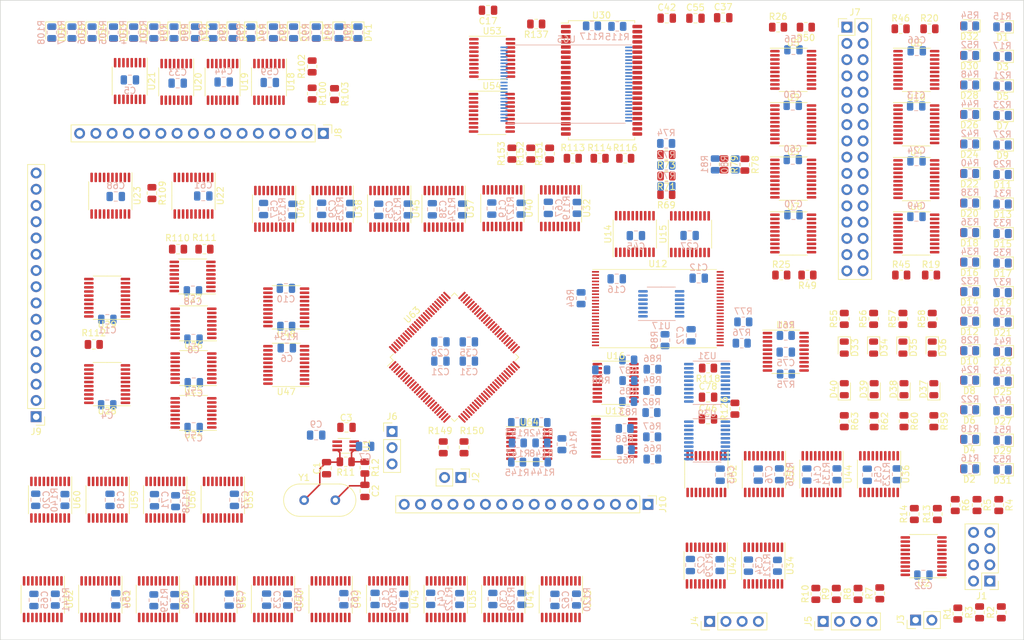
<source format=kicad_pcb>
(kicad_pcb (version 20171130) (host pcbnew "(5.1.10)-1")
  (layers (0 F.Cu signal) (31 B.Cu signal) (34 B.Paste user) (35 F.Paste user) (36 B.SilkS user) (37 F.SilkS user) (38 B.Mask user) (39 F.Mask user) (44 Edge.Cuts user))
  (net 0 "")
  (net 1 GND)
  (net 2 "Net-(C1-Pad1)")
  (net 3 "Net-(C2-Pad1)")
  (net 4 +3V3)
  (net 5 /GPIO/P0)
  (net 6 "Net-(D1-Pad1)")
  (net 7 /GPIO/P31)
  (net 8 "Net-(D2-Pad1)")
  (net 9 /GPIO/P1)
  (net 10 "Net-(D3-Pad1)")
  (net 11 /GPIO/P30)
  (net 12 "Net-(D4-Pad1)")
  (net 13 /GPIO/P2)
  (net 14 "Net-(D5-Pad1)")
  (net 15 /GPIO/P29)
  (net 16 "Net-(D6-Pad1)")
  (net 17 /GPIO/P3)
  (net 18 "Net-(D7-Pad1)")
  (net 19 /GPIO/P28)
  (net 20 "Net-(D8-Pad1)")
  (net 21 /GPIO/P4)
  (net 22 "Net-(D9-Pad1)")
  (net 23 /GPIO/P27)
  (net 24 "Net-(D10-Pad1)")
  (net 25 /GPIO/P5)
  (net 26 "Net-(D11-Pad1)")
  (net 27 /GPIO/P26)
  (net 28 "Net-(D12-Pad1)")
  (net 29 /GPIO/P6)
  (net 30 "Net-(D13-Pad1)")
  (net 31 /GPIO/P25)
  (net 32 "Net-(D14-Pad1)")
  (net 33 /GPIO/P7)
  (net 34 "Net-(D15-Pad1)")
  (net 35 /GPIO/P24)
  (net 36 "Net-(D16-Pad1)")
  (net 37 /GPIO/P8)
  (net 38 "Net-(D17-Pad1)")
  (net 39 /GPIO/P23)
  (net 40 "Net-(D18-Pad1)")
  (net 41 /GPIO/P9)
  (net 42 "Net-(D19-Pad1)")
  (net 43 /GPIO/P22)
  (net 44 "Net-(D20-Pad1)")
  (net 45 /GPIO/P10)
  (net 46 "Net-(D21-Pad1)")
  (net 47 /GPIO/P21)
  (net 48 "Net-(D22-Pad1)")
  (net 49 /GPIO/P11)
  (net 50 "Net-(D23-Pad1)")
  (net 51 /GPIO/P20)
  (net 52 "Net-(D24-Pad1)")
  (net 53 /GPIO/P12)
  (net 54 "Net-(D25-Pad1)")
  (net 55 /GPIO/P19)
  (net 56 "Net-(D26-Pad1)")
  (net 57 /GPIO/P13)
  (net 58 "Net-(D27-Pad1)")
  (net 59 /GPIO/P18)
  (net 60 "Net-(D28-Pad1)")
  (net 61 /GPIO/P14)
  (net 62 "Net-(D29-Pad1)")
  (net 63 /GPIO/P17)
  (net 64 "Net-(D30-Pad1)")
  (net 65 /GPIO/P15)
  (net 66 "Net-(D31-Pad1)")
  (net 67 /GPIO/P16)
  (net 68 "Net-(D32-Pad1)")
  (net 69 ~ALDD)
  (net 70 "Net-(D33-Pad1)")
  (net 71 ~AHDD)
  (net 72 "Net-(D34-Pad1)")
  (net 73 ~BLDD)
  (net 74 "Net-(D35-Pad1)")
  (net 75 ~BHDD)
  (net 76 "Net-(D36-Pad1)")
  (net 77 "Net-(D37-Pad1)")
  (net 78 "Net-(D38-Pad1)")
  (net 79 "Net-(D39-Pad1)")
  (net 80 "Net-(D40-Pad1)")
  (net 81 /ProgramCounter/PC0)
  (net 82 "Net-(D41-Pad1)")
  (net 83 /ProgramCounter/PC1)
  (net 84 "Net-(D42-Pad1)")
  (net 85 /ProgramCounter/PC2)
  (net 86 "Net-(D43-Pad1)")
  (net 87 /ProgramCounter/PC3)
  (net 88 "Net-(D44-Pad1)")
  (net 89 /ProgramCounter/PC4)
  (net 90 "Net-(D45-Pad1)")
  (net 91 /ProgramCounter/PC5)
  (net 92 "Net-(D46-Pad1)")
  (net 93 /ProgramCounter/PC6)
  (net 94 "Net-(D47-Pad1)")
  (net 95 /ProgramCounter/PC7)
  (net 96 "Net-(D48-Pad1)")
  (net 97 /ProgramCounter/PC8)
  (net 98 "Net-(D49-Pad1)")
  (net 99 /ProgramCounter/PC9)
  (net 100 "Net-(D50-Pad1)")
  (net 101 /ProgramCounter/PC10)
  (net 102 "Net-(D51-Pad1)")
  (net 103 /ProgramCounter/PC11)
  (net 104 "Net-(D52-Pad1)")
  (net 105 /ProgramCounter/PC12)
  (net 106 "Net-(D53-Pad1)")
  (net 107 /ProgramCounter/PC13)
  (net 108 "Net-(D54-Pad1)")
  (net 109 /ProgramCounter/PC14)
  (net 110 "Net-(D55-Pad1)")
  (net 111 /ProgramCounter/PC15)
  (net 112 "Net-(D56-Pad1)")
  (net 113 ProgramInstructDisable_5V)
  (net 114 PS\2_CLK_5V)
  (net 115 PS\2_Data_5V)
  (net 116 TCK_5V)
  (net 117 TDO_5V)
  (net 118 TDI_5V)
  (net 119 TMS_5V)
  (net 120 PS\2_CLK_3.3V)
  (net 121 PS\2_Data_3.3V)
  (net 122 CLK)
  (net 123 /ALU/B15)
  (net 124 /ALU/B14)
  (net 125 /ALU/B13)
  (net 126 /ALU/B12)
  (net 127 /ALU/B11)
  (net 128 /ALU/B10)
  (net 129 /ALU/B9)
  (net 130 /ALU/B8)
  (net 131 /ALU/B7)
  (net 132 /ALU/B6)
  (net 133 /ALU/B5)
  (net 134 /ALU/B4)
  (net 135 /ALU/B3)
  (net 136 /ALU/B2)
  (net 137 /ALU/B1)
  (net 138 /ALU/B0)
  (net 139 /ALU/Ins15)
  (net 140 /ALU/Ins14)
  (net 141 /ALU/Ins13)
  (net 142 /ALU/Ins12)
  (net 143 /ALU/Ins11)
  (net 144 /ALU/Ins10)
  (net 145 /ALU/Ins9)
  (net 146 /ALU/Ins8)
  (net 147 /ALU/Ins7)
  (net 148 /ALU/Ins6)
  (net 149 /ALU/Ins5)
  (net 150 /ALU/Ins4)
  (net 151 /ALU/Ins3)
  (net 152 /ALU/Ins2)
  (net 153 /ALU/Ins1)
  (net 154 /ALU/Ins0)
  (net 155 TMS)
  (net 156 TDI)
  (net 157 TDO)
  (net 158 TCK)
  (net 159 "Net-(R11-Pad1)")
  (net 160 ~PortAReadLow)
  (net 161 ~PortBReadLow)
  (net 162 ~PortAReadHigh)
  (net 163 ~PortBReadHigh)
  (net 164 PortBWriteHigh)
  (net 165 PortBWriteLow)
  (net 166 PortAWriteHigh)
  (net 167 PortAWriteLow)
  (net 168 RMAControl)
  (net 169 RJBControl)
  (net 170 R4Control)
  (net 171 R3Control)
  (net 172 R2Control)
  (net 173 R1Control)
  (net 174 DDR_Load)
  (net 175 ~RMARightOutput)
  (net 176 ~RJBRightOutput)
  (net 177 ~R4Out)
  (net 178 ~R2Out)
  (net 179 ~RMALeftOutput)
  (net 180 ~RJBLeftOutput)
  (net 181 ~R3Out)
  (net 182 ~R1Out)
  (net 183 ~CounterLoad)
  (net 184 "Net-(R77-Pad2)")
  (net 185 CounterClear)
  (net 186 ~CounterOutEnable)
  (net 187 ~StackLoad)
  (net 188 StackClear)
  (net 189 ~StackOut)
  (net 190 ~MemOutEnable)
  (net 191 ~MemWriteControl)
  (net 192 ProgramInsDisable)
  (net 193 ~MainRegOutputControl)
  (net 194 ~MainRegLeftOutput)
  (net 195 ~MainRegRightOutput)
  (net 196 ~RamAddrEnable)
  (net 197 RegLatch)
  (net 198 CounterUp)
  (net 199 StackDown)
  (net 200 StackUp)
  (net 201 InsRegControl)
  (net 202 MainRegReadControl)
  (net 203 ~PortEnable)
  (net 204 /ALU/State1)
  (net 205 /ALU/State0)
  (net 206 /ALU/State2)
  (net 207 ~I-O_RegisterLatch)
  (net 208 ~GeneralRegisterLatch)
  (net 209 "Net-(U12-Pad9)")
  (net 210 "Net-(U13-Pad14)")
  (net 211 "Net-(U13-Pad13)")
  (net 212 "Net-(U13-Pad12)")
  (net 213 "Net-(U13-Pad11)")
  (net 214 "Net-(U13-Pad9)")
  (net 215 "Net-(U13-Pad8)")
  (net 216 "Net-(U13-Pad7)")
  (net 217 "Net-(U13-Pad6)")
  (net 218 ~ALU_Enable)
  (net 219 "Net-(U15-Pad6)")
  (net 220 /ProgramCounter/JB0)
  (net 221 /ProgramCounter/JB2)
  (net 222 /ProgramCounter/JB3)
  (net 223 /ProgramCounter/JB1)
  (net 224 /ProgramCounter/JB4)
  (net 225 /ProgramCounter/JB6)
  (net 226 /ProgramCounter/JB7)
  (net 227 /ProgramCounter/JB5)
  (net 228 /ProgramCounter/JB8)
  (net 229 "Net-(U18-Pad13)")
  (net 230 "Net-(U18-Pad12)")
  (net 231 /ProgramCounter/JB10)
  (net 232 /ProgramCounter/JB11)
  (net 233 /ProgramCounter/JB9)
  (net 234 /ProgramCounter/JB12)
  (net 235 "Net-(U19-Pad13)")
  (net 236 "Net-(U19-Pad12)")
  (net 237 /ProgramCounter/JB14)
  (net 238 /ProgramCounter/JB15)
  (net 239 /ProgramCounter/JB13)
  (net 240 /StackPointer/SP3)
  (net 241 /StackPointer/SP2)
  (net 242 /StackPointer/SP0)
  (net 243 /StackPointer/SP1)
  (net 244 /StackPointer/SP7)
  (net 245 /StackPointer/SP6)
  (net 246 /StackPointer/SP4)
  (net 247 /StackPointer/SP5)
  (net 248 "Net-(U24-Pad13)")
  (net 249 "Net-(U24-Pad12)")
  (net 250 /StackPointer/SP11)
  (net 251 /StackPointer/SP10)
  (net 252 /StackPointer/SP8)
  (net 253 /StackPointer/SP9)
  (net 254 "Net-(U25-Pad13)")
  (net 255 "Net-(U25-Pad12)")
  (net 256 /StackPointer/SP15)
  (net 257 /StackPointer/SP14)
  (net 258 /StackPointer/SP12)
  (net 259 /StackPointer/SP13)
  (net 260 /Registers/Acc0)
  (net 261 /Registers/Acc1)
  (net 262 /Registers/Acc2)
  (net 263 /Registers/Acc3)
  (net 264 /Registers/Acc4)
  (net 265 /Registers/Acc5)
  (net 266 /Registers/Acc6)
  (net 267 /Registers/Acc7)
  (net 268 /ALU/OddR0)
  (net 269 /ALU/OddR1)
  (net 270 /ALU/OddR2)
  (net 271 /ALU/OddR3)
  (net 272 /ALU/OddR4)
  (net 273 /ALU/OddR5)
  (net 274 /ALU/OddR6)
  (net 275 /ALU/OddR7)
  (net 276 /ALU/EvenR0)
  (net 277 /ALU/EvenR1)
  (net 278 /ALU/EvenR2)
  (net 279 /ALU/EvenR3)
  (net 280 /ALU/EvenR4)
  (net 281 /ALU/EvenR5)
  (net 282 /ALU/EvenR6)
  (net 283 /ALU/EvenR7)
  (net 284 /Registers/RA0)
  (net 285 /Registers/RA1)
  (net 286 /Registers/RA2)
  (net 287 /Registers/RA3)
  (net 288 /Registers/RA4)
  (net 289 /Registers/RA5)
  (net 290 /Registers/RA6)
  (net 291 /Registers/RA7)
  (net 292 /Registers/Acc8)
  (net 293 /Registers/Acc9)
  (net 294 /Registers/Acc10)
  (net 295 /Registers/Acc11)
  (net 296 /Registers/Acc12)
  (net 297 /Registers/Acc13)
  (net 298 /Registers/Acc14)
  (net 299 /Registers/Acc15)
  (net 300 /ALU/OddR8)
  (net 301 /ALU/OddR9)
  (net 302 /ALU/OddR10)
  (net 303 /ALU/OddR11)
  (net 304 /ALU/OddR12)
  (net 305 /ALU/OddR13)
  (net 306 /ALU/OddR14)
  (net 307 /ALU/OddR15)
  (net 308 /ALU/EvenR8)
  (net 309 /ALU/EvenR9)
  (net 310 /ALU/EvenR10)
  (net 311 /ALU/EvenR11)
  (net 312 /ALU/EvenR12)
  (net 313 /ALU/EvenR13)
  (net 314 /ALU/EvenR14)
  (net 315 /ALU/EvenR15)
  (net 316 /Registers/RA8)
  (net 317 /Registers/RA9)
  (net 318 /Registers/RA10)
  (net 319 /Registers/RA11)
  (net 320 /Registers/RA12)
  (net 321 /Registers/RA13)
  (net 322 /Registers/RA14)
  (net 323 /Registers/RA15)
  (net 324 FLASHPAGE2)
  (net 325 FLASHPAGE1)
  (net 326 FLASHPAGE0)
  (net 327 RAM_PAGE)
  (net 328 "Net-(J3-Pad2)")
  (net 329 "Net-(R61-Pad2)")
  (net 330 "Net-(R64-Pad2)")
  (net 331 "Net-(R76-Pad2)")
  (net 332 "Net-(R102-Pad2)")
  (net 333 "Net-(R114-Pad1)")
  (net 334 "Net-(R115-Pad1)")
  (net 335 "Net-(R116-Pad1)")
  (net 336 "Net-(R119-Pad1)")
  (net 337 "Net-(R124-Pad1)")
  (net 338 "Net-(R125-Pad1)")
  (net 339 "Net-(R126-Pad1)")
  (net 340 "Net-(R127-Pad1)")
  (net 341 "Net-(R132-Pad1)")
  (net 342 "Net-(R133-Pad1)")
  (net 343 "Net-(R142-Pad2)")
  (net 344 "Net-(R143-Pad2)")
  (net 345 "Net-(R144-Pad2)")
  (net 346 "Net-(R145-Pad2)")
  (net 347 "Net-(R146-Pad2)")
  (net 348 "Net-(R147-Pad2)")
  (net 349 "Net-(R148-Pad2)")
  (net 350 "Net-(R151-Pad2)")
  (net 351 "Net-(R153-Pad2)")
  (net 352 "Net-(U1-Pad1)")
  (net 353 "Net-(U2-Pad11)")
  (net 354 "Net-(U2-Pad9)")
  (net 355 "Net-(U12-Pad47)")
  (net 356 "Net-(U12-Pad15)")
  (net 357 "Net-(U12-Pad14)")
  (net 358 "Net-(U12-Pad13)")
  (net 359 "Net-(U12-Pad12)")
  (net 360 "Net-(U12-Pad10)")
  (net 361 "Net-(U14-Pad11)")
  (net 362 "Net-(U14-Pad9)")
  (net 363 "Net-(U15-Pad14)")
  (net 364 "Net-(U15-Pad13)")
  (net 365 "Net-(U15-Pad12)")
  (net 366 "Net-(U15-Pad11)")
  (net 367 "Net-(U15-Pad9)")
  (net 368 "Net-(U15-Pad8)")
  (net 369 "Net-(U15-Pad7)")
  (net 370 "Net-(U17-Pad6)")
  (net 371 "Net-(U20-Pad13)")
  (net 372 "Net-(U20-Pad12)")
  (net 373 "Net-(U21-Pad13)")
  (net 374 "Net-(U21-Pad12)")
  (net 375 "/Boot Flash/MA0")
  (net 376 "/Boot Flash/MA1")
  (net 377 "/Boot Flash/MA2")
  (net 378 "/Boot Flash/MA3")
  (net 379 "/Boot Flash/MA4")
  (net 380 "/Boot Flash/MA5")
  (net 381 "/Boot Flash/MA6")
  (net 382 "/Boot Flash/MA7")
  (net 383 "/Boot Flash/MA8")
  (net 384 "/Boot Flash/MA9")
  (net 385 "/Boot Flash/MA10")
  (net 386 "/Boot Flash/MA11")
  (net 387 "/Boot Flash/MA12")
  (net 388 "/Boot Flash/MA13")
  (net 389 "/Boot Flash/MA14")
  (net 390 "/Boot Flash/MA15")
  (net 391 "Net-(U26-Pad13)")
  (net 392 "Net-(U26-Pad12)")
  (net 393 "Net-(U27-Pad13)")
  (net 394 "Net-(U27-Pad12)")
  (net 395 "Net-(U30-Pad28)")
  (net 396 "Net-(U30-Pad23)")
  (net 397 "Net-(U63-Pad80)")
  (net 398 "Net-(U63-Pad73)")
  (net 399 "Net-(U63-Pad46)")
  (net 400 "Net-(U63-Pad43)")
  (net 401 "Net-(U63-Pad34)")
  (net 402 "Net-(U63-Pad24)")
  (net 403 "Net-(U63-Pad19)")
  (net 404 "Net-(U63-Pad7)")
  (net 405 "Net-(U63-Pad2)")
  (net 406 "Net-(U64-Pad13)")
  (net 407 "Net-(U64-Pad12)")
  (net 408 "Net-(U64-Pad7)")
  (net 409 "Net-(U65-Pad47)")
  (net 410 "Net-(U65-Pad15)")
  (net 411 "Net-(U65-Pad14)")
  (net 412 "Net-(U65-Pad13)")
  (net 413 "Net-(U65-Pad12)")
  (net 414 "Net-(U65-Pad10)")
  (net 415 "Net-(U65-Pad9)")
  (net 416 FlashOut)
  (net 417 "Net-(U17-Pad3)")
  (net 418 "Net-(U17-Pad2)")
  (net 419 "Net-(U17-Pad1)")
  (net 420 "Net-(U63-Pad94)")
  (net 421 "Net-(U63-Pad93)")
  (module Capacitor_SMD:C_0805_2012Metric (layer B.Cu) (at 83.05 60.67 180)
    (fp_text reference C68 (at 0 1.68) (layer B.SilkS) (effects (justify mirror)))
    (fp_text value 100n)
    (pad 2 smd roundrect (at 0.95 0 180) (size 1 1.45) (layers B.Cu B.Paste B.Mask) (net 1 GND))
    (pad 1 smd roundrect (at -0.95 0 180) (size 1 1.45) (layers B.Cu B.Paste B.Mask) (net 4 +3V3))
  )
  (module Capacitor_SMD:C_0805_2012Metric (layer B.Cu) (at 150.68 62.45 90)
    (fp_text reference C67 (at 0 1.68 90) (layer B.SilkS) (effects (justify mirror)))
    (fp_text value 100n)
    (pad 2 smd roundrect (at 0.95 0 90) (size 1 1.45) (layers B.Cu B.Paste B.Mask) (net 1 GND))
    (pad 1 smd roundrect (at -0.95 0 90) (size 1 1.45) (layers B.Cu B.Paste B.Mask) (net 4 +3V3))
  )
  (module Capacitor_SMD:C_0805_2012Metric (layer B.Cu) (at 208.28 37.9 180)
    (fp_text reference C66 (at 0 1.68) (layer B.SilkS) (effects (justify mirror)))
    (fp_text value 100n)
    (pad 2 smd roundrect (at 0.95 0 180) (size 1 1.45) (layers B.Cu B.Paste B.Mask) (net 1 GND))
    (pad 1 smd roundrect (at -0.95 0 180) (size 1 1.45) (layers B.Cu B.Paste B.Mask) (net 4 +3V3))
  )
  (module Capacitor_SMD:C_0805_2012Metric (layer B.Cu) (at 70.25 123.75 90)
    (fp_text reference C65 (at 0 1.68 90) (layer B.SilkS) (effects (justify mirror)))
    (fp_text value 100n)
    (pad 2 smd roundrect (at 0.95 0 90) (size 1 1.45) (layers B.Cu B.Paste B.Mask) (net 1 GND))
    (pad 1 smd roundrect (at -0.95 0 90) (size 1 1.45) (layers B.Cu B.Paste B.Mask) (net 4 +3V3))
  )
  (module Capacitor_SMD:C_0805_2012Metric (layer B.Cu) (at 118.71 123.63 90)
    (fp_text reference C63 (at 0 1.68 90) (layer B.SilkS) (effects (justify mirror)))
    (fp_text value 100n)
    (pad 2 smd roundrect (at 0.95 0 90) (size 1 1.45) (layers B.Cu B.Paste B.Mask) (net 1 GND))
    (pad 1 smd roundrect (at -0.95 0 90) (size 1 1.45) (layers B.Cu B.Paste B.Mask) (net 4 +3V3))
  )
  (module Capacitor_SMD:C_0805_2012Metric (layer B.Cu) (at 151.71 123.74 90)
    (fp_text reference C62 (at 0 1.68 90) (layer B.SilkS) (effects (justify mirror)))
    (fp_text value 100n)
    (pad 2 smd roundrect (at 0.95 0 90) (size 1 1.45) (layers B.Cu B.Paste B.Mask) (net 1 GND))
    (pad 1 smd roundrect (at -0.95 0 90) (size 1 1.45) (layers B.Cu B.Paste B.Mask) (net 4 +3V3))
  )
  (module Capacitor_SMD:C_0805_2012Metric (layer B.Cu) (at 96.73 60.59 180)
    (fp_text reference C61 (at 0 1.68) (layer B.SilkS) (effects (justify mirror)))
    (fp_text value 100n)
    (pad 2 smd roundrect (at 0.95 0 180) (size 1 1.45) (layers B.Cu B.Paste B.Mask) (net 1 GND))
    (pad 1 smd roundrect (at -0.95 0 180) (size 1 1.45) (layers B.Cu B.Paste B.Mask) (net 4 +3V3))
  )
  (module Capacitor_SMD:C_0805_2012Metric (layer B.Cu) (at 188.9 54.9 180)
    (fp_text reference C60 (at 0 1.68) (layer B.SilkS) (effects (justify mirror)))
    (fp_text value 100n)
    (pad 2 smd roundrect (at 0.95 0 180) (size 1 1.45) (layers B.Cu B.Paste B.Mask) (net 1 GND))
    (pad 1 smd roundrect (at -0.95 0 180) (size 1 1.45) (layers B.Cu B.Paste B.Mask) (net 4 +3V3))
  )
  (module Capacitor_SMD:C_0805_2012Metric (layer B.Cu) (at 107.13 42.85 180)
    (fp_text reference C59 (at 0 1.68) (layer B.SilkS) (effects (justify mirror)))
    (fp_text value 100n)
    (pad 2 smd roundrect (at 0.95 0 180) (size 1 1.45) (layers B.Cu B.Paste B.Mask) (net 1 GND))
    (pad 1 smd roundrect (at -0.95 0 180) (size 1 1.45) (layers B.Cu B.Paste B.Mask) (net 4 +3V3))
  )
  (module Capacitor_SMD:C_0805_2012Metric (layer B.Cu) (at 106.16 62.63 90)
    (fp_text reference C57 (at 0 1.68 90) (layer B.SilkS) (effects (justify mirror)))
    (fp_text value 100n)
    (pad 2 smd roundrect (at 0.95 0 90) (size 1 1.45) (layers B.Cu B.Paste B.Mask) (net 1 GND))
    (pad 1 smd roundrect (at -0.95 0 90) (size 1 1.45) (layers B.Cu B.Paste B.Mask) (net 4 +3V3))
  )
  (module Capacitor_SMD:C_0805_2012Metric (layer B.Cu) (at 189 37.73 180)
    (fp_text reference C56 (at 0 1.68) (layer B.SilkS) (effects (justify mirror)))
    (fp_text value 100n)
    (pad 2 smd roundrect (at 0.95 0 180) (size 1 1.45) (layers B.Cu B.Paste B.Mask) (net 1 GND))
    (pad 1 smd roundrect (at -0.95 0 180) (size 1 1.45) (layers B.Cu B.Paste B.Mask) (net 4 +3V3))
  )
  (module Capacitor_SMD:C_0805_2012Metric (layer F.Cu) (at 173.68 32.8)
    (fp_text reference C55 (at 0 -1.68) (layer F.SilkS))
    (fp_text value 100n)
    (pad 2 smd roundrect (at 0.95 0) (size 1 1.45) (layers F.Cu F.Paste F.Mask) (net 1 GND))
    (pad 1 smd roundrect (at -0.95 0) (size 1 1.45) (layers F.Cu F.Paste F.Mask) (net 4 +3V3))
  )
  (module Capacitor_SMD:C_0805_2012Metric (layer B.Cu) (at 83.05 123.65 90)
    (fp_text reference C54 (at 0 1.68 90) (layer B.SilkS) (effects (justify mirror)))
    (fp_text value 100n)
    (pad 2 smd roundrect (at 0.95 0 90) (size 1 1.45) (layers B.Cu B.Paste B.Mask) (net 1 GND))
    (pad 1 smd roundrect (at -0.95 0 90) (size 1 1.45) (layers B.Cu B.Paste B.Mask) (net 4 +3V3))
  )
  (module Capacitor_SMD:C_0805_2012Metric (layer B.Cu) (at 200.54 104.18 90)
    (fp_text reference C51 (at 0 1.68 90) (layer B.SilkS) (effects (justify mirror)))
    (fp_text value 100n)
    (pad 2 smd roundrect (at 0.95 0 90) (size 1 1.45) (layers B.Cu B.Paste B.Mask) (net 1 GND))
    (pad 1 smd roundrect (at -0.95 0 90) (size 1 1.45) (layers B.Cu B.Paste B.Mask) (net 4 +3V3))
  )
  (module Capacitor_SMD:C_0805_2012Metric (layer B.Cu) (at 188.89 46.43 180)
    (fp_text reference C50 (at 0 1.68) (layer B.SilkS) (effects (justify mirror)))
    (fp_text value 100n)
    (pad 2 smd roundrect (at 0.95 0 180) (size 1 1.45) (layers B.Cu B.Paste B.Mask) (net 1 GND))
    (pad 1 smd roundrect (at -0.95 0 180) (size 1 1.45) (layers B.Cu B.Paste B.Mask) (net 4 +3V3))
  )
  (module Capacitor_SMD:C_0805_2012Metric (layer B.Cu) (at 208.23 63.8 180)
    (fp_text reference C49 (at 0 1.68) (layer B.SilkS) (effects (justify mirror)))
    (fp_text value 100n)
    (pad 2 smd roundrect (at 0.95 0 180) (size 1 1.45) (layers B.Cu B.Paste B.Mask) (net 1 GND))
    (pad 1 smd roundrect (at -0.95 0 180) (size 1 1.45) (layers B.Cu B.Paste B.Mask) (net 4 +3V3))
  )
  (module Capacitor_SMD:C_0805_2012Metric (layer B.Cu) (at 95.11 75.41)
    (fp_text reference C48 (at 0 1.68) (layer B.SilkS) (effects (justify mirror)))
    (fp_text value 100n)
    (pad 2 smd roundrect (at 0.95 0) (size 1 1.45) (layers B.Cu B.Paste B.Mask) (net 1 GND))
    (pad 1 smd roundrect (at -0.95 0) (size 1 1.45) (layers B.Cu B.Paste B.Mask) (net 4 +3V3))
  )
  (module Capacitor_SMD:C_0805_2012Metric (layer F.Cu) (at 175.64 95.47)
    (fp_text reference C46 (at 0 -1.68) (layer F.SilkS))
    (fp_text value 100n)
    (pad 2 smd roundrect (at 0.95 0) (size 1 1.45) (layers F.Cu F.Paste F.Mask) (net 1 GND))
    (pad 1 smd roundrect (at -0.95 0) (size 1 1.45) (layers F.Cu F.Paste F.Mask) (net 4 +3V3))
  )
  (module Capacitor_SMD:C_0805_2012Metric (layer B.Cu) (at 164.37 66.79)
    (fp_text reference C45 (at 0 1.68) (layer B.SilkS) (effects (justify mirror)))
    (fp_text value 100n)
    (pad 2 smd roundrect (at 0.95 0) (size 1 1.45) (layers B.Cu B.Paste B.Mask) (net 1 GND))
    (pad 1 smd roundrect (at -0.95 0) (size 1 1.45) (layers B.Cu B.Paste B.Mask) (net 4 +3V3))
  )
  (module Capacitor_SMD:C_0805_2012Metric (layer B.Cu) (at 99.92 42.77 180)
    (fp_text reference C44 (at 0 1.68) (layer B.SilkS) (effects (justify mirror)))
    (fp_text value 100n)
    (pad 2 smd roundrect (at 0.95 0 180) (size 1 1.45) (layers B.Cu B.Paste B.Mask) (net 1 GND))
    (pad 1 smd roundrect (at -0.95 0 180) (size 1 1.45) (layers B.Cu B.Paste B.Mask) (net 4 +3V3))
  )
  (module Capacitor_SMD:C_0805_2012Metric (layer B.Cu) (at 177.55 104.17 90)
    (fp_text reference C43 (at 0 1.68 90) (layer B.SilkS) (effects (justify mirror)))
    (fp_text value 100n)
    (pad 2 smd roundrect (at 0.95 0 90) (size 1 1.45) (layers B.Cu B.Paste B.Mask) (net 1 GND))
    (pad 1 smd roundrect (at -0.95 0 90) (size 1 1.45) (layers B.Cu B.Paste B.Mask) (net 4 +3V3))
  )
  (module Capacitor_SMD:C_0805_2012Metric (layer F.Cu) (at 169.19 32.79)
    (fp_text reference C42 (at 0 -1.68) (layer F.SilkS))
    (fp_text value 100n)
    (pad 2 smd roundrect (at 0.95 0) (size 1 1.45) (layers F.Cu F.Paste F.Mask) (net 1 GND))
    (pad 1 smd roundrect (at -0.95 0) (size 1 1.45) (layers F.Cu F.Paste F.Mask) (net 4 +3V3))
  )
  (module Capacitor_SMD:C_0805_2012Metric (layer B.Cu) (at 132.28 123.58 90)
    (fp_text reference C41 (at 0 1.68 90) (layer B.SilkS) (effects (justify mirror)))
    (fp_text value 100n)
    (pad 2 smd roundrect (at 0.95 0 90) (size 1 1.45) (layers B.Cu B.Paste B.Mask) (net 1 GND))
    (pad 1 smd roundrect (at -0.95 0 90) (size 1 1.45) (layers B.Cu B.Paste B.Mask) (net 4 +3V3))
  )
  (module Capacitor_SMD:C_0805_2012Metric (layer B.Cu) (at 100.79 123.69 90)
    (fp_text reference C39 (at 0 1.68 270) (layer B.SilkS) (effects (justify mirror)))
    (fp_text value 100n)
    (pad 2 smd roundrect (at 0.95 0 90) (size 1 1.45) (layers B.Cu B.Paste B.Mask) (net 1 GND))
    (pad 1 smd roundrect (at -0.95 0 90) (size 1 1.45) (layers B.Cu B.Paste B.Mask) (net 4 +3V3))
  )
  (module Capacitor_SMD:C_0805_2012Metric (layer B.Cu) (at 132.54 62.67 90)
    (fp_text reference C38 (at 0 1.68 270) (layer B.SilkS) (effects (justify mirror)))
    (fp_text value 100n)
    (pad 2 smd roundrect (at 0.95 0 90) (size 1 1.45) (layers B.Cu B.Paste B.Mask) (net 1 GND))
    (pad 1 smd roundrect (at -0.95 0 90) (size 1 1.45) (layers B.Cu B.Paste B.Mask) (net 4 +3V3))
  )
  (module Capacitor_SMD:C_0805_2012Metric (layer F.Cu) (at 178.02 32.72)
    (fp_text reference C37 (at 0 -1.68) (layer F.SilkS))
    (fp_text value 100n)
    (pad 2 smd roundrect (at 0.95 0) (size 1 1.45) (layers F.Cu F.Paste F.Mask) (net 1 GND))
    (pad 1 smd roundrect (at -0.95 0) (size 1 1.45) (layers F.Cu F.Paste F.Mask) (net 4 +3V3))
  )
  (module Capacitor_SMD:C_0805_2012Metric (layer B.Cu) (at 181.96 118.38 90)
    (fp_text reference C34 (at 0 1.68 90) (layer B.SilkS) (effects (justify mirror)))
    (fp_text value 100n)
    (pad 2 smd roundrect (at 0.95 0 90) (size 1 1.45) (layers B.Cu B.Paste B.Mask) (net 1 GND))
    (pad 1 smd roundrect (at -0.95 0 90) (size 1 1.45) (layers B.Cu B.Paste B.Mask) (net 4 +3V3))
  )
  (module Capacitor_SMD:C_0805_2012Metric (layer B.Cu) (at 92.73 42.95 180)
    (fp_text reference C33 (at 0 1.68) (layer B.SilkS) (effects (justify mirror)))
    (fp_text value 100n)
    (pad 2 smd roundrect (at 0.95 0 180) (size 1 1.45) (layers B.Cu B.Paste B.Mask) (net 1 GND))
    (pad 1 smd roundrect (at -0.95 0 180) (size 1 1.45) (layers B.Cu B.Paste B.Mask) (net 4 +3V3))
  )
  (module Capacitor_SMD:C_0805_2012Metric (layer B.Cu) (at 209.32 119.85)
    (fp_text reference C32 (at 0 1.68) (layer B.SilkS) (effects (justify mirror)))
    (fp_text value 100n)
    (pad 2 smd roundrect (at 0.95 0) (size 1 1.45) (layers B.Cu B.Paste B.Mask) (net 1 GND))
    (pad 1 smd roundrect (at -0.95 0) (size 1 1.45) (layers B.Cu B.Paste B.Mask) (net 4 +3V3))
  )
  (module Capacitor_SMD:C_0805_2012Metric (layer B.Cu) (at 142 123.6 90)
    (fp_text reference C30 (at 0 1.68 90) (layer B.SilkS) (effects (justify mirror)))
    (fp_text value 100n)
    (pad 2 smd roundrect (at 0.95 0 90) (size 1 1.45) (layers B.Cu B.Paste B.Mask) (net 1 GND))
    (pad 1 smd roundrect (at -0.95 0 90) (size 1 1.45) (layers B.Cu B.Paste B.Mask) (net 4 +3V3))
  )
  (module Capacitor_SMD:C_0805_2012Metric (layer B.Cu) (at 115.24 62.6 90)
    (fp_text reference C29 (at 0 1.68 90) (layer B.SilkS) (effects (justify mirror)))
    (fp_text value 100n)
    (pad 2 smd roundrect (at 0.95 0 90) (size 1 1.45) (layers B.Cu B.Paste B.Mask) (net 1 GND))
    (pad 1 smd roundrect (at -0.95 0 90) (size 1 1.45) (layers B.Cu B.Paste B.Mask) (net 4 +3V3))
  )
  (module Capacitor_SMD:C_0805_2012Metric (layer B.Cu) (at 92.29 123.79 90)
    (fp_text reference C28 (at 0 1.68 90) (layer B.SilkS) (effects (justify mirror)))
    (fp_text value 100n)
    (pad 2 smd roundrect (at 0.95 0 90) (size 1 1.45) (layers B.Cu B.Paste B.Mask) (net 1 GND))
    (pad 1 smd roundrect (at -0.95 0 90) (size 1 1.45) (layers B.Cu B.Paste B.Mask) (net 4 +3V3))
  )
  (module Capacitor_SMD:C_0805_2012Metric (layer B.Cu) (at 172.77 66.77)
    (fp_text reference C27 (at 0 1.68) (layer B.SilkS) (effects (justify mirror)))
    (fp_text value 100n)
    (pad 2 smd roundrect (at 0.95 0) (size 1 1.45) (layers B.Cu B.Paste B.Mask) (net 1 GND))
    (pad 1 smd roundrect (at -0.95 0) (size 1 1.45) (layers B.Cu B.Paste B.Mask) (net 4 +3V3))
  )
  (module Capacitor_SMD:C_0805_2012Metric (layer B.Cu) (at 124.16 62.75 90)
    (fp_text reference C25 (at 0 1.68 90) (layer B.SilkS) (effects (justify mirror)))
    (fp_text value 100n)
    (pad 2 smd roundrect (at 0.95 0 90) (size 1 1.45) (layers B.Cu B.Paste B.Mask) (net 1 GND))
    (pad 1 smd roundrect (at -0.95 0 90) (size 1 1.45) (layers B.Cu B.Paste B.Mask) (net 4 +3V3))
  )
  (module Capacitor_SMD:C_0805_2012Metric (layer B.Cu) (at 208.24 55.12 180)
    (fp_text reference C24 (at 0 1.68) (layer B.SilkS) (effects (justify mirror)))
    (fp_text value 100n)
    (pad 2 smd roundrect (at 0.95 0 180) (size 1 1.45) (layers B.Cu B.Paste B.Mask) (net 1 GND))
    (pad 1 smd roundrect (at -0.95 0 180) (size 1 1.45) (layers B.Cu B.Paste B.Mask) (net 4 +3V3))
  )
  (module Capacitor_SMD:C_0805_2012Metric (layer B.Cu) (at 106.63 123.7 90)
    (fp_text reference C23 (at 0 1.68 90) (layer B.SilkS) (effects (justify mirror)))
    (fp_text value 100n)
    (pad 2 smd roundrect (at 0.95 0 90) (size 1 1.45) (layers B.Cu B.Paste B.Mask) (net 1 GND))
    (pad 1 smd roundrect (at -0.95 0 90) (size 1 1.45) (layers B.Cu B.Paste B.Mask) (net 4 +3V3))
  )
  (module Capacitor_SMD:C_0805_2012Metric (layer B.Cu) (at 172.89 118.29 90)
    (fp_text reference C22 (at 0 1.68 90) (layer B.SilkS) (effects (justify mirror)))
    (fp_text value 100n)
    (pad 2 smd roundrect (at 0.95 0 90) (size 1 1.45) (layers B.Cu B.Paste B.Mask) (net 1 GND))
    (pad 1 smd roundrect (at -0.95 0 90) (size 1 1.45) (layers B.Cu B.Paste B.Mask) (net 4 +3V3))
  )
  (module Capacitor_SMD:C_0805_2012Metric (layer B.Cu) (at 70.53 108.09 90)
    (fp_text reference C20 (at 0 1.68 90) (layer B.SilkS) (effects (justify mirror)))
    (fp_text value 100n)
    (pad 2 smd roundrect (at 0.95 0 90) (size 1 1.45) (layers B.Cu B.Paste B.Mask) (net 1 GND))
    (pad 1 smd roundrect (at -0.95 0 90) (size 1 1.45) (layers B.Cu B.Paste B.Mask) (net 4 +3V3))
  )
  (module Capacitor_SMD:C_0805_2012Metric (layer B.Cu) (at 141.84 62.56 90)
    (fp_text reference C19 (at 0 1.68 90) (layer B.SilkS) (effects (justify mirror)))
    (fp_text value 100n)
    (pad 2 smd roundrect (at 0.95 0 90) (size 1 1.45) (layers B.Cu B.Paste B.Mask) (net 1 GND))
    (pad 1 smd roundrect (at -0.95 0 90) (size 1 1.45) (layers B.Cu B.Paste B.Mask) (net 4 +3V3))
  )
  (module Capacitor_SMD:C_0805_2012Metric (layer B.Cu) (at 82.15 108.1 90)
    (fp_text reference C18 (at 0 1.68 90) (layer B.SilkS) (effects (justify mirror)))
    (fp_text value 100n)
    (pad 2 smd roundrect (at 0.95 0 90) (size 1 1.45) (layers B.Cu B.Paste B.Mask) (net 1 GND))
    (pad 1 smd roundrect (at -0.95 0 90) (size 1 1.45) (layers B.Cu B.Paste B.Mask) (net 4 +3V3))
  )
  (module Capacitor_SMD:C_0805_2012Metric (layer F.Cu) (at 141.25 31.55 180)
    (fp_text reference C17 (at 0 -1.68) (layer F.SilkS))
    (fp_text value 100n)
    (pad 2 smd roundrect (at 0.95 0 180) (size 1 1.45) (layers F.Cu F.Paste F.Mask) (net 1 GND))
    (pad 1 smd roundrect (at -0.95 0 180) (size 1 1.45) (layers F.Cu F.Paste F.Mask) (net 4 +3V3))
  )
  (module Capacitor_SMD:C_0805_2012Metric (layer B.Cu) (at 161.37 73.54)
    (fp_text reference C16 (at 0 1.68) (layer B.SilkS) (effects (justify mirror)))
    (fp_text value 100n)
    (pad 2 smd roundrect (at 0.95 0) (size 1 1.45) (layers B.Cu B.Paste B.Mask) (net 1 GND))
    (pad 1 smd roundrect (at -0.95 0) (size 1 1.45) (layers B.Cu B.Paste B.Mask) (net 4 +3V3))
  )
  (module Capacitor_SMD:C_0805_2012Metric (layer B.Cu) (at 123.59 123.59 90)
    (fp_text reference C15 (at 0 1.68 90) (layer B.SilkS) (effects (justify mirror)))
    (fp_text value 100n)
    (pad 2 smd roundrect (at 0.95 0 90) (size 1 1.45) (layers B.Cu B.Paste B.Mask) (net 1 GND))
    (pad 1 smd roundrect (at -0.95 0 90) (size 1 1.45) (layers B.Cu B.Paste B.Mask) (net 4 +3V3))
  )
  (module Capacitor_SMD:C_0805_2012Metric (layer B.Cu) (at 191.09 104.14 90)
    (fp_text reference C14 (at 0 1.68 90) (layer B.SilkS) (effects (justify mirror)))
    (fp_text value 100n)
    (pad 2 smd roundrect (at 0.95 0 90) (size 1 1.45) (layers B.Cu B.Paste B.Mask) (net 1 GND))
    (pad 1 smd roundrect (at -0.95 0 90) (size 1 1.45) (layers B.Cu B.Paste B.Mask) (net 4 +3V3))
  )
  (module Capacitor_SMD:C_0805_2012Metric (layer B.Cu) (at 208.19 46.52 180)
    (fp_text reference C13 (at 0 1.68) (layer B.SilkS) (effects (justify mirror)))
    (fp_text value 100n)
    (pad 2 smd roundrect (at 0.95 0 180) (size 1 1.45) (layers B.Cu B.Paste B.Mask) (net 1 GND))
    (pad 1 smd roundrect (at -0.95 0 180) (size 1 1.45) (layers B.Cu B.Paste B.Mask) (net 4 +3V3))
  )
  (module Capacitor_SMD:C_0805_2012Metric (layer B.Cu) (at 174.19 73.44 180)
    (fp_text reference C12 (at 0 1.68) (layer B.SilkS) (effects (justify mirror)))
    (fp_text value 100n)
    (pad 2 smd roundrect (at 0.95 0 180) (size 1 1.45) (layers B.Cu B.Paste B.Mask) (net 1 GND))
    (pad 1 smd roundrect (at -0.95 0 180) (size 1 1.45) (layers B.Cu B.Paste B.Mask) (net 4 +3V3))
  )
  (module Capacitor_SMD:C_0805_2012Metric (layer B.Cu) (at 81.73 79.87)
    (fp_text reference C11 (at 0 1.68) (layer B.SilkS) (effects (justify mirror)))
    (fp_text value 100n)
    (pad 2 smd roundrect (at 0.95 0) (size 1 1.45) (layers B.Cu B.Paste B.Mask) (net 1 GND))
    (pad 1 smd roundrect (at -0.95 0) (size 1 1.45) (layers B.Cu B.Paste B.Mask) (net 4 +3V3))
  )
  (module Capacitor_SMD:C_0805_2012Metric (layer B.Cu) (at 109.65 75.03)
    (fp_text reference C10 (at 0 1.68) (layer B.SilkS) (effects (justify mirror)))
    (fp_text value 100n)
    (pad 2 smd roundrect (at 0.95 0) (size 1 1.45) (layers B.Cu B.Paste B.Mask) (net 1 GND))
    (pad 1 smd roundrect (at -0.95 0) (size 1 1.45) (layers B.Cu B.Paste B.Mask) (net 4 +3V3))
  )
  (module Capacitor_SMD:C_0805_2012Metric (layer B.Cu) (at 114.38 97.98 180)
    (fp_text reference C9 (at 0 1.68) (layer B.SilkS) (effects (justify mirror)))
    (fp_text value 100n)
    (pad 2 smd roundrect (at 0.95 0 180) (size 1 1.45) (layers B.Cu B.Paste B.Mask) (net 1 GND))
    (pad 1 smd roundrect (at -0.95 0 180) (size 1 1.45) (layers B.Cu B.Paste B.Mask) (net 4 +3V3))
  )
  (module Capacitor_SMD:C_0805_2012Metric (layer B.Cu) (at 95.2 82.96)
    (fp_text reference C8 (at 0 1.68) (layer B.SilkS) (effects (justify mirror)))
    (fp_text value 100n)
    (pad 2 smd roundrect (at 0.95 0) (size 1 1.45) (layers B.Cu B.Paste B.Mask) (net 1 GND))
    (pad 1 smd roundrect (at -0.95 0) (size 1 1.45) (layers B.Cu B.Paste B.Mask) (net 4 +3V3))
  )
  (module Capacitor_SMD:C_0805_2012Metric (layer B.Cu) (at 122.03 99.73)
    (fp_text reference C7 (at 0 1.68) (layer B.SilkS) (effects (justify mirror)))
    (fp_text value 100n)
    (pad 2 smd roundrect (at 0.95 0) (size 1 1.45) (layers B.Cu B.Paste B.Mask) (net 1 GND))
    (pad 1 smd roundrect (at -0.95 0) (size 1 1.45) (layers B.Cu B.Paste B.Mask) (net 4 +3V3))
  )
  (module Capacitor_SMD:C_0805_2012Metric (layer B.Cu) (at 109.79 84.34)
    (fp_text reference C6 (at 0 1.68) (layer B.SilkS) (effects (justify mirror)))
    (fp_text value 100n)
    (pad 2 smd roundrect (at 0.95 0) (size 1 1.45) (layers B.Cu B.Paste B.Mask) (net 1 GND))
    (pad 1 smd roundrect (at -0.95 0) (size 1 1.45) (layers B.Cu B.Paste B.Mask) (net 4 +3V3))
  )
  (module Capacitor_SMD:C_0805_2012Metric (layer B.Cu) (at 85.26 42.44)
    (fp_text reference C5 (at 0 1.68) (layer B.SilkS) (effects (justify mirror)))
    (fp_text value 100n)
    (pad 2 smd roundrect (at 0.95 0) (size 1 1.45) (layers B.Cu B.Paste B.Mask) (net 1 GND))
    (pad 1 smd roundrect (at -0.95 0) (size 1 1.45) (layers B.Cu B.Paste B.Mask) (net 4 +3V3))
  )
  (module Capacitor_SMD:C_0805_2012Metric (layer B.Cu) (at 81.71 93.23)
    (fp_text reference C4 (at 0 1.68) (layer B.SilkS) (effects (justify mirror)))
    (fp_text value 100n)
    (pad 2 smd roundrect (at 0.95 0) (size 1 1.45) (layers B.Cu B.Paste B.Mask) (net 1 GND))
    (pad 1 smd roundrect (at -0.95 0) (size 1 1.45) (layers B.Cu B.Paste B.Mask) (net 4 +3V3))
  )
  (module Package_SO:TSSOP-14_4.4x5mm_P0.65mm (layer B.Cu) (at 168.3375 77.45)
    (fp_text reference U17 (at 0 3.45) (layer B.SilkS) (effects (justify mirror)))
    (fp_text value 74HC00)
    (pad 14 smd roundrect (at 2.8625 1.95) (size 1.475 0.4) (layers B.Cu B.Paste B.Mask) (net 4 +3V3))
    (pad 13 smd roundrect (at 2.8625 1.3) (size 1.475 0.4) (layers B.Cu B.Paste B.Mask) (net 147 /ALU/Ins7))
    (pad 12 smd roundrect (at 2.8625 0.65) (size 1.475 0.4) (layers B.Cu B.Paste B.Mask) (net 197 RegLatch))
    (pad 11 smd roundrect (at 2.8625 0) (size 1.475 0.4) (layers B.Cu B.Paste B.Mask) (net 207 ~I-O_RegisterLatch))
    (pad 10 smd roundrect (at 2.8625 -0.65) (size 1.475 0.4) (layers B.Cu B.Paste B.Mask) (net 197 RegLatch))
    (pad 9 smd roundrect (at 2.8625 -1.3) (size 1.475 0.4) (layers B.Cu B.Paste B.Mask) (net 370 "Net-(U17-Pad6)"))
    (pad 8 smd roundrect (at 2.8625 -1.95) (size 1.475 0.4) (layers B.Cu B.Paste B.Mask) (net 208 ~GeneralRegisterLatch))
    (pad 7 smd roundrect (at -2.8625 -1.95) (size 1.475 0.4) (layers B.Cu B.Paste B.Mask) (net 1 GND))
    (pad 6 smd roundrect (at -2.8625 -1.3) (size 1.475 0.4) (layers B.Cu B.Paste B.Mask) (net 370 "Net-(U17-Pad6)"))
    (pad 5 smd roundrect (at -2.8625 -0.65) (size 1.475 0.4) (layers B.Cu B.Paste B.Mask) (net 147 /ALU/Ins7))
    (pad 4 smd roundrect (at -2.8625 0) (size 1.475 0.4) (layers B.Cu B.Paste B.Mask) (net 147 /ALU/Ins7))
    (pad 3 smd roundrect (at -2.8625 0.65) (size 1.475 0.4) (layers B.Cu B.Paste B.Mask) (net 417 "Net-(U17-Pad3)"))
    (pad 2 smd roundrect (at -2.8625 1.3) (size 1.475 0.4) (layers B.Cu B.Paste B.Mask) (net 418 "Net-(U17-Pad2)"))
    (pad 1 smd roundrect (at -2.8625 1.95) (size 1.475 0.4) (layers B.Cu B.Paste B.Mask) (net 419 "Net-(U17-Pad1)"))
  )
  (module Capacitor_SMD:C_0805_2012Metric (layer F.Cu) (at 175.65 92.05)
    (fp_text reference C78 (at 0 -1.68) (layer F.SilkS))
    (fp_text value 100n)
    (pad 2 smd roundrect (at 0.95 0) (size 1 1.45) (layers F.Cu F.Paste F.Mask) (net 1 GND))
    (pad 1 smd roundrect (at -0.95 0) (size 1 1.45) (layers F.Cu F.Paste F.Mask) (net 4 +3V3))
  )
  (module Capacitor_SMD:C_0805_2012Metric (layer B.Cu) (at 95.225 96.775)
    (fp_text reference C77 (at 0 1.68) (layer B.SilkS) (effects (justify mirror)))
    (fp_text value 100n)
    (pad 2 smd roundrect (at 0.95 0) (size 1 1.45) (layers B.Cu B.Paste B.Mask) (net 1 GND))
    (pad 1 smd roundrect (at -0.95 0) (size 1 1.45) (layers B.Cu B.Paste B.Mask) (net 4 +3V3))
  )
  (module Capacitor_SMD:C_0805_2012Metric (layer B.Cu) (at 183.5 104.15 90)
    (fp_text reference C76 (at 0 1.68 270) (layer B.SilkS) (effects (justify mirror)))
    (fp_text value 100n)
    (pad 2 smd roundrect (at 0.95 0 90) (size 1 1.45) (layers B.Cu B.Paste B.Mask) (net 1 GND))
    (pad 1 smd roundrect (at -0.95 0 90) (size 1 1.45) (layers B.Cu B.Paste B.Mask) (net 4 +3V3))
  )
  (module Capacitor_SMD:C_0805_2012Metric (layer B.Cu) (at 187.8 85)
    (fp_text reference C75 (at 0 1.68) (layer B.SilkS) (effects (justify mirror)))
    (fp_text value 100n)
    (pad 2 smd roundrect (at 0.95 0) (size 1 1.45) (layers B.Cu B.Paste B.Mask) (net 1 GND))
    (pad 1 smd roundrect (at -0.95 0) (size 1 1.45) (layers B.Cu B.Paste B.Mask) (net 4 +3V3))
  )
  (module Capacitor_SMD:C_0805_2012Metric (layer B.Cu) (at 95.25 89.775)
    (fp_text reference C74 (at 0 1.68) (layer B.SilkS) (effects (justify mirror)))
    (fp_text value 100n)
    (pad 2 smd roundrect (at 0.95 0) (size 1 1.45) (layers B.Cu B.Paste B.Mask) (net 1 GND))
    (pad 1 smd roundrect (at -0.95 0) (size 1 1.45) (layers B.Cu B.Paste B.Mask) (net 4 +3V3))
  )
  (module Capacitor_SMD:C_0805_2012Metric (layer B.Cu) (at 101.6 108.1 90)
    (fp_text reference C73 (at 0 1.68 90) (layer B.SilkS) (effects (justify mirror)))
    (fp_text value 100n)
    (pad 2 smd roundrect (at 0.95 0 90) (size 1 1.45) (layers B.Cu B.Paste B.Mask) (net 1 GND))
    (pad 1 smd roundrect (at -0.95 0 90) (size 1 1.45) (layers B.Cu B.Paste B.Mask) (net 4 +3V3))
  )
  (module Capacitor_SMD:C_0805_2012Metric (layer B.Cu) (at 173 82.375 270)
    (fp_text reference C72 (at 0 1.68 90) (layer B.SilkS) (effects (justify mirror)))
    (fp_text value 100n)
    (pad 2 smd roundrect (at 0.95 0 270) (size 1 1.45) (layers B.Cu B.Paste B.Mask) (net 1 GND))
    (pad 1 smd roundrect (at -0.95 0 270) (size 1 1.45) (layers B.Cu B.Paste B.Mask) (net 4 +3V3))
  )
  (module Capacitor_SMD:C_0805_2012Metric (layer B.Cu) (at 89.1 108.15 90)
    (fp_text reference C71 (at 0 1.68 90) (layer B.SilkS) (effects (justify mirror)))
    (fp_text value 100n)
    (pad 2 smd roundrect (at 0.95 0 90) (size 1 1.45) (layers B.Cu B.Paste B.Mask) (net 1 GND))
    (pad 1 smd roundrect (at -0.95 0 90) (size 1 1.45) (layers B.Cu B.Paste B.Mask) (net 4 +3V3))
  )
  (module Connector_PinHeader_2.54mm:PinHeader_2x16_P2.54mm_Vertical (layer F.Cu) (at 197.35 34.2)
    (fp_text reference J7 (at 1.27 -2.33) (layer F.SilkS))
    (fp_text value Conn_02x16_Odd_Even)
    (pad 32 thru_hole oval (at 2.54 38.1) (size 1.7 1.7) (drill 1) (layers *.Cu *.Mask) (net 67 /GPIO/P16))
    (pad 31 thru_hole oval (at 0 38.1) (size 1.7 1.7) (drill 1) (layers *.Cu *.Mask) (net 65 /GPIO/P15))
    (pad 30 thru_hole oval (at 2.54 35.56) (size 1.7 1.7) (drill 1) (layers *.Cu *.Mask) (net 63 /GPIO/P17))
    (pad 29 thru_hole oval (at 0 35.56) (size 1.7 1.7) (drill 1) (layers *.Cu *.Mask) (net 61 /GPIO/P14))
    (pad 28 thru_hole oval (at 2.54 33.02) (size 1.7 1.7) (drill 1) (layers *.Cu *.Mask) (net 59 /GPIO/P18))
    (pad 27 thru_hole oval (at 0 33.02) (size 1.7 1.7) (drill 1) (layers *.Cu *.Mask) (net 57 /GPIO/P13))
    (pad 26 thru_hole oval (at 2.54 30.48) (size 1.7 1.7) (drill 1) (layers *.Cu *.Mask) (net 55 /GPIO/P19))
    (pad 25 thru_hole oval (at 0 30.48) (size 1.7 1.7) (drill 1) (layers *.Cu *.Mask) (net 53 /GPIO/P12))
    (pad 24 thru_hole oval (at 2.54 27.94) (size 1.7 1.7) (drill 1) (layers *.Cu *.Mask) (net 51 /GPIO/P20))
    (pad 23 thru_hole oval (at 0 27.94) (size 1.7 1.7) (drill 1) (layers *.Cu *.Mask) (net 49 /GPIO/P11))
    (pad 22 thru_hole oval (at 2.54 25.4) (size 1.7 1.7) (drill 1) (layers *.Cu *.Mask) (net 47 /GPIO/P21))
    (pad 21 thru_hole oval (at 0 25.4) (size 1.7 1.7) (drill 1) (layers *.Cu *.Mask) (net 45 /GPIO/P10))
    (pad 20 thru_hole oval (at 2.54 22.86) (size 1.7 1.7) (drill 1) (layers *.Cu *.Mask) (net 43 /GPIO/P22))
    (pad 19 thru_hole oval (at 0 22.86) (size 1.7 1.7) (drill 1) (layers *.Cu *.Mask) (net 41 /GPIO/P9))
    (pad 18 thru_hole oval (at 2.54 20.32) (size 1.7 1.7) (drill 1) (layers *.Cu *.Mask) (net 39 /GPIO/P23))
    (pad 17 thru_hole oval (at 0 20.32) (size 1.7 1.7) (drill 1) (layers *.Cu *.Mask) (net 37 /GPIO/P8))
    (pad 16 thru_hole oval (at 2.54 17.78) (size 1.7 1.7) (drill 1) (layers *.Cu *.Mask) (net 35 /GPIO/P24))
    (pad 15 thru_hole oval (at 0 17.78) (size 1.7 1.7) (drill 1) (layers *.Cu *.Mask) (net 33 /GPIO/P7))
    (pad 14 thru_hole oval (at 2.54 15.24) (size 1.7 1.7) (drill 1) (layers *.Cu *.Mask) (net 31 /GPIO/P25))
    (pad 13 thru_hole oval (at 0 15.24) (size 1.7 1.7) (drill 1) (layers *.Cu *.Mask) (net 29 /GPIO/P6))
    (pad 12 thru_hole oval (at 2.54 12.7) (size 1.7 1.7) (drill 1) (layers *.Cu *.Mask) (net 27 /GPIO/P26))
    (pad 11 thru_hole oval (at 0 12.7) (size 1.7 1.7) (drill 1) (layers *.Cu *.Mask) (net 25 /GPIO/P5))
    (pad 10 thru_hole oval (at 2.54 10.16) (size 1.7 1.7) (drill 1) (layers *.Cu *.Mask) (net 23 /GPIO/P27))
    (pad 9 thru_hole oval (at 0 10.16) (size 1.7 1.7) (drill 1) (layers *.Cu *.Mask) (net 21 /GPIO/P4))
    (pad 8 thru_hole oval (at 2.54 7.62) (size 1.7 1.7) (drill 1) (layers *.Cu *.Mask) (net 19 /GPIO/P28))
    (pad 7 thru_hole oval (at 0 7.62) (size 1.7 1.7) (drill 1) (layers *.Cu *.Mask) (net 17 /GPIO/P3))
    (pad 6 thru_hole oval (at 2.54 5.08) (size 1.7 1.7) (drill 1) (layers *.Cu *.Mask) (net 15 /GPIO/P29))
    (pad 5 thru_hole oval (at 0 5.08) (size 1.7 1.7) (drill 1) (layers *.Cu *.Mask) (net 13 /GPIO/P2))
    (pad 4 thru_hole oval (at 2.54 2.54) (size 1.7 1.7) (drill 1) (layers *.Cu *.Mask) (net 11 /GPIO/P30))
    (pad 3 thru_hole oval (at 0 2.54) (size 1.7 1.7) (drill 1) (layers *.Cu *.Mask) (net 9 /GPIO/P1))
    (pad 2 thru_hole oval (at 2.54 0) (size 1.7 1.7) (drill 1) (layers *.Cu *.Mask) (net 7 /GPIO/P31))
    (pad 1 thru_hole rect (at 0 0) (size 1.7 1.7) (drill 1) (layers *.Cu *.Mask) (net 5 /GPIO/P0))
  )
  (module Package_SO:TSOP-I-48_18.4x12mm_P0.5mm (layer B.Cu) (at 153.5 43.1 180)
    (fp_text reference U65 (at 0 7) (layer B.SilkS) (effects (justify mirror)))
    (fp_text value SST39VF800A-70-4C-EKE)
    (pad 48 smd rect (at 9.75 5.75 180) (size 1.1 0.25) (layers B.Cu B.Paste B.Mask) (net 375 "/Boot Flash/MA0"))
    (pad 47 smd rect (at 9.75 5.25 180) (size 1.1 0.25) (layers B.Cu B.Paste B.Mask) (net 409 "Net-(U65-Pad47)"))
    (pad 46 smd rect (at 9.75 4.75 180) (size 1.1 0.25) (layers B.Cu B.Paste B.Mask) (net 4 +3V3))
    (pad 45 smd rect (at 9.75 4.25 180) (size 1.1 0.25) (layers B.Cu B.Paste B.Mask) (net 138 /ALU/B0))
    (pad 44 smd rect (at 9.75 3.75 180) (size 1.1 0.25) (layers B.Cu B.Paste B.Mask) (net 137 /ALU/B1))
    (pad 43 smd rect (at 9.75 3.25 180) (size 1.1 0.25) (layers B.Cu B.Paste B.Mask) (net 136 /ALU/B2))
    (pad 42 smd rect (at 9.75 2.75 180) (size 1.1 0.25) (layers B.Cu B.Paste B.Mask) (net 135 /ALU/B3))
    (pad 41 smd rect (at 9.75 2.25 180) (size 1.1 0.25) (layers B.Cu B.Paste B.Mask) (net 134 /ALU/B4))
    (pad 40 smd rect (at 9.75 1.75 180) (size 1.1 0.25) (layers B.Cu B.Paste B.Mask) (net 133 /ALU/B5))
    (pad 39 smd rect (at 9.75 1.25 180) (size 1.1 0.25) (layers B.Cu B.Paste B.Mask) (net 132 /ALU/B6))
    (pad 38 smd rect (at 9.75 0.75 180) (size 1.1 0.25) (layers B.Cu B.Paste B.Mask) (net 131 /ALU/B7))
    (pad 37 smd rect (at 9.75 0.25 180) (size 1.1 0.25) (layers B.Cu B.Paste B.Mask) (net 1 GND))
    (pad 36 smd rect (at 9.75 -0.25 180) (size 1.1 0.25) (layers B.Cu B.Paste B.Mask) (net 130 /ALU/B8))
    (pad 35 smd rect (at 9.75 -0.75 180) (size 1.1 0.25) (layers B.Cu B.Paste B.Mask) (net 129 /ALU/B9))
    (pad 34 smd rect (at 9.75 -1.25 180) (size 1.1 0.25) (layers B.Cu B.Paste B.Mask) (net 128 /ALU/B10))
    (pad 33 smd rect (at 9.75 -1.75 180) (size 1.1 0.25) (layers B.Cu B.Paste B.Mask) (net 127 /ALU/B11))
    (pad 32 smd rect (at 9.75 -2.25 180) (size 1.1 0.25) (layers B.Cu B.Paste B.Mask) (net 126 /ALU/B12))
    (pad 31 smd rect (at 9.75 -2.75 180) (size 1.1 0.25) (layers B.Cu B.Paste B.Mask) (net 125 /ALU/B13))
    (pad 30 smd rect (at 9.75 -3.25 180) (size 1.1 0.25) (layers B.Cu B.Paste B.Mask) (net 124 /ALU/B14))
    (pad 29 smd rect (at 9.75 -3.75 180) (size 1.1 0.25) (layers B.Cu B.Paste B.Mask) (net 123 /ALU/B15))
    (pad 28 smd rect (at 9.75 -4.25 180) (size 1.1 0.25) (layers B.Cu B.Paste B.Mask) (net 416 FlashOut))
    (pad 27 smd rect (at 9.75 -4.75 180) (size 1.1 0.25) (layers B.Cu B.Paste B.Mask) (net 4 +3V3))
    (pad 26 smd rect (at 9.75 -5.25 180) (size 1.1 0.25) (layers B.Cu B.Paste B.Mask) (net 351 "Net-(R153-Pad2)"))
    (pad 24 smd rect (at -9.75 -5.75 180) (size 1.1 0.25) (layers B.Cu B.Paste B.Mask) (net 325 FLASHPAGE1))
    (pad 23 smd rect (at -9.75 -5.25 180) (size 1.1 0.25) (layers B.Cu B.Paste B.Mask) (net 326 FLASHPAGE0))
    (pad 22 smd rect (at -9.75 -4.75 180) (size 1.1 0.25) (layers B.Cu B.Paste B.Mask) (net 390 "/Boot Flash/MA15"))
    (pad 21 smd rect (at -9.75 -4.25 180) (size 1.1 0.25) (layers B.Cu B.Paste B.Mask) (net 389 "/Boot Flash/MA14"))
    (pad 20 smd rect (at -9.75 -3.75 180) (size 1.1 0.25) (layers B.Cu B.Paste B.Mask) (net 388 "/Boot Flash/MA13"))
    (pad 19 smd rect (at -9.75 -3.25 180) (size 1.1 0.25) (layers B.Cu B.Paste B.Mask) (net 387 "/Boot Flash/MA12"))
    (pad 18 smd rect (at -9.75 -2.75 180) (size 1.1 0.25) (layers B.Cu B.Paste B.Mask) (net 386 "/Boot Flash/MA11"))
    (pad 17 smd rect (at -9.75 -2.25 180) (size 1.1 0.25) (layers B.Cu B.Paste B.Mask) (net 385 "/Boot Flash/MA10"))
    (pad 16 smd rect (at -9.75 -1.75 180) (size 1.1 0.25) (layers B.Cu B.Paste B.Mask) (net 384 "/Boot Flash/MA9"))
    (pad 15 smd rect (at -9.75 -1.25 180) (size 1.1 0.25) (layers B.Cu B.Paste B.Mask) (net 410 "Net-(U65-Pad15)"))
    (pad 14 smd rect (at -9.75 -0.75 180) (size 1.1 0.25) (layers B.Cu B.Paste B.Mask) (net 411 "Net-(U65-Pad14)"))
    (pad 13 smd rect (at -9.75 -0.25 180) (size 1.1 0.25) (layers B.Cu B.Paste B.Mask) (net 412 "Net-(U65-Pad13)"))
    (pad 12 smd rect (at -9.75 0.25 180) (size 1.1 0.25) (layers B.Cu B.Paste B.Mask) (net 413 "Net-(U65-Pad12)"))
    (pad 11 smd rect (at -9.75 0.75 180) (size 1.1 0.25) (layers B.Cu B.Paste B.Mask) (net 350 "Net-(R151-Pad2)"))
    (pad 10 smd rect (at -9.75 1.25 180) (size 1.1 0.25) (layers B.Cu B.Paste B.Mask) (net 414 "Net-(U65-Pad10)"))
    (pad 9 smd rect (at -9.75 1.75 180) (size 1.1 0.25) (layers B.Cu B.Paste B.Mask) (net 415 "Net-(U65-Pad9)"))
    (pad 8 smd rect (at -9.75 2.25 180) (size 1.1 0.25) (layers B.Cu B.Paste B.Mask) (net 383 "/Boot Flash/MA8"))
    (pad 7 smd rect (at -9.75 2.75 180) (size 1.1 0.25) (layers B.Cu B.Paste B.Mask) (net 382 "/Boot Flash/MA7"))
    (pad 6 smd rect (at -9.75 3.25 180) (size 1.1 0.25) (layers B.Cu B.Paste B.Mask) (net 381 "/Boot Flash/MA6"))
    (pad 5 smd rect (at -9.75 3.75 180) (size 1.1 0.25) (layers B.Cu B.Paste B.Mask) (net 380 "/Boot Flash/MA5"))
    (pad 4 smd rect (at -9.75 4.25 180) (size 1.1 0.25) (layers B.Cu B.Paste B.Mask) (net 379 "/Boot Flash/MA4"))
    (pad 3 smd rect (at -9.75 4.75 180) (size 1.1 0.25) (layers B.Cu B.Paste B.Mask) (net 378 "/Boot Flash/MA3"))
    (pad 2 smd rect (at -9.75 5.25 180) (size 1.1 0.25) (layers B.Cu B.Paste B.Mask) (net 377 "/Boot Flash/MA2"))
    (pad 25 smd rect (at 9.75 -5.75 180) (size 1.1 0.25) (layers B.Cu B.Paste B.Mask) (net 324 FLASHPAGE2))
    (pad 1 smd rect (at -9.75 5.75 180) (size 1.1 0.25) (layers B.Cu B.Paste B.Mask) (net 376 "/Boot Flash/MA1"))
  )
  (module Package_SO:TSSOP-16_4.4x5mm_P0.65mm (layer F.Cu) (at 147.69 99.39)
    (fp_text reference U64 (at 0 -3.45) (layer F.SilkS))
    (fp_text value 74hc193)
    (pad 16 smd roundrect (at 2.8625 -2.275) (size 1.475 0.4) (layers F.Cu F.Paste F.Mask) (net 4 +3V3))
    (pad 15 smd roundrect (at 2.8625 -1.625) (size 1.475 0.4) (layers F.Cu F.Paste F.Mask) (net 343 "Net-(R142-Pad2)"))
    (pad 14 smd roundrect (at 2.8625 -0.975) (size 1.475 0.4) (layers F.Cu F.Paste F.Mask) (net 349 "Net-(R148-Pad2)"))
    (pad 13 smd roundrect (at 2.8625 -0.325) (size 1.475 0.4) (layers F.Cu F.Paste F.Mask) (net 406 "Net-(U64-Pad13)"))
    (pad 12 smd roundrect (at 2.8625 0.325) (size 1.475 0.4) (layers F.Cu F.Paste F.Mask) (net 407 "Net-(U64-Pad12)"))
    (pad 11 smd roundrect (at 2.8625 0.975) (size 1.475 0.4) (layers F.Cu F.Paste F.Mask) (net 347 "Net-(R146-Pad2)"))
    (pad 10 smd roundrect (at 2.8625 1.625) (size 1.475 0.4) (layers F.Cu F.Paste F.Mask) (net 345 "Net-(R144-Pad2)"))
    (pad 9 smd roundrect (at 2.8625 2.275) (size 1.475 0.4) (layers F.Cu F.Paste F.Mask) (net 346 "Net-(R145-Pad2)"))
    (pad 8 smd roundrect (at -2.8625 2.275) (size 1.475 0.4) (layers F.Cu F.Paste F.Mask) (net 1 GND))
    (pad 7 smd roundrect (at -2.8625 1.625) (size 1.475 0.4) (layers F.Cu F.Paste F.Mask) (net 408 "Net-(U64-Pad7)"))
    (pad 6 smd roundrect (at -2.8625 0.975) (size 1.475 0.4) (layers F.Cu F.Paste F.Mask) (net 206 /ALU/State2))
    (pad 5 smd roundrect (at -2.8625 0.325) (size 1.475 0.4) (layers F.Cu F.Paste F.Mask) (net 122 CLK))
    (pad 4 smd roundrect (at -2.8625 -0.325) (size 1.475 0.4) (layers F.Cu F.Paste F.Mask) (net 348 "Net-(R147-Pad2)"))
    (pad 3 smd roundrect (at -2.8625 -0.975) (size 1.475 0.4) (layers F.Cu F.Paste F.Mask) (net 205 /ALU/State0))
    (pad 2 smd roundrect (at -2.8625 -1.625) (size 1.475 0.4) (layers F.Cu F.Paste F.Mask) (net 204 /ALU/State1))
    (pad 1 smd roundrect (at -2.8625 -2.275) (size 1.475 0.4) (layers F.Cu F.Paste F.Mask) (net 344 "Net-(R143-Pad2)"))
  )
  (module Resistor_SMD:R_0805_2012Metric (layer F.Cu) (at 144.98 53.97 90)
    (fp_text reference R153 (at 0 -1.65 90) (layer F.SilkS))
    (fp_text value 50K)
    (pad 2 smd roundrect (at 0.9125 0 90) (size 1.025 1.4) (layers F.Cu F.Paste F.Mask) (roundrect_rratio 0.243902) (net 351 "Net-(R153-Pad2)"))
    (pad 1 smd roundrect (at -0.9125 0 90) (size 1.025 1.4) (layers F.Cu F.Paste F.Mask) (roundrect_rratio 0.243902) (net 1 GND))
  )
  (module Resistor_SMD:R_0805_2012Metric (layer F.Cu) (at 147.93 53.97 90)
    (fp_text reference R152 (at 0 -1.65 90) (layer F.SilkS))
    (fp_text value 50K)
    (pad 2 smd roundrect (at 0.9125 0 90) (size 1.025 1.4) (layers F.Cu F.Paste F.Mask) (roundrect_rratio 0.243902) (net 416 FlashOut))
    (pad 1 smd roundrect (at -0.9125 0 90) (size 1.025 1.4) (layers F.Cu F.Paste F.Mask) (roundrect_rratio 0.243902) (net 4 +3V3))
  )
  (module Resistor_SMD:R_0805_2012Metric (layer F.Cu) (at 150.88 53.97 90)
    (fp_text reference R151 (at 0 -1.65 90) (layer F.SilkS))
    (fp_text value 50K)
    (pad 2 smd roundrect (at 0.9125 0 90) (size 1.025 1.4) (layers F.Cu F.Paste F.Mask) (roundrect_rratio 0.243902) (net 350 "Net-(R151-Pad2)"))
    (pad 1 smd roundrect (at -0.9125 0 90) (size 1.025 1.4) (layers F.Cu F.Paste F.Mask) (roundrect_rratio 0.243902) (net 4 +3V3))
  )
  (module Resistor_SMD:R_0805_2012Metric (layer B.Cu) (at 149.6 99.2)
    (fp_text reference R148 (at 0 1.65) (layer B.SilkS) (effects (justify mirror)))
    (fp_text value 50K)
    (pad 2 smd roundrect (at 0.9125 0) (size 1.025 1.4) (layers B.Cu B.Paste B.Mask) (roundrect_rratio 0.243902) (net 349 "Net-(R148-Pad2)"))
    (pad 1 smd roundrect (at -0.9125 0) (size 1.025 1.4) (layers B.Cu B.Paste B.Mask) (roundrect_rratio 0.243902) (net 1 GND))
  )
  (module Resistor_SMD:R_0805_2012Metric (layer B.Cu) (at 145.9125 99.2)
    (fp_text reference R147 (at 0 1.65) (layer B.SilkS) (effects (justify mirror)))
    (fp_text value 50K)
    (pad 2 smd roundrect (at 0.9125 0) (size 1.025 1.4) (layers B.Cu B.Paste B.Mask) (roundrect_rratio 0.243902) (net 348 "Net-(R147-Pad2)"))
    (pad 1 smd roundrect (at -0.9125 0) (size 1.025 1.4) (layers B.Cu B.Paste B.Mask) (roundrect_rratio 0.243902) (net 4 +3V3))
  )
  (module Resistor_SMD:R_0805_2012Metric (layer B.Cu) (at 152.8 99.4 270)
    (fp_text reference R146 (at -0.2 -1.8 90) (layer B.SilkS) (effects (justify mirror)))
    (fp_text value 50K)
    (pad 2 smd roundrect (at 0.9125 0 270) (size 1.025 1.4) (layers B.Cu B.Paste B.Mask) (roundrect_rratio 0.243902) (net 347 "Net-(R146-Pad2)"))
    (pad 1 smd roundrect (at -0.9125 0 270) (size 1.025 1.4) (layers B.Cu B.Paste B.Mask) (roundrect_rratio 0.243902) (net 4 +3V3))
  )
  (module Resistor_SMD:R_0805_2012Metric (layer B.Cu) (at 145.8 102.2)
    (fp_text reference R145 (at 0 1.65) (layer B.SilkS) (effects (justify mirror)))
    (fp_text value 50K)
    (pad 2 smd roundrect (at 0.9125 0) (size 1.025 1.4) (layers B.Cu B.Paste B.Mask) (roundrect_rratio 0.243902) (net 346 "Net-(R145-Pad2)"))
    (pad 1 smd roundrect (at -0.9125 0) (size 1.025 1.4) (layers B.Cu B.Paste B.Mask) (roundrect_rratio 0.243902) (net 4 +3V3))
  )
  (module Resistor_SMD:R_0805_2012Metric (layer B.Cu) (at 149.6875 102.2)
    (fp_text reference R144 (at 0.1125 1.6) (layer B.SilkS) (effects (justify mirror)))
    (fp_text value 50K)
    (pad 2 smd roundrect (at 0.9125 0) (size 1.025 1.4) (layers B.Cu B.Paste B.Mask) (roundrect_rratio 0.243902) (net 345 "Net-(R144-Pad2)"))
    (pad 1 smd roundrect (at -0.9125 0) (size 1.025 1.4) (layers B.Cu B.Paste B.Mask) (roundrect_rratio 0.243902) (net 4 +3V3))
  )
  (module Resistor_SMD:R_0805_2012Metric (layer B.Cu) (at 145.8 96)
    (fp_text reference R143 (at 0 1.65) (layer B.SilkS) (effects (justify mirror)))
    (fp_text value 50K)
    (pad 2 smd roundrect (at 0.9125 0) (size 1.025 1.4) (layers B.Cu B.Paste B.Mask) (roundrect_rratio 0.243902) (net 344 "Net-(R143-Pad2)"))
    (pad 1 smd roundrect (at -0.9125 0) (size 1.025 1.4) (layers B.Cu B.Paste B.Mask) (roundrect_rratio 0.243902) (net 4 +3V3))
  )
  (module Resistor_SMD:R_0805_2012Metric (layer B.Cu) (at 149.6 96)
    (fp_text reference R142 (at 0 1.65) (layer B.SilkS) (effects (justify mirror)))
    (fp_text value 50K)
    (pad 2 smd roundrect (at 0.9125 0) (size 1.025 1.4) (layers B.Cu B.Paste B.Mask) (roundrect_rratio 0.243902) (net 343 "Net-(R142-Pad2)"))
    (pad 1 smd roundrect (at -0.9125 0) (size 1.025 1.4) (layers B.Cu B.Paste B.Mask) (roundrect_rratio 0.243902) (net 4 +3V3))
  )
  (module Capacitor_SMD:C_0805_2012Metric (layer B.Cu) (at 138.25 83.4)
    (fp_text reference C35 (at 0 1.68) (layer B.SilkS) (effects (justify mirror)))
    (fp_text value 100n)
    (pad 2 smd roundrect (at 0.95 0) (size 1 1.45) (layers B.Cu B.Paste B.Mask) (net 1 GND))
    (pad 1 smd roundrect (at -0.95 0) (size 1 1.45) (layers B.Cu B.Paste B.Mask) (net 4 +3V3))
  )
  (module Capacitor_SMD:C_0805_2012Metric (layer B.Cu) (at 138.25 86.41)
    (fp_text reference C31 (at 0 1.68) (layer B.SilkS) (effects (justify mirror)))
    (fp_text value 100n)
    (pad 2 smd roundrect (at 0.95 0) (size 1 1.45) (layers B.Cu B.Paste B.Mask) (net 1 GND))
    (pad 1 smd roundrect (at -0.95 0) (size 1 1.45) (layers B.Cu B.Paste B.Mask) (net 4 +3V3))
  )
  (module Capacitor_SMD:C_0805_2012Metric (layer B.Cu) (at 133.8 83.4)
    (fp_text reference C26 (at 0 1.68) (layer B.SilkS) (effects (justify mirror)))
    (fp_text value 100n)
    (pad 2 smd roundrect (at 0.95 0) (size 1 1.45) (layers B.Cu B.Paste B.Mask) (net 1 GND))
    (pad 1 smd roundrect (at -0.95 0) (size 1 1.45) (layers B.Cu B.Paste B.Mask) (net 4 +3V3))
  )
  (module Capacitor_SMD:C_0805_2012Metric (layer B.Cu) (at 133.8 86.41)
    (fp_text reference C21 (at 0 1.68) (layer B.SilkS) (effects (justify mirror)))
    (fp_text value 100n)
    (pad 2 smd roundrect (at 0.95 0) (size 1 1.45) (layers B.Cu B.Paste B.Mask) (net 1 GND))
    (pad 1 smd roundrect (at -0.95 0) (size 1 1.45) (layers B.Cu B.Paste B.Mask) (net 4 +3V3))
  )
  (module Package_SO:TSSOP-20_4.4x6.5mm_P0.65mm (layer F.Cu) (at 184.2823 118.37696 270)
    (fp_text reference U34 (at 0 -4.2 90) (layer F.SilkS))
    (fp_text value 74HC574)
    (pad 20 smd roundrect (at 2.8625 -2.925 270) (size 1.475 0.4) (layers F.Cu F.Paste F.Mask) (net 4 +3V3))
    (pad 19 smd roundrect (at 2.8625 -2.275 270) (size 1.475 0.4) (layers F.Cu F.Paste F.Mask) (net 276 /ALU/EvenR0))
    (pad 18 smd roundrect (at 2.8625 -1.625 270) (size 1.475 0.4) (layers F.Cu F.Paste F.Mask) (net 277 /ALU/EvenR1))
    (pad 17 smd roundrect (at 2.8625 -0.975 270) (size 1.475 0.4) (layers F.Cu F.Paste F.Mask) (net 278 /ALU/EvenR2))
    (pad 16 smd roundrect (at 2.8625 -0.325 270) (size 1.475 0.4) (layers F.Cu F.Paste F.Mask) (net 279 /ALU/EvenR3))
    (pad 15 smd roundrect (at 2.8625 0.325 270) (size 1.475 0.4) (layers F.Cu F.Paste F.Mask) (net 280 /ALU/EvenR4))
    (pad 14 smd roundrect (at 2.8625 0.975 270) (size 1.475 0.4) (layers F.Cu F.Paste F.Mask) (net 281 /ALU/EvenR5))
    (pad 13 smd roundrect (at 2.8625 1.625 270) (size 1.475 0.4) (layers F.Cu F.Paste F.Mask) (net 282 /ALU/EvenR6))
    (pad 12 smd roundrect (at 2.8625 2.275 270) (size 1.475 0.4) (layers F.Cu F.Paste F.Mask) (net 283 /ALU/EvenR7))
    (pad 11 smd roundrect (at 2.8625 2.925 270) (size 1.475 0.4) (layers F.Cu F.Paste F.Mask) (net 172 R2Control))
    (pad 10 smd roundrect (at -2.8625 2.925 270) (size 1.475 0.4) (layers F.Cu F.Paste F.Mask) (net 1 GND))
    (pad 9 smd roundrect (at -2.8625 2.275 270) (size 1.475 0.4) (layers F.Cu F.Paste F.Mask) (net 131 /ALU/B7))
    (pad 8 smd roundrect (at -2.8625 1.625 270) (size 1.475 0.4) (layers F.Cu F.Paste F.Mask) (net 132 /ALU/B6))
    (pad 7 smd roundrect (at -2.8625 0.975 270) (size 1.475 0.4) (layers F.Cu F.Paste F.Mask) (net 133 /ALU/B5))
    (pad 6 smd roundrect (at -2.8625 0.325 270) (size 1.475 0.4) (layers F.Cu F.Paste F.Mask) (net 134 /ALU/B4))
    (pad 5 smd roundrect (at -2.8625 -0.325 270) (size 1.475 0.4) (layers F.Cu F.Paste F.Mask) (net 135 /ALU/B3))
    (pad 4 smd roundrect (at -2.8625 -0.975 270) (size 1.475 0.4) (layers F.Cu F.Paste F.Mask) (net 136 /ALU/B2))
    (pad 3 smd roundrect (at -2.8625 -1.625 270) (size 1.475 0.4) (layers F.Cu F.Paste F.Mask) (net 137 /ALU/B1))
    (pad 2 smd roundrect (at -2.8625 -2.275 270) (size 1.475 0.4) (layers F.Cu F.Paste F.Mask) (net 138 /ALU/B0))
    (pad 1 smd roundrect (at -2.8625 -2.925 270) (size 1.475 0.4) (layers F.Cu F.Paste F.Mask) (net 178 ~R2Out))
  )
  (module Crystal:Crystal_HC49-U_Vertical (layer F.Cu) (at 112.5 108.15)
    (fp_text reference Y1 (at 0 -3.525) (layer F.SilkS))
    (fp_text value Crystal)
    (pad 2 thru_hole circle (at 4.88 0) (size 1.5 1.5) (drill 0.8) (layers *.Cu *.Mask) (net 3 "Net-(C2-Pad1)"))
    (pad 1 thru_hole circle (at 0 0) (size 1.5 1.5) (drill 0.8) (layers *.Cu *.Mask) (net 2 "Net-(C1-Pad1)"))
  )
  (module Package_SO:TSSOP-20_4.4x6.5mm_P0.65mm (layer F.Cu) (at 209.35 116.9 180)
    (fp_text reference U2 (at 0 -4.2) (layer F.SilkS))
    (fp_text value 74HC541)
    (pad 20 smd roundrect (at 2.8625 -2.925 180) (size 1.475 0.4) (layers F.Cu F.Paste F.Mask) (net 4 +3V3))
    (pad 19 smd roundrect (at 2.8625 -2.275 180) (size 1.475 0.4) (layers F.Cu F.Paste F.Mask) (net 328 "Net-(J3-Pad2)"))
    (pad 18 smd roundrect (at 2.8625 -1.625 180) (size 1.475 0.4) (layers F.Cu F.Paste F.Mask) (net 155 TMS))
    (pad 17 smd roundrect (at 2.8625 -0.975 180) (size 1.475 0.4) (layers F.Cu F.Paste F.Mask) (net 156 TDI))
    (pad 16 smd roundrect (at 2.8625 -0.325 180) (size 1.475 0.4) (layers F.Cu F.Paste F.Mask) (net 157 TDO))
    (pad 15 smd roundrect (at 2.8625 0.325 180) (size 1.475 0.4) (layers F.Cu F.Paste F.Mask) (net 158 TCK))
    (pad 14 smd roundrect (at 2.8625 0.975 180) (size 1.475 0.4) (layers F.Cu F.Paste F.Mask) (net 121 PS\2_Data_3.3V))
    (pad 13 smd roundrect (at 2.8625 1.625 180) (size 1.475 0.4) (layers F.Cu F.Paste F.Mask) (net 120 PS\2_CLK_3.3V))
    (pad 12 smd roundrect (at 2.8625 2.275 180) (size 1.475 0.4) (layers F.Cu F.Paste F.Mask) (net 192 ProgramInsDisable))
    (pad 11 smd roundrect (at 2.8625 2.925 180) (size 1.475 0.4) (layers F.Cu F.Paste F.Mask) (net 353 "Net-(U2-Pad11)"))
    (pad 10 smd roundrect (at -2.8625 2.925 180) (size 1.475 0.4) (layers F.Cu F.Paste F.Mask) (net 1 GND))
    (pad 9 smd roundrect (at -2.8625 2.275 180) (size 1.475 0.4) (layers F.Cu F.Paste F.Mask) (net 354 "Net-(U2-Pad9)"))
    (pad 8 smd roundrect (at -2.8625 1.625 180) (size 1.475 0.4) (layers F.Cu F.Paste F.Mask) (net 113 ProgramInstructDisable_5V))
    (pad 7 smd roundrect (at -2.8625 0.975 180) (size 1.475 0.4) (layers F.Cu F.Paste F.Mask) (net 114 PS\2_CLK_5V))
    (pad 6 smd roundrect (at -2.8625 0.325 180) (size 1.475 0.4) (layers F.Cu F.Paste F.Mask) (net 115 PS\2_Data_5V))
    (pad 5 smd roundrect (at -2.8625 -0.325 180) (size 1.475 0.4) (layers F.Cu F.Paste F.Mask) (net 116 TCK_5V))
    (pad 4 smd roundrect (at -2.8625 -0.975 180) (size 1.475 0.4) (layers F.Cu F.Paste F.Mask) (net 117 TDO_5V))
    (pad 3 smd roundrect (at -2.8625 -1.625 180) (size 1.475 0.4) (layers F.Cu F.Paste F.Mask) (net 118 TDI_5V))
    (pad 2 smd roundrect (at -2.8625 -2.275 180) (size 1.475 0.4) (layers F.Cu F.Paste F.Mask) (net 119 TMS_5V))
    (pad 1 smd roundrect (at -2.8625 -2.925 180) (size 1.475 0.4) (layers F.Cu F.Paste F.Mask) (net 328 "Net-(J3-Pad2)"))
  )
  (module Package_TO_SOT_SMD:SOT-363_SC-70-6_Handsoldering (layer F.Cu) (at 119 99.65)
    (fp_text reference U1 (at 3.25 0 90) (layer F.SilkS))
    (fp_text value SN74LVC1GX04DCKR)
    (pad 6 smd rect (at 1.33 -0.65) (size 1.5 0.4) (layers F.Cu F.Paste F.Mask) (net 122 CLK))
    (pad 5 smd rect (at 1.33 0) (size 1.5 0.4) (layers F.Cu F.Paste F.Mask) (net 4 +3V3))
    (pad 4 smd rect (at 1.33 0.65) (size 1.5 0.4) (layers F.Cu F.Paste F.Mask) (net 159 "Net-(R11-Pad1)"))
    (pad 3 smd rect (at -1.33 0.65) (size 1.5 0.4) (layers F.Cu F.Paste F.Mask) (net 2 "Net-(C1-Pad1)"))
    (pad 2 smd rect (at -1.33 0) (size 1.5 0.4) (layers F.Cu F.Paste F.Mask) (net 1 GND))
    (pad 1 smd rect (at -1.33 -0.65) (size 1.5 0.4) (layers F.Cu F.Paste F.Mask) (net 352 "Net-(U1-Pad1)"))
  )
  (module Package_QFP:TQFP-100_14x14mm_P0.5mm (layer F.Cu) (at 136 85.8 45)
    (fp_text reference U63 (at 0 -9.35 45) (layer F.SilkS))
    (fp_text value XC9572XL-10TQG100C)
    (pad 100 smd roundrect (at -6 -7.6625 45) (size 0.3 1.475) (layers F.Cu F.Paste F.Mask) (net 1 GND))
    (pad 99 smd roundrect (at -5.5 -7.6625 45) (size 0.3 1.475) (layers F.Cu F.Paste F.Mask) (net 205 /ALU/State0))
    (pad 98 smd roundrect (at -5 -7.6625 45) (size 0.3 1.475) (layers F.Cu F.Paste F.Mask) (net 204 /ALU/State1))
    (pad 97 smd roundrect (at -4.5 -7.6625 45) (size 0.3 1.475) (layers F.Cu F.Paste F.Mask) (net 206 /ALU/State2))
    (pad 96 smd roundrect (at -4 -7.6625 45) (size 0.3 1.475) (layers F.Cu F.Paste F.Mask) (net 195 ~MainRegRightOutput))
    (pad 95 smd roundrect (at -3.5 -7.6625 45) (size 0.3 1.475) (layers F.Cu F.Paste F.Mask) (net 183 ~CounterLoad))
    (pad 94 smd roundrect (at -3 -7.6625 45) (size 0.3 1.475) (layers F.Cu F.Paste F.Mask) (net 420 "Net-(U63-Pad94)"))
    (pad 93 smd roundrect (at -2.5 -7.6625 45) (size 0.3 1.475) (layers F.Cu F.Paste F.Mask) (net 421 "Net-(U63-Pad93)"))
    (pad 92 smd roundrect (at -2 -7.6625 45) (size 0.3 1.475) (layers F.Cu F.Paste F.Mask) (net 315 /ALU/EvenR15))
    (pad 91 smd roundrect (at -1.5 -7.6625 45) (size 0.3 1.475) (layers F.Cu F.Paste F.Mask) (net 314 /ALU/EvenR14))
    (pad 90 smd roundrect (at -1 -7.6625 45) (size 0.3 1.475) (layers F.Cu F.Paste F.Mask) (net 313 /ALU/EvenR13))
    (pad 89 smd roundrect (at -0.5 -7.6625 45) (size 0.3 1.475) (layers F.Cu F.Paste F.Mask) (net 312 /ALU/EvenR12))
    (pad 88 smd roundrect (at 0 -7.6625 45) (size 0.3 1.475) (layers F.Cu F.Paste F.Mask) (net 4 +3V3))
    (pad 87 smd roundrect (at 0.5 -7.6625 45) (size 0.3 1.475) (layers F.Cu F.Paste F.Mask) (net 311 /ALU/EvenR11))
    (pad 86 smd roundrect (at 1 -7.6625 45) (size 0.3 1.475) (layers F.Cu F.Paste F.Mask) (net 310 /ALU/EvenR10))
    (pad 85 smd roundrect (at 1.5 -7.6625 45) (size 0.3 1.475) (layers F.Cu F.Paste F.Mask) (net 309 /ALU/EvenR9))
    (pad 84 smd roundrect (at 2 -7.6625 45) (size 0.3 1.475) (layers F.Cu F.Paste F.Mask) (net 1 GND))
    (pad 83 smd roundrect (at 2.5 -7.6625 45) (size 0.3 1.475) (layers F.Cu F.Paste F.Mask) (net 157 TDO))
    (pad 82 smd roundrect (at 3 -7.6625 45) (size 0.3 1.475) (layers F.Cu F.Paste F.Mask) (net 308 /ALU/EvenR8))
    (pad 81 smd roundrect (at 3.5 -7.6625 45) (size 0.3 1.475) (layers F.Cu F.Paste F.Mask) (net 283 /ALU/EvenR7))
    (pad 80 smd roundrect (at 4 -7.6625 45) (size 0.3 1.475) (layers F.Cu F.Paste F.Mask) (net 397 "Net-(U63-Pad80)"))
    (pad 79 smd roundrect (at 4.5 -7.6625 45) (size 0.3 1.475) (layers F.Cu F.Paste F.Mask) (net 282 /ALU/EvenR6))
    (pad 78 smd roundrect (at 5 -7.6625 45) (size 0.3 1.475) (layers F.Cu F.Paste F.Mask) (net 281 /ALU/EvenR5))
    (pad 77 smd roundrect (at 5.5 -7.6625 45) (size 0.3 1.475) (layers F.Cu F.Paste F.Mask) (net 280 /ALU/EvenR4))
    (pad 76 smd roundrect (at 6 -7.6625 45) (size 0.3 1.475) (layers F.Cu F.Paste F.Mask) (net 279 /ALU/EvenR3))
    (pad 75 smd roundrect (at 7.6625 -6 45) (size 1.475 0.3) (layers F.Cu F.Paste F.Mask) (net 1 GND))
    (pad 74 smd roundrect (at 7.6625 -5.5 45) (size 1.475 0.3) (layers F.Cu F.Paste F.Mask) (net 278 /ALU/EvenR2))
    (pad 73 smd roundrect (at 7.6625 -5 45) (size 1.475 0.3) (layers F.Cu F.Paste F.Mask) (net 398 "Net-(U63-Pad73)"))
    (pad 72 smd roundrect (at 7.6625 -4.5 45) (size 1.475 0.3) (layers F.Cu F.Paste F.Mask) (net 277 /ALU/EvenR1))
    (pad 71 smd roundrect (at 7.6625 -4 45) (size 1.475 0.3) (layers F.Cu F.Paste F.Mask) (net 276 /ALU/EvenR0))
    (pad 70 smd roundrect (at 7.6625 -3.5 45) (size 1.475 0.3) (layers F.Cu F.Paste F.Mask) (net 154 /ALU/Ins0))
    (pad 69 smd roundrect (at 7.6625 -3 45) (size 1.475 0.3) (layers F.Cu F.Paste F.Mask) (net 1 GND))
    (pad 68 smd roundrect (at 7.6625 -2.5 45) (size 1.475 0.3) (layers F.Cu F.Paste F.Mask) (net 153 /ALU/Ins1))
    (pad 67 smd roundrect (at 7.6625 -2 45) (size 1.475 0.3) (layers F.Cu F.Paste F.Mask) (net 152 /ALU/Ins2))
    (pad 66 smd roundrect (at 7.6625 -1.5 45) (size 1.475 0.3) (layers F.Cu F.Paste F.Mask) (net 151 /ALU/Ins3))
    (pad 65 smd roundrect (at 7.6625 -1 45) (size 1.475 0.3) (layers F.Cu F.Paste F.Mask) (net 150 /ALU/Ins4))
    (pad 64 smd roundrect (at 7.6625 -0.5 45) (size 1.475 0.3) (layers F.Cu F.Paste F.Mask) (net 149 /ALU/Ins5))
    (pad 63 smd roundrect (at 7.6625 0 45) (size 1.475 0.3) (layers F.Cu F.Paste F.Mask) (net 148 /ALU/Ins6))
    (pad 62 smd roundrect (at 7.6625 0.5 45) (size 1.475 0.3) (layers F.Cu F.Paste F.Mask) (net 1 GND))
    (pad 61 smd roundrect (at 7.6625 1 45) (size 1.475 0.3) (layers F.Cu F.Paste F.Mask) (net 147 /ALU/Ins7))
    (pad 60 smd roundrect (at 7.6625 1.5 45) (size 1.475 0.3) (layers F.Cu F.Paste F.Mask) (net 146 /ALU/Ins8))
    (pad 59 smd roundrect (at 7.6625 2 45) (size 1.475 0.3) (layers F.Cu F.Paste F.Mask) (net 145 /ALU/Ins9))
    (pad 58 smd roundrect (at 7.6625 2.5 45) (size 1.475 0.3) (layers F.Cu F.Paste F.Mask) (net 144 /ALU/Ins10))
    (pad 57 smd roundrect (at 7.6625 3 45) (size 1.475 0.3) (layers F.Cu F.Paste F.Mask) (net 143 /ALU/Ins11))
    (pad 56 smd roundrect (at 7.6625 3.5 45) (size 1.475 0.3) (layers F.Cu F.Paste F.Mask) (net 142 /ALU/Ins12))
    (pad 55 smd roundrect (at 7.6625 4 45) (size 1.475 0.3) (layers F.Cu F.Paste F.Mask) (net 141 /ALU/Ins13))
    (pad 54 smd roundrect (at 7.6625 4.5 45) (size 1.475 0.3) (layers F.Cu F.Paste F.Mask) (net 140 /ALU/Ins14))
    (pad 53 smd roundrect (at 7.6625 5 45) (size 1.475 0.3) (layers F.Cu F.Paste F.Mask) (net 139 /ALU/Ins15))
    (pad 52 smd roundrect (at 7.6625 5.5 45) (size 1.475 0.3) (layers F.Cu F.Paste F.Mask) (net 123 /ALU/B15))
    (pad 51 smd roundrect (at 7.6625 6 45) (size 1.475 0.3) (layers F.Cu F.Paste F.Mask) (net 4 +3V3))
    (pad 50 smd roundrect (at 6 7.6625 45) (size 0.3 1.475) (layers F.Cu F.Paste F.Mask) (net 124 /ALU/B14))
    (pad 49 smd roundrect (at 5.5 7.6625 45) (size 0.3 1.475) (layers F.Cu F.Paste F.Mask) (net 125 /ALU/B13))
    (pad 48 smd roundrect (at 5 7.6625 45) (size 0.3 1.475) (layers F.Cu F.Paste F.Mask) (net 158 TCK))
    (pad 47 smd roundrect (at 4.5 7.6625 45) (size 0.3 1.475) (layers F.Cu F.Paste F.Mask) (net 155 TMS))
    (pad 46 smd roundrect (at 4 7.6625 45) (size 0.3 1.475) (layers F.Cu F.Paste F.Mask) (net 399 "Net-(U63-Pad46)"))
    (pad 45 smd roundrect (at 3.5 7.6625 45) (size 0.3 1.475) (layers F.Cu F.Paste F.Mask) (net 156 TDI))
    (pad 44 smd roundrect (at 3 7.6625 45) (size 0.3 1.475) (layers F.Cu F.Paste F.Mask) (net 1 GND))
    (pad 43 smd roundrect (at 2.5 7.6625 45) (size 0.3 1.475) (layers F.Cu F.Paste F.Mask) (net 400 "Net-(U63-Pad43)"))
    (pad 42 smd roundrect (at 2 7.6625 45) (size 0.3 1.475) (layers F.Cu F.Paste F.Mask) (net 126 /ALU/B12))
    (pad 41 smd roundrect (at 1.5 7.6625 45) (size 0.3 1.475) (layers F.Cu F.Paste F.Mask) (net 127 /ALU/B11))
    (pad 40 smd roundrect (at 1 7.6625 45) (size 0.3 1.475) (layers F.Cu F.Paste F.Mask) (net 128 /ALU/B10))
    (pad 39 smd roundrect (at 0.5 7.6625 45) (size 0.3 1.475) (layers F.Cu F.Paste F.Mask) (net 129 /ALU/B9))
    (pad 38 smd roundrect (at 0 7.6625 45) (size 0.3 1.475) (layers F.Cu F.Paste F.Mask) (net 4 +3V3))
    (pad 37 smd roundrect (at -0.5 7.6625 45) (size 0.3 1.475) (layers F.Cu F.Paste F.Mask) (net 130 /ALU/B8))
    (pad 36 smd roundrect (at -1 7.6625 45) (size 0.3 1.475) (layers F.Cu F.Paste F.Mask) (net 131 /ALU/B7))
    (pad 35 smd roundrect (at -1.5 7.6625 45) (size 0.3 1.475) (layers F.Cu F.Paste F.Mask) (net 132 /ALU/B6))
    (pad 34 smd roundrect (at -2 7.6625 45) (size 0.3 1.475) (layers F.Cu F.Paste F.Mask) (net 401 "Net-(U63-Pad34)"))
    (pad 33 smd roundrect (at -2.5 7.6625 45) (size 0.3 1.475) (layers F.Cu F.Paste F.Mask) (net 133 /ALU/B5))
    (pad 32 smd roundrect (at -3 7.6625 45) (size 0.3 1.475) (layers F.Cu F.Paste F.Mask) (net 134 /ALU/B4))
    (pad 31 smd roundrect (at -3.5 7.6625 45) (size 0.3 1.475) (layers F.Cu F.Paste F.Mask) (net 1 GND))
    (pad 30 smd roundrect (at -4 7.6625 45) (size 0.3 1.475) (layers F.Cu F.Paste F.Mask) (net 135 /ALU/B3))
    (pad 29 smd roundrect (at -4.5 7.6625 45) (size 0.3 1.475) (layers F.Cu F.Paste F.Mask) (net 136 /ALU/B2))
    (pad 28 smd roundrect (at -5 7.6625 45) (size 0.3 1.475) (layers F.Cu F.Paste F.Mask) (net 137 /ALU/B1))
    (pad 27 smd roundrect (at -5.5 7.6625 45) (size 0.3 1.475) (layers F.Cu F.Paste F.Mask) (net 138 /ALU/B0))
    (pad 26 smd roundrect (at -6 7.6625 45) (size 0.3 1.475) (layers F.Cu F.Paste F.Mask) (net 4 +3V3))
    (pad 25 smd roundrect (at -7.6625 6 45) (size 1.475 0.3) (layers F.Cu F.Paste F.Mask) (net 121 PS\2_Data_3.3V))
    (pad 24 smd roundrect (at -7.6625 5.5 45) (size 1.475 0.3) (layers F.Cu F.Paste F.Mask) (net 402 "Net-(U63-Pad24)"))
    (pad 23 smd roundrect (at -7.6625 5 45) (size 1.475 0.3) (layers F.Cu F.Paste F.Mask) (net 120 PS\2_CLK_3.3V))
    (pad 22 smd roundrect (at -7.6625 4.5 45) (size 1.475 0.3) (layers F.Cu F.Paste F.Mask) (net 122 CLK))
    (pad 21 smd roundrect (at -7.6625 4 45) (size 1.475 0.3) (layers F.Cu F.Paste F.Mask) (net 1 GND))
    (pad 20 smd roundrect (at -7.6625 3.5 45) (size 1.475 0.3) (layers F.Cu F.Paste F.Mask) (net 218 ~ALU_Enable))
    (pad 19 smd roundrect (at -7.6625 3 45) (size 1.475 0.3) (layers F.Cu F.Paste F.Mask) (net 403 "Net-(U63-Pad19)"))
    (pad 18 smd roundrect (at -7.6625 2.5 45) (size 1.475 0.3) (layers F.Cu F.Paste F.Mask) (net 268 /ALU/OddR0))
    (pad 17 smd roundrect (at -7.6625 2 45) (size 1.475 0.3) (layers F.Cu F.Paste F.Mask) (net 269 /ALU/OddR1))
    (pad 16 smd roundrect (at -7.6625 1.5 45) (size 1.475 0.3) (layers F.Cu F.Paste F.Mask) (net 270 /ALU/OddR2))
    (pad 15 smd roundrect (at -7.6625 1 45) (size 1.475 0.3) (layers F.Cu F.Paste F.Mask) (net 271 /ALU/OddR3))
    (pad 14 smd roundrect (at -7.6625 0.5 45) (size 1.475 0.3) (layers F.Cu F.Paste F.Mask) (net 272 /ALU/OddR4))
    (pad 13 smd roundrect (at -7.6625 0 45) (size 1.475 0.3) (layers F.Cu F.Paste F.Mask) (net 273 /ALU/OddR5))
    (pad 12 smd roundrect (at -7.6625 -0.5 45) (size 1.475 0.3) (layers F.Cu F.Paste F.Mask) (net 274 /ALU/OddR6))
    (pad 11 smd roundrect (at -7.6625 -1 45) (size 1.475 0.3) (layers F.Cu F.Paste F.Mask) (net 275 /ALU/OddR7))
    (pad 10 smd roundrect (at -7.6625 -1.5 45) (size 1.475 0.3) (layers F.Cu F.Paste F.Mask) (net 300 /ALU/OddR8))
    (pad 9 smd roundrect (at -7.6625 -2 45) (size 1.475 0.3) (layers F.Cu F.Paste F.Mask) (net 301 /ALU/OddR9))
    (pad 8 smd roundrect (at -7.6625 -2.5 45) (size 1.475 0.3) (layers F.Cu F.Paste F.Mask) (net 302 /ALU/OddR10))
    (pad 7 smd roundrect (at -7.6625 -3 45) (size 1.475 0.3) (layers F.Cu F.Paste F.Mask) (net 404 "Net-(U63-Pad7)"))
    (pad 6 smd roundrect (at -7.6625 -3.5 45) (size 1.475 0.3) (layers F.Cu F.Paste F.Mask) (net 303 /ALU/OddR11))
    (pad 5 smd roundrect (at -7.6625 -4 45) (size 1.475 0.3) (layers F.Cu F.Paste F.Mask) (net 304 /ALU/OddR12))
    (pad 4 smd roundrect (at -7.6625 -4.5 45) (size 1.475 0.3) (layers F.Cu F.Paste F.Mask) (net 305 /ALU/OddR13))
    (pad 3 smd roundrect (at -7.6625 -5 45) (size 1.475 0.3) (layers F.Cu F.Paste F.Mask) (net 306 /ALU/OddR14))
    (pad 2 smd roundrect (at -7.6625 -5.5 45) (size 1.475 0.3) (layers F.Cu F.Paste F.Mask) (net 405 "Net-(U63-Pad2)"))
    (pad 1 smd roundrect (at -7.6625 -6 45) (size 1.475 0.3) (layers F.Cu F.Paste F.Mask) (net 307 /ALU/OddR15))
  )
  (module Package_SO:TSSOP-20_4.4x6.5mm_P0.65mm (layer F.Cu) (at 71.6365 123.62888 270)
    (fp_text reference U62 (at 0 -4.2 90) (layer F.SilkS))
    (fp_text value 74HC541)
    (pad 20 smd roundrect (at 2.8625 -2.925 270) (size 1.475 0.4) (layers F.Cu F.Paste F.Mask) (net 4 +3V3))
    (pad 19 smd roundrect (at 2.8625 -2.275 270) (size 1.475 0.4) (layers F.Cu F.Paste F.Mask) (net 180 ~RJBLeftOutput))
    (pad 18 smd roundrect (at 2.8625 -1.625 270) (size 1.475 0.4) (layers F.Cu F.Paste F.Mask) (net 300 /ALU/OddR8))
    (pad 17 smd roundrect (at 2.8625 -0.975 270) (size 1.475 0.4) (layers F.Cu F.Paste F.Mask) (net 301 /ALU/OddR9))
    (pad 16 smd roundrect (at 2.8625 -0.325 270) (size 1.475 0.4) (layers F.Cu F.Paste F.Mask) (net 302 /ALU/OddR10))
    (pad 15 smd roundrect (at 2.8625 0.325 270) (size 1.475 0.4) (layers F.Cu F.Paste F.Mask) (net 303 /ALU/OddR11))
    (pad 14 smd roundrect (at 2.8625 0.975 270) (size 1.475 0.4) (layers F.Cu F.Paste F.Mask) (net 304 /ALU/OddR12))
    (pad 13 smd roundrect (at 2.8625 1.625 270) (size 1.475 0.4) (layers F.Cu F.Paste F.Mask) (net 305 /ALU/OddR13))
    (pad 12 smd roundrect (at 2.8625 2.275 270) (size 1.475 0.4) (layers F.Cu F.Paste F.Mask) (net 306 /ALU/OddR14))
    (pad 11 smd roundrect (at 2.8625 2.925 270) (size 1.475 0.4) (layers F.Cu F.Paste F.Mask) (net 307 /ALU/OddR15))
    (pad 10 smd roundrect (at -2.8625 2.925 270) (size 1.475 0.4) (layers F.Cu F.Paste F.Mask) (net 1 GND))
    (pad 9 smd roundrect (at -2.8625 2.275 270) (size 1.475 0.4) (layers F.Cu F.Paste F.Mask) (net 238 /ProgramCounter/JB15))
    (pad 8 smd roundrect (at -2.8625 1.625 270) (size 1.475 0.4) (layers F.Cu F.Paste F.Mask) (net 237 /ProgramCounter/JB14))
    (pad 7 smd roundrect (at -2.8625 0.975 270) (size 1.475 0.4) (layers F.Cu F.Paste F.Mask) (net 239 /ProgramCounter/JB13))
    (pad 6 smd roundrect (at -2.8625 0.325 270) (size 1.475 0.4) (layers F.Cu F.Paste F.Mask) (net 234 /ProgramCounter/JB12))
    (pad 5 smd roundrect (at -2.8625 -0.325 270) (size 1.475 0.4) (layers F.Cu F.Paste F.Mask) (net 232 /ProgramCounter/JB11))
    (pad 4 smd roundrect (at -2.8625 -0.975 270) (size 1.475 0.4) (layers F.Cu F.Paste F.Mask) (net 231 /ProgramCounter/JB10))
    (pad 3 smd roundrect (at -2.8625 -1.625 270) (size 1.475 0.4) (layers F.Cu F.Paste F.Mask) (net 233 /ProgramCounter/JB9))
    (pad 2 smd roundrect (at -2.8625 -2.275 270) (size 1.475 0.4) (layers F.Cu F.Paste F.Mask) (net 228 /ProgramCounter/JB8))
    (pad 1 smd roundrect (at -2.8625 -2.925 270) (size 1.475 0.4) (layers F.Cu F.Paste F.Mask) (net 180 ~RJBLeftOutput))
  )
  (module Package_SO:TSSOP-20_4.4x6.5mm_P0.65mm (layer F.Cu) (at 80.6365 123.62888 270)
    (fp_text reference U61 (at 0 -4.2 90) (layer F.SilkS))
    (fp_text value 74HC541)
    (pad 20 smd roundrect (at 2.8625 -2.925 270) (size 1.475 0.4) (layers F.Cu F.Paste F.Mask) (net 4 +3V3))
    (pad 19 smd roundrect (at 2.8625 -2.275 270) (size 1.475 0.4) (layers F.Cu F.Paste F.Mask) (net 180 ~RJBLeftOutput))
    (pad 18 smd roundrect (at 2.8625 -1.625 270) (size 1.475 0.4) (layers F.Cu F.Paste F.Mask) (net 268 /ALU/OddR0))
    (pad 17 smd roundrect (at 2.8625 -0.975 270) (size 1.475 0.4) (layers F.Cu F.Paste F.Mask) (net 269 /ALU/OddR1))
    (pad 16 smd roundrect (at 2.8625 -0.325 270) (size 1.475 0.4) (layers F.Cu F.Paste F.Mask) (net 270 /ALU/OddR2))
    (pad 15 smd roundrect (at 2.8625 0.325 270) (size 1.475 0.4) (layers F.Cu F.Paste F.Mask) (net 271 /ALU/OddR3))
    (pad 14 smd roundrect (at 2.8625 0.975 270) (size 1.475 0.4) (layers F.Cu F.Paste F.Mask) (net 272 /ALU/OddR4))
    (pad 13 smd roundrect (at 2.8625 1.625 270) (size 1.475 0.4) (layers F.Cu F.Paste F.Mask) (net 273 /ALU/OddR5))
    (pad 12 smd roundrect (at 2.8625 2.275 270) (size 1.475 0.4) (layers F.Cu F.Paste F.Mask) (net 274 /ALU/OddR6))
    (pad 11 smd roundrect (at 2.8625 2.925 270) (size 1.475 0.4) (layers F.Cu F.Paste F.Mask) (net 275 /ALU/OddR7))
    (pad 10 smd roundrect (at -2.8625 2.925 270) (size 1.475 0.4) (layers F.Cu F.Paste F.Mask) (net 1 GND))
    (pad 9 smd roundrect (at -2.8625 2.275 270) (size 1.475 0.4) (layers F.Cu F.Paste F.Mask) (net 226 /ProgramCounter/JB7))
    (pad 8 smd roundrect (at -2.8625 1.625 270) (size 1.475 0.4) (layers F.Cu F.Paste F.Mask) (net 225 /ProgramCounter/JB6))
    (pad 7 smd roundrect (at -2.8625 0.975 270) (size 1.475 0.4) (layers F.Cu F.Paste F.Mask) (net 227 /ProgramCounter/JB5))
    (pad 6 smd roundrect (at -2.8625 0.325 270) (size 1.475 0.4) (layers F.Cu F.Paste F.Mask) (net 224 /ProgramCounter/JB4))
    (pad 5 smd roundrect (at -2.8625 -0.325 270) (size 1.475 0.4) (layers F.Cu F.Paste F.Mask) (net 222 /ProgramCounter/JB3))
    (pad 4 smd roundrect (at -2.8625 -0.975 270) (size 1.475 0.4) (layers F.Cu F.Paste F.Mask) (net 221 /ProgramCounter/JB2))
    (pad 3 smd roundrect (at -2.8625 -1.625 270) (size 1.475 0.4) (layers F.Cu F.Paste F.Mask) (net 223 /ProgramCounter/JB1))
    (pad 2 smd roundrect (at -2.8625 -2.275 270) (size 1.475 0.4) (layers F.Cu F.Paste F.Mask) (net 220 /ProgramCounter/JB0))
    (pad 1 smd roundrect (at -2.8625 -2.925 270) (size 1.475 0.4) (layers F.Cu F.Paste F.Mask) (net 180 ~RJBLeftOutput))
  )
  (module Package_SO:TSSOP-20_4.4x6.5mm_P0.65mm (layer F.Cu) (at 72.7823 108.07696 270)
    (fp_text reference U60 (at 0 -4.2 90) (layer F.SilkS))
    (fp_text value 74HC541)
    (pad 20 smd roundrect (at 2.8625 -2.925 270) (size 1.475 0.4) (layers F.Cu F.Paste F.Mask) (net 4 +3V3))
    (pad 19 smd roundrect (at 2.8625 -2.275 270) (size 1.475 0.4) (layers F.Cu F.Paste F.Mask) (net 176 ~RJBRightOutput))
    (pad 18 smd roundrect (at 2.8625 -1.625 270) (size 1.475 0.4) (layers F.Cu F.Paste F.Mask) (net 308 /ALU/EvenR8))
    (pad 17 smd roundrect (at 2.8625 -0.975 270) (size 1.475 0.4) (layers F.Cu F.Paste F.Mask) (net 309 /ALU/EvenR9))
    (pad 16 smd roundrect (at 2.8625 -0.325 270) (size 1.475 0.4) (layers F.Cu F.Paste F.Mask) (net 310 /ALU/EvenR10))
    (pad 15 smd roundrect (at 2.8625 0.325 270) (size 1.475 0.4) (layers F.Cu F.Paste F.Mask) (net 311 /ALU/EvenR11))
    (pad 14 smd roundrect (at 2.8625 0.975 270) (size 1.475 0.4) (layers F.Cu F.Paste F.Mask) (net 312 /ALU/EvenR12))
    (pad 13 smd roundrect (at 2.8625 1.625 270) (size 1.475 0.4) (layers F.Cu F.Paste F.Mask) (net 313 /ALU/EvenR13))
    (pad 12 smd roundrect (at 2.8625 2.275 270) (size 1.475 0.4) (layers F.Cu F.Paste F.Mask) (net 314 /ALU/EvenR14))
    (pad 11 smd roundrect (at 2.8625 2.925 270) (size 1.475 0.4) (layers F.Cu F.Paste F.Mask) (net 315 /ALU/EvenR15))
    (pad 10 smd roundrect (at -2.8625 2.925 270) (size 1.475 0.4) (layers F.Cu F.Paste F.Mask) (net 1 GND))
    (pad 9 smd roundrect (at -2.8625 2.275 270) (size 1.475 0.4) (layers F.Cu F.Paste F.Mask) (net 238 /ProgramCounter/JB15))
    (pad 8 smd roundrect (at -2.8625 1.625 270) (size 1.475 0.4) (layers F.Cu F.Paste F.Mask) (net 237 /ProgramCounter/JB14))
    (pad 7 smd roundrect (at -2.8625 0.975 270) (size 1.475 0.4) (layers F.Cu F.Paste F.Mask) (net 239 /ProgramCounter/JB13))
    (pad 6 smd roundrect (at -2.8625 0.325 270) (size 1.475 0.4) (layers F.Cu F.Paste F.Mask) (net 234 /ProgramCounter/JB12))
    (pad 5 smd roundrect (at -2.8625 -0.325 270) (size 1.475 0.4) (layers F.Cu F.Paste F.Mask) (net 232 /ProgramCounter/JB11))
    (pad 4 smd roundrect (at -2.8625 -0.975 270) (size 1.475 0.4) (layers F.Cu F.Paste F.Mask) (net 231 /ProgramCounter/JB10))
    (pad 3 smd roundrect (at -2.8625 -1.625 270) (size 1.475 0.4) (layers F.Cu F.Paste F.Mask) (net 233 /ProgramCounter/JB9))
    (pad 2 smd roundrect (at -2.8625 -2.275 270) (size 1.475 0.4) (layers F.Cu F.Paste F.Mask) (net 228 /ProgramCounter/JB8))
    (pad 1 smd roundrect (at -2.8625 -2.925 270) (size 1.475 0.4) (layers F.Cu F.Paste F.Mask) (net 176 ~RJBRightOutput))
  )
  (module Package_SO:TSSOP-20_4.4x6.5mm_P0.65mm (layer F.Cu) (at 81.7823 108.07696 270)
    (fp_text reference U59 (at 0 -4.2 90) (layer F.SilkS))
    (fp_text value 74HC541)
    (pad 20 smd roundrect (at 2.8625 -2.925 270) (size 1.475 0.4) (layers F.Cu F.Paste F.Mask) (net 4 +3V3))
    (pad 19 smd roundrect (at 2.8625 -2.275 270) (size 1.475 0.4) (layers F.Cu F.Paste F.Mask) (net 176 ~RJBRightOutput))
    (pad 18 smd roundrect (at 2.8625 -1.625 270) (size 1.475 0.4) (layers F.Cu F.Paste F.Mask) (net 276 /ALU/EvenR0))
    (pad 17 smd roundrect (at 2.8625 -0.975 270) (size 1.475 0.4) (layers F.Cu F.Paste F.Mask) (net 277 /ALU/EvenR1))
    (pad 16 smd roundrect (at 2.8625 -0.325 270) (size 1.475 0.4) (layers F.Cu F.Paste F.Mask) (net 278 /ALU/EvenR2))
    (pad 15 smd roundrect (at 2.8625 0.325 270) (size 1.475 0.4) (layers F.Cu F.Paste F.Mask) (net 279 /ALU/EvenR3))
    (pad 14 smd roundrect (at 2.8625 0.975 270) (size 1.475 0.4) (layers F.Cu F.Paste F.Mask) (net 280 /ALU/EvenR4))
    (pad 13 smd roundrect (at 2.8625 1.625 270) (size 1.475 0.4) (layers F.Cu F.Paste F.Mask) (net 281 /ALU/EvenR5))
    (pad 12 smd roundrect (at 2.8625 2.275 270) (size 1.475 0.4) (layers F.Cu F.Paste F.Mask) (net 282 /ALU/EvenR6))
    (pad 11 smd roundrect (at 2.8625 2.925 270) (size 1.475 0.4) (layers F.Cu F.Paste F.Mask) (net 283 /ALU/EvenR7))
    (pad 10 smd roundrect (at -2.8625 2.925 270) (size 1.475 0.4) (layers F.Cu F.Paste F.Mask) (net 1 GND))
    (pad 9 smd roundrect (at -2.8625 2.275 270) (size 1.475 0.4) (layers F.Cu F.Paste F.Mask) (net 226 /ProgramCounter/JB7))
    (pad 8 smd roundrect (at -2.8625 1.625 270) (size 1.475 0.4) (layers F.Cu F.Paste F.Mask) (net 225 /ProgramCounter/JB6))
    (pad 7 smd roundrect (at -2.8625 0.975 270) (size 1.475 0.4) (layers F.Cu F.Paste F.Mask) (net 227 /ProgramCounter/JB5))
    (pad 6 smd roundrect (at -2.8625 0.325 270) (size 1.475 0.4) (layers F.Cu F.Paste F.Mask) (net 224 /ProgramCounter/JB4))
    (pad 5 smd roundrect (at -2.8625 -0.325 270) (size 1.475 0.4) (layers F.Cu F.Paste F.Mask) (net 222 /ProgramCounter/JB3))
    (pad 4 smd roundrect (at -2.8625 -0.975 270) (size 1.475 0.4) (layers F.Cu F.Paste F.Mask) (net 221 /ProgramCounter/JB2))
    (pad 3 smd roundrect (at -2.8625 -1.625 270) (size 1.475 0.4) (layers F.Cu F.Paste F.Mask) (net 223 /ProgramCounter/JB1))
    (pad 2 smd roundrect (at -2.8625 -2.275 270) (size 1.475 0.4) (layers F.Cu F.Paste F.Mask) (net 220 /ProgramCounter/JB0))
    (pad 1 smd roundrect (at -2.8625 -2.925 270) (size 1.475 0.4) (layers F.Cu F.Paste F.Mask) (net 176 ~RJBRightOutput))
  )
  (module Package_SO:TSSOP-20_4.4x6.5mm_P0.65mm (layer F.Cu) (at 89.6365 123.62888 270)
    (fp_text reference U58 (at 0 -4.2 90) (layer F.SilkS))
    (fp_text value 74HC541)
    (pad 20 smd roundrect (at 2.8625 -2.925 270) (size 1.475 0.4) (layers F.Cu F.Paste F.Mask) (net 4 +3V3))
    (pad 19 smd roundrect (at 2.8625 -2.275 270) (size 1.475 0.4) (layers F.Cu F.Paste F.Mask) (net 179 ~RMALeftOutput))
    (pad 18 smd roundrect (at 2.8625 -1.625 270) (size 1.475 0.4) (layers F.Cu F.Paste F.Mask) (net 300 /ALU/OddR8))
    (pad 17 smd roundrect (at 2.8625 -0.975 270) (size 1.475 0.4) (layers F.Cu F.Paste F.Mask) (net 301 /ALU/OddR9))
    (pad 16 smd roundrect (at 2.8625 -0.325 270) (size 1.475 0.4) (layers F.Cu F.Paste F.Mask) (net 302 /ALU/OddR10))
    (pad 15 smd roundrect (at 2.8625 0.325 270) (size 1.475 0.4) (layers F.Cu F.Paste F.Mask) (net 303 /ALU/OddR11))
    (pad 14 smd roundrect (at 2.8625 0.975 270) (size 1.475 0.4) (layers F.Cu F.Paste F.Mask) (net 304 /ALU/OddR12))
    (pad 13 smd roundrect (at 2.8625 1.625 270) (size 1.475 0.4) (layers F.Cu F.Paste F.Mask) (net 305 /ALU/OddR13))
    (pad 12 smd roundrect (at 2.8625 2.275 270) (size 1.475 0.4) (layers F.Cu F.Paste F.Mask) (net 306 /ALU/OddR14))
    (pad 11 smd roundrect (at 2.8625 2.925 270) (size 1.475 0.4) (layers F.Cu F.Paste F.Mask) (net 307 /ALU/OddR15))
    (pad 10 smd roundrect (at -2.8625 2.925 270) (size 1.475 0.4) (layers F.Cu F.Paste F.Mask) (net 1 GND))
    (pad 9 smd roundrect (at -2.8625 2.275 270) (size 1.475 0.4) (layers F.Cu F.Paste F.Mask) (net 323 /Registers/RA15))
    (pad 8 smd roundrect (at -2.8625 1.625 270) (size 1.475 0.4) (layers F.Cu F.Paste F.Mask) (net 322 /Registers/RA14))
    (pad 7 smd roundrect (at -2.8625 0.975 270) (size 1.475 0.4) (layers F.Cu F.Paste F.Mask) (net 321 /Registers/RA13))
    (pad 6 smd roundrect (at -2.8625 0.325 270) (size 1.475 0.4) (layers F.Cu F.Paste F.Mask) (net 320 /Registers/RA12))
    (pad 5 smd roundrect (at -2.8625 -0.325 270) (size 1.475 0.4) (layers F.Cu F.Paste F.Mask) (net 319 /Registers/RA11))
    (pad 4 smd roundrect (at -2.8625 -0.975 270) (size 1.475 0.4) (layers F.Cu F.Paste F.Mask) (net 318 /Registers/RA10))
    (pad 3 smd roundrect (at -2.8625 -1.625 270) (size 1.475 0.4) (layers F.Cu F.Paste F.Mask) (net 317 /Registers/RA9))
    (pad 2 smd roundrect (at -2.8625 -2.275 270) (size 1.475 0.4) (layers F.Cu F.Paste F.Mask) (net 316 /Registers/RA8))
    (pad 1 smd roundrect (at -2.8625 -2.925 270) (size 1.475 0.4) (layers F.Cu F.Paste F.Mask) (net 179 ~RMALeftOutput))
  )
  (module Package_SO:TSSOP-20_4.4x6.5mm_P0.65mm (layer F.Cu) (at 98.6365 123.62888 270)
    (fp_text reference U57 (at 0 -4.2 90) (layer F.SilkS))
    (fp_text value 74HC541)
    (pad 20 smd roundrect (at 2.8625 -2.925 270) (size 1.475 0.4) (layers F.Cu F.Paste F.Mask) (net 4 +3V3))
    (pad 19 smd roundrect (at 2.8625 -2.275 270) (size 1.475 0.4) (layers F.Cu F.Paste F.Mask) (net 179 ~RMALeftOutput))
    (pad 18 smd roundrect (at 2.8625 -1.625 270) (size 1.475 0.4) (layers F.Cu F.Paste F.Mask) (net 268 /ALU/OddR0))
    (pad 17 smd roundrect (at 2.8625 -0.975 270) (size 1.475 0.4) (layers F.Cu F.Paste F.Mask) (net 269 /ALU/OddR1))
    (pad 16 smd roundrect (at 2.8625 -0.325 270) (size 1.475 0.4) (layers F.Cu F.Paste F.Mask) (net 270 /ALU/OddR2))
    (pad 15 smd roundrect (at 2.8625 0.325 270) (size 1.475 0.4) (layers F.Cu F.Paste F.Mask) (net 271 /ALU/OddR3))
    (pad 14 smd roundrect (at 2.8625 0.975 270) (size 1.475 0.4) (layers F.Cu F.Paste F.Mask) (net 272 /ALU/OddR4))
    (pad 13 smd roundrect (at 2.8625 1.625 270) (size 1.475 0.4) (layers F.Cu F.Paste F.Mask) (net 273 /ALU/OddR5))
    (pad 12 smd roundrect (at 2.8625 2.275 270) (size 1.475 0.4) (layers F.Cu F.Paste F.Mask) (net 274 /ALU/OddR6))
    (pad 11 smd roundrect (at 2.8625 2.925 270) (size 1.475 0.4) (layers F.Cu F.Paste F.Mask) (net 275 /ALU/OddR7))
    (pad 10 smd roundrect (at -2.8625 2.925 270) (size 1.475 0.4) (layers F.Cu F.Paste F.Mask) (net 1 GND))
    (pad 9 smd roundrect (at -2.8625 2.275 270) (size 1.475 0.4) (layers F.Cu F.Paste F.Mask) (net 291 /Registers/RA7))
    (pad 8 smd roundrect (at -2.8625 1.625 270) (size 1.475 0.4) (layers F.Cu F.Paste F.Mask) (net 290 /Registers/RA6))
    (pad 7 smd roundrect (at -2.8625 0.975 270) (size 1.475 0.4) (layers F.Cu F.Paste F.Mask) (net 289 /Registers/RA5))
    (pad 6 smd roundrect (at -2.8625 0.325 270) (size 1.475 0.4) (layers F.Cu F.Paste F.Mask) (net 288 /Registers/RA4))
    (pad 5 smd roundrect (at -2.8625 -0.325 270) (size 1.475 0.4) (layers F.Cu F.Paste F.Mask) (net 287 /Registers/RA3))
    (pad 4 smd roundrect (at -2.8625 -0.975 270) (size 1.475 0.4) (layers F.Cu F.Paste F.Mask) (net 286 /Registers/RA2))
    (pad 3 smd roundrect (at -2.8625 -1.625 270) (size 1.475 0.4) (layers F.Cu F.Paste F.Mask) (net 285 /Registers/RA1))
    (pad 2 smd roundrect (at -2.8625 -2.275 270) (size 1.475 0.4) (layers F.Cu F.Paste F.Mask) (net 284 /Registers/RA0))
    (pad 1 smd roundrect (at -2.8625 -2.925 270) (size 1.475 0.4) (layers F.Cu F.Paste F.Mask) (net 179 ~RMALeftOutput))
  )
  (module Package_SO:TSSOP-20_4.4x6.5mm_P0.65mm (layer F.Cu) (at 90.7823 108.07696 270)
    (fp_text reference U56 (at 0 -4.2 90) (layer F.SilkS))
    (fp_text value 74HC541)
    (pad 20 smd roundrect (at 2.8625 -2.925 270) (size 1.475 0.4) (layers F.Cu F.Paste F.Mask) (net 4 +3V3))
    (pad 19 smd roundrect (at 2.8625 -2.275 270) (size 1.475 0.4) (layers F.Cu F.Paste F.Mask) (net 175 ~RMARightOutput))
    (pad 18 smd roundrect (at 2.8625 -1.625 270) (size 1.475 0.4) (layers F.Cu F.Paste F.Mask) (net 308 /ALU/EvenR8))
    (pad 17 smd roundrect (at 2.8625 -0.975 270) (size 1.475 0.4) (layers F.Cu F.Paste F.Mask) (net 309 /ALU/EvenR9))
    (pad 16 smd roundrect (at 2.8625 -0.325 270) (size 1.475 0.4) (layers F.Cu F.Paste F.Mask) (net 310 /ALU/EvenR10))
    (pad 15 smd roundrect (at 2.8625 0.325 270) (size 1.475 0.4) (layers F.Cu F.Paste F.Mask) (net 311 /ALU/EvenR11))
    (pad 14 smd roundrect (at 2.8625 0.975 270) (size 1.475 0.4) (layers F.Cu F.Paste F.Mask) (net 312 /ALU/EvenR12))
    (pad 13 smd roundrect (at 2.8625 1.625 270) (size 1.475 0.4) (layers F.Cu F.Paste F.Mask) (net 313 /ALU/EvenR13))
    (pad 12 smd roundrect (at 2.8625 2.275 270) (size 1.475 0.4) (layers F.Cu F.Paste F.Mask) (net 314 /ALU/EvenR14))
    (pad 11 smd roundrect (at 2.8625 2.925 270) (size 1.475 0.4) (layers F.Cu F.Paste F.Mask) (net 315 /ALU/EvenR15))
    (pad 10 smd roundrect (at -2.8625 2.925 270) (size 1.475 0.4) (layers F.Cu F.Paste F.Mask) (net 1 GND))
    (pad 9 smd roundrect (at -2.8625 2.275 270) (size 1.475 0.4) (layers F.Cu F.Paste F.Mask) (net 323 /Registers/RA15))
    (pad 8 smd roundrect (at -2.8625 1.625 270) (size 1.475 0.4) (layers F.Cu F.Paste F.Mask) (net 322 /Registers/RA14))
    (pad 7 smd roundrect (at -2.8625 0.975 270) (size 1.475 0.4) (layers F.Cu F.Paste F.Mask) (net 321 /Registers/RA13))
    (pad 6 smd roundrect (at -2.8625 0.325 270) (size 1.475 0.4) (layers F.Cu F.Paste F.Mask) (net 320 /Registers/RA12))
    (pad 5 smd roundrect (at -2.8625 -0.325 270) (size 1.475 0.4) (layers F.Cu F.Paste F.Mask) (net 319 /Registers/RA11))
    (pad 4 smd roundrect (at -2.8625 -0.975 270) (size 1.475 0.4) (layers F.Cu F.Paste F.Mask) (net 318 /Registers/RA10))
    (pad 3 smd roundrect (at -2.8625 -1.625 270) (size 1.475 0.4) (layers F.Cu F.Paste F.Mask) (net 317 /Registers/RA9))
    (pad 2 smd roundrect (at -2.8625 -2.275 270) (size 1.475 0.4) (layers F.Cu F.Paste F.Mask) (net 316 /Registers/RA8))
    (pad 1 smd roundrect (at -2.8625 -2.925 270) (size 1.475 0.4) (layers F.Cu F.Paste F.Mask) (net 175 ~RMARightOutput))
  )
  (module Package_SO:TSSOP-20_4.4x6.5mm_P0.65mm (layer F.Cu) (at 99.7823 108.07696 270)
    (fp_text reference U55 (at 0 -4.2 90) (layer F.SilkS))
    (fp_text value 74HC541)
    (pad 20 smd roundrect (at 2.8625 -2.925 270) (size 1.475 0.4) (layers F.Cu F.Paste F.Mask) (net 4 +3V3))
    (pad 19 smd roundrect (at 2.8625 -2.275 270) (size 1.475 0.4) (layers F.Cu F.Paste F.Mask) (net 175 ~RMARightOutput))
    (pad 18 smd roundrect (at 2.8625 -1.625 270) (size 1.475 0.4) (layers F.Cu F.Paste F.Mask) (net 276 /ALU/EvenR0))
    (pad 17 smd roundrect (at 2.8625 -0.975 270) (size 1.475 0.4) (layers F.Cu F.Paste F.Mask) (net 277 /ALU/EvenR1))
    (pad 16 smd roundrect (at 2.8625 -0.325 270) (size 1.475 0.4) (layers F.Cu F.Paste F.Mask) (net 278 /ALU/EvenR2))
    (pad 15 smd roundrect (at 2.8625 0.325 270) (size 1.475 0.4) (layers F.Cu F.Paste F.Mask) (net 279 /ALU/EvenR3))
    (pad 14 smd roundrect (at 2.8625 0.975 270) (size 1.475 0.4) (layers F.Cu F.Paste F.Mask) (net 280 /ALU/EvenR4))
    (pad 13 smd roundrect (at 2.8625 1.625 270) (size 1.475 0.4) (layers F.Cu F.Paste F.Mask) (net 281 /ALU/EvenR5))
    (pad 12 smd roundrect (at 2.8625 2.275 270) (size 1.475 0.4) (layers F.Cu F.Paste F.Mask) (net 282 /ALU/EvenR6))
    (pad 11 smd roundrect (at 2.8625 2.925 270) (size 1.475 0.4) (layers F.Cu F.Paste F.Mask) (net 283 /ALU/EvenR7))
    (pad 10 smd roundrect (at -2.8625 2.925 270) (size 1.475 0.4) (layers F.Cu F.Paste F.Mask) (net 1 GND))
    (pad 9 smd roundrect (at -2.8625 2.275 270) (size 1.475 0.4) (layers F.Cu F.Paste F.Mask) (net 291 /Registers/RA7))
    (pad 8 smd roundrect (at -2.8625 1.625 270) (size 1.475 0.4) (layers F.Cu F.Paste F.Mask) (net 290 /Registers/RA6))
    (pad 7 smd roundrect (at -2.8625 0.975 270) (size 1.475 0.4) (layers F.Cu F.Paste F.Mask) (net 289 /Registers/RA5))
    (pad 6 smd roundrect (at -2.8625 0.325 270) (size 1.475 0.4) (layers F.Cu F.Paste F.Mask) (net 288 /Registers/RA4))
    (pad 5 smd roundrect (at -2.8625 -0.325 270) (size 1.475 0.4) (layers F.Cu F.Paste F.Mask) (net 287 /Registers/RA3))
    (pad 4 smd roundrect (at -2.8625 -0.975 270) (size 1.475 0.4) (layers F.Cu F.Paste F.Mask) (net 286 /Registers/RA2))
    (pad 3 smd roundrect (at -2.8625 -1.625 270) (size 1.475 0.4) (layers F.Cu F.Paste F.Mask) (net 285 /Registers/RA1))
    (pad 2 smd roundrect (at -2.8625 -2.275 270) (size 1.475 0.4) (layers F.Cu F.Paste F.Mask) (net 284 /Registers/RA0))
    (pad 1 smd roundrect (at -2.8625 -2.925 270) (size 1.475 0.4) (layers F.Cu F.Paste F.Mask) (net 175 ~RMARightOutput))
  )
  (module Package_SO:TSSOP-20_4.4x6.5mm_P0.65mm (layer F.Cu) (at 141.85 47.59)
    (fp_text reference U54 (at 0 -4.2) (layer F.SilkS))
    (fp_text value 74HC541)
    (pad 20 smd roundrect (at 2.8625 -2.925) (size 1.475 0.4) (layers F.Cu F.Paste F.Mask) (net 4 +3V3))
    (pad 19 smd roundrect (at 2.8625 -2.275) (size 1.475 0.4) (layers F.Cu F.Paste F.Mask) (net 196 ~RamAddrEnable))
    (pad 18 smd roundrect (at 2.8625 -1.625) (size 1.475 0.4) (layers F.Cu F.Paste F.Mask) (net 383 "/Boot Flash/MA8"))
    (pad 17 smd roundrect (at 2.8625 -0.975) (size 1.475 0.4) (layers F.Cu F.Paste F.Mask) (net 384 "/Boot Flash/MA9"))
    (pad 16 smd roundrect (at 2.8625 -0.325) (size 1.475 0.4) (layers F.Cu F.Paste F.Mask) (net 385 "/Boot Flash/MA10"))
    (pad 15 smd roundrect (at 2.8625 0.325) (size 1.475 0.4) (layers F.Cu F.Paste F.Mask) (net 386 "/Boot Flash/MA11"))
    (pad 14 smd roundrect (at 2.8625 0.975) (size 1.475 0.4) (layers F.Cu F.Paste F.Mask) (net 387 "/Boot Flash/MA12"))
    (pad 13 smd roundrect (at 2.8625 1.625) (size 1.475 0.4) (layers F.Cu F.Paste F.Mask) (net 388 "/Boot Flash/MA13"))
    (pad 12 smd roundrect (at 2.8625 2.275) (size 1.475 0.4) (layers F.Cu F.Paste F.Mask) (net 389 "/Boot Flash/MA14"))
    (pad 11 smd roundrect (at 2.8625 2.925) (size 1.475 0.4) (layers F.Cu F.Paste F.Mask) (net 390 "/Boot Flash/MA15"))
    (pad 10 smd roundrect (at -2.8625 2.925) (size 1.475 0.4) (layers F.Cu F.Paste F.Mask) (net 1 GND))
    (pad 9 smd roundrect (at -2.8625 2.275) (size 1.475 0.4) (layers F.Cu F.Paste F.Mask) (net 323 /Registers/RA15))
    (pad 8 smd roundrect (at -2.8625 1.625) (size 1.475 0.4) (layers F.Cu F.Paste F.Mask) (net 322 /Registers/RA14))
    (pad 7 smd roundrect (at -2.8625 0.975) (size 1.475 0.4) (layers F.Cu F.Paste F.Mask) (net 321 /Registers/RA13))
    (pad 6 smd roundrect (at -2.8625 0.325) (size 1.475 0.4) (layers F.Cu F.Paste F.Mask) (net 320 /Registers/RA12))
    (pad 5 smd roundrect (at -2.8625 -0.325) (size 1.475 0.4) (layers F.Cu F.Paste F.Mask) (net 319 /Registers/RA11))
    (pad 4 smd roundrect (at -2.8625 -0.975) (size 1.475 0.4) (layers F.Cu F.Paste F.Mask) (net 318 /Registers/RA10))
    (pad 3 smd roundrect (at -2.8625 -1.625) (size 1.475 0.4) (layers F.Cu F.Paste F.Mask) (net 317 /Registers/RA9))
    (pad 2 smd roundrect (at -2.8625 -2.275) (size 1.475 0.4) (layers F.Cu F.Paste F.Mask) (net 316 /Registers/RA8))
    (pad 1 smd roundrect (at -2.8625 -2.925) (size 1.475 0.4) (layers F.Cu F.Paste F.Mask) (net 196 ~RamAddrEnable))
  )
  (module Package_SO:TSSOP-20_4.4x6.5mm_P0.65mm (layer F.Cu) (at 141.9 39)
    (fp_text reference U53 (at 0 -4.2) (layer F.SilkS))
    (fp_text value 74HC541)
    (pad 20 smd roundrect (at 2.8625 -2.925) (size 1.475 0.4) (layers F.Cu F.Paste F.Mask) (net 4 +3V3))
    (pad 19 smd roundrect (at 2.8625 -2.275) (size 1.475 0.4) (layers F.Cu F.Paste F.Mask) (net 196 ~RamAddrEnable))
    (pad 18 smd roundrect (at 2.8625 -1.625) (size 1.475 0.4) (layers F.Cu F.Paste F.Mask) (net 375 "/Boot Flash/MA0"))
    (pad 17 smd roundrect (at 2.8625 -0.975) (size 1.475 0.4) (layers F.Cu F.Paste F.Mask) (net 376 "/Boot Flash/MA1"))
    (pad 16 smd roundrect (at 2.8625 -0.325) (size 1.475 0.4) (layers F.Cu F.Paste F.Mask) (net 377 "/Boot Flash/MA2"))
    (pad 15 smd roundrect (at 2.8625 0.325) (size 1.475 0.4) (layers F.Cu F.Paste F.Mask) (net 378 "/Boot Flash/MA3"))
    (pad 14 smd roundrect (at 2.8625 0.975) (size 1.475 0.4) (layers F.Cu F.Paste F.Mask) (net 379 "/Boot Flash/MA4"))
    (pad 13 smd roundrect (at 2.8625 1.625) (size 1.475 0.4) (layers F.Cu F.Paste F.Mask) (net 380 "/Boot Flash/MA5"))
    (pad 12 smd roundrect (at 2.8625 2.275) (size 1.475 0.4) (layers F.Cu F.Paste F.Mask) (net 381 "/Boot Flash/MA6"))
    (pad 11 smd roundrect (at 2.8625 2.925) (size 1.475 0.4) (layers F.Cu F.Paste F.Mask) (net 382 "/Boot Flash/MA7"))
    (pad 10 smd roundrect (at -2.8625 2.925) (size 1.475 0.4) (layers F.Cu F.Paste F.Mask) (net 1 GND))
    (pad 9 smd roundrect (at -2.8625 2.275) (size 1.475 0.4) (layers F.Cu F.Paste F.Mask) (net 291 /Registers/RA7))
    (pad 8 smd roundrect (at -2.8625 1.625) (size 1.475 0.4) (layers F.Cu F.Paste F.Mask) (net 290 /Registers/RA6))
    (pad 7 smd roundrect (at -2.8625 0.975) (size 1.475 0.4) (layers F.Cu F.Paste F.Mask) (net 289 /Registers/RA5))
    (pad 6 smd roundrect (at -2.8625 0.325) (size 1.475 0.4) (layers F.Cu F.Paste F.Mask) (net 288 /Registers/RA4))
    (pad 5 smd roundrect (at -2.8625 -0.325) (size 1.475 0.4) (layers F.Cu F.Paste F.Mask) (net 287 /Registers/RA3))
    (pad 4 smd roundrect (at -2.8625 -0.975) (size 1.475 0.4) (layers F.Cu F.Paste F.Mask) (net 286 /Registers/RA2))
    (pad 3 smd roundrect (at -2.8625 -1.625) (size 1.475 0.4) (layers F.Cu F.Paste F.Mask) (net 285 /Registers/RA1))
    (pad 2 smd roundrect (at -2.8625 -2.275) (size 1.475 0.4) (layers F.Cu F.Paste F.Mask) (net 284 /Registers/RA0))
    (pad 1 smd roundrect (at -2.8625 -2.925) (size 1.475 0.4) (layers F.Cu F.Paste F.Mask) (net 196 ~RamAddrEnable))
  )
  (module Package_SO:TSSOP-20_4.4x6.5mm_P0.65mm (layer F.Cu) (at 175.3823 104.07696 270)
    (fp_text reference U52 (at 0 -4.2 90) (layer F.SilkS))
    (fp_text value 74HC541)
    (pad 20 smd roundrect (at 2.8625 -2.925 270) (size 1.475 0.4) (layers F.Cu F.Paste F.Mask) (net 4 +3V3))
    (pad 19 smd roundrect (at 2.8625 -2.275 270) (size 1.475 0.4) (layers F.Cu F.Paste F.Mask) (net 195 ~MainRegRightOutput))
    (pad 18 smd roundrect (at 2.8625 -1.625 270) (size 1.475 0.4) (layers F.Cu F.Paste F.Mask) (net 308 /ALU/EvenR8))
    (pad 17 smd roundrect (at 2.8625 -0.975 270) (size 1.475 0.4) (layers F.Cu F.Paste F.Mask) (net 309 /ALU/EvenR9))
    (pad 16 smd roundrect (at 2.8625 -0.325 270) (size 1.475 0.4) (layers F.Cu F.Paste F.Mask) (net 310 /ALU/EvenR10))
    (pad 15 smd roundrect (at 2.8625 0.325 270) (size 1.475 0.4) (layers F.Cu F.Paste F.Mask) (net 311 /ALU/EvenR11))
    (pad 14 smd roundrect (at 2.8625 0.975 270) (size 1.475 0.4) (layers F.Cu F.Paste F.Mask) (net 312 /ALU/EvenR12))
    (pad 13 smd roundrect (at 2.8625 1.625 270) (size 1.475 0.4) (layers F.Cu F.Paste F.Mask) (net 313 /ALU/EvenR13))
    (pad 12 smd roundrect (at 2.8625 2.275 270) (size 1.475 0.4) (layers F.Cu F.Paste F.Mask) (net 314 /ALU/EvenR14))
    (pad 11 smd roundrect (at 2.8625 2.925 270) (size 1.475 0.4) (layers F.Cu F.Paste F.Mask) (net 315 /ALU/EvenR15))
    (pad 10 smd roundrect (at -2.8625 2.925 270) (size 1.475 0.4) (layers F.Cu F.Paste F.Mask) (net 1 GND))
    (pad 9 smd roundrect (at -2.8625 2.275 270) (size 1.475 0.4) (layers F.Cu F.Paste F.Mask) (net 299 /Registers/Acc15))
    (pad 8 smd roundrect (at -2.8625 1.625 270) (size 1.475 0.4) (layers F.Cu F.Paste F.Mask) (net 298 /Registers/Acc14))
    (pad 7 smd roundrect (at -2.8625 0.975 270) (size 1.475 0.4) (layers F.Cu F.Paste F.Mask) (net 297 /Registers/Acc13))
    (pad 6 smd roundrect (at -2.8625 0.325 270) (size 1.475 0.4) (layers F.Cu F.Paste F.Mask) (net 296 /Registers/Acc12))
    (pad 5 smd roundrect (at -2.8625 -0.325 270) (size 1.475 0.4) (layers F.Cu F.Paste F.Mask) (net 295 /Registers/Acc11))
    (pad 4 smd roundrect (at -2.8625 -0.975 270) (size 1.475 0.4) (layers F.Cu F.Paste F.Mask) (net 294 /Registers/Acc10))
    (pad 3 smd roundrect (at -2.8625 -1.625 270) (size 1.475 0.4) (layers F.Cu F.Paste F.Mask) (net 293 /Registers/Acc9))
    (pad 2 smd roundrect (at -2.8625 -2.275 270) (size 1.475 0.4) (layers F.Cu F.Paste F.Mask) (net 292 /Registers/Acc8))
    (pad 1 smd roundrect (at -2.8625 -2.925 270) (size 1.475 0.4) (layers F.Cu F.Paste F.Mask) (net 195 ~MainRegRightOutput))
  )
  (module Package_SO:TSSOP-20_4.4x6.5mm_P0.65mm (layer F.Cu) (at 184.3823 104.07696 270)
    (fp_text reference U51 (at 0 -4.2 90) (layer F.SilkS))
    (fp_text value 74HC541)
    (pad 20 smd roundrect (at 2.8625 -2.925 270) (size 1.475 0.4) (layers F.Cu F.Paste F.Mask) (net 4 +3V3))
    (pad 19 smd roundrect (at 2.8625 -2.275 270) (size 1.475 0.4) (layers F.Cu F.Paste F.Mask) (net 195 ~MainRegRightOutput))
    (pad 18 smd roundrect (at 2.8625 -1.625 270) (size 1.475 0.4) (layers F.Cu F.Paste F.Mask) (net 276 /ALU/EvenR0))
    (pad 17 smd roundrect (at 2.8625 -0.975 270) (size 1.475 0.4) (layers F.Cu F.Paste F.Mask) (net 277 /ALU/EvenR1))
    (pad 16 smd roundrect (at 2.8625 -0.325 270) (size 1.475 0.4) (layers F.Cu F.Paste F.Mask) (net 278 /ALU/EvenR2))
    (pad 15 smd roundrect (at 2.8625 0.325 270) (size 1.475 0.4) (layers F.Cu F.Paste F.Mask) (net 279 /ALU/EvenR3))
    (pad 14 smd roundrect (at 2.8625 0.975 270) (size 1.475 0.4) (layers F.Cu F.Paste F.Mask) (net 280 /ALU/EvenR4))
    (pad 13 smd roundrect (at 2.8625 1.625 270) (size 1.475 0.4) (layers F.Cu F.Paste F.Mask) (net 281 /ALU/EvenR5))
    (pad 12 smd roundrect (at 2.8625 2.275 270) (size 1.475 0.4) (layers F.Cu F.Paste F.Mask) (net 282 /ALU/EvenR6))
    (pad 11 smd roundrect (at 2.8625 2.925 270) (size 1.475 0.4) (layers F.Cu F.Paste F.Mask) (net 283 /ALU/EvenR7))
    (pad 10 smd roundrect (at -2.8625 2.925 270) (size 1.475 0.4) (layers F.Cu F.Paste F.Mask) (net 1 GND))
    (pad 9 smd roundrect (at -2.8625 2.275 270) (size 1.475 0.4) (layers F.Cu F.Paste F.Mask) (net 267 /Registers/Acc7))
    (pad 8 smd roundrect (at -2.8625 1.625 270) (size 1.475 0.4) (layers F.Cu F.Paste F.Mask) (net 266 /Registers/Acc6))
    (pad 7 smd roundrect (at -2.8625 0.975 270) (size 1.475 0.4) (layers F.Cu F.Paste F.Mask) (net 265 /Registers/Acc5))
    (pad 6 smd roundrect (at -2.8625 0.325 270) (size 1.475 0.4) (layers F.Cu F.Paste F.Mask) (net 264 /Registers/Acc4))
    (pad 5 smd roundrect (at -2.8625 -0.325 270) (size 1.475 0.4) (layers F.Cu F.Paste F.Mask) (net 263 /Registers/Acc3))
    (pad 4 smd roundrect (at -2.8625 -0.975 270) (size 1.475 0.4) (layers F.Cu F.Paste F.Mask) (net 262 /Registers/Acc2))
    (pad 3 smd roundrect (at -2.8625 -1.625 270) (size 1.475 0.4) (layers F.Cu F.Paste F.Mask) (net 261 /Registers/Acc1))
    (pad 2 smd roundrect (at -2.8625 -2.275 270) (size 1.475 0.4) (layers F.Cu F.Paste F.Mask) (net 260 /Registers/Acc0))
    (pad 1 smd roundrect (at -2.8625 -2.925 270) (size 1.475 0.4) (layers F.Cu F.Paste F.Mask) (net 195 ~MainRegRightOutput))
  )
  (module Package_SO:TSSOP-20_4.4x6.5mm_P0.65mm (layer F.Cu) (at 107.6365 123.62888 270)
    (fp_text reference U50 (at 0 -4.2 90) (layer F.SilkS))
    (fp_text value 74HC541)
    (pad 20 smd roundrect (at 2.8625 -2.925 270) (size 1.475 0.4) (layers F.Cu F.Paste F.Mask) (net 4 +3V3))
    (pad 19 smd roundrect (at 2.8625 -2.275 270) (size 1.475 0.4) (layers F.Cu F.Paste F.Mask) (net 194 ~MainRegLeftOutput))
    (pad 18 smd roundrect (at 2.8625 -1.625 270) (size 1.475 0.4) (layers F.Cu F.Paste F.Mask) (net 300 /ALU/OddR8))
    (pad 17 smd roundrect (at 2.8625 -0.975 270) (size 1.475 0.4) (layers F.Cu F.Paste F.Mask) (net 301 /ALU/OddR9))
    (pad 16 smd roundrect (at 2.8625 -0.325 270) (size 1.475 0.4) (layers F.Cu F.Paste F.Mask) (net 302 /ALU/OddR10))
    (pad 15 smd roundrect (at 2.8625 0.325 270) (size 1.475 0.4) (layers F.Cu F.Paste F.Mask) (net 303 /ALU/OddR11))
    (pad 14 smd roundrect (at 2.8625 0.975 270) (size 1.475 0.4) (layers F.Cu F.Paste F.Mask) (net 304 /ALU/OddR12))
    (pad 13 smd roundrect (at 2.8625 1.625 270) (size 1.475 0.4) (layers F.Cu F.Paste F.Mask) (net 305 /ALU/OddR13))
    (pad 12 smd roundrect (at 2.8625 2.275 270) (size 1.475 0.4) (layers F.Cu F.Paste F.Mask) (net 306 /ALU/OddR14))
    (pad 11 smd roundrect (at 2.8625 2.925 270) (size 1.475 0.4) (layers F.Cu F.Paste F.Mask) (net 307 /ALU/OddR15))
    (pad 10 smd roundrect (at -2.8625 2.925 270) (size 1.475 0.4) (layers F.Cu F.Paste F.Mask) (net 1 GND))
    (pad 9 smd roundrect (at -2.8625 2.275 270) (size 1.475 0.4) (layers F.Cu F.Paste F.Mask) (net 299 /Registers/Acc15))
    (pad 8 smd roundrect (at -2.8625 1.625 270) (size 1.475 0.4) (layers F.Cu F.Paste F.Mask) (net 298 /Registers/Acc14))
    (pad 7 smd roundrect (at -2.8625 0.975 270) (size 1.475 0.4) (layers F.Cu F.Paste F.Mask) (net 297 /Registers/Acc13))
    (pad 6 smd roundrect (at -2.8625 0.325 270) (size 1.475 0.4) (layers F.Cu F.Paste F.Mask) (net 296 /Registers/Acc12))
    (pad 5 smd roundrect (at -2.8625 -0.325 270) (size 1.475 0.4) (layers F.Cu F.Paste F.Mask) (net 295 /Registers/Acc11))
    (pad 4 smd roundrect (at -2.8625 -0.975 270) (size 1.475 0.4) (layers F.Cu F.Paste F.Mask) (net 294 /Registers/Acc10))
    (pad 3 smd roundrect (at -2.8625 -1.625 270) (size 1.475 0.4) (layers F.Cu F.Paste F.Mask) (net 293 /Registers/Acc9))
    (pad 2 smd roundrect (at -2.8625 -2.275 270) (size 1.475 0.4) (layers F.Cu F.Paste F.Mask) (net 292 /Registers/Acc8))
    (pad 1 smd roundrect (at -2.8625 -2.925 270) (size 1.475 0.4) (layers F.Cu F.Paste F.Mask) (net 194 ~MainRegLeftOutput))
  )
  (module Package_SO:TSSOP-20_4.4x6.5mm_P0.65mm (layer F.Cu) (at 116.6365 123.62888 270)
    (fp_text reference U49 (at 0 -4.2 90) (layer F.SilkS))
    (fp_text value 74HC541)
    (pad 20 smd roundrect (at 2.8625 -2.925 270) (size 1.475 0.4) (layers F.Cu F.Paste F.Mask) (net 4 +3V3))
    (pad 19 smd roundrect (at 2.8625 -2.275 270) (size 1.475 0.4) (layers F.Cu F.Paste F.Mask) (net 194 ~MainRegLeftOutput))
    (pad 18 smd roundrect (at 2.8625 -1.625 270) (size 1.475 0.4) (layers F.Cu F.Paste F.Mask) (net 268 /ALU/OddR0))
    (pad 17 smd roundrect (at 2.8625 -0.975 270) (size 1.475 0.4) (layers F.Cu F.Paste F.Mask) (net 269 /ALU/OddR1))
    (pad 16 smd roundrect (at 2.8625 -0.325 270) (size 1.475 0.4) (layers F.Cu F.Paste F.Mask) (net 270 /ALU/OddR2))
    (pad 15 smd roundrect (at 2.8625 0.325 270) (size 1.475 0.4) (layers F.Cu F.Paste F.Mask) (net 271 /ALU/OddR3))
    (pad 14 smd roundrect (at 2.8625 0.975 270) (size 1.475 0.4) (layers F.Cu F.Paste F.Mask) (net 272 /ALU/OddR4))
    (pad 13 smd roundrect (at 2.8625 1.625 270) (size 1.475 0.4) (layers F.Cu F.Paste F.Mask) (net 273 /ALU/OddR5))
    (pad 12 smd roundrect (at 2.8625 2.275 270) (size 1.475 0.4) (layers F.Cu F.Paste F.Mask) (net 274 /ALU/OddR6))
    (pad 11 smd roundrect (at 2.8625 2.925 270) (size 1.475 0.4) (layers F.Cu F.Paste F.Mask) (net 275 /ALU/OddR7))
    (pad 10 smd roundrect (at -2.8625 2.925 270) (size 1.475 0.4) (layers F.Cu F.Paste F.Mask) (net 1 GND))
    (pad 9 smd roundrect (at -2.8625 2.275 270) (size 1.475 0.4) (layers F.Cu F.Paste F.Mask) (net 267 /Registers/Acc7))
    (pad 8 smd roundrect (at -2.8625 1.625 270) (size 1.475 0.4) (layers F.Cu F.Paste F.Mask) (net 266 /Registers/Acc6))
    (pad 7 smd roundrect (at -2.8625 0.975 270) (size 1.475 0.4) (layers F.Cu F.Paste F.Mask) (net 265 /Registers/Acc5))
    (pad 6 smd roundrect (at -2.8625 0.325 270) (size 1.475 0.4) (layers F.Cu F.Paste F.Mask) (net 264 /Registers/Acc4))
    (pad 5 smd roundrect (at -2.8625 -0.325 270) (size 1.475 0.4) (layers F.Cu F.Paste F.Mask) (net 263 /Registers/Acc3))
    (pad 4 smd roundrect (at -2.8625 -0.975 270) (size 1.475 0.4) (layers F.Cu F.Paste F.Mask) (net 262 /Registers/Acc2))
    (pad 3 smd roundrect (at -2.8625 -1.625 270) (size 1.475 0.4) (layers F.Cu F.Paste F.Mask) (net 261 /Registers/Acc1))
    (pad 2 smd roundrect (at -2.8625 -2.275 270) (size 1.475 0.4) (layers F.Cu F.Paste F.Mask) (net 260 /Registers/Acc0))
    (pad 1 smd roundrect (at -2.8625 -2.925 270) (size 1.475 0.4) (layers F.Cu F.Paste F.Mask) (net 194 ~MainRegLeftOutput))
  )
  (module Package_SO:TSSOP-20_4.4x6.5mm_P0.65mm (layer F.Cu) (at 109.7 78 180)
    (fp_text reference U48 (at 0 -4.2) (layer F.SilkS))
    (fp_text value 74HC541)
    (pad 20 smd roundrect (at 2.8625 -2.925 180) (size 1.475 0.4) (layers F.Cu F.Paste F.Mask) (net 4 +3V3))
    (pad 19 smd roundrect (at 2.8625 -2.275 180) (size 1.475 0.4) (layers F.Cu F.Paste F.Mask) (net 193 ~MainRegOutputControl))
    (pad 18 smd roundrect (at 2.8625 -1.625 180) (size 1.475 0.4) (layers F.Cu F.Paste F.Mask) (net 130 /ALU/B8))
    (pad 17 smd roundrect (at 2.8625 -0.975 180) (size 1.475 0.4) (layers F.Cu F.Paste F.Mask) (net 129 /ALU/B9))
    (pad 16 smd roundrect (at 2.8625 -0.325 180) (size 1.475 0.4) (layers F.Cu F.Paste F.Mask) (net 128 /ALU/B10))
    (pad 15 smd roundrect (at 2.8625 0.325 180) (size 1.475 0.4) (layers F.Cu F.Paste F.Mask) (net 127 /ALU/B11))
    (pad 14 smd roundrect (at 2.8625 0.975 180) (size 1.475 0.4) (layers F.Cu F.Paste F.Mask) (net 126 /ALU/B12))
    (pad 13 smd roundrect (at 2.8625 1.625 180) (size 1.475 0.4) (layers F.Cu F.Paste F.Mask) (net 125 /ALU/B13))
    (pad 12 smd roundrect (at 2.8625 2.275 180) (size 1.475 0.4) (layers F.Cu F.Paste F.Mask) (net 124 /ALU/B14))
    (pad 11 smd roundrect (at 2.8625 2.925 180) (size 1.475 0.4) (layers F.Cu F.Paste F.Mask) (net 123 /ALU/B15))
    (pad 10 smd roundrect (at -2.8625 2.925 180) (size 1.475 0.4) (layers F.Cu F.Paste F.Mask) (net 1 GND))
    (pad 9 smd roundrect (at -2.8625 2.275 180) (size 1.475 0.4) (layers F.Cu F.Paste F.Mask) (net 299 /Registers/Acc15))
    (pad 8 smd roundrect (at -2.8625 1.625 180) (size 1.475 0.4) (layers F.Cu F.Paste F.Mask) (net 298 /Registers/Acc14))
    (pad 7 smd roundrect (at -2.8625 0.975 180) (size 1.475 0.4) (layers F.Cu F.Paste F.Mask) (net 297 /Registers/Acc13))
    (pad 6 smd roundrect (at -2.8625 0.325 180) (size 1.475 0.4) (layers F.Cu F.Paste F.Mask) (net 296 /Registers/Acc12))
    (pad 5 smd roundrect (at -2.8625 -0.325 180) (size 1.475 0.4) (layers F.Cu F.Paste F.Mask) (net 295 /Registers/Acc11))
    (pad 4 smd roundrect (at -2.8625 -0.975 180) (size 1.475 0.4) (layers F.Cu F.Paste F.Mask) (net 294 /Registers/Acc10))
    (pad 3 smd roundrect (at -2.8625 -1.625 180) (size 1.475 0.4) (layers F.Cu F.Paste F.Mask) (net 293 /Registers/Acc9))
    (pad 2 smd roundrect (at -2.8625 -2.275 180) (size 1.475 0.4) (layers F.Cu F.Paste F.Mask) (net 292 /Registers/Acc8))
    (pad 1 smd roundrect (at -2.8625 -2.925 180) (size 1.475 0.4) (layers F.Cu F.Paste F.Mask) (net 193 ~MainRegOutputControl))
  )
  (module Package_SO:TSSOP-20_4.4x6.5mm_P0.65mm (layer F.Cu) (at 109.7 87 180)
    (fp_text reference U47 (at 0 -4.2) (layer F.SilkS))
    (fp_text value 74HC541)
    (pad 20 smd roundrect (at 2.8625 -2.925 180) (size 1.475 0.4) (layers F.Cu F.Paste F.Mask) (net 4 +3V3))
    (pad 19 smd roundrect (at 2.8625 -2.275 180) (size 1.475 0.4) (layers F.Cu F.Paste F.Mask) (net 193 ~MainRegOutputControl))
    (pad 18 smd roundrect (at 2.8625 -1.625 180) (size 1.475 0.4) (layers F.Cu F.Paste F.Mask) (net 138 /ALU/B0))
    (pad 17 smd roundrect (at 2.8625 -0.975 180) (size 1.475 0.4) (layers F.Cu F.Paste F.Mask) (net 137 /ALU/B1))
    (pad 16 smd roundrect (at 2.8625 -0.325 180) (size 1.475 0.4) (layers F.Cu F.Paste F.Mask) (net 136 /ALU/B2))
    (pad 15 smd roundrect (at 2.8625 0.325 180) (size 1.475 0.4) (layers F.Cu F.Paste F.Mask) (net 135 /ALU/B3))
    (pad 14 smd roundrect (at 2.8625 0.975 180) (size 1.475 0.4) (layers F.Cu F.Paste F.Mask) (net 134 /ALU/B4))
    (pad 13 smd roundrect (at 2.8625 1.625 180) (size 1.475 0.4) (layers F.Cu F.Paste F.Mask) (net 133 /ALU/B5))
    (pad 12 smd roundrect (at 2.8625 2.275 180) (size 1.475 0.4) (layers F.Cu F.Paste F.Mask) (net 132 /ALU/B6))
    (pad 11 smd roundrect (at 2.8625 2.925 180) (size 1.475 0.4) (layers F.Cu F.Paste F.Mask) (net 131 /ALU/B7))
    (pad 10 smd roundrect (at -2.8625 2.925 180) (size 1.475 0.4) (layers F.Cu F.Paste F.Mask) (net 1 GND))
    (pad 9 smd roundrect (at -2.8625 2.275 180) (size 1.475 0.4) (layers F.Cu F.Paste F.Mask) (net 267 /Registers/Acc7))
    (pad 8 smd roundrect (at -2.8625 1.625 180) (size 1.475 0.4) (layers F.Cu F.Paste F.Mask) (net 266 /Registers/Acc6))
    (pad 7 smd roundrect (at -2.8625 0.975 180) (size 1.475 0.4) (layers F.Cu F.Paste F.Mask) (net 265 /Registers/Acc5))
    (pad 6 smd roundrect (at -2.8625 0.325 180) (size 1.475 0.4) (layers F.Cu F.Paste F.Mask) (net 264 /Registers/Acc4))
    (pad 5 smd roundrect (at -2.8625 -0.325 180) (size 1.475 0.4) (layers F.Cu F.Paste F.Mask) (net 263 /Registers/Acc3))
    (pad 4 smd roundrect (at -2.8625 -0.975 180) (size 1.475 0.4) (layers F.Cu F.Paste F.Mask) (net 262 /Registers/Acc2))
    (pad 3 smd roundrect (at -2.8625 -1.625 180) (size 1.475 0.4) (layers F.Cu F.Paste F.Mask) (net 261 /Registers/Acc1))
    (pad 2 smd roundrect (at -2.8625 -2.275 180) (size 1.475 0.4) (layers F.Cu F.Paste F.Mask) (net 260 /Registers/Acc0))
    (pad 1 smd roundrect (at -2.8625 -2.925 180) (size 1.475 0.4) (layers F.Cu F.Paste F.Mask) (net 193 ~MainRegOutputControl))
  )
  (module Package_SO:TSSOP-20_4.4x6.5mm_P0.65mm (layer F.Cu) (at 107.8 62.6 270)
    (fp_text reference U46 (at 0 -4.2 90) (layer F.SilkS))
    (fp_text value 74HC574)
    (pad 20 smd roundrect (at 2.8625 -2.925 270) (size 1.475 0.4) (layers F.Cu F.Paste F.Mask) (net 4 +3V3))
    (pad 19 smd roundrect (at 2.8625 -2.275 270) (size 1.475 0.4) (layers F.Cu F.Paste F.Mask) (net 316 /Registers/RA8))
    (pad 18 smd roundrect (at 2.8625 -1.625 270) (size 1.475 0.4) (layers F.Cu F.Paste F.Mask) (net 317 /Registers/RA9))
    (pad 17 smd roundrect (at 2.8625 -0.975 270) (size 1.475 0.4) (layers F.Cu F.Paste F.Mask) (net 318 /Registers/RA10))
    (pad 16 smd roundrect (at 2.8625 -0.325 270) (size 1.475 0.4) (layers F.Cu F.Paste F.Mask) (net 319 /Registers/RA11))
    (pad 15 smd roundrect (at 2.8625 0.325 270) (size 1.475 0.4) (layers F.Cu F.Paste F.Mask) (net 320 /Registers/RA12))
    (pad 14 smd roundrect (at 2.8625 0.975 270) (size 1.475 0.4) (layers F.Cu F.Paste F.Mask) (net 321 /Registers/RA13))
    (pad 13 smd roundrect (at 2.8625 1.625 270) (size 1.475 0.4) (layers F.Cu F.Paste F.Mask) (net 322 /Registers/RA14))
    (pad 12 smd roundrect (at 2.8625 2.275 270) (size 1.475 0.4) (layers F.Cu F.Paste F.Mask) (net 323 /Registers/RA15))
    (pad 11 smd roundrect (at 2.8625 2.925 270) (size 1.475 0.4) (layers F.Cu F.Paste F.Mask) (net 168 RMAControl))
    (pad 10 smd roundrect (at -2.8625 2.925 270) (size 1.475 0.4) (layers F.Cu F.Paste F.Mask) (net 1 GND))
    (pad 9 smd roundrect (at -2.8625 2.275 270) (size 1.475 0.4) (layers F.Cu F.Paste F.Mask) (net 123 /ALU/B15))
    (pad 8 smd roundrect (at -2.8625 1.625 270) (size 1.475 0.4) (layers F.Cu F.Paste F.Mask) (net 124 /ALU/B14))
    (pad 7 smd roundrect (at -2.8625 0.975 270) (size 1.475 0.4) (layers F.Cu F.Paste F.Mask) (net 125 /ALU/B13))
    (pad 6 smd roundrect (at -2.8625 0.325 270) (size 1.475 0.4) (layers F.Cu F.Paste F.Mask) (net 126 /ALU/B12))
    (pad 5 smd roundrect (at -2.8625 -0.325 270) (size 1.475 0.4) (layers F.Cu F.Paste F.Mask) (net 127 /ALU/B11))
    (pad 4 smd roundrect (at -2.8625 -0.975 270) (size 1.475 0.4) (layers F.Cu F.Paste F.Mask) (net 128 /ALU/B10))
    (pad 3 smd roundrect (at -2.8625 -1.625 270) (size 1.475 0.4) (layers F.Cu F.Paste F.Mask) (net 129 /ALU/B9))
    (pad 2 smd roundrect (at -2.8625 -2.275 270) (size 1.475 0.4) (layers F.Cu F.Paste F.Mask) (net 130 /ALU/B8))
    (pad 1 smd roundrect (at -2.8625 -2.925 270) (size 1.475 0.4) (layers F.Cu F.Paste F.Mask) (net 342 "Net-(R133-Pad1)"))
  )
  (module Package_SO:TSSOP-20_4.4x6.5mm_P0.65mm (layer F.Cu) (at 125.8 62.6 270)
    (fp_text reference U45 (at 0 -4.2 90) (layer F.SilkS))
    (fp_text value 74HC574)
    (pad 20 smd roundrect (at 2.8625 -2.925 270) (size 1.475 0.4) (layers F.Cu F.Paste F.Mask) (net 4 +3V3))
    (pad 19 smd roundrect (at 2.8625 -2.275 270) (size 1.475 0.4) (layers F.Cu F.Paste F.Mask) (net 228 /ProgramCounter/JB8))
    (pad 18 smd roundrect (at 2.8625 -1.625 270) (size 1.475 0.4) (layers F.Cu F.Paste F.Mask) (net 233 /ProgramCounter/JB9))
    (pad 17 smd roundrect (at 2.8625 -0.975 270) (size 1.475 0.4) (layers F.Cu F.Paste F.Mask) (net 231 /ProgramCounter/JB10))
    (pad 16 smd roundrect (at 2.8625 -0.325 270) (size 1.475 0.4) (layers F.Cu F.Paste F.Mask) (net 232 /ProgramCounter/JB11))
    (pad 15 smd roundrect (at 2.8625 0.325 270) (size 1.475 0.4) (layers F.Cu F.Paste F.Mask) (net 234 /ProgramCounter/JB12))
    (pad 14 smd roundrect (at 2.8625 0.975 270) (size 1.475 0.4) (layers F.Cu F.Paste F.Mask) (net 239 /ProgramCounter/JB13))
    (pad 13 smd roundrect (at 2.8625 1.625 270) (size 1.475 0.4) (layers F.Cu F.Paste F.Mask) (net 237 /ProgramCounter/JB14))
    (pad 12 smd roundrect (at 2.8625 2.275 270) (size 1.475 0.4) (layers F.Cu F.Paste F.Mask) (net 238 /ProgramCounter/JB15))
    (pad 11 smd roundrect (at 2.8625 2.925 270) (size 1.475 0.4) (layers F.Cu F.Paste F.Mask) (net 169 RJBControl))
    (pad 10 smd roundrect (at -2.8625 2.925 270) (size 1.475 0.4) (layers F.Cu F.Paste F.Mask) (net 1 GND))
    (pad 9 smd roundrect (at -2.8625 2.275 270) (size 1.475 0.4) (layers F.Cu F.Paste F.Mask) (net 123 /ALU/B15))
    (pad 8 smd roundrect (at -2.8625 1.625 270) (size 1.475 0.4) (layers F.Cu F.Paste F.Mask) (net 124 /ALU/B14))
    (pad 7 smd roundrect (at -2.8625 0.975 270) (size 1.475 0.4) (layers F.Cu F.Paste F.Mask) (net 125 /ALU/B13))
    (pad 6 smd roundrect (at -2.8625 0.325 270) (size 1.475 0.4) (layers F.Cu F.Paste F.Mask) (net 126 /ALU/B12))
    (pad 5 smd roundrect (at -2.8625 -0.325 270) (size 1.475 0.4) (layers F.Cu F.Paste F.Mask) (net 127 /ALU/B11))
    (pad 4 smd roundrect (at -2.8625 -0.975 270) (size 1.475 0.4) (layers F.Cu F.Paste F.Mask) (net 128 /ALU/B10))
    (pad 3 smd roundrect (at -2.8625 -1.625 270) (size 1.475 0.4) (layers F.Cu F.Paste F.Mask) (net 129 /ALU/B9))
    (pad 2 smd roundrect (at -2.8625 -2.275 270) (size 1.475 0.4) (layers F.Cu F.Paste F.Mask) (net 130 /ALU/B8))
    (pad 1 smd roundrect (at -2.8625 -2.925 270) (size 1.475 0.4) (layers F.Cu F.Paste F.Mask) (net 341 "Net-(R132-Pad1)"))
  )
  (module Package_SO:TSSOP-20_4.4x6.5mm_P0.65mm (layer F.Cu) (at 193.3823 104.07696 270)
    (fp_text reference U44 (at 0 -4.2 90) (layer F.SilkS))
    (fp_text value 74HC574)
    (pad 20 smd roundrect (at 2.8625 -2.925 270) (size 1.475 0.4) (layers F.Cu F.Paste F.Mask) (net 4 +3V3))
    (pad 19 smd roundrect (at 2.8625 -2.275 270) (size 1.475 0.4) (layers F.Cu F.Paste F.Mask) (net 308 /ALU/EvenR8))
    (pad 18 smd roundrect (at 2.8625 -1.625 270) (size 1.475 0.4) (layers F.Cu F.Paste F.Mask) (net 309 /ALU/EvenR9))
    (pad 17 smd roundrect (at 2.8625 -0.975 270) (size 1.475 0.4) (layers F.Cu F.Paste F.Mask) (net 310 /ALU/EvenR10))
    (pad 16 smd roundrect (at 2.8625 -0.325 270) (size 1.475 0.4) (layers F.Cu F.Paste F.Mask) (net 311 /ALU/EvenR11))
    (pad 15 smd roundrect (at 2.8625 0.325 270) (size 1.475 0.4) (layers F.Cu F.Paste F.Mask) (net 312 /ALU/EvenR12))
    (pad 14 smd roundrect (at 2.8625 0.975 270) (size 1.475 0.4) (layers F.Cu F.Paste F.Mask) (net 313 /ALU/EvenR13))
    (pad 13 smd roundrect (at 2.8625 1.625 270) (size 1.475 0.4) (layers F.Cu F.Paste F.Mask) (net 314 /ALU/EvenR14))
    (pad 12 smd roundrect (at 2.8625 2.275 270) (size 1.475 0.4) (layers F.Cu F.Paste F.Mask) (net 315 /ALU/EvenR15))
    (pad 11 smd roundrect (at 2.8625 2.925 270) (size 1.475 0.4) (layers F.Cu F.Paste F.Mask) (net 170 R4Control))
    (pad 10 smd roundrect (at -2.8625 2.925 270) (size 1.475 0.4) (layers F.Cu F.Paste F.Mask) (net 1 GND))
    (pad 9 smd roundrect (at -2.8625 2.275 270) (size 1.475 0.4) (layers F.Cu F.Paste F.Mask) (net 123 /ALU/B15))
    (pad 8 smd roundrect (at -2.8625 1.625 270) (size 1.475 0.4) (layers F.Cu F.Paste F.Mask) (net 124 /ALU/B14))
    (pad 7 smd roundrect (at -2.8625 0.975 270) (size 1.475 0.4) (layers F.Cu F.Paste F.Mask) (net 125 /ALU/B13))
    (pad 6 smd roundrect (at -2.8625 0.325 270) (size 1.475 0.4) (layers F.Cu F.Paste F.Mask) (net 126 /ALU/B12))
    (pad 5 smd roundrect (at -2.8625 -0.325 270) (size 1.475 0.4) (layers F.Cu F.Paste F.Mask) (net 127 /ALU/B11))
    (pad 4 smd roundrect (at -2.8625 -0.975 270) (size 1.475 0.4) (layers F.Cu F.Paste F.Mask) (net 128 /ALU/B10))
    (pad 3 smd roundrect (at -2.8625 -1.625 270) (size 1.475 0.4) (layers F.Cu F.Paste F.Mask) (net 129 /ALU/B9))
    (pad 2 smd roundrect (at -2.8625 -2.275 270) (size 1.475 0.4) (layers F.Cu F.Paste F.Mask) (net 130 /ALU/B8))
    (pad 1 smd roundrect (at -2.8625 -2.925 270) (size 1.475 0.4) (layers F.Cu F.Paste F.Mask) (net 177 ~R4Out))
  )
  (module Package_SO:TSSOP-20_4.4x6.5mm_P0.65mm (layer F.Cu) (at 125.6365 123.62888 270)
    (fp_text reference U43 (at 0 -4.2 90) (layer F.SilkS))
    (fp_text value 74HC574)
    (pad 20 smd roundrect (at 2.8625 -2.925 270) (size 1.475 0.4) (layers F.Cu F.Paste F.Mask) (net 4 +3V3))
    (pad 19 smd roundrect (at 2.8625 -2.275 270) (size 1.475 0.4) (layers F.Cu F.Paste F.Mask) (net 300 /ALU/OddR8))
    (pad 18 smd roundrect (at 2.8625 -1.625 270) (size 1.475 0.4) (layers F.Cu F.Paste F.Mask) (net 301 /ALU/OddR9))
    (pad 17 smd roundrect (at 2.8625 -0.975 270) (size 1.475 0.4) (layers F.Cu F.Paste F.Mask) (net 302 /ALU/OddR10))
    (pad 16 smd roundrect (at 2.8625 -0.325 270) (size 1.475 0.4) (layers F.Cu F.Paste F.Mask) (net 303 /ALU/OddR11))
    (pad 15 smd roundrect (at 2.8625 0.325 270) (size 1.475 0.4) (layers F.Cu F.Paste F.Mask) (net 304 /ALU/OddR12))
    (pad 14 smd roundrect (at 2.8625 0.975 270) (size 1.475 0.4) (layers F.Cu F.Paste F.Mask) (net 305 /ALU/OddR13))
    (pad 13 smd roundrect (at 2.8625 1.625 270) (size 1.475 0.4) (layers F.Cu F.Paste F.Mask) (net 306 /ALU/OddR14))
    (pad 12 smd roundrect (at 2.8625 2.275 270) (size 1.475 0.4) (layers F.Cu F.Paste F.Mask) (net 307 /ALU/OddR15))
    (pad 11 smd roundrect (at 2.8625 2.925 270) (size 1.475 0.4) (layers F.Cu F.Paste F.Mask) (net 171 R3Control))
    (pad 10 smd roundrect (at -2.8625 2.925 270) (size 1.475 0.4) (layers F.Cu F.Paste F.Mask) (net 1 GND))
    (pad 9 smd roundrect (at -2.8625 2.275 270) (size 1.475 0.4) (layers F.Cu F.Paste F.Mask) (net 123 /ALU/B15))
    (pad 8 smd roundrect (at -2.8625 1.625 270) (size 1.475 0.4) (layers F.Cu F.Paste F.Mask) (net 124 /ALU/B14))
    (pad 7 smd roundrect (at -2.8625 0.975 270) (size 1.475 0.4) (layers F.Cu F.Paste F.Mask) (net 125 /ALU/B13))
    (pad 6 smd roundrect (at -2.8625 0.325 270) (size 1.475 0.4) (layers F.Cu F.Paste F.Mask) (net 126 /ALU/B12))
    (pad 5 smd roundrect (at -2.8625 -0.325 270) (size 1.475 0.4) (layers F.Cu F.Paste F.Mask) (net 127 /ALU/B11))
    (pad 4 smd roundrect (at -2.8625 -0.975 270) (size 1.475 0.4) (layers F.Cu F.Paste F.Mask) (net 128 /ALU/B10))
    (pad 3 smd roundrect (at -2.8625 -1.625 270) (size 1.475 0.4) (layers F.Cu F.Paste F.Mask) (net 129 /ALU/B9))
    (pad 2 smd roundrect (at -2.8625 -2.275 270) (size 1.475 0.4) (layers F.Cu F.Paste F.Mask) (net 130 /ALU/B8))
    (pad 1 smd roundrect (at -2.8625 -2.925 270) (size 1.475 0.4) (layers F.Cu F.Paste F.Mask) (net 181 ~R3Out))
  )
  (module Package_SO:TSSOP-20_4.4x6.5mm_P0.65mm (layer F.Cu) (at 175.2823 118.37696 270)
    (fp_text reference U42 (at 0 -4.2 90) (layer F.SilkS))
    (fp_text value 74HC574)
    (pad 20 smd roundrect (at 2.8625 -2.925 270) (size 1.475 0.4) (layers F.Cu F.Paste F.Mask) (net 4 +3V3))
    (pad 19 smd roundrect (at 2.8625 -2.275 270) (size 1.475 0.4) (layers F.Cu F.Paste F.Mask) (net 308 /ALU/EvenR8))
    (pad 18 smd roundrect (at 2.8625 -1.625 270) (size 1.475 0.4) (layers F.Cu F.Paste F.Mask) (net 309 /ALU/EvenR9))
    (pad 17 smd roundrect (at 2.8625 -0.975 270) (size 1.475 0.4) (layers F.Cu F.Paste F.Mask) (net 310 /ALU/EvenR10))
    (pad 16 smd roundrect (at 2.8625 -0.325 270) (size 1.475 0.4) (layers F.Cu F.Paste F.Mask) (net 311 /ALU/EvenR11))
    (pad 15 smd roundrect (at 2.8625 0.325 270) (size 1.475 0.4) (layers F.Cu F.Paste F.Mask) (net 312 /ALU/EvenR12))
    (pad 14 smd roundrect (at 2.8625 0.975 270) (size 1.475 0.4) (layers F.Cu F.Paste F.Mask) (net 313 /ALU/EvenR13))
    (pad 13 smd roundrect (at 2.8625 1.625 270) (size 1.475 0.4) (layers F.Cu F.Paste F.Mask) (net 314 /ALU/EvenR14))
    (pad 12 smd roundrect (at 2.8625 2.275 270) (size 1.475 0.4) (layers F.Cu F.Paste F.Mask) (net 315 /ALU/EvenR15))
    (pad 11 smd roundrect (at 2.8625 2.925 270) (size 1.475 0.4) (layers F.Cu F.Paste F.Mask) (net 172 R2Control))
    (pad 10 smd roundrect (at -2.8625 2.925 270) (size 1.475 0.4) (layers F.Cu F.Paste F.Mask) (net 1 GND))
    (pad 9 smd roundrect (at -2.8625 2.275 270) (size 1.475 0.4) (layers F.Cu F.Paste F.Mask) (net 123 /ALU/B15))
    (pad 8 smd roundrect (at -2.8625 1.625 270) (size 1.475 0.4) (layers F.Cu F.Paste F.Mask) (net 124 /ALU/B14))
    (pad 7 smd roundrect (at -2.8625 0.975 270) (size 1.475 0.4) (layers F.Cu F.Paste F.Mask) (net 125 /ALU/B13))
    (pad 6 smd roundrect (at -2.8625 0.325 270) (size 1.475 0.4) (layers F.Cu F.Paste F.Mask) (net 126 /ALU/B12))
    (pad 5 smd roundrect (at -2.8625 -0.325 270) (size 1.475 0.4) (layers F.Cu F.Paste F.Mask) (net 127 /ALU/B11))
    (pad 4 smd roundrect (at -2.8625 -0.975 270) (size 1.475 0.4) (layers F.Cu F.Paste F.Mask) (net 128 /ALU/B10))
    (pad 3 smd roundrect (at -2.8625 -1.625 270) (size 1.475 0.4) (layers F.Cu F.Paste F.Mask) (net 129 /ALU/B9))
    (pad 2 smd roundrect (at -2.8625 -2.275 270) (size 1.475 0.4) (layers F.Cu F.Paste F.Mask) (net 130 /ALU/B8))
    (pad 1 smd roundrect (at -2.8625 -2.925 270) (size 1.475 0.4) (layers F.Cu F.Paste F.Mask) (net 178 ~R2Out))
  )
  (module Package_SO:TSSOP-20_4.4x6.5mm_P0.65mm (layer F.Cu) (at 143.6365 123.62888 270)
    (fp_text reference U41 (at 0 -4.2 90) (layer F.SilkS))
    (fp_text value 74HC574)
    (pad 20 smd roundrect (at 2.8625 -2.925 270) (size 1.475 0.4) (layers F.Cu F.Paste F.Mask) (net 4 +3V3))
    (pad 19 smd roundrect (at 2.8625 -2.275 270) (size 1.475 0.4) (layers F.Cu F.Paste F.Mask) (net 300 /ALU/OddR8))
    (pad 18 smd roundrect (at 2.8625 -1.625 270) (size 1.475 0.4) (layers F.Cu F.Paste F.Mask) (net 301 /ALU/OddR9))
    (pad 17 smd roundrect (at 2.8625 -0.975 270) (size 1.475 0.4) (layers F.Cu F.Paste F.Mask) (net 302 /ALU/OddR10))
    (pad 16 smd roundrect (at 2.8625 -0.325 270) (size 1.475 0.4) (layers F.Cu F.Paste F.Mask) (net 303 /ALU/OddR11))
    (pad 15 smd roundrect (at 2.8625 0.325 270) (size 1.475 0.4) (layers F.Cu F.Paste F.Mask) (net 304 /ALU/OddR12))
    (pad 14 smd roundrect (at 2.8625 0.975 270) (size 1.475 0.4) (layers F.Cu F.Paste F.Mask) (net 305 /ALU/OddR13))
    (pad 13 smd roundrect (at 2.8625 1.625 270) (size 1.475 0.4) (layers F.Cu F.Paste F.Mask) (net 306 /ALU/OddR14))
    (pad 12 smd roundrect (at 2.8625 2.275 270) (size 1.475 0.4) (layers F.Cu F.Paste F.Mask) (net 307 /ALU/OddR15))
    (pad 11 smd roundrect (at 2.8625 2.925 270) (size 1.475 0.4) (layers F.Cu F.Paste F.Mask) (net 173 R1Control))
    (pad 10 smd roundrect (at -2.8625 2.925 270) (size 1.475 0.4) (layers F.Cu F.Paste F.Mask) (net 1 GND))
    (pad 9 smd roundrect (at -2.8625 2.275 270) (size 1.475 0.4) (layers F.Cu F.Paste F.Mask) (net 123 /ALU/B15))
    (pad 8 smd roundrect (at -2.8625 1.625 270) (size 1.475 0.4) (layers F.Cu F.Paste F.Mask) (net 124 /ALU/B14))
    (pad 7 smd roundrect (at -2.8625 0.975 270) (size 1.475 0.4) (layers F.Cu F.Paste F.Mask) (net 125 /ALU/B13))
    (pad 6 smd roundrect (at -2.8625 0.325 270) (size 1.475 0.4) (layers F.Cu F.Paste F.Mask) (net 126 /ALU/B12))
    (pad 5 smd roundrect (at -2.8625 -0.325 270) (size 1.475 0.4) (layers F.Cu F.Paste F.Mask) (net 127 /ALU/B11))
    (pad 4 smd roundrect (at -2.8625 -0.975 270) (size 1.475 0.4) (layers F.Cu F.Paste F.Mask) (net 128 /ALU/B10))
    (pad 3 smd roundrect (at -2.8625 -1.625 270) (size 1.475 0.4) (layers F.Cu F.Paste F.Mask) (net 129 /ALU/B9))
    (pad 2 smd roundrect (at -2.8625 -2.275 270) (size 1.475 0.4) (layers F.Cu F.Paste F.Mask) (net 130 /ALU/B8))
    (pad 1 smd roundrect (at -2.8625 -2.925 270) (size 1.475 0.4) (layers F.Cu F.Paste F.Mask) (net 182 ~R1Out))
  )
  (module Package_SO:TSSOP-20_4.4x6.5mm_P0.65mm (layer F.Cu) (at 143.5 62.5 270)
    (fp_text reference U40 (at 0 -4.2 90) (layer F.SilkS))
    (fp_text value 74HC574)
    (pad 20 smd roundrect (at 2.8625 -2.925 270) (size 1.475 0.4) (layers F.Cu F.Paste F.Mask) (net 4 +3V3))
    (pad 19 smd roundrect (at 2.8625 -2.275 270) (size 1.475 0.4) (layers F.Cu F.Paste F.Mask) (net 292 /Registers/Acc8))
    (pad 18 smd roundrect (at 2.8625 -1.625 270) (size 1.475 0.4) (layers F.Cu F.Paste F.Mask) (net 293 /Registers/Acc9))
    (pad 17 smd roundrect (at 2.8625 -0.975 270) (size 1.475 0.4) (layers F.Cu F.Paste F.Mask) (net 294 /Registers/Acc10))
    (pad 16 smd roundrect (at 2.8625 -0.325 270) (size 1.475 0.4) (layers F.Cu F.Paste F.Mask) (net 295 /Registers/Acc11))
    (pad 15 smd roundrect (at 2.8625 0.325 270) (size 1.475 0.4) (layers F.Cu F.Paste F.Mask) (net 296 /Registers/Acc12))
    (pad 14 smd roundrect (at 2.8625 0.975 270) (size 1.475 0.4) (layers F.Cu F.Paste F.Mask) (net 297 /Registers/Acc13))
    (pad 13 smd roundrect (at 2.8625 1.625 270) (size 1.475 0.4) (layers F.Cu F.Paste F.Mask) (net 298 /Registers/Acc14))
    (pad 12 smd roundrect (at 2.8625 2.275 270) (size 1.475 0.4) (layers F.Cu F.Paste F.Mask) (net 299 /Registers/Acc15))
    (pad 11 smd roundrect (at 2.8625 2.925 270) (size 1.475 0.4) (layers F.Cu F.Paste F.Mask) (net 202 MainRegReadControl))
    (pad 10 smd roundrect (at -2.8625 2.925 270) (size 1.475 0.4) (layers F.Cu F.Paste F.Mask) (net 1 GND))
    (pad 9 smd roundrect (at -2.8625 2.275 270) (size 1.475 0.4) (layers F.Cu F.Paste F.Mask) (net 123 /ALU/B15))
    (pad 8 smd roundrect (at -2.8625 1.625 270) (size 1.475 0.4) (layers F.Cu F.Paste F.Mask) (net 124 /ALU/B14))
    (pad 7 smd roundrect (at -2.8625 0.975 270) (size 1.475 0.4) (layers F.Cu F.Paste F.Mask) (net 125 /ALU/B13))
    (pad 6 smd roundrect (at -2.8625 0.325 270) (size 1.475 0.4) (layers F.Cu F.Paste F.Mask) (net 126 /ALU/B12))
    (pad 5 smd roundrect (at -2.8625 -0.325 270) (size 1.475 0.4) (layers F.Cu F.Paste F.Mask) (net 127 /ALU/B11))
    (pad 4 smd roundrect (at -2.8625 -0.975 270) (size 1.475 0.4) (layers F.Cu F.Paste F.Mask) (net 128 /ALU/B10))
    (pad 3 smd roundrect (at -2.8625 -1.625 270) (size 1.475 0.4) (layers F.Cu F.Paste F.Mask) (net 129 /ALU/B9))
    (pad 2 smd roundrect (at -2.8625 -2.275 270) (size 1.475 0.4) (layers F.Cu F.Paste F.Mask) (net 130 /ALU/B8))
    (pad 1 smd roundrect (at -2.8625 -2.925 270) (size 1.475 0.4) (layers F.Cu F.Paste F.Mask) (net 340 "Net-(R127-Pad1)"))
  )
  (module Package_SO:TSSOP-20_4.4x6.5mm_P0.65mm (layer B.Cu) (at 175.5 98.8 180)
    (fp_text reference U39 (at 0 4.2) (layer B.SilkS) (effects (justify mirror)))
    (fp_text value 74HC574)
    (pad 20 smd roundrect (at 2.8625 2.925 180) (size 1.475 0.4) (layers B.Cu B.Paste B.Mask) (net 4 +3V3))
    (pad 19 smd roundrect (at 2.8625 2.275 180) (size 1.475 0.4) (layers B.Cu B.Paste B.Mask) (net 146 /ALU/Ins8))
    (pad 18 smd roundrect (at 2.8625 1.625 180) (size 1.475 0.4) (layers B.Cu B.Paste B.Mask) (net 145 /ALU/Ins9))
    (pad 17 smd roundrect (at 2.8625 0.975 180) (size 1.475 0.4) (layers B.Cu B.Paste B.Mask) (net 144 /ALU/Ins10))
    (pad 16 smd roundrect (at 2.8625 0.325 180) (size 1.475 0.4) (layers B.Cu B.Paste B.Mask) (net 143 /ALU/Ins11))
    (pad 15 smd roundrect (at 2.8625 -0.325 180) (size 1.475 0.4) (layers B.Cu B.Paste B.Mask) (net 142 /ALU/Ins12))
    (pad 14 smd roundrect (at 2.8625 -0.975 180) (size 1.475 0.4) (layers B.Cu B.Paste B.Mask) (net 141 /ALU/Ins13))
    (pad 13 smd roundrect (at 2.8625 -1.625 180) (size 1.475 0.4) (layers B.Cu B.Paste B.Mask) (net 140 /ALU/Ins14))
    (pad 12 smd roundrect (at 2.8625 -2.275 180) (size 1.475 0.4) (layers B.Cu B.Paste B.Mask) (net 139 /ALU/Ins15))
    (pad 11 smd roundrect (at 2.8625 -2.925 180) (size 1.475 0.4) (layers B.Cu B.Paste B.Mask) (net 201 InsRegControl))
    (pad 10 smd roundrect (at -2.8625 -2.925 180) (size 1.475 0.4) (layers B.Cu B.Paste B.Mask) (net 1 GND))
    (pad 9 smd roundrect (at -2.8625 -2.275 180) (size 1.475 0.4) (layers B.Cu B.Paste B.Mask) (net 123 /ALU/B15))
    (pad 8 smd roundrect (at -2.8625 -1.625 180) (size 1.475 0.4) (layers B.Cu B.Paste B.Mask) (net 124 /ALU/B14))
    (pad 7 smd roundrect (at -2.8625 -0.975 180) (size 1.475 0.4) (layers B.Cu B.Paste B.Mask) (net 125 /ALU/B13))
    (pad 6 smd roundrect (at -2.8625 -0.325 180) (size 1.475 0.4) (layers B.Cu B.Paste B.Mask) (net 126 /ALU/B12))
    (pad 5 smd roundrect (at -2.8625 0.325 180) (size 1.475 0.4) (layers B.Cu B.Paste B.Mask) (net 127 /ALU/B11))
    (pad 4 smd roundrect (at -2.8625 0.975 180) (size 1.475 0.4) (layers B.Cu B.Paste B.Mask) (net 128 /ALU/B10))
    (pad 3 smd roundrect (at -2.8625 1.625 180) (size 1.475 0.4) (layers B.Cu B.Paste B.Mask) (net 129 /ALU/B9))
    (pad 2 smd roundrect (at -2.8625 2.275 180) (size 1.475 0.4) (layers B.Cu B.Paste B.Mask) (net 130 /ALU/B8))
    (pad 1 smd roundrect (at -2.8625 2.925 180) (size 1.475 0.4) (layers B.Cu B.Paste B.Mask) (net 339 "Net-(R126-Pad1)"))
  )
  (module Package_SO:TSSOP-20_4.4x6.5mm_P0.65mm (layer F.Cu) (at 116.8 62.6 270)
    (fp_text reference U38 (at 0 -4.2 90) (layer F.SilkS))
    (fp_text value 74HC574)
    (pad 20 smd roundrect (at 2.8625 -2.925 270) (size 1.475 0.4) (layers F.Cu F.Paste F.Mask) (net 4 +3V3))
    (pad 19 smd roundrect (at 2.8625 -2.275 270) (size 1.475 0.4) (layers F.Cu F.Paste F.Mask) (net 284 /Registers/RA0))
    (pad 18 smd roundrect (at 2.8625 -1.625 270) (size 1.475 0.4) (layers F.Cu F.Paste F.Mask) (net 285 /Registers/RA1))
    (pad 17 smd roundrect (at 2.8625 -0.975 270) (size 1.475 0.4) (layers F.Cu F.Paste F.Mask) (net 286 /Registers/RA2))
    (pad 16 smd roundrect (at 2.8625 -0.325 270) (size 1.475 0.4) (layers F.Cu F.Paste F.Mask) (net 287 /Registers/RA3))
    (pad 15 smd roundrect (at 2.8625 0.325 270) (size 1.475 0.4) (layers F.Cu F.Paste F.Mask) (net 288 /Registers/RA4))
    (pad 14 smd roundrect (at 2.8625 0.975 270) (size 1.475 0.4) (layers F.Cu F.Paste F.Mask) (net 289 /Registers/RA5))
    (pad 13 smd roundrect (at 2.8625 1.625 270) (size 1.475 0.4) (layers F.Cu F.Paste F.Mask) (net 290 /Registers/RA6))
    (pad 12 smd roundrect (at 2.8625 2.275 270) (size 1.475 0.4) (layers F.Cu F.Paste F.Mask) (net 291 /Registers/RA7))
    (pad 11 smd roundrect (at 2.8625 2.925 270) (size 1.475 0.4) (layers F.Cu F.Paste F.Mask) (net 168 RMAControl))
    (pad 10 smd roundrect (at -2.8625 2.925 270) (size 1.475 0.4) (layers F.Cu F.Paste F.Mask) (net 1 GND))
    (pad 9 smd roundrect (at -2.8625 2.275 270) (size 1.475 0.4) (layers F.Cu F.Paste F.Mask) (net 131 /ALU/B7))
    (pad 8 smd roundrect (at -2.8625 1.625 270) (size 1.475 0.4) (layers F.Cu F.Paste F.Mask) (net 132 /ALU/B6))
    (pad 7 smd roundrect (at -2.8625 0.975 270) (size 1.475 0.4) (layers F.Cu F.Paste F.Mask) (net 133 /ALU/B5))
    (pad 6 smd roundrect (at -2.8625 0.325 270) (size 1.475 0.4) (layers F.Cu F.Paste F.Mask) (net 134 /ALU/B4))
    (pad 5 smd roundrect (at -2.8625 -0.325 270) (size 1.475 0.4) (layers F.Cu F.Paste F.Mask) (net 135 /ALU/B3))
    (pad 4 smd roundrect (at -2.8625 -0.975 270) (size 1.475 0.4) (layers F.Cu F.Paste F.Mask) (net 136 /ALU/B2))
    (pad 3 smd roundrect (at -2.8625 -1.625 270) (size 1.475 0.4) (layers F.Cu F.Paste F.Mask) (net 137 /ALU/B1))
    (pad 2 smd roundrect (at -2.8625 -2.275 270) (size 1.475 0.4) (layers F.Cu F.Paste F.Mask) (net 138 /ALU/B0))
    (pad 1 smd roundrect (at -2.8625 -2.925 270) (size 1.475 0.4) (layers F.Cu F.Paste F.Mask) (net 338 "Net-(R125-Pad1)"))
  )
  (module Package_SO:TSSOP-20_4.4x6.5mm_P0.65mm (layer F.Cu) (at 134.3 62.6 270)
    (fp_text reference U37 (at 0 -4.2 90) (layer F.SilkS))
    (fp_text value 74HC574)
    (pad 20 smd roundrect (at 2.8625 -2.925 270) (size 1.475 0.4) (layers F.Cu F.Paste F.Mask) (net 4 +3V3))
    (pad 19 smd roundrect (at 2.8625 -2.275 270) (size 1.475 0.4) (layers F.Cu F.Paste F.Mask) (net 220 /ProgramCounter/JB0))
    (pad 18 smd roundrect (at 2.8625 -1.625 270) (size 1.475 0.4) (layers F.Cu F.Paste F.Mask) (net 223 /ProgramCounter/JB1))
    (pad 17 smd roundrect (at 2.8625 -0.975 270) (size 1.475 0.4) (layers F.Cu F.Paste F.Mask) (net 221 /ProgramCounter/JB2))
    (pad 16 smd roundrect (at 2.8625 -0.325 270) (size 1.475 0.4) (layers F.Cu F.Paste F.Mask) (net 222 /ProgramCounter/JB3))
    (pad 15 smd roundrect (at 2.8625 0.325 270) (size 1.475 0.4) (layers F.Cu F.Paste F.Mask) (net 224 /ProgramCounter/JB4))
    (pad 14 smd roundrect (at 2.8625 0.975 270) (size 1.475 0.4) (layers F.Cu F.Paste F.Mask) (net 227 /ProgramCounter/JB5))
    (pad 13 smd roundrect (at 2.8625 1.625 270) (size 1.475 0.4) (layers F.Cu F.Paste F.Mask) (net 225 /ProgramCounter/JB6))
    (pad 12 smd roundrect (at 2.8625 2.275 270) (size 1.475 0.4) (layers F.Cu F.Paste F.Mask) (net 226 /ProgramCounter/JB7))
    (pad 11 smd roundrect (at 2.8625 2.925 270) (size 1.475 0.4) (layers F.Cu F.Paste F.Mask) (net 169 RJBControl))
    (pad 10 smd roundrect (at -2.8625 2.925 270) (size 1.475 0.4) (layers F.Cu F.Paste F.Mask) (net 1 GND))
    (pad 9 smd roundrect (at -2.8625 2.275 270) (size 1.475 0.4) (layers F.Cu F.Paste F.Mask) (net 131 /ALU/B7))
    (pad 8 smd roundrect (at -2.8625 1.625 270) (size 1.475 0.4) (layers F.Cu F.Paste F.Mask) (net 132 /ALU/B6))
    (pad 7 smd roundrect (at -2.8625 0.975 270) (size 1.475 0.4) (layers F.Cu F.Paste F.Mask) (net 133 /ALU/B5))
    (pad 6 smd roundrect (at -2.8625 0.325 270) (size 1.475 0.4) (layers F.Cu F.Paste F.Mask) (net 134 /ALU/B4))
    (pad 5 smd roundrect (at -2.8625 -0.325 270) (size 1.475 0.4) (layers F.Cu F.Paste F.Mask) (net 135 /ALU/B3))
    (pad 4 smd roundrect (at -2.8625 -0.975 270) (size 1.475 0.4) (layers F.Cu F.Paste F.Mask) (net 136 /ALU/B2))
    (pad 3 smd roundrect (at -2.8625 -1.625 270) (size 1.475 0.4) (layers F.Cu F.Paste F.Mask) (net 137 /ALU/B1))
    (pad 2 smd roundrect (at -2.8625 -2.275 270) (size 1.475 0.4) (layers F.Cu F.Paste F.Mask) (net 138 /ALU/B0))
    (pad 1 smd roundrect (at -2.8625 -2.925 270) (size 1.475 0.4) (layers F.Cu F.Paste F.Mask) (net 337 "Net-(R124-Pad1)"))
  )
  (module Package_SO:TSSOP-20_4.4x6.5mm_P0.65mm (layer F.Cu) (at 202.3823 104.07696 270)
    (fp_text reference U36 (at 0 -4.2 90) (layer F.SilkS))
    (fp_text value 74HC574)
    (pad 20 smd roundrect (at 2.8625 -2.925 270) (size 1.475 0.4) (layers F.Cu F.Paste F.Mask) (net 4 +3V3))
    (pad 19 smd roundrect (at 2.8625 -2.275 270) (size 1.475 0.4) (layers F.Cu F.Paste F.Mask) (net 276 /ALU/EvenR0))
    (pad 18 smd roundrect (at 2.8625 -1.625 270) (size 1.475 0.4) (layers F.Cu F.Paste F.Mask) (net 277 /ALU/EvenR1))
    (pad 17 smd roundrect (at 2.8625 -0.975 270) (size 1.475 0.4) (layers F.Cu F.Paste F.Mask) (net 278 /ALU/EvenR2))
    (pad 16 smd roundrect (at 2.8625 -0.325 270) (size 1.475 0.4) (layers F.Cu F.Paste F.Mask) (net 279 /ALU/EvenR3))
    (pad 15 smd roundrect (at 2.8625 0.325 270) (size 1.475 0.4) (layers F.Cu F.Paste F.Mask) (net 280 /ALU/EvenR4))
    (pad 14 smd roundrect (at 2.8625 0.975 270) (size 1.475 0.4) (layers F.Cu F.Paste F.Mask) (net 281 /ALU/EvenR5))
    (pad 13 smd roundrect (at 2.8625 1.625 270) (size 1.475 0.4) (layers F.Cu F.Paste F.Mask) (net 282 /ALU/EvenR6))
    (pad 12 smd roundrect (at 2.8625 2.275 270) (size 1.475 0.4) (layers F.Cu F.Paste F.Mask) (net 283 /ALU/EvenR7))
    (pad 11 smd roundrect (at 2.8625 2.925 270) (size 1.475 0.4) (layers F.Cu F.Paste F.Mask) (net 170 R4Control))
    (pad 10 smd roundrect (at -2.8625 2.925 270) (size 1.475 0.4) (layers F.Cu F.Paste F.Mask) (net 1 GND))
    (pad 9 smd roundrect (at -2.8625 2.275 270) (size 1.475 0.4) (layers F.Cu F.Paste F.Mask) (net 131 /ALU/B7))
    (pad 8 smd roundrect (at -2.8625 1.625 270) (size 1.475 0.4) (layers F.Cu F.Paste F.Mask) (net 132 /ALU/B6))
    (pad 7 smd roundrect (at -2.8625 0.975 270) (size 1.475 0.4) (layers F.Cu F.Paste F.Mask) (net 133 /ALU/B5))
    (pad 6 smd roundrect (at -2.8625 0.325 270) (size 1.475 0.4) (layers F.Cu F.Paste F.Mask) (net 134 /ALU/B4))
    (pad 5 smd roundrect (at -2.8625 -0.325 270) (size 1.475 0.4) (layers F.Cu F.Paste F.Mask) (net 135 /ALU/B3))
    (pad 4 smd roundrect (at -2.8625 -0.975 270) (size 1.475 0.4) (layers F.Cu F.Paste F.Mask) (net 136 /ALU/B2))
    (pad 3 smd roundrect (at -2.8625 -1.625 270) (size 1.475 0.4) (layers F.Cu F.Paste F.Mask) (net 137 /ALU/B1))
    (pad 2 smd roundrect (at -2.8625 -2.275 270) (size 1.475 0.4) (layers F.Cu F.Paste F.Mask) (net 138 /ALU/B0))
    (pad 1 smd roundrect (at -2.8625 -2.925 270) (size 1.475 0.4) (layers F.Cu F.Paste F.Mask) (net 177 ~R4Out))
  )
  (module Package_SO:TSSOP-20_4.4x6.5mm_P0.65mm (layer F.Cu) (at 134.6365 123.62888 270)
    (fp_text reference U35 (at 0 -4.2 90) (layer F.SilkS))
    (fp_text value 74HC574)
    (pad 20 smd roundrect (at 2.8625 -2.925 270) (size 1.475 0.4) (layers F.Cu F.Paste F.Mask) (net 4 +3V3))
    (pad 19 smd roundrect (at 2.8625 -2.275 270) (size 1.475 0.4) (layers F.Cu F.Paste F.Mask) (net 268 /ALU/OddR0))
    (pad 18 smd roundrect (at 2.8625 -1.625 270) (size 1.475 0.4) (layers F.Cu F.Paste F.Mask) (net 269 /ALU/OddR1))
    (pad 17 smd roundrect (at 2.8625 -0.975 270) (size 1.475 0.4) (layers F.Cu F.Paste F.Mask) (net 270 /ALU/OddR2))
    (pad 16 smd roundrect (at 2.8625 -0.325 270) (size 1.475 0.4) (layers F.Cu F.Paste F.Mask) (net 271 /ALU/OddR3))
    (pad 15 smd roundrect (at 2.8625 0.325 270) (size 1.475 0.4) (layers F.Cu F.Paste F.Mask) (net 272 /ALU/OddR4))
    (pad 14 smd roundrect (at 2.8625 0.975 270) (size 1.475 0.4) (layers F.Cu F.Paste F.Mask) (net 273 /ALU/OddR5))
    (pad 13 smd roundrect (at 2.8625 1.625 270) (size 1.475 0.4) (layers F.Cu F.Paste F.Mask) (net 274 /ALU/OddR6))
    (pad 12 smd roundrect (at 2.8625 2.275 270) (size 1.475 0.4) (layers F.Cu F.Paste F.Mask) (net 275 /ALU/OddR7))
    (pad 11 smd roundrect (at 2.8625 2.925 270) (size 1.475 0.4) (layers F.Cu F.Paste F.Mask) (net 171 R3Control))
    (pad 10 smd roundrect (at -2.8625 2.925 270) (size 1.475 0.4) (layers F.Cu F.Paste F.Mask) (net 1 GND))
    (pad 9 smd roundrect (at -2.8625 2.275 270) (size 1.475 0.4) (layers F.Cu F.Paste F.Mask) (net 131 /ALU/B7))
    (pad 8 smd roundrect (at -2.8625 1.625 270) (size 1.475 0.4) (layers F.Cu F.Paste F.Mask) (net 132 /ALU/B6))
    (pad 7 smd roundrect (at -2.8625 0.975 270) (size 1.475 0.4) (layers F.Cu F.Paste F.Mask) (net 133 /ALU/B5))
    (pad 6 smd roundrect (at -2.8625 0.325 270) (size 1.475 0.4) (layers F.Cu F.Paste F.Mask) (net 134 /ALU/B4))
    (pad 5 smd roundrect (at -2.8625 -0.325 270) (size 1.475 0.4) (layers F.Cu F.Paste F.Mask) (net 135 /ALU/B3))
    (pad 4 smd roundrect (at -2.8625 -0.975 270) (size 1.475 0.4) (layers F.Cu F.Paste F.Mask) (net 136 /ALU/B2))
    (pad 3 smd roundrect (at -2.8625 -1.625 270) (size 1.475 0.4) (layers F.Cu F.Paste F.Mask) (net 137 /ALU/B1))
    (pad 2 smd roundrect (at -2.8625 -2.275 270) (size 1.475 0.4) (layers F.Cu F.Paste F.Mask) (net 138 /ALU/B0))
    (pad 1 smd roundrect (at -2.8625 -2.925 270) (size 1.475 0.4) (layers F.Cu F.Paste F.Mask) (net 181 ~R3Out))
  )
  (module Package_SO:TSSOP-20_4.4x6.5mm_P0.65mm (layer F.Cu) (at 152.6365 123.62888 270)
    (fp_text reference U33 (at 0 -4.2 90) (layer F.SilkS))
    (fp_text value 74HC574)
    (pad 20 smd roundrect (at 2.8625 -2.925 270) (size 1.475 0.4) (layers F.Cu F.Paste F.Mask) (net 4 +3V3))
    (pad 19 smd roundrect (at 2.8625 -2.275 270) (size 1.475 0.4) (layers F.Cu F.Paste F.Mask) (net 268 /ALU/OddR0))
    (pad 18 smd roundrect (at 2.8625 -1.625 270) (size 1.475 0.4) (layers F.Cu F.Paste F.Mask) (net 269 /ALU/OddR1))
    (pad 17 smd roundrect (at 2.8625 -0.975 270) (size 1.475 0.4) (layers F.Cu F.Paste F.Mask) (net 270 /ALU/OddR2))
    (pad 16 smd roundrect (at 2.8625 -0.325 270) (size 1.475 0.4) (layers F.Cu F.Paste F.Mask) (net 271 /ALU/OddR3))
    (pad 15 smd roundrect (at 2.8625 0.325 270) (size 1.475 0.4) (layers F.Cu F.Paste F.Mask) (net 272 /ALU/OddR4))
    (pad 14 smd roundrect (at 2.8625 0.975 270) (size 1.475 0.4) (layers F.Cu F.Paste F.Mask) (net 273 /ALU/OddR5))
    (pad 13 smd roundrect (at 2.8625 1.625 270) (size 1.475 0.4) (layers F.Cu F.Paste F.Mask) (net 274 /ALU/OddR6))
    (pad 12 smd roundrect (at 2.8625 2.275 270) (size 1.475 0.4) (layers F.Cu F.Paste F.Mask) (net 275 /ALU/OddR7))
    (pad 11 smd roundrect (at 2.8625 2.925 270) (size 1.475 0.4) (layers F.Cu F.Paste F.Mask) (net 173 R1Control))
    (pad 10 smd roundrect (at -2.8625 2.925 270) (size 1.475 0.4) (layers F.Cu F.Paste F.Mask) (net 1 GND))
    (pad 9 smd roundrect (at -2.8625 2.275 270) (size 1.475 0.4) (layers F.Cu F.Paste F.Mask) (net 131 /ALU/B7))
    (pad 8 smd roundrect (at -2.8625 1.625 270) (size 1.475 0.4) (layers F.Cu F.Paste F.Mask) (net 132 /ALU/B6))
    (pad 7 smd roundrect (at -2.8625 0.975 270) (size 1.475 0.4) (layers F.Cu F.Paste F.Mask) (net 133 /ALU/B5))
    (pad 6 smd roundrect (at -2.8625 0.325 270) (size 1.475 0.4) (layers F.Cu F.Paste F.Mask) (net 134 /ALU/B4))
    (pad 5 smd roundrect (at -2.8625 -0.325 270) (size 1.475 0.4) (layers F.Cu F.Paste F.Mask) (net 135 /ALU/B3))
    (pad 4 smd roundrect (at -2.8625 -0.975 270) (size 1.475 0.4) (layers F.Cu F.Paste F.Mask) (net 136 /ALU/B2))
    (pad 3 smd roundrect (at -2.8625 -1.625 270) (size 1.475 0.4) (layers F.Cu F.Paste F.Mask) (net 137 /ALU/B1))
    (pad 2 smd roundrect (at -2.8625 -2.275 270) (size 1.475 0.4) (layers F.Cu F.Paste F.Mask) (net 138 /ALU/B0))
    (pad 1 smd roundrect (at -2.8625 -2.925 270) (size 1.475 0.4) (layers F.Cu F.Paste F.Mask) (net 182 ~R1Out))
  )
  (module Package_SO:TSSOP-20_4.4x6.5mm_P0.65mm (layer F.Cu) (at 152.5 62.5 270)
    (fp_text reference U32 (at 0 -4.2 90) (layer F.SilkS))
    (fp_text value 74HC574)
    (pad 20 smd roundrect (at 2.8625 -2.925 270) (size 1.475 0.4) (layers F.Cu F.Paste F.Mask) (net 4 +3V3))
    (pad 19 smd roundrect (at 2.8625 -2.275 270) (size 1.475 0.4) (layers F.Cu F.Paste F.Mask) (net 260 /Registers/Acc0))
    (pad 18 smd roundrect (at 2.8625 -1.625 270) (size 1.475 0.4) (layers F.Cu F.Paste F.Mask) (net 261 /Registers/Acc1))
    (pad 17 smd roundrect (at 2.8625 -0.975 270) (size 1.475 0.4) (layers F.Cu F.Paste F.Mask) (net 262 /Registers/Acc2))
    (pad 16 smd roundrect (at 2.8625 -0.325 270) (size 1.475 0.4) (layers F.Cu F.Paste F.Mask) (net 263 /Registers/Acc3))
    (pad 15 smd roundrect (at 2.8625 0.325 270) (size 1.475 0.4) (layers F.Cu F.Paste F.Mask) (net 264 /Registers/Acc4))
    (pad 14 smd roundrect (at 2.8625 0.975 270) (size 1.475 0.4) (layers F.Cu F.Paste F.Mask) (net 265 /Registers/Acc5))
    (pad 13 smd roundrect (at 2.8625 1.625 270) (size 1.475 0.4) (layers F.Cu F.Paste F.Mask) (net 266 /Registers/Acc6))
    (pad 12 smd roundrect (at 2.8625 2.275 270) (size 1.475 0.4) (layers F.Cu F.Paste F.Mask) (net 267 /Registers/Acc7))
    (pad 11 smd roundrect (at 2.8625 2.925 270) (size 1.475 0.4) (layers F.Cu F.Paste F.Mask) (net 202 MainRegReadControl))
    (pad 10 smd roundrect (at -2.8625 2.925 270) (size 1.475 0.4) (layers F.Cu F.Paste F.Mask) (net 1 GND))
    (pad 9 smd roundrect (at -2.8625 2.275 270) (size 1.475 0.4) (layers F.Cu F.Paste F.Mask) (net 131 /ALU/B7))
    (pad 8 smd roundrect (at -2.8625 1.625 270) (size 1.475 0.4) (layers F.Cu F.Paste F.Mask) (net 132 /ALU/B6))
    (pad 7 smd roundrect (at -2.8625 0.975 270) (size 1.475 0.4) (layers F.Cu F.Paste F.Mask) (net 133 /ALU/B5))
    (pad 6 smd roundrect (at -2.8625 0.325 270) (size 1.475 0.4) (layers F.Cu F.Paste F.Mask) (net 134 /ALU/B4))
    (pad 5 smd roundrect (at -2.8625 -0.325 270) (size 1.475 0.4) (layers F.Cu F.Paste F.Mask) (net 135 /ALU/B3))
    (pad 4 smd roundrect (at -2.8625 -0.975 270) (size 1.475 0.4) (layers F.Cu F.Paste F.Mask) (net 136 /ALU/B2))
    (pad 3 smd roundrect (at -2.8625 -1.625 270) (size 1.475 0.4) (layers F.Cu F.Paste F.Mask) (net 137 /ALU/B1))
    (pad 2 smd roundrect (at -2.8625 -2.275 270) (size 1.475 0.4) (layers F.Cu F.Paste F.Mask) (net 138 /ALU/B0))
    (pad 1 smd roundrect (at -2.8625 -2.925 270) (size 1.475 0.4) (layers F.Cu F.Paste F.Mask) (net 336 "Net-(R119-Pad1)"))
  )
  (module Package_SO:TSSOP-20_4.4x6.5mm_P0.65mm (layer B.Cu) (at 175.5 89.8 180)
    (fp_text reference U31 (at 0 4.2) (layer B.SilkS) (effects (justify mirror)))
    (fp_text value 74HC574)
    (pad 20 smd roundrect (at 2.8625 2.925 180) (size 1.475 0.4) (layers B.Cu B.Paste B.Mask) (net 4 +3V3))
    (pad 19 smd roundrect (at 2.8625 2.275 180) (size 1.475 0.4) (layers B.Cu B.Paste B.Mask) (net 154 /ALU/Ins0))
    (pad 18 smd roundrect (at 2.8625 1.625 180) (size 1.475 0.4) (layers B.Cu B.Paste B.Mask) (net 153 /ALU/Ins1))
    (pad 17 smd roundrect (at 2.8625 0.975 180) (size 1.475 0.4) (layers B.Cu B.Paste B.Mask) (net 152 /ALU/Ins2))
    (pad 16 smd roundrect (at 2.8625 0.325 180) (size 1.475 0.4) (layers B.Cu B.Paste B.Mask) (net 151 /ALU/Ins3))
    (pad 15 smd roundrect (at 2.8625 -0.325 180) (size 1.475 0.4) (layers B.Cu B.Paste B.Mask) (net 150 /ALU/Ins4))
    (pad 14 smd roundrect (at 2.8625 -0.975 180) (size 1.475 0.4) (layers B.Cu B.Paste B.Mask) (net 149 /ALU/Ins5))
    (pad 13 smd roundrect (at 2.8625 -1.625 180) (size 1.475 0.4) (layers B.Cu B.Paste B.Mask) (net 148 /ALU/Ins6))
    (pad 12 smd roundrect (at 2.8625 -2.275 180) (size 1.475 0.4) (layers B.Cu B.Paste B.Mask) (net 147 /ALU/Ins7))
    (pad 11 smd roundrect (at 2.8625 -2.925 180) (size 1.475 0.4) (layers B.Cu B.Paste B.Mask) (net 201 InsRegControl))
    (pad 10 smd roundrect (at -2.8625 -2.925 180) (size 1.475 0.4) (layers B.Cu B.Paste B.Mask) (net 1 GND))
    (pad 9 smd roundrect (at -2.8625 -2.275 180) (size 1.475 0.4) (layers B.Cu B.Paste B.Mask) (net 131 /ALU/B7))
    (pad 8 smd roundrect (at -2.8625 -1.625 180) (size 1.475 0.4) (layers B.Cu B.Paste B.Mask) (net 132 /ALU/B6))
    (pad 7 smd roundrect (at -2.8625 -0.975 180) (size 1.475 0.4) (layers B.Cu B.Paste B.Mask) (net 133 /ALU/B5))
    (pad 6 smd roundrect (at -2.8625 -0.325 180) (size 1.475 0.4) (layers B.Cu B.Paste B.Mask) (net 134 /ALU/B4))
    (pad 5 smd roundrect (at -2.8625 0.325 180) (size 1.475 0.4) (layers B.Cu B.Paste B.Mask) (net 135 /ALU/B3))
    (pad 4 smd roundrect (at -2.8625 0.975 180) (size 1.475 0.4) (layers B.Cu B.Paste B.Mask) (net 136 /ALU/B2))
    (pad 3 smd roundrect (at -2.8625 1.625 180) (size 1.475 0.4) (layers B.Cu B.Paste B.Mask) (net 137 /ALU/B1))
    (pad 2 smd roundrect (at -2.8625 2.275 180) (size 1.475 0.4) (layers B.Cu B.Paste B.Mask) (net 138 /ALU/B0))
    (pad 1 smd roundrect (at -2.8625 2.925 180) (size 1.475 0.4) (layers B.Cu B.Paste B.Mask) (net 192 ProgramInsDisable))
  )
  (module Package_SO:TSOP-II-44_10.16x18.41mm_P0.8mm (layer F.Cu) (at 159 42.5)
    (fp_text reference U30 (at 0 -10.16) (layer F.SilkS))
    (fp_text value CY62136EV30LL-45ZSXI)
    (pad 44 smd roundrect (at 5.5875 -8.4) (size 1.525 0.55) (layers F.Cu F.Paste F.Mask) (net 377 "/Boot Flash/MA2"))
    (pad 43 smd roundrect (at 5.5875 -7.6) (size 1.525 0.55) (layers F.Cu F.Paste F.Mask) (net 376 "/Boot Flash/MA1"))
    (pad 42 smd roundrect (at 5.5875 -6.8) (size 1.525 0.55) (layers F.Cu F.Paste F.Mask) (net 375 "/Boot Flash/MA0"))
    (pad 41 smd roundrect (at 5.5875 -6) (size 1.525 0.55) (layers F.Cu F.Paste F.Mask) (net 190 ~MemOutEnable))
    (pad 40 smd roundrect (at 5.5875 -5.2) (size 1.525 0.55) (layers F.Cu F.Paste F.Mask) (net 333 "Net-(R114-Pad1)"))
    (pad 39 smd roundrect (at 5.5875 -4.4) (size 1.525 0.55) (layers F.Cu F.Paste F.Mask) (net 335 "Net-(R116-Pad1)"))
    (pad 38 smd roundrect (at 5.5875 -3.6) (size 1.525 0.55) (layers F.Cu F.Paste F.Mask) (net 134 /ALU/B4))
    (pad 37 smd roundrect (at 5.5875 -2.8) (size 1.525 0.55) (layers F.Cu F.Paste F.Mask) (net 133 /ALU/B5))
    (pad 36 smd roundrect (at 5.5875 -2) (size 1.525 0.55) (layers F.Cu F.Paste F.Mask) (net 132 /ALU/B6))
    (pad 35 smd roundrect (at 5.5875 -1.2) (size 1.525 0.55) (layers F.Cu F.Paste F.Mask) (net 131 /ALU/B7))
    (pad 34 smd roundrect (at 5.5875 -0.4) (size 1.525 0.55) (layers F.Cu F.Paste F.Mask) (net 1 GND))
    (pad 33 smd roundrect (at 5.5875 0.4) (size 1.525 0.55) (layers F.Cu F.Paste F.Mask) (net 4 +3V3))
    (pad 32 smd roundrect (at 5.5875 1.2) (size 1.525 0.55) (layers F.Cu F.Paste F.Mask) (net 130 /ALU/B8))
    (pad 31 smd roundrect (at 5.5875 2) (size 1.525 0.55) (layers F.Cu F.Paste F.Mask) (net 129 /ALU/B9))
    (pad 30 smd roundrect (at 5.5875 2.8) (size 1.525 0.55) (layers F.Cu F.Paste F.Mask) (net 128 /ALU/B10))
    (pad 29 smd roundrect (at 5.5875 3.6) (size 1.525 0.55) (layers F.Cu F.Paste F.Mask) (net 127 /ALU/B11))
    (pad 28 smd roundrect (at 5.5875 4.4) (size 1.525 0.55) (layers F.Cu F.Paste F.Mask) (net 395 "Net-(U30-Pad28)"))
    (pad 27 smd roundrect (at 5.5875 5.2) (size 1.525 0.55) (layers F.Cu F.Paste F.Mask) (net 390 "/Boot Flash/MA15"))
    (pad 26 smd roundrect (at 5.5875 6) (size 1.525 0.55) (layers F.Cu F.Paste F.Mask) (net 389 "/Boot Flash/MA14"))
    (pad 25 smd roundrect (at 5.5875 6.8) (size 1.525 0.55) (layers F.Cu F.Paste F.Mask) (net 388 "/Boot Flash/MA13"))
    (pad 24 smd roundrect (at 5.5875 7.6) (size 1.525 0.55) (layers F.Cu F.Paste F.Mask) (net 327 RAM_PAGE))
    (pad 23 smd roundrect (at 5.5875 8.4) (size 1.525 0.55) (layers F.Cu F.Paste F.Mask) (net 396 "Net-(U30-Pad23)"))
    (pad 22 smd roundrect (at -5.5875 8.4) (size 1.525 0.55) (layers F.Cu F.Paste F.Mask) (net 387 "/Boot Flash/MA12"))
    (pad 21 smd roundrect (at -5.5875 7.6) (size 1.525 0.55) (layers F.Cu F.Paste F.Mask) (net 386 "/Boot Flash/MA11"))
    (pad 20 smd roundrect (at -5.5875 6.8) (size 1.525 0.55) (layers F.Cu F.Paste F.Mask) (net 385 "/Boot Flash/MA10"))
    (pad 19 smd roundrect (at -5.5875 6) (size 1.525 0.55) (layers F.Cu F.Paste F.Mask) (net 384 "/Boot Flash/MA9"))
    (pad 18 smd roundrect (at -5.5875 5.2) (size 1.525 0.55) (layers F.Cu F.Paste F.Mask) (net 383 "/Boot Flash/MA8"))
    (pad 17 smd roundrect (at -5.5875 4.4) (size 1.525 0.55) (layers F.Cu F.Paste F.Mask) (net 191 ~MemWriteControl))
    (pad 16 smd roundrect (at -5.5875 3.6) (size 1.525 0.55) (layers F.Cu F.Paste F.Mask) (net 126 /ALU/B12))
    (pad 15 smd roundrect (at -5.5875 2.8) (size 1.525 0.55) (layers F.Cu F.Paste F.Mask) (net 125 /ALU/B13))
    (pad 14 smd roundrect (at -5.5875 2) (size 1.525 0.55) (layers F.Cu F.Paste F.Mask) (net 124 /ALU/B14))
    (pad 13 smd roundrect (at -5.5875 1.2) (size 1.525 0.55) (layers F.Cu F.Paste F.Mask) (net 123 /ALU/B15))
    (pad 12 smd roundrect (at -5.5875 0.4) (size 1.525 0.55) (layers F.Cu F.Paste F.Mask) (net 1 GND))
    (pad 11 smd roundrect (at -5.5875 -0.4) (size 1.525 0.55) (layers F.Cu F.Paste F.Mask) (net 4 +3V3))
    (pad 10 smd roundrect (at -5.5875 -1.2) (size 1.525 0.55) (layers F.Cu F.Paste F.Mask) (net 135 /ALU/B3))
    (pad 9 smd roundrect (at -5.5875 -2) (size 1.525 0.55) (layers F.Cu F.Paste F.Mask) (net 136 /ALU/B2))
    (pad 8 smd roundrect (at -5.5875 -2.8) (size 1.525 0.55) (layers F.Cu F.Paste F.Mask) (net 137 /ALU/B1))
    (pad 7 smd roundrect (at -5.5875 -3.6) (size 1.525 0.55) (layers F.Cu F.Paste F.Mask) (net 138 /ALU/B0))
    (pad 6 smd roundrect (at -5.5875 -4.4) (size 1.525 0.55) (layers F.Cu F.Paste F.Mask) (net 334 "Net-(R115-Pad1)"))
    (pad 5 smd roundrect (at -5.5875 -5.2) (size 1.525 0.55) (layers F.Cu F.Paste F.Mask) (net 382 "/Boot Flash/MA7"))
    (pad 4 smd roundrect (at -5.5875 -6) (size 1.525 0.55) (layers F.Cu F.Paste F.Mask) (net 381 "/Boot Flash/MA6"))
    (pad 3 smd roundrect (at -5.5875 -6.8) (size 1.525 0.55) (layers F.Cu F.Paste F.Mask) (net 380 "/Boot Flash/MA5"))
    (pad 2 smd roundrect (at -5.5875 -7.6) (size 1.525 0.55) (layers F.Cu F.Paste F.Mask) (net 379 "/Boot Flash/MA4"))
    (pad 1 smd roundrect (at -5.5875 -8.4) (size 1.525 0.55) (layers F.Cu F.Paste F.Mask) (net 378 "/Boot Flash/MA3"))
  )
  (module Package_SO:TSSOP-20_4.4x6.5mm_P0.65mm (layer F.Cu) (at 81.7 76.5 180)
    (fp_text reference U29 (at 0 -4.2) (layer F.SilkS))
    (fp_text value 74HC541)
    (pad 20 smd roundrect (at 2.8625 -2.925 180) (size 1.475 0.4) (layers F.Cu F.Paste F.Mask) (net 4 +3V3))
    (pad 19 smd roundrect (at 2.8625 -2.275 180) (size 1.475 0.4) (layers F.Cu F.Paste F.Mask) (net 189 ~StackOut))
    (pad 18 smd roundrect (at 2.8625 -1.625 180) (size 1.475 0.4) (layers F.Cu F.Paste F.Mask) (net 383 "/Boot Flash/MA8"))
    (pad 17 smd roundrect (at 2.8625 -0.975 180) (size 1.475 0.4) (layers F.Cu F.Paste F.Mask) (net 384 "/Boot Flash/MA9"))
    (pad 16 smd roundrect (at 2.8625 -0.325 180) (size 1.475 0.4) (layers F.Cu F.Paste F.Mask) (net 385 "/Boot Flash/MA10"))
    (pad 15 smd roundrect (at 2.8625 0.325 180) (size 1.475 0.4) (layers F.Cu F.Paste F.Mask) (net 386 "/Boot Flash/MA11"))
    (pad 14 smd roundrect (at 2.8625 0.975 180) (size 1.475 0.4) (layers F.Cu F.Paste F.Mask) (net 387 "/Boot Flash/MA12"))
    (pad 13 smd roundrect (at 2.8625 1.625 180) (size 1.475 0.4) (layers F.Cu F.Paste F.Mask) (net 388 "/Boot Flash/MA13"))
    (pad 12 smd roundrect (at 2.8625 2.275 180) (size 1.475 0.4) (layers F.Cu F.Paste F.Mask) (net 389 "/Boot Flash/MA14"))
    (pad 11 smd roundrect (at 2.8625 2.925 180) (size 1.475 0.4) (layers F.Cu F.Paste F.Mask) (net 390 "/Boot Flash/MA15"))
    (pad 10 smd roundrect (at -2.8625 2.925 180) (size 1.475 0.4) (layers F.Cu F.Paste F.Mask) (net 1 GND))
    (pad 9 smd roundrect (at -2.8625 2.275 180) (size 1.475 0.4) (layers F.Cu F.Paste F.Mask) (net 256 /StackPointer/SP15))
    (pad 8 smd roundrect (at -2.8625 1.625 180) (size 1.475 0.4) (layers F.Cu F.Paste F.Mask) (net 257 /StackPointer/SP14))
    (pad 7 smd roundrect (at -2.8625 0.975 180) (size 1.475 0.4) (layers F.Cu F.Paste F.Mask) (net 259 /StackPointer/SP13))
    (pad 6 smd roundrect (at -2.8625 0.325 180) (size 1.475 0.4) (layers F.Cu F.Paste F.Mask) (net 258 /StackPointer/SP12))
    (pad 5 smd roundrect (at -2.8625 -0.325 180) (size 1.475 0.4) (layers F.Cu F.Paste F.Mask) (net 250 /StackPointer/SP11))
    (pad 4 smd roundrect (at -2.8625 -0.975 180) (size 1.475 0.4) (layers F.Cu F.Paste F.Mask) (net 251 /StackPointer/SP10))
    (pad 3 smd roundrect (at -2.8625 -1.625 180) (size 1.475 0.4) (layers F.Cu F.Paste F.Mask) (net 253 /StackPointer/SP9))
    (pad 2 smd roundrect (at -2.8625 -2.275 180) (size 1.475 0.4) (layers F.Cu F.Paste F.Mask) (net 252 /StackPointer/SP8))
    (pad 1 smd roundrect (at -2.8625 -2.925 180) (size 1.475 0.4) (layers F.Cu F.Paste F.Mask) (net 189 ~StackOut))
  )
  (module Package_SO:TSSOP-20_4.4x6.5mm_P0.65mm (layer F.Cu) (at 81.7 90 180)
    (fp_text reference U28 (at 0 -4.2) (layer F.SilkS))
    (fp_text value 74HC541)
    (pad 20 smd roundrect (at 2.8625 -2.925 180) (size 1.475 0.4) (layers F.Cu F.Paste F.Mask) (net 4 +3V3))
    (pad 19 smd roundrect (at 2.8625 -2.275 180) (size 1.475 0.4) (layers F.Cu F.Paste F.Mask) (net 189 ~StackOut))
    (pad 18 smd roundrect (at 2.8625 -1.625 180) (size 1.475 0.4) (layers F.Cu F.Paste F.Mask) (net 375 "/Boot Flash/MA0"))
    (pad 17 smd roundrect (at 2.8625 -0.975 180) (size 1.475 0.4) (layers F.Cu F.Paste F.Mask) (net 376 "/Boot Flash/MA1"))
    (pad 16 smd roundrect (at 2.8625 -0.325 180) (size 1.475 0.4) (layers F.Cu F.Paste F.Mask) (net 377 "/Boot Flash/MA2"))
    (pad 15 smd roundrect (at 2.8625 0.325 180) (size 1.475 0.4) (layers F.Cu F.Paste F.Mask) (net 378 "/Boot Flash/MA3"))
    (pad 14 smd roundrect (at 2.8625 0.975 180) (size 1.475 0.4) (layers F.Cu F.Paste F.Mask) (net 379 "/Boot Flash/MA4"))
    (pad 13 smd roundrect (at 2.8625 1.625 180) (size 1.475 0.4) (layers F.Cu F.Paste F.Mask) (net 380 "/Boot Flash/MA5"))
    (pad 12 smd roundrect (at 2.8625 2.275 180) (size 1.475 0.4) (layers F.Cu F.Paste F.Mask) (net 381 "/Boot Flash/MA6"))
    (pad 11 smd roundrect (at 2.8625 2.925 180) (size 1.475 0.4) (layers F.Cu F.Paste F.Mask) (net 382 "/Boot Flash/MA7"))
    (pad 10 smd roundrect (at -2.8625 2.925 180) (size 1.475 0.4) (layers F.Cu F.Paste F.Mask) (net 1 GND))
    (pad 9 smd roundrect (at -2.8625 2.275 180) (size 1.475 0.4) (layers F.Cu F.Paste F.Mask) (net 244 /StackPointer/SP7))
    (pad 8 smd roundrect (at -2.8625 1.625 180) (size 1.475 0.4) (layers F.Cu F.Paste F.Mask) (net 245 /StackPointer/SP6))
    (pad 7 smd roundrect (at -2.8625 0.975 180) (size 1.475 0.4) (layers F.Cu F.Paste F.Mask) (net 247 /StackPointer/SP5))
    (pad 6 smd roundrect (at -2.8625 0.325 180) (size 1.475 0.4) (layers F.Cu F.Paste F.Mask) (net 246 /StackPointer/SP4))
    (pad 5 smd roundrect (at -2.8625 -0.325 180) (size 1.475 0.4) (layers F.Cu F.Paste F.Mask) (net 240 /StackPointer/SP3))
    (pad 4 smd roundrect (at -2.8625 -0.975 180) (size 1.475 0.4) (layers F.Cu F.Paste F.Mask) (net 241 /StackPointer/SP2))
    (pad 3 smd roundrect (at -2.8625 -1.625 180) (size 1.475 0.4) (layers F.Cu F.Paste F.Mask) (net 243 /StackPointer/SP1))
    (pad 2 smd roundrect (at -2.8625 -2.275 180) (size 1.475 0.4) (layers F.Cu F.Paste F.Mask) (net 242 /StackPointer/SP0))
    (pad 1 smd roundrect (at -2.8625 -2.925 180) (size 1.475 0.4) (layers F.Cu F.Paste F.Mask) (net 189 ~StackOut))
  )
  (module Package_SO:TSSOP-16_4.4x5mm_P0.65mm (layer F.Cu) (at 95.0625 73.175 180)
    (fp_text reference U27 (at 0 -3.45) (layer F.SilkS))
    (fp_text value 74hc193)
    (pad 16 smd roundrect (at 2.8625 -2.275 180) (size 1.475 0.4) (layers F.Cu F.Paste F.Mask) (net 4 +3V3))
    (pad 15 smd roundrect (at 2.8625 -1.625 180) (size 1.475 0.4) (layers F.Cu F.Paste F.Mask) (net 126 /ALU/B12))
    (pad 14 smd roundrect (at 2.8625 -0.975 180) (size 1.475 0.4) (layers F.Cu F.Paste F.Mask) (net 188 StackClear))
    (pad 13 smd roundrect (at 2.8625 -0.325 180) (size 1.475 0.4) (layers F.Cu F.Paste F.Mask) (net 393 "Net-(U27-Pad13)"))
    (pad 12 smd roundrect (at 2.8625 0.325 180) (size 1.475 0.4) (layers F.Cu F.Paste F.Mask) (net 394 "Net-(U27-Pad12)"))
    (pad 11 smd roundrect (at 2.8625 0.975 180) (size 1.475 0.4) (layers F.Cu F.Paste F.Mask) (net 187 ~StackLoad))
    (pad 10 smd roundrect (at 2.8625 1.625 180) (size 1.475 0.4) (layers F.Cu F.Paste F.Mask) (net 124 /ALU/B14))
    (pad 9 smd roundrect (at 2.8625 2.275 180) (size 1.475 0.4) (layers F.Cu F.Paste F.Mask) (net 123 /ALU/B15))
    (pad 8 smd roundrect (at -2.8625 2.275 180) (size 1.475 0.4) (layers F.Cu F.Paste F.Mask) (net 1 GND))
    (pad 7 smd roundrect (at -2.8625 1.625 180) (size 1.475 0.4) (layers F.Cu F.Paste F.Mask) (net 256 /StackPointer/SP15))
    (pad 6 smd roundrect (at -2.8625 0.975 180) (size 1.475 0.4) (layers F.Cu F.Paste F.Mask) (net 257 /StackPointer/SP14))
    (pad 5 smd roundrect (at -2.8625 0.325 180) (size 1.475 0.4) (layers F.Cu F.Paste F.Mask) (net 392 "Net-(U26-Pad12)"))
    (pad 4 smd roundrect (at -2.8625 -0.325 180) (size 1.475 0.4) (layers F.Cu F.Paste F.Mask) (net 391 "Net-(U26-Pad13)"))
    (pad 3 smd roundrect (at -2.8625 -0.975 180) (size 1.475 0.4) (layers F.Cu F.Paste F.Mask) (net 258 /StackPointer/SP12))
    (pad 2 smd roundrect (at -2.8625 -1.625 180) (size 1.475 0.4) (layers F.Cu F.Paste F.Mask) (net 259 /StackPointer/SP13))
    (pad 1 smd roundrect (at -2.8625 -2.275 180) (size 1.475 0.4) (layers F.Cu F.Paste F.Mask) (net 125 /ALU/B13))
  )
  (module Package_SO:TSSOP-16_4.4x5mm_P0.65mm (layer F.Cu) (at 95.2 80.5 180)
    (fp_text reference U26 (at 0 -3.45) (layer F.SilkS))
    (fp_text value 74hc193)
    (pad 16 smd roundrect (at 2.8625 -2.275 180) (size 1.475 0.4) (layers F.Cu F.Paste F.Mask) (net 4 +3V3))
    (pad 15 smd roundrect (at 2.8625 -1.625 180) (size 1.475 0.4) (layers F.Cu F.Paste F.Mask) (net 130 /ALU/B8))
    (pad 14 smd roundrect (at 2.8625 -0.975 180) (size 1.475 0.4) (layers F.Cu F.Paste F.Mask) (net 188 StackClear))
    (pad 13 smd roundrect (at 2.8625 -0.325 180) (size 1.475 0.4) (layers F.Cu F.Paste F.Mask) (net 391 "Net-(U26-Pad13)"))
    (pad 12 smd roundrect (at 2.8625 0.325 180) (size 1.475 0.4) (layers F.Cu F.Paste F.Mask) (net 392 "Net-(U26-Pad12)"))
    (pad 11 smd roundrect (at 2.8625 0.975 180) (size 1.475 0.4) (layers F.Cu F.Paste F.Mask) (net 187 ~StackLoad))
    (pad 10 smd roundrect (at 2.8625 1.625 180) (size 1.475 0.4) (layers F.Cu F.Paste F.Mask) (net 128 /ALU/B10))
    (pad 9 smd roundrect (at 2.8625 2.275 180) (size 1.475 0.4) (layers F.Cu F.Paste F.Mask) (net 127 /ALU/B11))
    (pad 8 smd roundrect (at -2.8625 2.275 180) (size 1.475 0.4) (layers F.Cu F.Paste F.Mask) (net 1 GND))
    (pad 7 smd roundrect (at -2.8625 1.625 180) (size 1.475 0.4) (layers F.Cu F.Paste F.Mask) (net 250 /StackPointer/SP11))
    (pad 6 smd roundrect (at -2.8625 0.975 180) (size 1.475 0.4) (layers F.Cu F.Paste F.Mask) (net 251 /StackPointer/SP10))
    (pad 5 smd roundrect (at -2.8625 0.325 180) (size 1.475 0.4) (layers F.Cu F.Paste F.Mask) (net 255 "Net-(U25-Pad12)"))
    (pad 4 smd roundrect (at -2.8625 -0.325 180) (size 1.475 0.4) (layers F.Cu F.Paste F.Mask) (net 254 "Net-(U25-Pad13)"))
    (pad 3 smd roundrect (at -2.8625 -0.975 180) (size 1.475 0.4) (layers F.Cu F.Paste F.Mask) (net 252 /StackPointer/SP8))
    (pad 2 smd roundrect (at -2.8625 -1.625 180) (size 1.475 0.4) (layers F.Cu F.Paste F.Mask) (net 253 /StackPointer/SP9))
    (pad 1 smd roundrect (at -2.8625 -2.275 180) (size 1.475 0.4) (layers F.Cu F.Paste F.Mask) (net 129 /ALU/B9))
  )
  (module Package_SO:TSSOP-16_4.4x5mm_P0.65mm (layer F.Cu) (at 95.2 87.5 180)
    (fp_text reference U25 (at 0 -3.45) (layer F.SilkS))
    (fp_text value 74hc193)
    (pad 16 smd roundrect (at 2.8625 -2.275 180) (size 1.475 0.4) (layers F.Cu F.Paste F.Mask) (net 4 +3V3))
    (pad 15 smd roundrect (at 2.8625 -1.625 180) (size 1.475 0.4) (layers F.Cu F.Paste F.Mask) (net 134 /ALU/B4))
    (pad 14 smd roundrect (at 2.8625 -0.975 180) (size 1.475 0.4) (layers F.Cu F.Paste F.Mask) (net 188 StackClear))
    (pad 13 smd roundrect (at 2.8625 -0.325 180) (size 1.475 0.4) (layers F.Cu F.Paste F.Mask) (net 254 "Net-(U25-Pad13)"))
    (pad 12 smd roundrect (at 2.8625 0.325 180) (size 1.475 0.4) (layers F.Cu F.Paste F.Mask) (net 255 "Net-(U25-Pad12)"))
    (pad 11 smd roundrect (at 2.8625 0.975 180) (size 1.475 0.4) (layers F.Cu F.Paste F.Mask) (net 187 ~StackLoad))
    (pad 10 smd roundrect (at 2.8625 1.625 180) (size 1.475 0.4) (layers F.Cu F.Paste F.Mask) (net 132 /ALU/B6))
    (pad 9 smd roundrect (at 2.8625 2.275 180) (size 1.475 0.4) (layers F.Cu F.Paste F.Mask) (net 131 /ALU/B7))
    (pad 8 smd roundrect (at -2.8625 2.275 180) (size 1.475 0.4) (layers F.Cu F.Paste F.Mask) (net 1 GND))
    (pad 7 smd roundrect (at -2.8625 1.625 180) (size 1.475 0.4) (layers F.Cu F.Paste F.Mask) (net 244 /StackPointer/SP7))
    (pad 6 smd roundrect (at -2.8625 0.975 180) (size 1.475 0.4) (layers F.Cu F.Paste F.Mask) (net 245 /StackPointer/SP6))
    (pad 5 smd roundrect (at -2.8625 0.325 180) (size 1.475 0.4) (layers F.Cu F.Paste F.Mask) (net 249 "Net-(U24-Pad12)"))
    (pad 4 smd roundrect (at -2.8625 -0.325 180) (size 1.475 0.4) (layers F.Cu F.Paste F.Mask) (net 248 "Net-(U24-Pad13)"))
    (pad 3 smd roundrect (at -2.8625 -0.975 180) (size 1.475 0.4) (layers F.Cu F.Paste F.Mask) (net 246 /StackPointer/SP4))
    (pad 2 smd roundrect (at -2.8625 -1.625 180) (size 1.475 0.4) (layers F.Cu F.Paste F.Mask) (net 247 /StackPointer/SP5))
    (pad 1 smd roundrect (at -2.8625 -2.275 180) (size 1.475 0.4) (layers F.Cu F.Paste F.Mask) (net 133 /ALU/B5))
  )
  (module Package_SO:TSSOP-16_4.4x5mm_P0.65mm (layer F.Cu) (at 95.2 94.5 180)
    (fp_text reference U24 (at 0 -3.45) (layer F.SilkS))
    (fp_text value 74hc193)
    (pad 16 smd roundrect (at 2.8625 -2.275 180) (size 1.475 0.4) (layers F.Cu F.Paste F.Mask) (net 4 +3V3))
    (pad 15 smd roundrect (at 2.8625 -1.625 180) (size 1.475 0.4) (layers F.Cu F.Paste F.Mask) (net 138 /ALU/B0))
    (pad 14 smd roundrect (at 2.8625 -0.975 180) (size 1.475 0.4) (layers F.Cu F.Paste F.Mask) (net 188 StackClear))
    (pad 13 smd roundrect (at 2.8625 -0.325 180) (size 1.475 0.4) (layers F.Cu F.Paste F.Mask) (net 248 "Net-(U24-Pad13)"))
    (pad 12 smd roundrect (at 2.8625 0.325 180) (size 1.475 0.4) (layers F.Cu F.Paste F.Mask) (net 249 "Net-(U24-Pad12)"))
    (pad 11 smd roundrect (at 2.8625 0.975 180) (size 1.475 0.4) (layers F.Cu F.Paste F.Mask) (net 187 ~StackLoad))
    (pad 10 smd roundrect (at 2.8625 1.625 180) (size 1.475 0.4) (layers F.Cu F.Paste F.Mask) (net 136 /ALU/B2))
    (pad 9 smd roundrect (at 2.8625 2.275 180) (size 1.475 0.4) (layers F.Cu F.Paste F.Mask) (net 135 /ALU/B3))
    (pad 8 smd roundrect (at -2.8625 2.275 180) (size 1.475 0.4) (layers F.Cu F.Paste F.Mask) (net 1 GND))
    (pad 7 smd roundrect (at -2.8625 1.625 180) (size 1.475 0.4) (layers F.Cu F.Paste F.Mask) (net 240 /StackPointer/SP3))
    (pad 6 smd roundrect (at -2.8625 0.975 180) (size 1.475 0.4) (layers F.Cu F.Paste F.Mask) (net 241 /StackPointer/SP2))
    (pad 5 smd roundrect (at -2.8625 0.325 180) (size 1.475 0.4) (layers F.Cu F.Paste F.Mask) (net 200 StackUp))
    (pad 4 smd roundrect (at -2.8625 -0.325 180) (size 1.475 0.4) (layers F.Cu F.Paste F.Mask) (net 199 StackDown))
    (pad 3 smd roundrect (at -2.8625 -0.975 180) (size 1.475 0.4) (layers F.Cu F.Paste F.Mask) (net 242 /StackPointer/SP0))
    (pad 2 smd roundrect (at -2.8625 -1.625 180) (size 1.475 0.4) (layers F.Cu F.Paste F.Mask) (net 243 /StackPointer/SP1))
    (pad 1 smd roundrect (at -2.8625 -2.275 180) (size 1.475 0.4) (layers F.Cu F.Paste F.Mask) (net 137 /ALU/B1))
  )
  (module Package_SO:TSSOP-20_4.4x6.5mm_P0.65mm (layer F.Cu) (at 82.2 60.55 270)
    (fp_text reference U23 (at 0 -4.2 90) (layer F.SilkS))
    (fp_text value 74HC541)
    (pad 20 smd roundrect (at 2.8625 -2.925 270) (size 1.475 0.4) (layers F.Cu F.Paste F.Mask) (net 4 +3V3))
    (pad 19 smd roundrect (at 2.8625 -2.275 270) (size 1.475 0.4) (layers F.Cu F.Paste F.Mask) (net 186 ~CounterOutEnable))
    (pad 18 smd roundrect (at 2.8625 -1.625 270) (size 1.475 0.4) (layers F.Cu F.Paste F.Mask) (net 383 "/Boot Flash/MA8"))
    (pad 17 smd roundrect (at 2.8625 -0.975 270) (size 1.475 0.4) (layers F.Cu F.Paste F.Mask) (net 384 "/Boot Flash/MA9"))
    (pad 16 smd roundrect (at 2.8625 -0.325 270) (size 1.475 0.4) (layers F.Cu F.Paste F.Mask) (net 385 "/Boot Flash/MA10"))
    (pad 15 smd roundrect (at 2.8625 0.325 270) (size 1.475 0.4) (layers F.Cu F.Paste F.Mask) (net 386 "/Boot Flash/MA11"))
    (pad 14 smd roundrect (at 2.8625 0.975 270) (size 1.475 0.4) (layers F.Cu F.Paste F.Mask) (net 387 "/Boot Flash/MA12"))
    (pad 13 smd roundrect (at 2.8625 1.625 270) (size 1.475 0.4) (layers F.Cu F.Paste F.Mask) (net 388 "/Boot Flash/MA13"))
    (pad 12 smd roundrect (at 2.8625 2.275 270) (size 1.475 0.4) (layers F.Cu F.Paste F.Mask) (net 389 "/Boot Flash/MA14"))
    (pad 11 smd roundrect (at 2.8625 2.925 270) (size 1.475 0.4) (layers F.Cu F.Paste F.Mask) (net 390 "/Boot Flash/MA15"))
    (pad 10 smd roundrect (at -2.8625 2.925 270) (size 1.475 0.4) (layers F.Cu F.Paste F.Mask) (net 1 GND))
    (pad 9 smd roundrect (at -2.8625 2.275 270) (size 1.475 0.4) (layers F.Cu F.Paste F.Mask) (net 111 /ProgramCounter/PC15))
    (pad 8 smd roundrect (at -2.8625 1.625 270) (size 1.475 0.4) (layers F.Cu F.Paste F.Mask) (net 109 /ProgramCounter/PC14))
    (pad 7 smd roundrect (at -2.8625 0.975 270) (size 1.475 0.4) (layers F.Cu F.Paste F.Mask) (net 107 /ProgramCounter/PC13))
    (pad 6 smd roundrect (at -2.8625 0.325 270) (size 1.475 0.4) (layers F.Cu F.Paste F.Mask) (net 105 /ProgramCounter/PC12))
    (pad 5 smd roundrect (at -2.8625 -0.325 270) (size 1.475 0.4) (layers F.Cu F.Paste F.Mask) (net 103 /ProgramCounter/PC11))
    (pad 4 smd roundrect (at -2.8625 -0.975 270) (size 1.475 0.4) (layers F.Cu F.Paste F.Mask) (net 101 /ProgramCounter/PC10))
    (pad 3 smd roundrect (at -2.8625 -1.625 270) (size 1.475 0.4) (layers F.Cu F.Paste F.Mask) (net 99 /ProgramCounter/PC9))
    (pad 2 smd roundrect (at -2.8625 -2.275 270) (size 1.475 0.4) (layers F.Cu F.Paste F.Mask) (net 97 /ProgramCounter/PC8))
    (pad 1 smd roundrect (at -2.8625 -2.925 270) (size 1.475 0.4) (layers F.Cu F.Paste F.Mask) (net 186 ~CounterOutEnable))
  )
  (module Package_SO:TSSOP-20_4.4x6.5mm_P0.65mm (layer F.Cu) (at 95.2 60.55 270)
    (fp_text reference U22 (at 0 -4.2 90) (layer F.SilkS))
    (fp_text value 74HC541)
    (pad 20 smd roundrect (at 2.8625 -2.925 270) (size 1.475 0.4) (layers F.Cu F.Paste F.Mask) (net 4 +3V3))
    (pad 19 smd roundrect (at 2.8625 -2.275 270) (size 1.475 0.4) (layers F.Cu F.Paste F.Mask) (net 186 ~CounterOutEnable))
    (pad 18 smd roundrect (at 2.8625 -1.625 270) (size 1.475 0.4) (layers F.Cu F.Paste F.Mask) (net 375 "/Boot Flash/MA0"))
    (pad 17 smd roundrect (at 2.8625 -0.975 270) (size 1.475 0.4) (layers F.Cu F.Paste F.Mask) (net 376 "/Boot Flash/MA1"))
    (pad 16 smd roundrect (at 2.8625 -0.325 270) (size 1.475 0.4) (layers F.Cu F.Paste F.Mask) (net 377 "/Boot Flash/MA2"))
    (pad 15 smd roundrect (at 2.8625 0.325 270) (size 1.475 0.4) (layers F.Cu F.Paste F.Mask) (net 378 "/Boot Flash/MA3"))
    (pad 14 smd roundrect (at 2.8625 0.975 270) (size 1.475 0.4) (layers F.Cu F.Paste F.Mask) (net 379 "/Boot Flash/MA4"))
    (pad 13 smd roundrect (at 2.8625 1.625 270) (size 1.475 0.4) (layers F.Cu F.Paste F.Mask) (net 380 "/Boot Flash/MA5"))
    (pad 12 smd roundrect (at 2.8625 2.275 270) (size 1.475 0.4) (layers F.Cu F.Paste F.Mask) (net 381 "/Boot Flash/MA6"))
    (pad 11 smd roundrect (at 2.8625 2.925 270) (size 1.475 0.4) (layers F.Cu F.Paste F.Mask) (net 382 "/Boot Flash/MA7"))
    (pad 10 smd roundrect (at -2.8625 2.925 270) (size 1.475 0.4) (layers F.Cu F.Paste F.Mask) (net 1 GND))
    (pad 9 smd roundrect (at -2.8625 2.275 270) (size 1.475 0.4) (layers F.Cu F.Paste F.Mask) (net 95 /ProgramCounter/PC7))
    (pad 8 smd roundrect (at -2.8625 1.625 270) (size 1.475 0.4) (layers F.Cu F.Paste F.Mask) (net 93 /ProgramCounter/PC6))
    (pad 7 smd roundrect (at -2.8625 0.975 270) (size 1.475 0.4) (layers F.Cu F.Paste F.Mask) (net 91 /ProgramCounter/PC5))
    (pad 6 smd roundrect (at -2.8625 0.325 270) (size 1.475 0.4) (layers F.Cu F.Paste F.Mask) (net 89 /ProgramCounter/PC4))
    (pad 5 smd roundrect (at -2.8625 -0.325 270) (size 1.475 0.4) (layers F.Cu F.Paste F.Mask) (net 87 /ProgramCounter/PC3))
    (pad 4 smd roundrect (at -2.8625 -0.975 270) (size 1.475 0.4) (layers F.Cu F.Paste F.Mask) (net 85 /ProgramCounter/PC2))
    (pad 3 smd roundrect (at -2.8625 -1.625 270) (size 1.475 0.4) (layers F.Cu F.Paste F.Mask) (net 83 /ProgramCounter/PC1))
    (pad 2 smd roundrect (at -2.8625 -2.275 270) (size 1.475 0.4) (layers F.Cu F.Paste F.Mask) (net 81 /ProgramCounter/PC0))
    (pad 1 smd roundrect (at -2.8625 -2.925 270) (size 1.475 0.4) (layers F.Cu F.Paste F.Mask) (net 186 ~CounterOutEnable))
  )
  (module Package_SO:TSSOP-16_4.4x5mm_P0.65mm (layer F.Cu) (at 85.225 42.6125 270)
    (fp_text reference U21 (at 0 -3.45 90) (layer F.SilkS))
    (fp_text value 74hc193)
    (pad 16 smd roundrect (at 2.8625 -2.275 270) (size 1.475 0.4) (layers F.Cu F.Paste F.Mask) (net 4 +3V3))
    (pad 15 smd roundrect (at 2.8625 -1.625 270) (size 1.475 0.4) (layers F.Cu F.Paste F.Mask) (net 234 /ProgramCounter/JB12))
    (pad 14 smd roundrect (at 2.8625 -0.975 270) (size 1.475 0.4) (layers F.Cu F.Paste F.Mask) (net 185 CounterClear))
    (pad 13 smd roundrect (at 2.8625 -0.325 270) (size 1.475 0.4) (layers F.Cu F.Paste F.Mask) (net 373 "Net-(U21-Pad13)"))
    (pad 12 smd roundrect (at 2.8625 0.325 270) (size 1.475 0.4) (layers F.Cu F.Paste F.Mask) (net 374 "Net-(U21-Pad12)"))
    (pad 11 smd roundrect (at 2.8625 0.975 270) (size 1.475 0.4) (layers F.Cu F.Paste F.Mask) (net 183 ~CounterLoad))
    (pad 10 smd roundrect (at 2.8625 1.625 270) (size 1.475 0.4) (layers F.Cu F.Paste F.Mask) (net 237 /ProgramCounter/JB14))
    (pad 9 smd roundrect (at 2.8625 2.275 270) (size 1.475 0.4) (layers F.Cu F.Paste F.Mask) (net 238 /ProgramCounter/JB15))
    (pad 8 smd roundrect (at -2.8625 2.275 270) (size 1.475 0.4) (layers F.Cu F.Paste F.Mask) (net 1 GND))
    (pad 7 smd roundrect (at -2.8625 1.625 270) (size 1.475 0.4) (layers F.Cu F.Paste F.Mask) (net 111 /ProgramCounter/PC15))
    (pad 6 smd roundrect (at -2.8625 0.975 270) (size 1.475 0.4) (layers F.Cu F.Paste F.Mask) (net 109 /ProgramCounter/PC14))
    (pad 5 smd roundrect (at -2.8625 0.325 270) (size 1.475 0.4) (layers F.Cu F.Paste F.Mask) (net 372 "Net-(U20-Pad12)"))
    (pad 4 smd roundrect (at -2.8625 -0.325 270) (size 1.475 0.4) (layers F.Cu F.Paste F.Mask) (net 371 "Net-(U20-Pad13)"))
    (pad 3 smd roundrect (at -2.8625 -0.975 270) (size 1.475 0.4) (layers F.Cu F.Paste F.Mask) (net 105 /ProgramCounter/PC12))
    (pad 2 smd roundrect (at -2.8625 -1.625 270) (size 1.475 0.4) (layers F.Cu F.Paste F.Mask) (net 107 /ProgramCounter/PC13))
    (pad 1 smd roundrect (at -2.8625 -2.275 270) (size 1.475 0.4) (layers F.Cu F.Paste F.Mask) (net 239 /ProgramCounter/JB13))
  )
  (module Package_SO:TSSOP-16_4.4x5mm_P0.65mm (layer F.Cu) (at 92.5 42.75 270)
    (fp_text reference U20 (at 0 -3.45 90) (layer F.SilkS))
    (fp_text value 74hc193)
    (pad 16 smd roundrect (at 2.8625 -2.275 270) (size 1.475 0.4) (layers F.Cu F.Paste F.Mask) (net 4 +3V3))
    (pad 15 smd roundrect (at 2.8625 -1.625 270) (size 1.475 0.4) (layers F.Cu F.Paste F.Mask) (net 228 /ProgramCounter/JB8))
    (pad 14 smd roundrect (at 2.8625 -0.975 270) (size 1.475 0.4) (layers F.Cu F.Paste F.Mask) (net 185 CounterClear))
    (pad 13 smd roundrect (at 2.8625 -0.325 270) (size 1.475 0.4) (layers F.Cu F.Paste F.Mask) (net 371 "Net-(U20-Pad13)"))
    (pad 12 smd roundrect (at 2.8625 0.325 270) (size 1.475 0.4) (layers F.Cu F.Paste F.Mask) (net 372 "Net-(U20-Pad12)"))
    (pad 11 smd roundrect (at 2.8625 0.975 270) (size 1.475 0.4) (layers F.Cu F.Paste F.Mask) (net 183 ~CounterLoad))
    (pad 10 smd roundrect (at 2.8625 1.625 270) (size 1.475 0.4) (layers F.Cu F.Paste F.Mask) (net 231 /ProgramCounter/JB10))
    (pad 9 smd roundrect (at 2.8625 2.275 270) (size 1.475 0.4) (layers F.Cu F.Paste F.Mask) (net 232 /ProgramCounter/JB11))
    (pad 8 smd roundrect (at -2.8625 2.275 270) (size 1.475 0.4) (layers F.Cu F.Paste F.Mask) (net 1 GND))
    (pad 7 smd roundrect (at -2.8625 1.625 270) (size 1.475 0.4) (layers F.Cu F.Paste F.Mask) (net 103 /ProgramCounter/PC11))
    (pad 6 smd roundrect (at -2.8625 0.975 270) (size 1.475 0.4) (layers F.Cu F.Paste F.Mask) (net 101 /ProgramCounter/PC10))
    (pad 5 smd roundrect (at -2.8625 0.325 270) (size 1.475 0.4) (layers F.Cu F.Paste F.Mask) (net 236 "Net-(U19-Pad12)"))
    (pad 4 smd roundrect (at -2.8625 -0.325 270) (size 1.475 0.4) (layers F.Cu F.Paste F.Mask) (net 235 "Net-(U19-Pad13)"))
    (pad 3 smd roundrect (at -2.8625 -0.975 270) (size 1.475 0.4) (layers F.Cu F.Paste F.Mask) (net 97 /ProgramCounter/PC8))
    (pad 2 smd roundrect (at -2.8625 -1.625 270) (size 1.475 0.4) (layers F.Cu F.Paste F.Mask) (net 99 /ProgramCounter/PC9))
    (pad 1 smd roundrect (at -2.8625 -2.275 270) (size 1.475 0.4) (layers F.Cu F.Paste F.Mask) (net 233 /ProgramCounter/JB9))
  )
  (module Package_SO:TSSOP-16_4.4x5mm_P0.65mm (layer F.Cu) (at 99.75 42.75 270)
    (fp_text reference U19 (at 0 -3.45 90) (layer F.SilkS))
    (fp_text value 74hc193)
    (pad 16 smd roundrect (at 2.8625 -2.275 270) (size 1.475 0.4) (layers F.Cu F.Paste F.Mask) (net 4 +3V3))
    (pad 15 smd roundrect (at 2.8625 -1.625 270) (size 1.475 0.4) (layers F.Cu F.Paste F.Mask) (net 224 /ProgramCounter/JB4))
    (pad 14 smd roundrect (at 2.8625 -0.975 270) (size 1.475 0.4) (layers F.Cu F.Paste F.Mask) (net 185 CounterClear))
    (pad 13 smd roundrect (at 2.8625 -0.325 270) (size 1.475 0.4) (layers F.Cu F.Paste F.Mask) (net 235 "Net-(U19-Pad13)"))
    (pad 12 smd roundrect (at 2.8625 0.325 270) (size 1.475 0.4) (layers F.Cu F.Paste F.Mask) (net 236 "Net-(U19-Pad12)"))
    (pad 11 smd roundrect (at 2.8625 0.975 270) (size 1.475 0.4) (layers F.Cu F.Paste F.Mask) (net 183 ~CounterLoad))
    (pad 10 smd roundrect (at 2.8625 1.625 270) (size 1.475 0.4) (layers F.Cu F.Paste F.Mask) (net 225 /ProgramCounter/JB6))
    (pad 9 smd roundrect (at 2.8625 2.275 270) (size 1.475 0.4) (layers F.Cu F.Paste F.Mask) (net 226 /ProgramCounter/JB7))
    (pad 8 smd roundrect (at -2.8625 2.275 270) (size 1.475 0.4) (layers F.Cu F.Paste F.Mask) (net 1 GND))
    (pad 7 smd roundrect (at -2.8625 1.625 270) (size 1.475 0.4) (layers F.Cu F.Paste F.Mask) (net 95 /ProgramCounter/PC7))
    (pad 6 smd roundrect (at -2.8625 0.975 270) (size 1.475 0.4) (layers F.Cu F.Paste F.Mask) (net 93 /ProgramCounter/PC6))
    (pad 5 smd roundrect (at -2.8625 0.325 270) (size 1.475 0.4) (layers F.Cu F.Paste F.Mask) (net 230 "Net-(U18-Pad12)"))
    (pad 4 smd roundrect (at -2.8625 -0.325 270) (size 1.475 0.4) (layers F.Cu F.Paste F.Mask) (net 229 "Net-(U18-Pad13)"))
    (pad 3 smd roundrect (at -2.8625 -0.975 270) (size 1.475 0.4) (layers F.Cu F.Paste F.Mask) (net 89 /ProgramCounter/PC4))
    (pad 2 smd roundrect (at -2.8625 -1.625 270) (size 1.475 0.4) (layers F.Cu F.Paste F.Mask) (net 91 /ProgramCounter/PC5))
    (pad 1 smd roundrect (at -2.8625 -2.275 270) (size 1.475 0.4) (layers F.Cu F.Paste F.Mask) (net 227 /ProgramCounter/JB5))
  )
  (module Package_SO:TSSOP-16_4.4x5mm_P0.65mm (layer F.Cu) (at 107 42.75 270)
    (fp_text reference U18 (at 0 -3.45 90) (layer F.SilkS))
    (fp_text value 74hc193)
    (pad 16 smd roundrect (at 2.8625 -2.275 270) (size 1.475 0.4) (layers F.Cu F.Paste F.Mask) (net 4 +3V3))
    (pad 15 smd roundrect (at 2.8625 -1.625 270) (size 1.475 0.4) (layers F.Cu F.Paste F.Mask) (net 220 /ProgramCounter/JB0))
    (pad 14 smd roundrect (at 2.8625 -0.975 270) (size 1.475 0.4) (layers F.Cu F.Paste F.Mask) (net 185 CounterClear))
    (pad 13 smd roundrect (at 2.8625 -0.325 270) (size 1.475 0.4) (layers F.Cu F.Paste F.Mask) (net 229 "Net-(U18-Pad13)"))
    (pad 12 smd roundrect (at 2.8625 0.325 270) (size 1.475 0.4) (layers F.Cu F.Paste F.Mask) (net 230 "Net-(U18-Pad12)"))
    (pad 11 smd roundrect (at 2.8625 0.975 270) (size 1.475 0.4) (layers F.Cu F.Paste F.Mask) (net 183 ~CounterLoad))
    (pad 10 smd roundrect (at 2.8625 1.625 270) (size 1.475 0.4) (layers F.Cu F.Paste F.Mask) (net 221 /ProgramCounter/JB2))
    (pad 9 smd roundrect (at 2.8625 2.275 270) (size 1.475 0.4) (layers F.Cu F.Paste F.Mask) (net 222 /ProgramCounter/JB3))
    (pad 8 smd roundrect (at -2.8625 2.275 270) (size 1.475 0.4) (layers F.Cu F.Paste F.Mask) (net 1 GND))
    (pad 7 smd roundrect (at -2.8625 1.625 270) (size 1.475 0.4) (layers F.Cu F.Paste F.Mask) (net 87 /ProgramCounter/PC3))
    (pad 6 smd roundrect (at -2.8625 0.975 270) (size 1.475 0.4) (layers F.Cu F.Paste F.Mask) (net 85 /ProgramCounter/PC2))
    (pad 5 smd roundrect (at -2.8625 0.325 270) (size 1.475 0.4) (layers F.Cu F.Paste F.Mask) (net 198 CounterUp))
    (pad 4 smd roundrect (at -2.8625 -0.325 270) (size 1.475 0.4) (layers F.Cu F.Paste F.Mask) (net 332 "Net-(R102-Pad2)"))
    (pad 3 smd roundrect (at -2.8625 -0.975 270) (size 1.475 0.4) (layers F.Cu F.Paste F.Mask) (net 81 /ProgramCounter/PC0))
    (pad 2 smd roundrect (at -2.8625 -1.625 270) (size 1.475 0.4) (layers F.Cu F.Paste F.Mask) (net 83 /ProgramCounter/PC1))
    (pad 1 smd roundrect (at -2.8625 -2.275 270) (size 1.475 0.4) (layers F.Cu F.Paste F.Mask) (net 223 /ProgramCounter/JB1))
  )
  (module Package_SO:TSSOP-20_4.4x6.5mm_P0.65mm (layer F.Cu) (at 161.2 89.8)
    (fp_text reference U16 (at 0 -4.2) (layer F.SilkS))
    (fp_text value 74HC541)
    (pad 20 smd roundrect (at 2.8625 -2.925) (size 1.475 0.4) (layers F.Cu F.Paste F.Mask) (net 4 +3V3))
    (pad 19 smd roundrect (at 2.8625 -2.275) (size 1.475 0.4) (layers F.Cu F.Paste F.Mask) (net 218 ~ALU_Enable))
    (pad 18 smd roundrect (at 2.8625 -1.625) (size 1.475 0.4) (layers F.Cu F.Paste F.Mask) (net 182 ~R1Out))
    (pad 17 smd roundrect (at 2.8625 -0.975) (size 1.475 0.4) (layers F.Cu F.Paste F.Mask) (net 181 ~R3Out))
    (pad 16 smd roundrect (at 2.8625 -0.325) (size 1.475 0.4) (layers F.Cu F.Paste F.Mask) (net 180 ~RJBLeftOutput))
    (pad 15 smd roundrect (at 2.8625 0.325) (size 1.475 0.4) (layers F.Cu F.Paste F.Mask) (net 179 ~RMALeftOutput))
    (pad 14 smd roundrect (at 2.8625 0.975) (size 1.475 0.4) (layers F.Cu F.Paste F.Mask) (net 178 ~R2Out))
    (pad 13 smd roundrect (at 2.8625 1.625) (size 1.475 0.4) (layers F.Cu F.Paste F.Mask) (net 177 ~R4Out))
    (pad 12 smd roundrect (at 2.8625 2.275) (size 1.475 0.4) (layers F.Cu F.Paste F.Mask) (net 176 ~RJBRightOutput))
    (pad 11 smd roundrect (at 2.8625 2.925) (size 1.475 0.4) (layers F.Cu F.Paste F.Mask) (net 175 ~RMARightOutput))
    (pad 10 smd roundrect (at -2.8625 2.925) (size 1.475 0.4) (layers F.Cu F.Paste F.Mask) (net 1 GND))
    (pad 9 smd roundrect (at -2.8625 2.275) (size 1.475 0.4) (layers F.Cu F.Paste F.Mask) (net 147 /ALU/Ins7))
    (pad 8 smd roundrect (at -2.8625 1.625) (size 1.475 0.4) (layers F.Cu F.Paste F.Mask) (net 148 /ALU/Ins6))
    (pad 7 smd roundrect (at -2.8625 0.975) (size 1.475 0.4) (layers F.Cu F.Paste F.Mask) (net 149 /ALU/Ins5))
    (pad 6 smd roundrect (at -2.8625 0.325) (size 1.475 0.4) (layers F.Cu F.Paste F.Mask) (net 150 /ALU/Ins4))
    (pad 5 smd roundrect (at -2.8625 -0.325) (size 1.475 0.4) (layers F.Cu F.Paste F.Mask) (net 151 /ALU/Ins3))
    (pad 4 smd roundrect (at -2.8625 -0.975) (size 1.475 0.4) (layers F.Cu F.Paste F.Mask) (net 152 /ALU/Ins2))
    (pad 3 smd roundrect (at -2.8625 -1.625) (size 1.475 0.4) (layers F.Cu F.Paste F.Mask) (net 153 /ALU/Ins1))
    (pad 2 smd roundrect (at -2.8625 -2.275) (size 1.475 0.4) (layers F.Cu F.Paste F.Mask) (net 154 /ALU/Ins0))
    (pad 1 smd roundrect (at -2.8625 -2.925) (size 1.475 0.4) (layers F.Cu F.Paste F.Mask) (net 218 ~ALU_Enable))
  )
  (module Package_SO:TSSOP-20_4.4x6.5mm_P0.65mm (layer F.Cu) (at 172.825 66.5625 90)
    (fp_text reference U15 (at 0 -4.2 90) (layer F.SilkS))
    (fp_text value 74HC541)
    (pad 20 smd roundrect (at 2.8625 -2.925 90) (size 1.475 0.4) (layers F.Cu F.Paste F.Mask) (net 4 +3V3))
    (pad 19 smd roundrect (at 2.8625 -2.275 90) (size 1.475 0.4) (layers F.Cu F.Paste F.Mask) (net 203 ~PortEnable))
    (pad 18 smd roundrect (at 2.8625 -1.625 90) (size 1.475 0.4) (layers F.Cu F.Paste F.Mask) (net 163 ~PortBReadHigh))
    (pad 17 smd roundrect (at 2.8625 -0.975 90) (size 1.475 0.4) (layers F.Cu F.Paste F.Mask) (net 161 ~PortBReadLow))
    (pad 16 smd roundrect (at 2.8625 -0.325 90) (size 1.475 0.4) (layers F.Cu F.Paste F.Mask) (net 162 ~PortAReadHigh))
    (pad 15 smd roundrect (at 2.8625 0.325 90) (size 1.475 0.4) (layers F.Cu F.Paste F.Mask) (net 160 ~PortAReadLow))
    (pad 14 smd roundrect (at 2.8625 0.975 90) (size 1.475 0.4) (layers F.Cu F.Paste F.Mask) (net 363 "Net-(U15-Pad14)"))
    (pad 13 smd roundrect (at 2.8625 1.625 90) (size 1.475 0.4) (layers F.Cu F.Paste F.Mask) (net 364 "Net-(U15-Pad13)"))
    (pad 12 smd roundrect (at 2.8625 2.275 90) (size 1.475 0.4) (layers F.Cu F.Paste F.Mask) (net 365 "Net-(U15-Pad12)"))
    (pad 11 smd roundrect (at 2.8625 2.925 90) (size 1.475 0.4) (layers F.Cu F.Paste F.Mask) (net 366 "Net-(U15-Pad11)"))
    (pad 10 smd roundrect (at -2.8625 2.925 90) (size 1.475 0.4) (layers F.Cu F.Paste F.Mask) (net 1 GND))
    (pad 9 smd roundrect (at -2.8625 2.275 90) (size 1.475 0.4) (layers F.Cu F.Paste F.Mask) (net 367 "Net-(U15-Pad9)"))
    (pad 8 smd roundrect (at -2.8625 1.625 90) (size 1.475 0.4) (layers F.Cu F.Paste F.Mask) (net 368 "Net-(U15-Pad8)"))
    (pad 7 smd roundrect (at -2.8625 0.975 90) (size 1.475 0.4) (layers F.Cu F.Paste F.Mask) (net 369 "Net-(U15-Pad7)"))
    (pad 6 smd roundrect (at -2.8625 0.325 90) (size 1.475 0.4) (layers F.Cu F.Paste F.Mask) (net 219 "Net-(U15-Pad6)"))
    (pad 5 smd roundrect (at -2.8625 -0.325 90) (size 1.475 0.4) (layers F.Cu F.Paste F.Mask) (net 151 /ALU/Ins3))
    (pad 4 smd roundrect (at -2.8625 -0.975 90) (size 1.475 0.4) (layers F.Cu F.Paste F.Mask) (net 152 /ALU/Ins2))
    (pad 3 smd roundrect (at -2.8625 -1.625 90) (size 1.475 0.4) (layers F.Cu F.Paste F.Mask) (net 153 /ALU/Ins1))
    (pad 2 smd roundrect (at -2.8625 -2.275 90) (size 1.475 0.4) (layers F.Cu F.Paste F.Mask) (net 154 /ALU/Ins0))
    (pad 1 smd roundrect (at -2.8625 -2.925 90) (size 1.475 0.4) (layers F.Cu F.Paste F.Mask) (net 203 ~PortEnable))
  )
  (module Package_SO:TSSOP-20_4.4x6.5mm_P0.65mm (layer F.Cu) (at 164.2 66.5375 90)
    (fp_text reference U14 (at 0 -4.2 90) (layer F.SilkS))
    (fp_text value 74HC541)
    (pad 20 smd roundrect (at 2.8625 -2.925 90) (size 1.475 0.4) (layers F.Cu F.Paste F.Mask) (net 4 +3V3))
    (pad 19 smd roundrect (at 2.8625 -2.275 90) (size 1.475 0.4) (layers F.Cu F.Paste F.Mask) (net 208 ~GeneralRegisterLatch))
    (pad 18 smd roundrect (at 2.8625 -1.625 90) (size 1.475 0.4) (layers F.Cu F.Paste F.Mask) (net 174 DDR_Load))
    (pad 17 smd roundrect (at 2.8625 -0.975 90) (size 1.475 0.4) (layers F.Cu F.Paste F.Mask) (net 173 R1Control))
    (pad 16 smd roundrect (at 2.8625 -0.325 90) (size 1.475 0.4) (layers F.Cu F.Paste F.Mask) (net 172 R2Control))
    (pad 15 smd roundrect (at 2.8625 0.325 90) (size 1.475 0.4) (layers F.Cu F.Paste F.Mask) (net 171 R3Control))
    (pad 14 smd roundrect (at 2.8625 0.975 90) (size 1.475 0.4) (layers F.Cu F.Paste F.Mask) (net 170 R4Control))
    (pad 13 smd roundrect (at 2.8625 1.625 90) (size 1.475 0.4) (layers F.Cu F.Paste F.Mask) (net 169 RJBControl))
    (pad 12 smd roundrect (at 2.8625 2.275 90) (size 1.475 0.4) (layers F.Cu F.Paste F.Mask) (net 168 RMAControl))
    (pad 11 smd roundrect (at 2.8625 2.925 90) (size 1.475 0.4) (layers F.Cu F.Paste F.Mask) (net 361 "Net-(U14-Pad11)"))
    (pad 10 smd roundrect (at -2.8625 2.925 90) (size 1.475 0.4) (layers F.Cu F.Paste F.Mask) (net 1 GND))
    (pad 9 smd roundrect (at -2.8625 2.275 90) (size 1.475 0.4) (layers F.Cu F.Paste F.Mask) (net 362 "Net-(U14-Pad9)"))
    (pad 8 smd roundrect (at -2.8625 1.625 90) (size 1.475 0.4) (layers F.Cu F.Paste F.Mask) (net 148 /ALU/Ins6))
    (pad 7 smd roundrect (at -2.8625 0.975 90) (size 1.475 0.4) (layers F.Cu F.Paste F.Mask) (net 149 /ALU/Ins5))
    (pad 6 smd roundrect (at -2.8625 0.325 90) (size 1.475 0.4) (layers F.Cu F.Paste F.Mask) (net 150 /ALU/Ins4))
    (pad 5 smd roundrect (at -2.8625 -0.325 90) (size 1.475 0.4) (layers F.Cu F.Paste F.Mask) (net 151 /ALU/Ins3))
    (pad 4 smd roundrect (at -2.8625 -0.975 90) (size 1.475 0.4) (layers F.Cu F.Paste F.Mask) (net 152 /ALU/Ins2))
    (pad 3 smd roundrect (at -2.8625 -1.625 90) (size 1.475 0.4) (layers F.Cu F.Paste F.Mask) (net 153 /ALU/Ins1))
    (pad 2 smd roundrect (at -2.8625 -2.275 90) (size 1.475 0.4) (layers F.Cu F.Paste F.Mask) (net 154 /ALU/Ins0))
    (pad 1 smd roundrect (at -2.8625 -2.925 90) (size 1.475 0.4) (layers F.Cu F.Paste F.Mask) (net 208 ~GeneralRegisterLatch))
  )
  (module Package_SO:TSSOP-20_4.4x6.5mm_P0.65mm (layer F.Cu) (at 161 98.4)
    (fp_text reference U13 (at 0 -4.2) (layer F.SilkS))
    (fp_text value 74HC541)
    (pad 20 smd roundrect (at 2.8625 -2.925) (size 1.475 0.4) (layers F.Cu F.Paste F.Mask) (net 4 +3V3))
    (pad 19 smd roundrect (at 2.8625 -2.275) (size 1.475 0.4) (layers F.Cu F.Paste F.Mask) (net 207 ~I-O_RegisterLatch))
    (pad 18 smd roundrect (at 2.8625 -1.625) (size 1.475 0.4) (layers F.Cu F.Paste F.Mask) (net 167 PortAWriteLow))
    (pad 17 smd roundrect (at 2.8625 -0.975) (size 1.475 0.4) (layers F.Cu F.Paste F.Mask) (net 166 PortAWriteHigh))
    (pad 16 smd roundrect (at 2.8625 -0.325) (size 1.475 0.4) (layers F.Cu F.Paste F.Mask) (net 165 PortBWriteLow))
    (pad 15 smd roundrect (at 2.8625 0.325) (size 1.475 0.4) (layers F.Cu F.Paste F.Mask) (net 164 PortBWriteHigh))
    (pad 14 smd roundrect (at 2.8625 0.975) (size 1.475 0.4) (layers F.Cu F.Paste F.Mask) (net 210 "Net-(U13-Pad14)"))
    (pad 13 smd roundrect (at 2.8625 1.625) (size 1.475 0.4) (layers F.Cu F.Paste F.Mask) (net 211 "Net-(U13-Pad13)"))
    (pad 12 smd roundrect (at 2.8625 2.275) (size 1.475 0.4) (layers F.Cu F.Paste F.Mask) (net 212 "Net-(U13-Pad12)"))
    (pad 11 smd roundrect (at 2.8625 2.925) (size 1.475 0.4) (layers F.Cu F.Paste F.Mask) (net 213 "Net-(U13-Pad11)"))
    (pad 10 smd roundrect (at -2.8625 2.925) (size 1.475 0.4) (layers F.Cu F.Paste F.Mask) (net 1 GND))
    (pad 9 smd roundrect (at -2.8625 2.275) (size 1.475 0.4) (layers F.Cu F.Paste F.Mask) (net 214 "Net-(U13-Pad9)"))
    (pad 8 smd roundrect (at -2.8625 1.625) (size 1.475 0.4) (layers F.Cu F.Paste F.Mask) (net 215 "Net-(U13-Pad8)"))
    (pad 7 smd roundrect (at -2.8625 0.975) (size 1.475 0.4) (layers F.Cu F.Paste F.Mask) (net 216 "Net-(U13-Pad7)"))
    (pad 6 smd roundrect (at -2.8625 0.325) (size 1.475 0.4) (layers F.Cu F.Paste F.Mask) (net 217 "Net-(U13-Pad6)"))
    (pad 5 smd roundrect (at -2.8625 -0.325) (size 1.475 0.4) (layers F.Cu F.Paste F.Mask) (net 151 /ALU/Ins3))
    (pad 4 smd roundrect (at -2.8625 -0.975) (size 1.475 0.4) (layers F.Cu F.Paste F.Mask) (net 152 /ALU/Ins2))
    (pad 3 smd roundrect (at -2.8625 -1.625) (size 1.475 0.4) (layers F.Cu F.Paste F.Mask) (net 153 /ALU/Ins1))
    (pad 2 smd roundrect (at -2.8625 -2.275) (size 1.475 0.4) (layers F.Cu F.Paste F.Mask) (net 154 /ALU/Ins0))
    (pad 1 smd roundrect (at -2.8625 -2.925) (size 1.475 0.4) (layers F.Cu F.Paste F.Mask) (net 207 ~I-O_RegisterLatch))
  )
  (module Package_SO:TSOP-I-48_18.4x12mm_P0.5mm (layer F.Cu) (at 167.8 78.2)
    (fp_text reference U12 (at 0 -7) (layer F.SilkS))
    (fp_text value SST39VF800A-70-4C-EKE)
    (pad 48 smd rect (at 9.75 -5.75) (size 1.1 0.25) (layers F.Cu F.Paste F.Mask) (net 154 /ALU/Ins0))
    (pad 47 smd rect (at 9.75 -5.25) (size 1.1 0.25) (layers F.Cu F.Paste F.Mask) (net 355 "Net-(U12-Pad47)"))
    (pad 46 smd rect (at 9.75 -4.75) (size 1.1 0.25) (layers F.Cu F.Paste F.Mask) (net 4 +3V3))
    (pad 45 smd rect (at 9.75 -4.25) (size 1.1 0.25) (layers F.Cu F.Paste F.Mask) (net 190 ~MemOutEnable))
    (pad 44 smd rect (at 9.75 -3.75) (size 1.1 0.25) (layers F.Cu F.Paste F.Mask) (net 191 ~MemWriteControl))
    (pad 43 smd rect (at 9.75 -3.25) (size 1.1 0.25) (layers F.Cu F.Paste F.Mask) (net 197 RegLatch))
    (pad 42 smd rect (at 9.75 -2.75) (size 1.1 0.25) (layers F.Cu F.Paste F.Mask) (net 198 CounterUp))
    (pad 41 smd rect (at 9.75 -2.25) (size 1.1 0.25) (layers F.Cu F.Paste F.Mask) (net 199 StackDown))
    (pad 40 smd rect (at 9.75 -1.75) (size 1.1 0.25) (layers F.Cu F.Paste F.Mask) (net 200 StackUp))
    (pad 39 smd rect (at 9.75 -1.25) (size 1.1 0.25) (layers F.Cu F.Paste F.Mask) (net 187 ~StackLoad))
    (pad 38 smd rect (at 9.75 -0.75) (size 1.1 0.25) (layers F.Cu F.Paste F.Mask) (net 189 ~StackOut))
    (pad 37 smd rect (at 9.75 -0.25) (size 1.1 0.25) (layers F.Cu F.Paste F.Mask) (net 1 GND))
    (pad 36 smd rect (at 9.75 0.25) (size 1.1 0.25) (layers F.Cu F.Paste F.Mask) (net 416 FlashOut))
    (pad 35 smd rect (at 9.75 0.75) (size 1.1 0.25) (layers F.Cu F.Paste F.Mask) (net 186 ~CounterOutEnable))
    (pad 34 smd rect (at 9.75 1.25) (size 1.1 0.25) (layers F.Cu F.Paste F.Mask) (net 201 InsRegControl))
    (pad 33 smd rect (at 9.75 1.75) (size 1.1 0.25) (layers F.Cu F.Paste F.Mask) (net 202 MainRegReadControl))
    (pad 32 smd rect (at 9.75 2.25) (size 1.1 0.25) (layers F.Cu F.Paste F.Mask) (net 193 ~MainRegOutputControl))
    (pad 31 smd rect (at 9.75 2.75) (size 1.1 0.25) (layers F.Cu F.Paste F.Mask) (net 196 ~RamAddrEnable))
    (pad 30 smd rect (at 9.75 3.25) (size 1.1 0.25) (layers F.Cu F.Paste F.Mask) (net 203 ~PortEnable))
    (pad 29 smd rect (at 9.75 3.75) (size 1.1 0.25) (layers F.Cu F.Paste F.Mask) (net 194 ~MainRegLeftOutput))
    (pad 28 smd rect (at 9.75 4.25) (size 1.1 0.25) (layers F.Cu F.Paste F.Mask) (net 331 "Net-(R76-Pad2)"))
    (pad 27 smd rect (at 9.75 4.75) (size 1.1 0.25) (layers F.Cu F.Paste F.Mask) (net 4 +3V3))
    (pad 26 smd rect (at 9.75 5.25) (size 1.1 0.25) (layers F.Cu F.Paste F.Mask) (net 184 "Net-(R77-Pad2)"))
    (pad 24 smd rect (at -9.75 5.75) (size 1.1 0.25) (layers F.Cu F.Paste F.Mask) (net 204 /ALU/State1))
    (pad 23 smd rect (at -9.75 5.25) (size 1.1 0.25) (layers F.Cu F.Paste F.Mask) (net 205 /ALU/State0))
    (pad 22 smd rect (at -9.75 4.75) (size 1.1 0.25) (layers F.Cu F.Paste F.Mask) (net 139 /ALU/Ins15))
    (pad 21 smd rect (at -9.75 4.25) (size 1.1 0.25) (layers F.Cu F.Paste F.Mask) (net 140 /ALU/Ins14))
    (pad 20 smd rect (at -9.75 3.75) (size 1.1 0.25) (layers F.Cu F.Paste F.Mask) (net 141 /ALU/Ins13))
    (pad 19 smd rect (at -9.75 3.25) (size 1.1 0.25) (layers F.Cu F.Paste F.Mask) (net 142 /ALU/Ins12))
    (pad 18 smd rect (at -9.75 2.75) (size 1.1 0.25) (layers F.Cu F.Paste F.Mask) (net 143 /ALU/Ins11))
    (pad 17 smd rect (at -9.75 2.25) (size 1.1 0.25) (layers F.Cu F.Paste F.Mask) (net 144 /ALU/Ins10))
    (pad 16 smd rect (at -9.75 1.75) (size 1.1 0.25) (layers F.Cu F.Paste F.Mask) (net 145 /ALU/Ins9))
    (pad 15 smd rect (at -9.75 1.25) (size 1.1 0.25) (layers F.Cu F.Paste F.Mask) (net 356 "Net-(U12-Pad15)"))
    (pad 14 smd rect (at -9.75 0.75) (size 1.1 0.25) (layers F.Cu F.Paste F.Mask) (net 357 "Net-(U12-Pad14)"))
    (pad 13 smd rect (at -9.75 0.25) (size 1.1 0.25) (layers F.Cu F.Paste F.Mask) (net 358 "Net-(U12-Pad13)"))
    (pad 12 smd rect (at -9.75 -0.25) (size 1.1 0.25) (layers F.Cu F.Paste F.Mask) (net 359 "Net-(U12-Pad12)"))
    (pad 11 smd rect (at -9.75 -0.75) (size 1.1 0.25) (layers F.Cu F.Paste F.Mask) (net 330 "Net-(R64-Pad2)"))
    (pad 10 smd rect (at -9.75 -1.25) (size 1.1 0.25) (layers F.Cu F.Paste F.Mask) (net 360 "Net-(U12-Pad10)"))
    (pad 9 smd rect (at -9.75 -1.75) (size 1.1 0.25) (layers F.Cu F.Paste F.Mask) (net 209 "Net-(U12-Pad9)"))
    (pad 8 smd rect (at -9.75 -2.25) (size 1.1 0.25) (layers F.Cu F.Paste F.Mask) (net 146 /ALU/Ins8))
    (pad 7 smd rect (at -9.75 -2.75) (size 1.1 0.25) (layers F.Cu F.Paste F.Mask) (net 147 /ALU/Ins7))
    (pad 6 smd rect (at -9.75 -3.25) (size 1.1 0.25) (layers F.Cu F.Paste F.Mask) (net 148 /ALU/Ins6))
    (pad 5 smd rect (at -9.75 -3.75) (size 1.1 0.25) (layers F.Cu F.Paste F.Mask) (net 149 /ALU/Ins5))
    (pad 4 smd rect (at -9.75 -4.25) (size 1.1 0.25) (layers F.Cu F.Paste F.Mask) (net 150 /ALU/Ins4))
    (pad 3 smd rect (at -9.75 -4.75) (size 1.1 0.25) (layers F.Cu F.Paste F.Mask) (net 151 /ALU/Ins3))
    (pad 2 smd rect (at -9.75 -5.25) (size 1.1 0.25) (layers F.Cu F.Paste F.Mask) (net 152 /ALU/Ins2))
    (pad 25 smd rect (at 9.75 5.75) (size 1.1 0.25) (layers F.Cu F.Paste F.Mask) (net 206 /ALU/State2))
    (pad 1 smd rect (at -9.75 -5.75) (size 1.1 0.25) (layers F.Cu F.Paste F.Mask) (net 153 /ALU/Ins1))
  )
  (module Package_SO:TSSOP-20_4.4x6.5mm_P0.65mm (layer F.Cu) (at 187.8 84.95)
    (fp_text reference U11 (at 0 -4.2) (layer F.SilkS))
    (fp_text value 74HC574)
    (pad 20 smd roundrect (at 2.8625 -2.925) (size 1.475 0.4) (layers F.Cu F.Paste F.Mask) (net 4 +3V3))
    (pad 19 smd roundrect (at 2.8625 -2.275) (size 1.475 0.4) (layers F.Cu F.Paste F.Mask) (net 69 ~ALDD))
    (pad 18 smd roundrect (at 2.8625 -1.625) (size 1.475 0.4) (layers F.Cu F.Paste F.Mask) (net 71 ~AHDD))
    (pad 17 smd roundrect (at 2.8625 -0.975) (size 1.475 0.4) (layers F.Cu F.Paste F.Mask) (net 73 ~BLDD))
    (pad 16 smd roundrect (at 2.8625 -0.325) (size 1.475 0.4) (layers F.Cu F.Paste F.Mask) (net 75 ~BHDD))
    (pad 15 smd roundrect (at 2.8625 0.325) (size 1.475 0.4) (layers F.Cu F.Paste F.Mask) (net 324 FLASHPAGE2))
    (pad 14 smd roundrect (at 2.8625 0.975) (size 1.475 0.4) (layers F.Cu F.Paste F.Mask) (net 325 FLASHPAGE1))
    (pad 13 smd roundrect (at 2.8625 1.625) (size 1.475 0.4) (layers F.Cu F.Paste F.Mask) (net 326 FLASHPAGE0))
    (pad 12 smd roundrect (at 2.8625 2.275) (size 1.475 0.4) (layers F.Cu F.Paste F.Mask) (net 327 RAM_PAGE))
    (pad 11 smd roundrect (at 2.8625 2.925) (size 1.475 0.4) (layers F.Cu F.Paste F.Mask) (net 174 DDR_Load))
    (pad 10 smd roundrect (at -2.8625 2.925) (size 1.475 0.4) (layers F.Cu F.Paste F.Mask) (net 1 GND))
    (pad 9 smd roundrect (at -2.8625 2.275) (size 1.475 0.4) (layers F.Cu F.Paste F.Mask) (net 131 /ALU/B7))
    (pad 8 smd roundrect (at -2.8625 1.625) (size 1.475 0.4) (layers F.Cu F.Paste F.Mask) (net 132 /ALU/B6))
    (pad 7 smd roundrect (at -2.8625 0.975) (size 1.475 0.4) (layers F.Cu F.Paste F.Mask) (net 133 /ALU/B5))
    (pad 6 smd roundrect (at -2.8625 0.325) (size 1.475 0.4) (layers F.Cu F.Paste F.Mask) (net 134 /ALU/B4))
    (pad 5 smd roundrect (at -2.8625 -0.325) (size 1.475 0.4) (layers F.Cu F.Paste F.Mask) (net 135 /ALU/B3))
    (pad 4 smd roundrect (at -2.8625 -0.975) (size 1.475 0.4) (layers F.Cu F.Paste F.Mask) (net 136 /ALU/B2))
    (pad 3 smd roundrect (at -2.8625 -1.625) (size 1.475 0.4) (layers F.Cu F.Paste F.Mask) (net 137 /ALU/B1))
    (pad 2 smd roundrect (at -2.8625 -2.275) (size 1.475 0.4) (layers F.Cu F.Paste F.Mask) (net 138 /ALU/B0))
    (pad 1 smd roundrect (at -2.8625 -2.925) (size 1.475 0.4) (layers F.Cu F.Paste F.Mask) (net 329 "Net-(R61-Pad2)"))
  )
  (module Package_SO:TSSOP-20_4.4x6.5mm_P0.65mm (layer F.Cu) (at 208.2125 49.375)
    (fp_text reference U10 (at 0 -4.2) (layer F.SilkS))
    (fp_text value 74HC541)
    (pad 20 smd roundrect (at 2.8625 -2.925) (size 1.475 0.4) (layers F.Cu F.Paste F.Mask) (net 4 +3V3))
    (pad 19 smd roundrect (at 2.8625 -2.275) (size 1.475 0.4) (layers F.Cu F.Paste F.Mask) (net 163 ~PortBReadHigh))
    (pad 18 smd roundrect (at 2.8625 -1.625) (size 1.475 0.4) (layers F.Cu F.Paste F.Mask) (net 130 /ALU/B8))
    (pad 17 smd roundrect (at 2.8625 -0.975) (size 1.475 0.4) (layers F.Cu F.Paste F.Mask) (net 129 /ALU/B9))
    (pad 16 smd roundrect (at 2.8625 -0.325) (size 1.475 0.4) (layers F.Cu F.Paste F.Mask) (net 128 /ALU/B10))
    (pad 15 smd roundrect (at 2.8625 0.325) (size 1.475 0.4) (layers F.Cu F.Paste F.Mask) (net 127 /ALU/B11))
    (pad 14 smd roundrect (at 2.8625 0.975) (size 1.475 0.4) (layers F.Cu F.Paste F.Mask) (net 126 /ALU/B12))
    (pad 13 smd roundrect (at 2.8625 1.625) (size 1.475 0.4) (layers F.Cu F.Paste F.Mask) (net 125 /ALU/B13))
    (pad 12 smd roundrect (at 2.8625 2.275) (size 1.475 0.4) (layers F.Cu F.Paste F.Mask) (net 124 /ALU/B14))
    (pad 11 smd roundrect (at 2.8625 2.925) (size 1.475 0.4) (layers F.Cu F.Paste F.Mask) (net 123 /ALU/B15))
    (pad 10 smd roundrect (at -2.8625 2.925) (size 1.475 0.4) (layers F.Cu F.Paste F.Mask) (net 1 GND))
    (pad 9 smd roundrect (at -2.8625 2.275) (size 1.475 0.4) (layers F.Cu F.Paste F.Mask) (net 67 /GPIO/P16))
    (pad 8 smd roundrect (at -2.8625 1.625) (size 1.475 0.4) (layers F.Cu F.Paste F.Mask) (net 63 /GPIO/P17))
    (pad 7 smd roundrect (at -2.8625 0.975) (size 1.475 0.4) (layers F.Cu F.Paste F.Mask) (net 59 /GPIO/P18))
    (pad 6 smd roundrect (at -2.8625 0.325) (size 1.475 0.4) (layers F.Cu F.Paste F.Mask) (net 55 /GPIO/P19))
    (pad 5 smd roundrect (at -2.8625 -0.325) (size 1.475 0.4) (layers F.Cu F.Paste F.Mask) (net 51 /GPIO/P20))
    (pad 4 smd roundrect (at -2.8625 -0.975) (size 1.475 0.4) (layers F.Cu F.Paste F.Mask) (net 47 /GPIO/P21))
    (pad 3 smd roundrect (at -2.8625 -1.625) (size 1.475 0.4) (layers F.Cu F.Paste F.Mask) (net 43 /GPIO/P22))
    (pad 2 smd roundrect (at -2.8625 -2.275) (size 1.475 0.4) (layers F.Cu F.Paste F.Mask) (net 39 /GPIO/P23))
    (pad 1 smd roundrect (at -2.8625 -2.925) (size 1.475 0.4) (layers F.Cu F.Paste F.Mask) (net 163 ~PortBReadHigh))
  )
  (module Package_SO:TSSOP-20_4.4x6.5mm_P0.65mm (layer F.Cu) (at 188.9625 49.375)
    (fp_text reference U9 (at 0 -4.2) (layer F.SilkS))
    (fp_text value 74HC574)
    (pad 20 smd roundrect (at 2.8625 -2.925) (size 1.475 0.4) (layers F.Cu F.Paste F.Mask) (net 4 +3V3))
    (pad 19 smd roundrect (at 2.8625 -2.275) (size 1.475 0.4) (layers F.Cu F.Paste F.Mask) (net 39 /GPIO/P23))
    (pad 18 smd roundrect (at 2.8625 -1.625) (size 1.475 0.4) (layers F.Cu F.Paste F.Mask) (net 43 /GPIO/P22))
    (pad 17 smd roundrect (at 2.8625 -0.975) (size 1.475 0.4) (layers F.Cu F.Paste F.Mask) (net 47 /GPIO/P21))
    (pad 16 smd roundrect (at 2.8625 -0.325) (size 1.475 0.4) (layers F.Cu F.Paste F.Mask) (net 51 /GPIO/P20))
    (pad 15 smd roundrect (at 2.8625 0.325) (size 1.475 0.4) (layers F.Cu F.Paste F.Mask) (net 55 /GPIO/P19))
    (pad 14 smd roundrect (at 2.8625 0.975) (size 1.475 0.4) (layers F.Cu F.Paste F.Mask) (net 59 /GPIO/P18))
    (pad 13 smd roundrect (at 2.8625 1.625) (size 1.475 0.4) (layers F.Cu F.Paste F.Mask) (net 63 /GPIO/P17))
    (pad 12 smd roundrect (at 2.8625 2.275) (size 1.475 0.4) (layers F.Cu F.Paste F.Mask) (net 67 /GPIO/P16))
    (pad 11 smd roundrect (at 2.8625 2.925) (size 1.475 0.4) (layers F.Cu F.Paste F.Mask) (net 164 PortBWriteHigh))
    (pad 10 smd roundrect (at -2.8625 2.925) (size 1.475 0.4) (layers F.Cu F.Paste F.Mask) (net 1 GND))
    (pad 9 smd roundrect (at -2.8625 2.275) (size 1.475 0.4) (layers F.Cu F.Paste F.Mask) (net 123 /ALU/B15))
    (pad 8 smd roundrect (at -2.8625 1.625) (size 1.475 0.4) (layers F.Cu F.Paste F.Mask) (net 124 /ALU/B14))
    (pad 7 smd roundrect (at -2.8625 0.975) (size 1.475 0.4) (layers F.Cu F.Paste F.Mask) (net 125 /ALU/B13))
    (pad 6 smd roundrect (at -2.8625 0.325) (size 1.475 0.4) (layers F.Cu F.Paste F.Mask) (net 126 /ALU/B12))
    (pad 5 smd roundrect (at -2.8625 -0.325) (size 1.475 0.4) (layers F.Cu F.Paste F.Mask) (net 127 /ALU/B11))
    (pad 4 smd roundrect (at -2.8625 -0.975) (size 1.475 0.4) (layers F.Cu F.Paste F.Mask) (net 128 /ALU/B10))
    (pad 3 smd roundrect (at -2.8625 -1.625) (size 1.475 0.4) (layers F.Cu F.Paste F.Mask) (net 129 /ALU/B9))
    (pad 2 smd roundrect (at -2.8625 -2.275) (size 1.475 0.4) (layers F.Cu F.Paste F.Mask) (net 130 /ALU/B8))
    (pad 1 smd roundrect (at -2.8625 -2.925) (size 1.475 0.4) (layers F.Cu F.Paste F.Mask) (net 75 ~BHDD))
  )
  (module Package_SO:TSSOP-20_4.4x6.5mm_P0.65mm (layer F.Cu) (at 208.2125 66.45)
    (fp_text reference U8 (at 0 -4.2) (layer F.SilkS))
    (fp_text value 74HC541)
    (pad 20 smd roundrect (at 2.8625 -2.925) (size 1.475 0.4) (layers F.Cu F.Paste F.Mask) (net 4 +3V3))
    (pad 19 smd roundrect (at 2.8625 -2.275) (size 1.475 0.4) (layers F.Cu F.Paste F.Mask) (net 162 ~PortAReadHigh))
    (pad 18 smd roundrect (at 2.8625 -1.625) (size 1.475 0.4) (layers F.Cu F.Paste F.Mask) (net 130 /ALU/B8))
    (pad 17 smd roundrect (at 2.8625 -0.975) (size 1.475 0.4) (layers F.Cu F.Paste F.Mask) (net 129 /ALU/B9))
    (pad 16 smd roundrect (at 2.8625 -0.325) (size 1.475 0.4) (layers F.Cu F.Paste F.Mask) (net 128 /ALU/B10))
    (pad 15 smd roundrect (at 2.8625 0.325) (size 1.475 0.4) (layers F.Cu F.Paste F.Mask) (net 127 /ALU/B11))
    (pad 14 smd roundrect (at 2.8625 0.975) (size 1.475 0.4) (layers F.Cu F.Paste F.Mask) (net 126 /ALU/B12))
    (pad 13 smd roundrect (at 2.8625 1.625) (size 1.475 0.4) (layers F.Cu F.Paste F.Mask) (net 125 /ALU/B13))
    (pad 12 smd roundrect (at 2.8625 2.275) (size 1.475 0.4) (layers F.Cu F.Paste F.Mask) (net 124 /ALU/B14))
    (pad 11 smd roundrect (at 2.8625 2.925) (size 1.475 0.4) (layers F.Cu F.Paste F.Mask) (net 123 /ALU/B15))
    (pad 10 smd roundrect (at -2.8625 2.925) (size 1.475 0.4) (layers F.Cu F.Paste F.Mask) (net 1 GND))
    (pad 9 smd roundrect (at -2.8625 2.275) (size 1.475 0.4) (layers F.Cu F.Paste F.Mask) (net 65 /GPIO/P15))
    (pad 8 smd roundrect (at -2.8625 1.625) (size 1.475 0.4) (layers F.Cu F.Paste F.Mask) (net 61 /GPIO/P14))
    (pad 7 smd roundrect (at -2.8625 0.975) (size 1.475 0.4) (layers F.Cu F.Paste F.Mask) (net 57 /GPIO/P13))
    (pad 6 smd roundrect (at -2.8625 0.325) (size 1.475 0.4) (layers F.Cu F.Paste F.Mask) (net 53 /GPIO/P12))
    (pad 5 smd roundrect (at -2.8625 -0.325) (size 1.475 0.4) (layers F.Cu F.Paste F.Mask) (net 49 /GPIO/P11))
    (pad 4 smd roundrect (at -2.8625 -0.975) (size 1.475 0.4) (layers F.Cu F.Paste F.Mask) (net 45 /GPIO/P10))
    (pad 3 smd roundrect (at -2.8625 -1.625) (size 1.475 0.4) (layers F.Cu F.Paste F.Mask) (net 41 /GPIO/P9))
    (pad 2 smd roundrect (at -2.8625 -2.275) (size 1.475 0.4) (layers F.Cu F.Paste F.Mask) (net 37 /GPIO/P8))
    (pad 1 smd roundrect (at -2.8625 -2.925) (size 1.475 0.4) (layers F.Cu F.Paste F.Mask) (net 162 ~PortAReadHigh))
  )
  (module Package_SO:TSSOP-20_4.4x6.5mm_P0.65mm (layer F.Cu) (at 188.9625 66.45)
    (fp_text reference U7 (at 0 -4.2) (layer F.SilkS))
    (fp_text value 74HC574)
    (pad 20 smd roundrect (at 2.8625 -2.925) (size 1.475 0.4) (layers F.Cu F.Paste F.Mask) (net 4 +3V3))
    (pad 19 smd roundrect (at 2.8625 -2.275) (size 1.475 0.4) (layers F.Cu F.Paste F.Mask) (net 37 /GPIO/P8))
    (pad 18 smd roundrect (at 2.8625 -1.625) (size 1.475 0.4) (layers F.Cu F.Paste F.Mask) (net 41 /GPIO/P9))
    (pad 17 smd roundrect (at 2.8625 -0.975) (size 1.475 0.4) (layers F.Cu F.Paste F.Mask) (net 45 /GPIO/P10))
    (pad 16 smd roundrect (at 2.8625 -0.325) (size 1.475 0.4) (layers F.Cu F.Paste F.Mask) (net 49 /GPIO/P11))
    (pad 15 smd roundrect (at 2.8625 0.325) (size 1.475 0.4) (layers F.Cu F.Paste F.Mask) (net 53 /GPIO/P12))
    (pad 14 smd roundrect (at 2.8625 0.975) (size 1.475 0.4) (layers F.Cu F.Paste F.Mask) (net 57 /GPIO/P13))
    (pad 13 smd roundrect (at 2.8625 1.625) (size 1.475 0.4) (layers F.Cu F.Paste F.Mask) (net 61 /GPIO/P14))
    (pad 12 smd roundrect (at 2.8625 2.275) (size 1.475 0.4) (layers F.Cu F.Paste F.Mask) (net 65 /GPIO/P15))
    (pad 11 smd roundrect (at 2.8625 2.925) (size 1.475 0.4) (layers F.Cu F.Paste F.Mask) (net 166 PortAWriteHigh))
    (pad 10 smd roundrect (at -2.8625 2.925) (size 1.475 0.4) (layers F.Cu F.Paste F.Mask) (net 1 GND))
    (pad 9 smd roundrect (at -2.8625 2.275) (size 1.475 0.4) (layers F.Cu F.Paste F.Mask) (net 123 /ALU/B15))
    (pad 8 smd roundrect (at -2.8625 1.625) (size 1.475 0.4) (layers F.Cu F.Paste F.Mask) (net 124 /ALU/B14))
    (pad 7 smd roundrect (at -2.8625 0.975) (size 1.475 0.4) (layers F.Cu F.Paste F.Mask) (net 125 /ALU/B13))
    (pad 6 smd roundrect (at -2.8625 0.325) (size 1.475 0.4) (layers F.Cu F.Paste F.Mask) (net 126 /ALU/B12))
    (pad 5 smd roundrect (at -2.8625 -0.325) (size 1.475 0.4) (layers F.Cu F.Paste F.Mask) (net 127 /ALU/B11))
    (pad 4 smd roundrect (at -2.8625 -0.975) (size 1.475 0.4) (layers F.Cu F.Paste F.Mask) (net 128 /ALU/B10))
    (pad 3 smd roundrect (at -2.8625 -1.625) (size 1.475 0.4) (layers F.Cu F.Paste F.Mask) (net 129 /ALU/B9))
    (pad 2 smd roundrect (at -2.8625 -2.275) (size 1.475 0.4) (layers F.Cu F.Paste F.Mask) (net 130 /ALU/B8))
    (pad 1 smd roundrect (at -2.8625 -2.925) (size 1.475 0.4) (layers F.Cu F.Paste F.Mask) (net 71 ~AHDD))
  )
  (module Package_SO:TSSOP-20_4.4x6.5mm_P0.65mm (layer F.Cu) (at 208.2125 40.875)
    (fp_text reference U6 (at 0 -4.2) (layer F.SilkS))
    (fp_text value 74HC541)
    (pad 20 smd roundrect (at 2.8625 -2.925) (size 1.475 0.4) (layers F.Cu F.Paste F.Mask) (net 4 +3V3))
    (pad 19 smd roundrect (at 2.8625 -2.275) (size 1.475 0.4) (layers F.Cu F.Paste F.Mask) (net 161 ~PortBReadLow))
    (pad 18 smd roundrect (at 2.8625 -1.625) (size 1.475 0.4) (layers F.Cu F.Paste F.Mask) (net 138 /ALU/B0))
    (pad 17 smd roundrect (at 2.8625 -0.975) (size 1.475 0.4) (layers F.Cu F.Paste F.Mask) (net 137 /ALU/B1))
    (pad 16 smd roundrect (at 2.8625 -0.325) (size 1.475 0.4) (layers F.Cu F.Paste F.Mask) (net 136 /ALU/B2))
    (pad 15 smd roundrect (at 2.8625 0.325) (size 1.475 0.4) (layers F.Cu F.Paste F.Mask) (net 135 /ALU/B3))
    (pad 14 smd roundrect (at 2.8625 0.975) (size 1.475 0.4) (layers F.Cu F.Paste F.Mask) (net 134 /ALU/B4))
    (pad 13 smd roundrect (at 2.8625 1.625) (size 1.475 0.4) (layers F.Cu F.Paste F.Mask) (net 133 /ALU/B5))
    (pad 12 smd roundrect (at 2.8625 2.275) (size 1.475 0.4) (layers F.Cu F.Paste F.Mask) (net 132 /ALU/B6))
    (pad 11 smd roundrect (at 2.8625 2.925) (size 1.475 0.4) (layers F.Cu F.Paste F.Mask) (net 131 /ALU/B7))
    (pad 10 smd roundrect (at -2.8625 2.925) (size 1.475 0.4) (layers F.Cu F.Paste F.Mask) (net 1 GND))
    (pad 9 smd roundrect (at -2.8625 2.275) (size 1.475 0.4) (layers F.Cu F.Paste F.Mask) (net 35 /GPIO/P24))
    (pad 8 smd roundrect (at -2.8625 1.625) (size 1.475 0.4) (layers F.Cu F.Paste F.Mask) (net 31 /GPIO/P25))
    (pad 7 smd roundrect (at -2.8625 0.975) (size 1.475 0.4) (layers F.Cu F.Paste F.Mask) (net 27 /GPIO/P26))
    (pad 6 smd roundrect (at -2.8625 0.325) (size 1.475 0.4) (layers F.Cu F.Paste F.Mask) (net 23 /GPIO/P27))
    (pad 5 smd roundrect (at -2.8625 -0.325) (size 1.475 0.4) (layers F.Cu F.Paste F.Mask) (net 19 /GPIO/P28))
    (pad 4 smd roundrect (at -2.8625 -0.975) (size 1.475 0.4) (layers F.Cu F.Paste F.Mask) (net 15 /GPIO/P29))
    (pad 3 smd roundrect (at -2.8625 -1.625) (size 1.475 0.4) (layers F.Cu F.Paste F.Mask) (net 11 /GPIO/P30))
    (pad 2 smd roundrect (at -2.8625 -2.275) (size 1.475 0.4) (layers F.Cu F.Paste F.Mask) (net 7 /GPIO/P31))
    (pad 1 smd roundrect (at -2.8625 -2.925) (size 1.475 0.4) (layers F.Cu F.Paste F.Mask) (net 161 ~PortBReadLow))
  )
  (module Package_SO:TSSOP-20_4.4x6.5mm_P0.65mm (layer F.Cu) (at 188.9625 40.875)
    (fp_text reference U5 (at 0 -4.2) (layer F.SilkS))
    (fp_text value 74HC574)
    (pad 20 smd roundrect (at 2.8625 -2.925) (size 1.475 0.4) (layers F.Cu F.Paste F.Mask) (net 4 +3V3))
    (pad 19 smd roundrect (at 2.8625 -2.275) (size 1.475 0.4) (layers F.Cu F.Paste F.Mask) (net 7 /GPIO/P31))
    (pad 18 smd roundrect (at 2.8625 -1.625) (size 1.475 0.4) (layers F.Cu F.Paste F.Mask) (net 11 /GPIO/P30))
    (pad 17 smd roundrect (at 2.8625 -0.975) (size 1.475 0.4) (layers F.Cu F.Paste F.Mask) (net 15 /GPIO/P29))
    (pad 16 smd roundrect (at 2.8625 -0.325) (size 1.475 0.4) (layers F.Cu F.Paste F.Mask) (net 19 /GPIO/P28))
    (pad 15 smd roundrect (at 2.8625 0.325) (size 1.475 0.4) (layers F.Cu F.Paste F.Mask) (net 23 /GPIO/P27))
    (pad 14 smd roundrect (at 2.8625 0.975) (size 1.475 0.4) (layers F.Cu F.Paste F.Mask) (net 27 /GPIO/P26))
    (pad 13 smd roundrect (at 2.8625 1.625) (size 1.475 0.4) (layers F.Cu F.Paste F.Mask) (net 31 /GPIO/P25))
    (pad 12 smd roundrect (at 2.8625 2.275) (size 1.475 0.4) (layers F.Cu F.Paste F.Mask) (net 35 /GPIO/P24))
    (pad 11 smd roundrect (at 2.8625 2.925) (size 1.475 0.4) (layers F.Cu F.Paste F.Mask) (net 165 PortBWriteLow))
    (pad 10 smd roundrect (at -2.8625 2.925) (size 1.475 0.4) (layers F.Cu F.Paste F.Mask) (net 1 GND))
    (pad 9 smd roundrect (at -2.8625 2.275) (size 1.475 0.4) (layers F.Cu F.Paste F.Mask) (net 131 /ALU/B7))
    (pad 8 smd roundrect (at -2.8625 1.625) (size 1.475 0.4) (layers F.Cu F.Paste F.Mask) (net 132 /ALU/B6))
    (pad 7 smd roundrect (at -2.8625 0.975) (size 1.475 0.4) (layers F.Cu F.Paste F.Mask) (net 133 /ALU/B5))
    (pad 6 smd roundrect (at -2.8625 0.325) (size 1.475 0.4) (layers F.Cu F.Paste F.Mask) (net 134 /ALU/B4))
    (pad 5 smd roundrect (at -2.8625 -0.325) (size 1.475 0.4) (layers F.Cu F.Paste F.Mask) (net 135 /ALU/B3))
    (pad 4 smd roundrect (at -2.8625 -0.975) (size 1.475 0.4) (layers F.Cu F.Paste F.Mask) (net 136 /ALU/B2))
    (pad 3 smd roundrect (at -2.8625 -1.625) (size 1.475 0.4) (layers F.Cu F.Paste F.Mask) (net 137 /ALU/B1))
    (pad 2 smd roundrect (at -2.8625 -2.275) (size 1.475 0.4) (layers F.Cu F.Paste F.Mask) (net 138 /ALU/B0))
    (pad 1 smd roundrect (at -2.8625 -2.925) (size 1.475 0.4) (layers F.Cu F.Paste F.Mask) (net 73 ~BLDD))
  )
  (module Package_SO:TSSOP-20_4.4x6.5mm_P0.65mm (layer F.Cu) (at 208.2125 57.95)
    (fp_text reference U4 (at 0 -4.2) (layer F.SilkS))
    (fp_text value 74HC541)
    (pad 20 smd roundrect (at 2.8625 -2.925) (size 1.475 0.4) (layers F.Cu F.Paste F.Mask) (net 4 +3V3))
    (pad 19 smd roundrect (at 2.8625 -2.275) (size 1.475 0.4) (layers F.Cu F.Paste F.Mask) (net 160 ~PortAReadLow))
    (pad 18 smd roundrect (at 2.8625 -1.625) (size 1.475 0.4) (layers F.Cu F.Paste F.Mask) (net 138 /ALU/B0))
    (pad 17 smd roundrect (at 2.8625 -0.975) (size 1.475 0.4) (layers F.Cu F.Paste F.Mask) (net 137 /ALU/B1))
    (pad 16 smd roundrect (at 2.8625 -0.325) (size 1.475 0.4) (layers F.Cu F.Paste F.Mask) (net 136 /ALU/B2))
    (pad 15 smd roundrect (at 2.8625 0.325) (size 1.475 0.4) (layers F.Cu F.Paste F.Mask) (net 135 /ALU/B3))
    (pad 14 smd roundrect (at 2.8625 0.975) (size 1.475 0.4) (layers F.Cu F.Paste F.Mask) (net 134 /ALU/B4))
    (pad 13 smd roundrect (at 2.8625 1.625) (size 1.475 0.4) (layers F.Cu F.Paste F.Mask) (net 133 /ALU/B5))
    (pad 12 smd roundrect (at 2.8625 2.275) (size 1.475 0.4) (layers F.Cu F.Paste F.Mask) (net 132 /ALU/B6))
    (pad 11 smd roundrect (at 2.8625 2.925) (size 1.475 0.4) (layers F.Cu F.Paste F.Mask) (net 131 /ALU/B7))
    (pad 10 smd roundrect (at -2.8625 2.925) (size 1.475 0.4) (layers F.Cu F.Paste F.Mask) (net 1 GND))
    (pad 9 smd roundrect (at -2.8625 2.275) (size 1.475 0.4) (layers F.Cu F.Paste F.Mask) (net 33 /GPIO/P7))
    (pad 8 smd roundrect (at -2.8625 1.625) (size 1.475 0.4) (layers F.Cu F.Paste F.Mask) (net 29 /GPIO/P6))
    (pad 7 smd roundrect (at -2.8625 0.975) (size 1.475 0.4) (layers F.Cu F.Paste F.Mask) (net 25 /GPIO/P5))
    (pad 6 smd roundrect (at -2.8625 0.325) (size 1.475 0.4) (layers F.Cu F.Paste F.Mask) (net 21 /GPIO/P4))
    (pad 5 smd roundrect (at -2.8625 -0.325) (size 1.475 0.4) (layers F.Cu F.Paste F.Mask) (net 17 /GPIO/P3))
    (pad 4 smd roundrect (at -2.8625 -0.975) (size 1.475 0.4) (layers F.Cu F.Paste F.Mask) (net 13 /GPIO/P2))
    (pad 3 smd roundrect (at -2.8625 -1.625) (size 1.475 0.4) (layers F.Cu F.Paste F.Mask) (net 9 /GPIO/P1))
    (pad 2 smd roundrect (at -2.8625 -2.275) (size 1.475 0.4) (layers F.Cu F.Paste F.Mask) (net 5 /GPIO/P0))
    (pad 1 smd roundrect (at -2.8625 -2.925) (size 1.475 0.4) (layers F.Cu F.Paste F.Mask) (net 160 ~PortAReadLow))
  )
  (module Package_SO:TSSOP-20_4.4x6.5mm_P0.65mm (layer F.Cu) (at 188.9625 57.875)
    (fp_text reference U3 (at 0 -4.2) (layer F.SilkS))
    (fp_text value 74HC574)
    (pad 20 smd roundrect (at 2.8625 -2.925) (size 1.475 0.4) (layers F.Cu F.Paste F.Mask) (net 4 +3V3))
    (pad 19 smd roundrect (at 2.8625 -2.275) (size 1.475 0.4) (layers F.Cu F.Paste F.Mask) (net 5 /GPIO/P0))
    (pad 18 smd roundrect (at 2.8625 -1.625) (size 1.475 0.4) (layers F.Cu F.Paste F.Mask) (net 9 /GPIO/P1))
    (pad 17 smd roundrect (at 2.8625 -0.975) (size 1.475 0.4) (layers F.Cu F.Paste F.Mask) (net 13 /GPIO/P2))
    (pad 16 smd roundrect (at 2.8625 -0.325) (size 1.475 0.4) (layers F.Cu F.Paste F.Mask) (net 17 /GPIO/P3))
    (pad 15 smd roundrect (at 2.8625 0.325) (size 1.475 0.4) (layers F.Cu F.Paste F.Mask) (net 21 /GPIO/P4))
    (pad 14 smd roundrect (at 2.8625 0.975) (size 1.475 0.4) (layers F.Cu F.Paste F.Mask) (net 25 /GPIO/P5))
    (pad 13 smd roundrect (at 2.8625 1.625) (size 1.475 0.4) (layers F.Cu F.Paste F.Mask) (net 29 /GPIO/P6))
    (pad 12 smd roundrect (at 2.8625 2.275) (size 1.475 0.4) (layers F.Cu F.Paste F.Mask) (net 33 /GPIO/P7))
    (pad 11 smd roundrect (at 2.8625 2.925) (size 1.475 0.4) (layers F.Cu F.Paste F.Mask) (net 167 PortAWriteLow))
    (pad 10 smd roundrect (at -2.8625 2.925) (size 1.475 0.4) (layers F.Cu F.Paste F.Mask) (net 1 GND))
    (pad 9 smd roundrect (at -2.8625 2.275) (size 1.475 0.4) (layers F.Cu F.Paste F.Mask) (net 131 /ALU/B7))
    (pad 8 smd roundrect (at -2.8625 1.625) (size 1.475 0.4) (layers F.Cu F.Paste F.Mask) (net 132 /ALU/B6))
    (pad 7 smd roundrect (at -2.8625 0.975) (size 1.475 0.4) (layers F.Cu F.Paste F.Mask) (net 133 /ALU/B5))
    (pad 6 smd roundrect (at -2.8625 0.325) (size 1.475 0.4) (layers F.Cu F.Paste F.Mask) (net 134 /ALU/B4))
    (pad 5 smd roundrect (at -2.8625 -0.325) (size 1.475 0.4) (layers F.Cu F.Paste F.Mask) (net 135 /ALU/B3))
    (pad 4 smd roundrect (at -2.8625 -0.975) (size 1.475 0.4) (layers F.Cu F.Paste F.Mask) (net 136 /ALU/B2))
    (pad 3 smd roundrect (at -2.8625 -1.625) (size 1.475 0.4) (layers F.Cu F.Paste F.Mask) (net 137 /ALU/B1))
    (pad 2 smd roundrect (at -2.8625 -2.275) (size 1.475 0.4) (layers F.Cu F.Paste F.Mask) (net 138 /ALU/B0))
    (pad 1 smd roundrect (at -2.8625 -2.925) (size 1.475 0.4) (layers F.Cu F.Paste F.Mask) (net 69 ~ALDD))
  )
  (module Resistor_SMD:R_0805_2012Metric (layer B.Cu) (at 73.05 35.0225 270)
    (fp_text reference R108 (at 0 1.65 270) (layer B.SilkS) (effects (justify mirror)))
    (fp_text value 330)
    (pad 2 smd roundrect (at 0.9125 0 270) (size 1.025 1.4) (layers B.Cu B.Paste B.Mask) (roundrect_rratio 0.243902) (net 1 GND))
    (pad 1 smd roundrect (at -0.9125 0 270) (size 1.025 1.4) (layers B.Cu B.Paste B.Mask) (roundrect_rratio 0.243902) (net 112 "Net-(D56-Pad1)"))
  )
  (module Resistor_SMD:R_0805_2012Metric (layer B.Cu) (at 76.2 35.0225 270)
    (fp_text reference R107 (at 0 1.65 270) (layer B.SilkS) (effects (justify mirror)))
    (fp_text value 330)
    (pad 2 smd roundrect (at 0.9125 0 270) (size 1.025 1.4) (layers B.Cu B.Paste B.Mask) (roundrect_rratio 0.243902) (net 1 GND))
    (pad 1 smd roundrect (at -0.9125 0 270) (size 1.025 1.4) (layers B.Cu B.Paste B.Mask) (roundrect_rratio 0.243902) (net 110 "Net-(D55-Pad1)"))
  )
  (module Resistor_SMD:R_0805_2012Metric (layer B.Cu) (at 79.35 35.0225 270)
    (fp_text reference R106 (at 0 1.65 270) (layer B.SilkS) (effects (justify mirror)))
    (fp_text value 330)
    (pad 2 smd roundrect (at 0.9125 0 270) (size 1.025 1.4) (layers B.Cu B.Paste B.Mask) (roundrect_rratio 0.243902) (net 1 GND))
    (pad 1 smd roundrect (at -0.9125 0 270) (size 1.025 1.4) (layers B.Cu B.Paste B.Mask) (roundrect_rratio 0.243902) (net 108 "Net-(D54-Pad1)"))
  )
  (module Resistor_SMD:R_0805_2012Metric (layer B.Cu) (at 82.7 35.0225 270)
    (fp_text reference R105 (at 0 1.65 270) (layer B.SilkS) (effects (justify mirror)))
    (fp_text value 330)
    (pad 2 smd roundrect (at 0.9125 0 270) (size 1.025 1.4) (layers B.Cu B.Paste B.Mask) (roundrect_rratio 0.243902) (net 1 GND))
    (pad 1 smd roundrect (at -0.9125 0 270) (size 1.025 1.4) (layers B.Cu B.Paste B.Mask) (roundrect_rratio 0.243902) (net 106 "Net-(D53-Pad1)"))
  )
  (module Resistor_SMD:R_0805_2012Metric (layer B.Cu) (at 85.85 35.0225 270)
    (fp_text reference R104 (at 0 1.65 270) (layer B.SilkS) (effects (justify mirror)))
    (fp_text value 330)
    (pad 2 smd roundrect (at 0.9125 0 270) (size 1.025 1.4) (layers B.Cu B.Paste B.Mask) (roundrect_rratio 0.243902) (net 1 GND))
    (pad 1 smd roundrect (at -0.9125 0 270) (size 1.025 1.4) (layers B.Cu B.Paste B.Mask) (roundrect_rratio 0.243902) (net 104 "Net-(D52-Pad1)"))
  )
  (module Resistor_SMD:R_0805_2012Metric (layer B.Cu) (at 89 35.0225 270)
    (fp_text reference R101 (at 0 1.65 270) (layer B.SilkS) (effects (justify mirror)))
    (fp_text value 330)
    (pad 2 smd roundrect (at 0.9125 0 270) (size 1.025 1.4) (layers B.Cu B.Paste B.Mask) (roundrect_rratio 0.243902) (net 1 GND))
    (pad 1 smd roundrect (at -0.9125 0 270) (size 1.025 1.4) (layers B.Cu B.Paste B.Mask) (roundrect_rratio 0.243902) (net 102 "Net-(D51-Pad1)"))
  )
  (module Resistor_SMD:R_0805_2012Metric (layer B.Cu) (at 92.15 35.0225 270)
    (fp_text reference R99 (at 0 1.65 270) (layer B.SilkS) (effects (justify mirror)))
    (fp_text value 330)
    (pad 2 smd roundrect (at 0.9125 0 270) (size 1.025 1.4) (layers B.Cu B.Paste B.Mask) (roundrect_rratio 0.243902) (net 1 GND))
    (pad 1 smd roundrect (at -0.9125 0 270) (size 1.025 1.4) (layers B.Cu B.Paste B.Mask) (roundrect_rratio 0.243902) (net 100 "Net-(D50-Pad1)"))
  )
  (module Resistor_SMD:R_0805_2012Metric (layer B.Cu) (at 95.5 35.0225 270)
    (fp_text reference R98 (at 0 1.65 270) (layer B.SilkS) (effects (justify mirror)))
    (fp_text value 330)
    (pad 2 smd roundrect (at 0.9125 0 270) (size 1.025 1.4) (layers B.Cu B.Paste B.Mask) (roundrect_rratio 0.243902) (net 1 GND))
    (pad 1 smd roundrect (at -0.9125 0 270) (size 1.025 1.4) (layers B.Cu B.Paste B.Mask) (roundrect_rratio 0.243902) (net 98 "Net-(D49-Pad1)"))
  )
  (module Resistor_SMD:R_0805_2012Metric (layer B.Cu) (at 98.25 35.0225 270)
    (fp_text reference R97 (at 0 1.65 270) (layer B.SilkS) (effects (justify mirror)))
    (fp_text value 330)
    (pad 2 smd roundrect (at 0.9125 0 270) (size 1.025 1.4) (layers B.Cu B.Paste B.Mask) (roundrect_rratio 0.243902) (net 1 GND))
    (pad 1 smd roundrect (at -0.9125 0 270) (size 1.025 1.4) (layers B.Cu B.Paste B.Mask) (roundrect_rratio 0.243902) (net 96 "Net-(D48-Pad1)"))
  )
  (module Resistor_SMD:R_0805_2012Metric (layer B.Cu) (at 101.4 35.0225 270)
    (fp_text reference R96 (at 0 1.65 270) (layer B.SilkS) (effects (justify mirror)))
    (fp_text value 330)
    (pad 2 smd roundrect (at 0.9125 0 270) (size 1.025 1.4) (layers B.Cu B.Paste B.Mask) (roundrect_rratio 0.243902) (net 1 GND))
    (pad 1 smd roundrect (at -0.9125 0 270) (size 1.025 1.4) (layers B.Cu B.Paste B.Mask) (roundrect_rratio 0.243902) (net 94 "Net-(D47-Pad1)"))
  )
  (module Resistor_SMD:R_0805_2012Metric (layer B.Cu) (at 104.15 35.0225 270)
    (fp_text reference R95 (at 0 1.65 270) (layer B.SilkS) (effects (justify mirror)))
    (fp_text value 330)
    (pad 2 smd roundrect (at 0.9125 0 270) (size 1.025 1.4) (layers B.Cu B.Paste B.Mask) (roundrect_rratio 0.243902) (net 1 GND))
    (pad 1 smd roundrect (at -0.9125 0 270) (size 1.025 1.4) (layers B.Cu B.Paste B.Mask) (roundrect_rratio 0.243902) (net 92 "Net-(D46-Pad1)"))
  )
  (module Resistor_SMD:R_0805_2012Metric (layer B.Cu) (at 107.7 35.0225 270)
    (fp_text reference R94 (at 0 1.65 270) (layer B.SilkS) (effects (justify mirror)))
    (fp_text value 330)
    (pad 2 smd roundrect (at 0.9125 0 270) (size 1.025 1.4) (layers B.Cu B.Paste B.Mask) (roundrect_rratio 0.243902) (net 1 GND))
    (pad 1 smd roundrect (at -0.9125 0 270) (size 1.025 1.4) (layers B.Cu B.Paste B.Mask) (roundrect_rratio 0.243902) (net 90 "Net-(D45-Pad1)"))
  )
  (module Resistor_SMD:R_0805_2012Metric (layer B.Cu) (at 110.85 35.0225 270)
    (fp_text reference R93 (at 0 1.65 270) (layer B.SilkS) (effects (justify mirror)))
    (fp_text value 330)
    (pad 2 smd roundrect (at 0.9125 0 270) (size 1.025 1.4) (layers B.Cu B.Paste B.Mask) (roundrect_rratio 0.243902) (net 1 GND))
    (pad 1 smd roundrect (at -0.9125 0 270) (size 1.025 1.4) (layers B.Cu B.Paste B.Mask) (roundrect_rratio 0.243902) (net 88 "Net-(D44-Pad1)"))
  )
  (module Resistor_SMD:R_0805_2012Metric (layer B.Cu) (at 114.4 35.0225 270)
    (fp_text reference R92 (at 0 1.65 270) (layer B.SilkS) (effects (justify mirror)))
    (fp_text value 330)
    (pad 2 smd roundrect (at 0.9125 0 270) (size 1.025 1.4) (layers B.Cu B.Paste B.Mask) (roundrect_rratio 0.243902) (net 1 GND))
    (pad 1 smd roundrect (at -0.9125 0 270) (size 1.025 1.4) (layers B.Cu B.Paste B.Mask) (roundrect_rratio 0.243902) (net 86 "Net-(D43-Pad1)"))
  )
  (module Resistor_SMD:R_0805_2012Metric (layer B.Cu) (at 117.95 35.0225 270)
    (fp_text reference R91 (at 0 1.65 270) (layer B.SilkS) (effects (justify mirror)))
    (fp_text value 330)
    (pad 2 smd roundrect (at 0.9125 0 270) (size 1.025 1.4) (layers B.Cu B.Paste B.Mask) (roundrect_rratio 0.243902) (net 1 GND))
    (pad 1 smd roundrect (at -0.9125 0 270) (size 1.025 1.4) (layers B.Cu B.Paste B.Mask) (roundrect_rratio 0.243902) (net 84 "Net-(D42-Pad1)"))
  )
  (module Resistor_SMD:R_0805_2012Metric (layer B.Cu) (at 120.9 35.0225 270)
    (fp_text reference R90 (at 0 1.65 270) (layer B.SilkS) (effects (justify mirror)))
    (fp_text value 330)
    (pad 2 smd roundrect (at 0.9125 0 270) (size 1.025 1.4) (layers B.Cu B.Paste B.Mask) (roundrect_rratio 0.243902) (net 1 GND))
    (pad 1 smd roundrect (at -0.9125 0 270) (size 1.025 1.4) (layers B.Cu B.Paste B.Mask) (roundrect_rratio 0.243902) (net 82 "Net-(D41-Pad1)"))
  )
  (module Resistor_SMD:R_0805_2012Metric (layer B.Cu) (at 216.6 34 180)
    (fp_text reference R54 (at 0 1.65) (layer B.SilkS) (effects (justify mirror)))
    (fp_text value 330)
    (pad 2 smd roundrect (at 0.9125 0 180) (size 1.025 1.4) (layers B.Cu B.Paste B.Mask) (roundrect_rratio 0.243902) (net 1 GND))
    (pad 1 smd roundrect (at -0.9125 0 180) (size 1.025 1.4) (layers B.Cu B.Paste B.Mask) (roundrect_rratio 0.243902) (net 68 "Net-(D32-Pad1)"))
  )
  (module Resistor_SMD:R_0805_2012Metric (layer B.Cu) (at 221.65 103.4 180)
    (fp_text reference R53 (at 0 1.65) (layer B.SilkS) (effects (justify mirror)))
    (fp_text value 330)
    (pad 2 smd roundrect (at 0.9125 0 180) (size 1.025 1.4) (layers B.Cu B.Paste B.Mask) (roundrect_rratio 0.243902) (net 1 GND))
    (pad 1 smd roundrect (at -0.9125 0 180) (size 1.025 1.4) (layers B.Cu B.Paste B.Mask) (roundrect_rratio 0.243902) (net 66 "Net-(D31-Pad1)"))
  )
  (module Resistor_SMD:R_0805_2012Metric (layer B.Cu) (at 216.6 38.616666 180)
    (fp_text reference R52 (at 0 1.65) (layer B.SilkS) (effects (justify mirror)))
    (fp_text value 330)
    (pad 2 smd roundrect (at 0.9125 0 180) (size 1.025 1.4) (layers B.Cu B.Paste B.Mask) (roundrect_rratio 0.243902) (net 1 GND))
    (pad 1 smd roundrect (at -0.9125 0 180) (size 1.025 1.4) (layers B.Cu B.Paste B.Mask) (roundrect_rratio 0.243902) (net 64 "Net-(D30-Pad1)"))
  )
  (module Resistor_SMD:R_0805_2012Metric (layer B.Cu) (at 221.65 98.783334 180)
    (fp_text reference R51 (at 0 1.65) (layer B.SilkS) (effects (justify mirror)))
    (fp_text value 330)
    (pad 2 smd roundrect (at 0.9125 0 180) (size 1.025 1.4) (layers B.Cu B.Paste B.Mask) (roundrect_rratio 0.243902) (net 1 GND))
    (pad 1 smd roundrect (at -0.9125 0 180) (size 1.025 1.4) (layers B.Cu B.Paste B.Mask) (roundrect_rratio 0.243902) (net 62 "Net-(D29-Pad1)"))
  )
  (module Resistor_SMD:R_0805_2012Metric (layer B.Cu) (at 216.6 43.233332 180)
    (fp_text reference R48 (at 0 1.65) (layer B.SilkS) (effects (justify mirror)))
    (fp_text value 330)
    (pad 2 smd roundrect (at 0.9125 0 180) (size 1.025 1.4) (layers B.Cu B.Paste B.Mask) (roundrect_rratio 0.243902) (net 1 GND))
    (pad 1 smd roundrect (at -0.9125 0 180) (size 1.025 1.4) (layers B.Cu B.Paste B.Mask) (roundrect_rratio 0.243902) (net 60 "Net-(D28-Pad1)"))
  )
  (module Resistor_SMD:R_0805_2012Metric (layer B.Cu) (at 221.65 94.166668 180)
    (fp_text reference R47 (at 0 1.65) (layer B.SilkS) (effects (justify mirror)))
    (fp_text value 330)
    (pad 2 smd roundrect (at 0.9125 0 180) (size 1.025 1.4) (layers B.Cu B.Paste B.Mask) (roundrect_rratio 0.243902) (net 1 GND))
    (pad 1 smd roundrect (at -0.9125 0 180) (size 1.025 1.4) (layers B.Cu B.Paste B.Mask) (roundrect_rratio 0.243902) (net 58 "Net-(D27-Pad1)"))
  )
  (module Resistor_SMD:R_0805_2012Metric (layer B.Cu) (at 216.6 47.849998 180)
    (fp_text reference R44 (at 0 1.65) (layer B.SilkS) (effects (justify mirror)))
    (fp_text value 330)
    (pad 2 smd roundrect (at 0.9125 0 180) (size 1.025 1.4) (layers B.Cu B.Paste B.Mask) (roundrect_rratio 0.243902) (net 1 GND))
    (pad 1 smd roundrect (at -0.9125 0 180) (size 1.025 1.4) (layers B.Cu B.Paste B.Mask) (roundrect_rratio 0.243902) (net 56 "Net-(D26-Pad1)"))
  )
  (module Resistor_SMD:R_0805_2012Metric (layer B.Cu) (at 221.65 89.550002 180)
    (fp_text reference R43 (at 0 1.65) (layer B.SilkS) (effects (justify mirror)))
    (fp_text value 330)
    (pad 2 smd roundrect (at 0.9125 0 180) (size 1.025 1.4) (layers B.Cu B.Paste B.Mask) (roundrect_rratio 0.243902) (net 1 GND))
    (pad 1 smd roundrect (at -0.9125 0 180) (size 1.025 1.4) (layers B.Cu B.Paste B.Mask) (roundrect_rratio 0.243902) (net 54 "Net-(D25-Pad1)"))
  )
  (module Resistor_SMD:R_0805_2012Metric (layer B.Cu) (at 216.6 52.466664 180)
    (fp_text reference R42 (at 0 1.65) (layer B.SilkS) (effects (justify mirror)))
    (fp_text value 330)
    (pad 2 smd roundrect (at 0.9125 0 180) (size 1.025 1.4) (layers B.Cu B.Paste B.Mask) (roundrect_rratio 0.243902) (net 1 GND))
    (pad 1 smd roundrect (at -0.9125 0 180) (size 1.025 1.4) (layers B.Cu B.Paste B.Mask) (roundrect_rratio 0.243902) (net 52 "Net-(D24-Pad1)"))
  )
  (module Resistor_SMD:R_0805_2012Metric (layer B.Cu) (at 221.65 84.933336 180)
    (fp_text reference R41 (at 0 1.65) (layer B.SilkS) (effects (justify mirror)))
    (fp_text value 330)
    (pad 2 smd roundrect (at 0.9125 0 180) (size 1.025 1.4) (layers B.Cu B.Paste B.Mask) (roundrect_rratio 0.243902) (net 1 GND))
    (pad 1 smd roundrect (at -0.9125 0 180) (size 1.025 1.4) (layers B.Cu B.Paste B.Mask) (roundrect_rratio 0.243902) (net 50 "Net-(D23-Pad1)"))
  )
  (module Resistor_SMD:R_0805_2012Metric (layer B.Cu) (at 216.6 57.08333 180)
    (fp_text reference R40 (at 0 1.65) (layer B.SilkS) (effects (justify mirror)))
    (fp_text value 330)
    (pad 2 smd roundrect (at 0.9125 0 180) (size 1.025 1.4) (layers B.Cu B.Paste B.Mask) (roundrect_rratio 0.243902) (net 1 GND))
    (pad 1 smd roundrect (at -0.9125 0 180) (size 1.025 1.4) (layers B.Cu B.Paste B.Mask) (roundrect_rratio 0.243902) (net 48 "Net-(D22-Pad1)"))
  )
  (module Resistor_SMD:R_0805_2012Metric (layer B.Cu) (at 221.65 80.31667 180)
    (fp_text reference R39 (at 0 1.65) (layer B.SilkS) (effects (justify mirror)))
    (fp_text value 330)
    (pad 2 smd roundrect (at 0.9125 0 180) (size 1.025 1.4) (layers B.Cu B.Paste B.Mask) (roundrect_rratio 0.243902) (net 1 GND))
    (pad 1 smd roundrect (at -0.9125 0 180) (size 1.025 1.4) (layers B.Cu B.Paste B.Mask) (roundrect_rratio 0.243902) (net 46 "Net-(D21-Pad1)"))
  )
  (module Resistor_SMD:R_0805_2012Metric (layer B.Cu) (at 216.6 61.699996 180)
    (fp_text reference R38 (at 0 1.65) (layer B.SilkS) (effects (justify mirror)))
    (fp_text value 330)
    (pad 2 smd roundrect (at 0.9125 0 180) (size 1.025 1.4) (layers B.Cu B.Paste B.Mask) (roundrect_rratio 0.243902) (net 1 GND))
    (pad 1 smd roundrect (at -0.9125 0 180) (size 1.025 1.4) (layers B.Cu B.Paste B.Mask) (roundrect_rratio 0.243902) (net 44 "Net-(D20-Pad1)"))
  )
  (module Resistor_SMD:R_0805_2012Metric (layer B.Cu) (at 221.65 75.700004 180)
    (fp_text reference R37 (at 0 1.65) (layer B.SilkS) (effects (justify mirror)))
    (fp_text value 330)
    (pad 2 smd roundrect (at 0.9125 0 180) (size 1.025 1.4) (layers B.Cu B.Paste B.Mask) (roundrect_rratio 0.243902) (net 1 GND))
    (pad 1 smd roundrect (at -0.9125 0 180) (size 1.025 1.4) (layers B.Cu B.Paste B.Mask) (roundrect_rratio 0.243902) (net 42 "Net-(D19-Pad1)"))
  )
  (module Resistor_SMD:R_0805_2012Metric (layer F.Cu) (at 137.5 99.8875 90)
    (fp_text reference R150 (at 2.5875 1.25 180) (layer F.SilkS))
    (fp_text value 50K)
    (pad 2 smd roundrect (at 0.9125 0 90) (size 1.025 1.4) (layers F.Cu F.Paste F.Mask) (roundrect_rratio 0.243902) (net 121 PS\2_Data_3.3V))
    (pad 1 smd roundrect (at -0.9125 0 90) (size 1.025 1.4) (layers F.Cu F.Paste F.Mask) (roundrect_rratio 0.243902) (net 4 +3V3))
  )
  (module Resistor_SMD:R_0805_2012Metric (layer F.Cu) (at 134.25 99.8875 90)
    (fp_text reference R149 (at 2.5875 -0.5 180) (layer F.SilkS))
    (fp_text value 50K)
    (pad 2 smd roundrect (at 0.9125 0 90) (size 1.025 1.4) (layers F.Cu F.Paste F.Mask) (roundrect_rratio 0.243902) (net 120 PS\2_CLK_3.3V))
    (pad 1 smd roundrect (at -0.9125 0 90) (size 1.025 1.4) (layers F.Cu F.Paste F.Mask) (roundrect_rratio 0.243902) (net 4 +3V3))
  )
  (module Resistor_SMD:R_0805_2012Metric (layer B.Cu) (at 73.6 123.7 90)
    (fp_text reference R141 (at 0 1.65 90) (layer B.SilkS) (effects (justify mirror)))
    (fp_text value 50K)
    (pad 2 smd roundrect (at 0.9125 0 90) (size 1.025 1.4) (layers B.Cu B.Paste B.Mask) (roundrect_rratio 0.243902) (net 180 ~RJBLeftOutput))
    (pad 1 smd roundrect (at -0.9125 0 90) (size 1.025 1.4) (layers B.Cu B.Paste B.Mask) (roundrect_rratio 0.243902) (net 4 +3V3))
  )
  (module Resistor_SMD:R_0805_2012Metric (layer B.Cu) (at 75.1 108.1125 270)
    (fp_text reference R140 (at 0 1.65 270) (layer B.SilkS) (effects (justify mirror)))
    (fp_text value 50K)
    (pad 2 smd roundrect (at 0.9125 0 270) (size 1.025 1.4) (layers B.Cu B.Paste B.Mask) (roundrect_rratio 0.243902) (net 176 ~RJBRightOutput))
    (pad 1 smd roundrect (at -0.9125 0 270) (size 1.025 1.4) (layers B.Cu B.Paste B.Mask) (roundrect_rratio 0.243902) (net 4 +3V3))
  )
  (module Resistor_SMD:R_0805_2012Metric (layer B.Cu) (at 89 123.8 90)
    (fp_text reference R139 (at 0 1.65 90) (layer B.SilkS) (effects (justify mirror)))
    (fp_text value 50K)
    (pad 2 smd roundrect (at 0.9125 0 90) (size 1.025 1.4) (layers B.Cu B.Paste B.Mask) (roundrect_rratio 0.243902) (net 179 ~RMALeftOutput))
    (pad 1 smd roundrect (at -0.9125 0 90) (size 1.025 1.4) (layers B.Cu B.Paste B.Mask) (roundrect_rratio 0.243902) (net 4 +3V3))
  )
  (module Resistor_SMD:R_0805_2012Metric (layer B.Cu) (at 92.4 108.3 90)
    (fp_text reference R138 (at 0 1.65 90) (layer B.SilkS) (effects (justify mirror)))
    (fp_text value 50K)
    (pad 2 smd roundrect (at 0.9125 0 90) (size 1.025 1.4) (layers B.Cu B.Paste B.Mask) (roundrect_rratio 0.243902) (net 175 ~RMARightOutput))
    (pad 1 smd roundrect (at -0.9125 0 90) (size 1.025 1.4) (layers B.Cu B.Paste B.Mask) (roundrect_rratio 0.243902) (net 4 +3V3))
  )
  (module Resistor_SMD:R_0805_2012Metric (layer F.Cu) (at 148.7875 33.7 180)
    (fp_text reference R137 (at 0 -1.65 180) (layer F.SilkS))
    (fp_text value 50K)
    (pad 2 smd roundrect (at 0.9125 0 180) (size 1.025 1.4) (layers F.Cu F.Paste F.Mask) (roundrect_rratio 0.243902) (net 196 ~RamAddrEnable))
    (pad 1 smd roundrect (at -0.9125 0 180) (size 1.025 1.4) (layers F.Cu F.Paste F.Mask) (roundrect_rratio 0.243902) (net 4 +3V3))
  )
  (module Resistor_SMD:R_0805_2012Metric (layer B.Cu) (at 186.8 104.1 90)
    (fp_text reference R136 (at 0 1.65 270) (layer B.SilkS) (effects (justify mirror)))
    (fp_text value 50K)
    (pad 2 smd roundrect (at 0.9125 0 90) (size 1.025 1.4) (layers B.Cu B.Paste B.Mask) (roundrect_rratio 0.243902) (net 195 ~MainRegRightOutput))
    (pad 1 smd roundrect (at -0.9125 0 90) (size 1.025 1.4) (layers B.Cu B.Paste B.Mask) (roundrect_rratio 0.243902) (net 4 +3V3))
  )
  (module Resistor_SMD:R_0805_2012Metric (layer B.Cu) (at 109.9 123.7 90)
    (fp_text reference R135 (at 0 1.65 270) (layer B.SilkS) (effects (justify mirror)))
    (fp_text value 50K)
    (pad 2 smd roundrect (at 0.9125 0 90) (size 1.025 1.4) (layers B.Cu B.Paste B.Mask) (roundrect_rratio 0.243902) (net 194 ~MainRegLeftOutput))
    (pad 1 smd roundrect (at -0.9125 0 90) (size 1.025 1.4) (layers B.Cu B.Paste B.Mask) (roundrect_rratio 0.243902) (net 4 +3V3))
  )
  (module Resistor_SMD:R_0805_2012Metric (layer B.Cu) (at 109.7 80.95)
    (fp_text reference R134 (at 0 1.65) (layer B.SilkS) (effects (justify mirror)))
    (fp_text value 50K)
    (pad 2 smd roundrect (at 0.9125 0) (size 1.025 1.4) (layers B.Cu B.Paste B.Mask) (roundrect_rratio 0.243902) (net 193 ~MainRegOutputControl))
    (pad 1 smd roundrect (at -0.9125 0) (size 1.025 1.4) (layers B.Cu B.Paste B.Mask) (roundrect_rratio 0.243902) (net 4 +3V3))
  )
  (module Resistor_SMD:R_0805_2012Metric (layer B.Cu) (at 110.725 62.725 270)
    (fp_text reference R133 (at 0 1.65 270) (layer B.SilkS) (effects (justify mirror)))
    (fp_text value 50K)
    (pad 2 smd roundrect (at 0.9125 0 270) (size 1.025 1.4) (layers B.Cu B.Paste B.Mask) (roundrect_rratio 0.243902) (net 1 GND))
    (pad 1 smd roundrect (at -0.9125 0 270) (size 1.025 1.4) (layers B.Cu B.Paste B.Mask) (roundrect_rratio 0.243902) (net 342 "Net-(R133-Pad1)"))
  )
  (module Resistor_SMD:R_0805_2012Metric (layer B.Cu) (at 128.75 62.7 270)
    (fp_text reference R132 (at 0 1.65 90) (layer B.SilkS) (effects (justify mirror)))
    (fp_text value 50K)
    (pad 2 smd roundrect (at 0.9125 0 270) (size 1.025 1.4) (layers B.Cu B.Paste B.Mask) (roundrect_rratio 0.243902) (net 1 GND))
    (pad 1 smd roundrect (at -0.9125 0 270) (size 1.025 1.4) (layers B.Cu B.Paste B.Mask) (roundrect_rratio 0.243902) (net 341 "Net-(R132-Pad1)"))
  )
  (module Resistor_SMD:R_0805_2012Metric (layer B.Cu) (at 195.8 104.1 270)
    (fp_text reference R131 (at 0 1.65 90) (layer B.SilkS) (effects (justify mirror)))
    (fp_text value 50K)
    (pad 2 smd roundrect (at 0.9125 0 270) (size 1.025 1.4) (layers B.Cu B.Paste B.Mask) (roundrect_rratio 0.243902) (net 4 +3V3))
    (pad 1 smd roundrect (at -0.9125 0 270) (size 1.025 1.4) (layers B.Cu B.Paste B.Mask) (roundrect_rratio 0.243902) (net 177 ~R4Out))
  )
  (module Resistor_SMD:R_0805_2012Metric (layer B.Cu) (at 128.1 123.7 270)
    (fp_text reference R130 (at 0 1.65 90) (layer B.SilkS) (effects (justify mirror)))
    (fp_text value 50K)
    (pad 2 smd roundrect (at 0.9125 0 270) (size 1.025 1.4) (layers B.Cu B.Paste B.Mask) (roundrect_rratio 0.243902) (net 4 +3V3))
    (pad 1 smd roundrect (at -0.9125 0 270) (size 1.025 1.4) (layers B.Cu B.Paste B.Mask) (roundrect_rratio 0.243902) (net 181 ~R3Out))
  )
  (module Resistor_SMD:R_0805_2012Metric (layer B.Cu) (at 177.5 118.3 270)
    (fp_text reference R129 (at 0 1.65 90) (layer B.SilkS) (effects (justify mirror)))
    (fp_text value 50K)
    (pad 2 smd roundrect (at 0.9125 0 270) (size 1.025 1.4) (layers B.Cu B.Paste B.Mask) (roundrect_rratio 0.243902) (net 4 +3V3))
    (pad 1 smd roundrect (at -0.9125 0 270) (size 1.025 1.4) (layers B.Cu B.Paste B.Mask) (roundrect_rratio 0.243902) (net 178 ~R2Out))
  )
  (module Resistor_SMD:R_0805_2012Metric (layer B.Cu) (at 146.525 123.6 270)
    (fp_text reference R128 (at 0 1.65 90) (layer B.SilkS) (effects (justify mirror)))
    (fp_text value 50K)
    (pad 2 smd roundrect (at 0.9125 0 270) (size 1.025 1.4) (layers B.Cu B.Paste B.Mask) (roundrect_rratio 0.243902) (net 4 +3V3))
    (pad 1 smd roundrect (at -0.9125 0 270) (size 1.025 1.4) (layers B.Cu B.Paste B.Mask) (roundrect_rratio 0.243902) (net 182 ~R1Out))
  )
  (module Resistor_SMD:R_0805_2012Metric (layer B.Cu) (at 146.4 62.575 270)
    (fp_text reference R127 (at 0 1.65 270) (layer B.SilkS) (effects (justify mirror)))
    (fp_text value 50K)
    (pad 2 smd roundrect (at 0.9125 0 270) (size 1.025 1.4) (layers B.Cu B.Paste B.Mask) (roundrect_rratio 0.243902) (net 1 GND))
    (pad 1 smd roundrect (at -0.9125 0 270) (size 1.025 1.4) (layers B.Cu B.Paste B.Mask) (roundrect_rratio 0.243902) (net 340 "Net-(R127-Pad1)"))
  )
  (module Resistor_SMD:R_0805_2012Metric (layer F.Cu) (at 179.85 93.85 90)
    (fp_text reference R126 (at 0 -1.65 90) (layer F.SilkS))
    (fp_text value 50K)
    (pad 2 smd roundrect (at 0.9125 0 90) (size 1.025 1.4) (layers F.Cu F.Paste F.Mask) (roundrect_rratio 0.243902) (net 1 GND))
    (pad 1 smd roundrect (at -0.9125 0 90) (size 1.025 1.4) (layers F.Cu F.Paste F.Mask) (roundrect_rratio 0.243902) (net 339 "Net-(R126-Pad1)"))
  )
  (module Resistor_SMD:R_0805_2012Metric (layer B.Cu) (at 119.75 62.6 270)
    (fp_text reference R125 (at 0 1.65 90) (layer B.SilkS) (effects (justify mirror)))
    (fp_text value 50K)
    (pad 2 smd roundrect (at 0.9125 0 270) (size 1.025 1.4) (layers B.Cu B.Paste B.Mask) (roundrect_rratio 0.243902) (net 1 GND))
    (pad 1 smd roundrect (at -0.9125 0 270) (size 1.025 1.4) (layers B.Cu B.Paste B.Mask) (roundrect_rratio 0.243902) (net 338 "Net-(R125-Pad1)"))
  )
  (module Resistor_SMD:R_0805_2012Metric (layer B.Cu) (at 137.25 62.7 270)
    (fp_text reference R124 (at 0 1.65 90) (layer B.SilkS) (effects (justify mirror)))
    (fp_text value 50K)
    (pad 2 smd roundrect (at 0.9125 0 270) (size 1.025 1.4) (layers B.Cu B.Paste B.Mask) (roundrect_rratio 0.243902) (net 1 GND))
    (pad 1 smd roundrect (at -0.9125 0 270) (size 1.025 1.4) (layers B.Cu B.Paste B.Mask) (roundrect_rratio 0.243902) (net 337 "Net-(R124-Pad1)"))
  )
  (module Resistor_SMD:R_0805_2012Metric (layer B.Cu) (at 205.2 104.1 270)
    (fp_text reference R123 (at 0 1.65 90) (layer B.SilkS) (effects (justify mirror)))
    (fp_text value 50K)
    (pad 2 smd roundrect (at 0.9125 0 270) (size 1.025 1.4) (layers B.Cu B.Paste B.Mask) (roundrect_rratio 0.243902) (net 4 +3V3))
    (pad 1 smd roundrect (at -0.9125 0 270) (size 1.025 1.4) (layers B.Cu B.Paste B.Mask) (roundrect_rratio 0.243902) (net 177 ~R4Out))
  )
  (module Resistor_SMD:R_0805_2012Metric (layer B.Cu) (at 136.8 123.6 270)
    (fp_text reference R122 (at 0 1.65 270) (layer B.SilkS) (effects (justify mirror)))
    (fp_text value 50K)
    (pad 2 smd roundrect (at 0.9125 0 270) (size 1.025 1.4) (layers B.Cu B.Paste B.Mask) (roundrect_rratio 0.243902) (net 4 +3V3))
    (pad 1 smd roundrect (at -0.9125 0 270) (size 1.025 1.4) (layers B.Cu B.Paste B.Mask) (roundrect_rratio 0.243902) (net 181 ~R3Out))
  )
  (module Resistor_SMD:R_0805_2012Metric (layer B.Cu) (at 186.5 118.4 270)
    (fp_text reference R121 (at 0 1.65 90) (layer B.SilkS) (effects (justify mirror)))
    (fp_text value 50K)
    (pad 2 smd roundrect (at 0.9125 0 270) (size 1.025 1.4) (layers B.Cu B.Paste B.Mask) (roundrect_rratio 0.243902) (net 4 +3V3))
    (pad 1 smd roundrect (at -0.9125 0 270) (size 1.025 1.4) (layers B.Cu B.Paste B.Mask) (roundrect_rratio 0.243902) (net 178 ~R2Out))
  )
  (module Resistor_SMD:R_0805_2012Metric (layer B.Cu) (at 155.075 123.6875 90)
    (fp_text reference R120 (at 0 1.65 90) (layer B.SilkS) (effects (justify mirror)))
    (fp_text value 50K)
    (pad 2 smd roundrect (at 0.9125 0 90) (size 1.025 1.4) (layers B.Cu B.Paste B.Mask) (roundrect_rratio 0.243902) (net 4 +3V3))
    (pad 1 smd roundrect (at -0.9125 0 90) (size 1.025 1.4) (layers B.Cu B.Paste B.Mask) (roundrect_rratio 0.243902) (net 182 ~R1Out))
  )
  (module Resistor_SMD:R_0805_2012Metric (layer B.Cu) (at 155.175 62.45 270)
    (fp_text reference R119 (at 0 1.65 90) (layer B.SilkS) (effects (justify mirror)))
    (fp_text value 50K)
    (pad 2 smd roundrect (at 0.9125 0 270) (size 1.025 1.4) (layers B.Cu B.Paste B.Mask) (roundrect_rratio 0.243902) (net 1 GND))
    (pad 1 smd roundrect (at -0.9125 0 270) (size 1.025 1.4) (layers B.Cu B.Paste B.Mask) (roundrect_rratio 0.243902) (net 336 "Net-(R119-Pad1)"))
  )
  (module Resistor_SMD:R_0805_2012Metric (layer F.Cu) (at 175.65 87.5 180)
    (fp_text reference R118 (at 0 -1.65) (layer F.SilkS))
    (fp_text value 50K)
    (pad 2 smd roundrect (at 0.9125 0 180) (size 1.025 1.4) (layers F.Cu F.Paste F.Mask) (roundrect_rratio 0.243902) (net 1 GND))
    (pad 1 smd roundrect (at -0.9125 0 180) (size 1.025 1.4) (layers F.Cu F.Paste F.Mask) (roundrect_rratio 0.243902) (net 192 ProgramInsDisable))
  )
  (module Resistor_SMD:R_0805_2012Metric (layer B.Cu) (at 157.5 34)
    (fp_text reference R117 (at 0 1.65) (layer B.SilkS) (effects (justify mirror)))
    (fp_text value 50K)
    (pad 2 smd roundrect (at 0.9125 0) (size 1.025 1.4) (layers B.Cu B.Paste B.Mask) (roundrect_rratio 0.243902) (net 4 +3V3))
    (pad 1 smd roundrect (at -0.9125 0) (size 1.025 1.4) (layers B.Cu B.Paste B.Mask) (roundrect_rratio 0.243902) (net 191 ~MemWriteControl))
  )
  (module Resistor_SMD:R_0805_2012Metric (layer F.Cu) (at 162.7 54.7)
    (fp_text reference R116 (at 0 -1.65 180) (layer F.SilkS))
    (fp_text value 50K)
    (pad 2 smd roundrect (at 0.9125 0) (size 1.025 1.4) (layers F.Cu F.Paste F.Mask) (roundrect_rratio 0.243902) (net 1 GND))
    (pad 1 smd roundrect (at -0.9125 0) (size 1.025 1.4) (layers F.Cu F.Paste F.Mask) (roundrect_rratio 0.243902) (net 335 "Net-(R116-Pad1)"))
  )
  (module Resistor_SMD:R_0805_2012Metric (layer B.Cu) (at 161.4625 34.075)
    (fp_text reference R115 (at 0 1.65) (layer B.SilkS) (effects (justify mirror)))
    (fp_text value 50K)
    (pad 2 smd roundrect (at 0.9125 0) (size 1.025 1.4) (layers B.Cu B.Paste B.Mask) (roundrect_rratio 0.243902) (net 1 GND))
    (pad 1 smd roundrect (at -0.9125 0) (size 1.025 1.4) (layers B.Cu B.Paste B.Mask) (roundrect_rratio 0.243902) (net 334 "Net-(R115-Pad1)"))
  )
  (module Resistor_SMD:R_0805_2012Metric (layer F.Cu) (at 158.7 54.7)
    (fp_text reference R114 (at 0 -1.65 180) (layer F.SilkS))
    (fp_text value 50K)
    (pad 2 smd roundrect (at 0.9125 0) (size 1.025 1.4) (layers F.Cu F.Paste F.Mask) (roundrect_rratio 0.243902) (net 1 GND))
    (pad 1 smd roundrect (at -0.9125 0) (size 1.025 1.4) (layers F.Cu F.Paste F.Mask) (roundrect_rratio 0.243902) (net 333 "Net-(R114-Pad1)"))
  )
  (module Resistor_SMD:R_0805_2012Metric (layer F.Cu) (at 154.5 54.7)
    (fp_text reference R113 (at 0 -1.65) (layer F.SilkS))
    (fp_text value 50K)
    (pad 2 smd roundrect (at 0.9125 0) (size 1.025 1.4) (layers F.Cu F.Paste F.Mask) (roundrect_rratio 0.243902) (net 4 +3V3))
    (pad 1 smd roundrect (at -0.9125 0) (size 1.025 1.4) (layers F.Cu F.Paste F.Mask) (roundrect_rratio 0.243902) (net 190 ~MemOutEnable))
  )
  (module Resistor_SMD:R_0805_2012Metric (layer F.Cu) (at 79.6125 83.8 180)
    (fp_text reference R112 (at 0 1.8) (layer F.SilkS))
    (fp_text value 50K)
    (pad 2 smd roundrect (at 0.9125 0 180) (size 1.025 1.4) (layers F.Cu F.Paste F.Mask) (roundrect_rratio 0.243902) (net 4 +3V3))
    (pad 1 smd roundrect (at -0.9125 0 180) (size 1.025 1.4) (layers F.Cu F.Paste F.Mask) (roundrect_rratio 0.243902) (net 189 ~StackOut))
  )
  (module Resistor_SMD:R_0805_2012Metric (layer F.Cu) (at 96.9125 68.9 180)
    (fp_text reference R111 (at 0 1.8) (layer F.SilkS))
    (fp_text value 50K)
    (pad 2 smd roundrect (at 0.9125 0 180) (size 1.025 1.4) (layers F.Cu F.Paste F.Mask) (roundrect_rratio 0.243902) (net 188 StackClear))
    (pad 1 smd roundrect (at -0.9125 0 180) (size 1.025 1.4) (layers F.Cu F.Paste F.Mask) (roundrect_rratio 0.243902) (net 1 GND))
  )
  (module Resistor_SMD:R_0805_2012Metric (layer F.Cu) (at 92.7875 68.9)
    (fp_text reference R110 (at -0.0875 -1.75 180) (layer F.SilkS))
    (fp_text value 50K)
    (pad 2 smd roundrect (at 0.9125 0) (size 1.025 1.4) (layers F.Cu F.Paste F.Mask) (roundrect_rratio 0.243902) (net 187 ~StackLoad))
    (pad 1 smd roundrect (at -0.9125 0) (size 1.025 1.4) (layers F.Cu F.Paste F.Mask) (roundrect_rratio 0.243902) (net 4 +3V3))
  )
  (module Resistor_SMD:R_0805_2012Metric (layer F.Cu) (at 88.7 60.1375 270)
    (fp_text reference R109 (at 0 -1.65 90) (layer F.SilkS))
    (fp_text value 50K)
    (pad 2 smd roundrect (at 0.9125 0 270) (size 1.025 1.4) (layers F.Cu F.Paste F.Mask) (roundrect_rratio 0.243902) (net 4 +3V3))
    (pad 1 smd roundrect (at -0.9125 0 270) (size 1.025 1.4) (layers F.Cu F.Paste F.Mask) (roundrect_rratio 0.243902) (net 186 ~CounterOutEnable))
  )
  (module Resistor_SMD:R_0805_2012Metric (layer F.Cu) (at 117.25 44.6625 270)
    (fp_text reference R103 (at 0 -1.65 90) (layer F.SilkS))
    (fp_text value 50K)
    (pad 2 smd roundrect (at 0.9125 0 270) (size 1.025 1.4) (layers F.Cu F.Paste F.Mask) (roundrect_rratio 0.243902) (net 185 CounterClear))
    (pad 1 smd roundrect (at -0.9125 0 270) (size 1.025 1.4) (layers F.Cu F.Paste F.Mask) (roundrect_rratio 0.243902) (net 1 GND))
  )
  (module Resistor_SMD:R_0805_2012Metric (layer F.Cu) (at 113.75 40.3375 90)
    (fp_text reference R102 (at 0 -1.65 90) (layer F.SilkS))
    (fp_text value 50K)
    (pad 2 smd roundrect (at 0.9125 0 90) (size 1.025 1.4) (layers F.Cu F.Paste F.Mask) (roundrect_rratio 0.243902) (net 332 "Net-(R102-Pad2)"))
    (pad 1 smd roundrect (at -0.9125 0 90) (size 1.025 1.4) (layers F.Cu F.Paste F.Mask) (roundrect_rratio 0.243902) (net 1 GND))
  )
  (module Resistor_SMD:R_0805_2012Metric (layer F.Cu) (at 113.75 44.5875 270)
    (fp_text reference R100 (at 0 -1.65 90) (layer F.SilkS))
    (fp_text value 50K)
    (pad 2 smd roundrect (at 0.9125 0 270) (size 1.025 1.4) (layers F.Cu F.Paste F.Mask) (roundrect_rratio 0.243902) (net 183 ~CounterLoad))
    (pad 1 smd roundrect (at -0.9125 0 270) (size 1.025 1.4) (layers F.Cu F.Paste F.Mask) (roundrect_rratio 0.243902) (net 4 +3V3))
  )
  (module Resistor_SMD:R_0805_2012Metric (layer B.Cu) (at 168.925 83.125 270)
    (fp_text reference R89 (at 0 1.65 270) (layer B.SilkS) (effects (justify mirror)))
    (fp_text value 50K)
    (pad 2 smd roundrect (at 0.9125 0 270) (size 1.025 1.4) (layers B.Cu B.Paste B.Mask) (roundrect_rratio 0.243902) (net 182 ~R1Out))
    (pad 1 smd roundrect (at -0.9125 0 270) (size 1.025 1.4) (layers B.Cu B.Paste B.Mask) (roundrect_rratio 0.243902) (net 4 +3V3))
  )
  (module Resistor_SMD:R_0805_2012Metric (layer B.Cu) (at 158.94 87.78)
    (fp_text reference R88 (at 0 1.65) (layer B.SilkS) (effects (justify mirror)))
    (fp_text value 50K)
    (pad 2 smd roundrect (at 0.9125 0) (size 1.025 1.4) (layers B.Cu B.Paste B.Mask) (roundrect_rratio 0.243902) (net 181 ~R3Out))
    (pad 1 smd roundrect (at -0.9125 0) (size 1.025 1.4) (layers B.Cu B.Paste B.Mask) (roundrect_rratio 0.243902) (net 4 +3V3))
  )
  (module Resistor_SMD:R_0805_2012Metric (layer B.Cu) (at 163.175 86.225)
    (fp_text reference R87 (at 0 1.65) (layer B.SilkS) (effects (justify mirror)))
    (fp_text value 50K)
    (pad 2 smd roundrect (at 0.9125 0) (size 1.025 1.4) (layers B.Cu B.Paste B.Mask) (roundrect_rratio 0.243902) (net 180 ~RJBLeftOutput))
    (pad 1 smd roundrect (at -0.9125 0) (size 1.025 1.4) (layers B.Cu B.Paste B.Mask) (roundrect_rratio 0.243902) (net 4 +3V3))
  )
  (module Resistor_SMD:R_0805_2012Metric (layer B.Cu) (at 166.975 87.675 180)
    (fp_text reference R86 (at 0 1.65) (layer B.SilkS) (effects (justify mirror)))
    (fp_text value 50K)
    (pad 2 smd roundrect (at 0.9125 0 180) (size 1.025 1.4) (layers B.Cu B.Paste B.Mask) (roundrect_rratio 0.243902) (net 179 ~RMALeftOutput))
    (pad 1 smd roundrect (at -0.9125 0 180) (size 1.025 1.4) (layers B.Cu B.Paste B.Mask) (roundrect_rratio 0.243902) (net 4 +3V3))
  )
  (module Resistor_SMD:R_0805_2012Metric (layer B.Cu) (at 163.2 89.45)
    (fp_text reference R85 (at 0 1.65) (layer B.SilkS) (effects (justify mirror)))
    (fp_text value 50K)
    (pad 2 smd roundrect (at 0.9125 0) (size 1.025 1.4) (layers B.Cu B.Paste B.Mask) (roundrect_rratio 0.243902) (net 178 ~R2Out))
    (pad 1 smd roundrect (at -0.9125 0) (size 1.025 1.4) (layers B.Cu B.Paste B.Mask) (roundrect_rratio 0.243902) (net 4 +3V3))
  )
  (module Resistor_SMD:R_0805_2012Metric (layer B.Cu) (at 166.925 91 180)
    (fp_text reference R84 (at 0 1.65) (layer B.SilkS) (effects (justify mirror)))
    (fp_text value 50K)
    (pad 2 smd roundrect (at 0.9125 0 180) (size 1.025 1.4) (layers B.Cu B.Paste B.Mask) (roundrect_rratio 0.243902) (net 177 ~R4Out))
    (pad 1 smd roundrect (at -0.9125 0 180) (size 1.025 1.4) (layers B.Cu B.Paste B.Mask) (roundrect_rratio 0.243902) (net 4 +3V3))
  )
  (module Resistor_SMD:R_0805_2012Metric (layer B.Cu) (at 163.1625 92.725)
    (fp_text reference R83 (at 0 1.65) (layer B.SilkS) (effects (justify mirror)))
    (fp_text value 50K)
    (pad 2 smd roundrect (at 0.9125 0) (size 1.025 1.4) (layers B.Cu B.Paste B.Mask) (roundrect_rratio 0.243902) (net 176 ~RJBRightOutput))
    (pad 1 smd roundrect (at -0.9125 0) (size 1.025 1.4) (layers B.Cu B.Paste B.Mask) (roundrect_rratio 0.243902) (net 4 +3V3))
  )
  (module Resistor_SMD:R_0805_2012Metric (layer B.Cu) (at 166.8 94.45 180)
    (fp_text reference R82 (at 0 1.65) (layer B.SilkS) (effects (justify mirror)))
    (fp_text value 50K)
    (pad 2 smd roundrect (at 0.9125 0 180) (size 1.025 1.4) (layers B.Cu B.Paste B.Mask) (roundrect_rratio 0.243902) (net 175 ~RMARightOutput))
    (pad 1 smd roundrect (at -0.9125 0 180) (size 1.025 1.4) (layers B.Cu B.Paste B.Mask) (roundrect_rratio 0.243902) (net 4 +3V3))
  )
  (module Resistor_SMD:R_0805_2012Metric (layer B.Cu) (at 176.775 55.65 270)
    (fp_text reference R81 (at 0 1.65 90) (layer B.SilkS) (effects (justify mirror)))
    (fp_text value 50K)
    (pad 2 smd roundrect (at 0.9125 0 270) (size 1.025 1.4) (layers B.Cu B.Paste B.Mask) (roundrect_rratio 0.243902) (net 163 ~PortBReadHigh))
    (pad 1 smd roundrect (at -0.9125 0 270) (size 1.025 1.4) (layers B.Cu B.Paste B.Mask) (roundrect_rratio 0.243902) (net 4 +3V3))
  )
  (module Resistor_SMD:R_0805_2012Metric (layer B.Cu) (at 179.9 55.65 270)
    (fp_text reference R80 (at 0 1.65 270) (layer B.SilkS) (effects (justify mirror)))
    (fp_text value 50K)
    (pad 2 smd roundrect (at 0.9125 0 270) (size 1.025 1.4) (layers B.Cu B.Paste B.Mask) (roundrect_rratio 0.243902) (net 161 ~PortBReadLow))
    (pad 1 smd roundrect (at -0.9125 0 270) (size 1.025 1.4) (layers B.Cu B.Paste B.Mask) (roundrect_rratio 0.243902) (net 4 +3V3))
  )
  (module Resistor_SMD:R_0805_2012Metric (layer F.Cu) (at 178.125 55.65 270)
    (fp_text reference R79 (at 0 -1.65 90) (layer F.SilkS))
    (fp_text value 50K)
    (pad 2 smd roundrect (at 0.9125 0 270) (size 1.025 1.4) (layers F.Cu F.Paste F.Mask) (roundrect_rratio 0.243902) (net 162 ~PortAReadHigh))
    (pad 1 smd roundrect (at -0.9125 0 270) (size 1.025 1.4) (layers F.Cu F.Paste F.Mask) (roundrect_rratio 0.243902) (net 4 +3V3))
  )
  (module Resistor_SMD:R_0805_2012Metric (layer F.Cu) (at 181.4 55.7 270)
    (fp_text reference R78 (at 0 -1.65 90) (layer F.SilkS))
    (fp_text value 50K)
    (pad 2 smd roundrect (at 0.9125 0 270) (size 1.025 1.4) (layers F.Cu F.Paste F.Mask) (roundrect_rratio 0.243902) (net 160 ~PortAReadLow))
    (pad 1 smd roundrect (at -0.9125 0 270) (size 1.025 1.4) (layers F.Cu F.Paste F.Mask) (roundrect_rratio 0.243902) (net 4 +3V3))
  )
  (module Resistor_SMD:R_0805_2012Metric (layer B.Cu) (at 181.1625 80.275 180)
    (fp_text reference R77 (at 0 1.65) (layer B.SilkS) (effects (justify mirror)))
    (fp_text value 50K)
    (pad 2 smd roundrect (at 0.9125 0 180) (size 1.025 1.4) (layers B.Cu B.Paste B.Mask) (roundrect_rratio 0.243902) (net 184 "Net-(R77-Pad2)"))
    (pad 1 smd roundrect (at -0.9125 0 180) (size 1.025 1.4) (layers B.Cu B.Paste B.Mask) (roundrect_rratio 0.243902) (net 1 GND))
  )
  (module Resistor_SMD:R_0805_2012Metric (layer B.Cu) (at 180.9125 83.6 180)
    (fp_text reference R76 (at 0 1.65) (layer B.SilkS) (effects (justify mirror)))
    (fp_text value 50K)
    (pad 2 smd roundrect (at 0.9125 0 180) (size 1.025 1.4) (layers B.Cu B.Paste B.Mask) (roundrect_rratio 0.243902) (net 331 "Net-(R76-Pad2)"))
    (pad 1 smd roundrect (at -0.9125 0 180) (size 1.025 1.4) (layers B.Cu B.Paste B.Mask) (roundrect_rratio 0.243902) (net 1 GND))
  )
  (module Resistor_SMD:R_0805_2012Metric (layer B.Cu) (at 187.825 88.425)
    (fp_text reference R75 (at 0 1.65) (layer B.SilkS) (effects (justify mirror)))
    (fp_text value 50K)
    (pad 2 smd roundrect (at 0.9125 0) (size 1.025 1.4) (layers B.Cu B.Paste B.Mask) (roundrect_rratio 0.243902) (net 174 DDR_Load))
    (pad 1 smd roundrect (at -0.9125 0) (size 1.025 1.4) (layers B.Cu B.Paste B.Mask) (roundrect_rratio 0.243902) (net 1 GND))
  )
  (module Resistor_SMD:R_0805_2012Metric (layer B.Cu) (at 169.1 52.375 180)
    (fp_text reference R74 (at 0 1.65) (layer B.SilkS) (effects (justify mirror)))
    (fp_text value 50K)
    (pad 2 smd roundrect (at 0.9125 0 180) (size 1.025 1.4) (layers B.Cu B.Paste B.Mask) (roundrect_rratio 0.243902) (net 173 R1Control))
    (pad 1 smd roundrect (at -0.9125 0 180) (size 1.025 1.4) (layers B.Cu B.Paste B.Mask) (roundrect_rratio 0.243902) (net 1 GND))
  )
  (module Resistor_SMD:R_0805_2012Metric (layer F.Cu) (at 169.125 54.125 180)
    (fp_text reference R73 (at 0 -1.65) (layer F.SilkS))
    (fp_text value 50K)
    (pad 2 smd roundrect (at 0.9125 0 180) (size 1.025 1.4) (layers F.Cu F.Paste F.Mask) (roundrect_rratio 0.243902) (net 172 R2Control))
    (pad 1 smd roundrect (at -0.9125 0 180) (size 1.025 1.4) (layers F.Cu F.Paste F.Mask) (roundrect_rratio 0.243902) (net 1 GND))
  )
  (module Resistor_SMD:R_0805_2012Metric (layer B.Cu) (at 169.125 55.8 180)
    (fp_text reference R72 (at 0 1.65) (layer B.SilkS) (effects (justify mirror)))
    (fp_text value 50K)
    (pad 2 smd roundrect (at 0.9125 0 180) (size 1.025 1.4) (layers B.Cu B.Paste B.Mask) (roundrect_rratio 0.243902) (net 171 R3Control))
    (pad 1 smd roundrect (at -0.9125 0 180) (size 1.025 1.4) (layers B.Cu B.Paste B.Mask) (roundrect_rratio 0.243902) (net 1 GND))
  )
  (module Resistor_SMD:R_0805_2012Metric (layer F.Cu) (at 169.1375 57.475 180)
    (fp_text reference R71 (at 0 -1.65) (layer F.SilkS))
    (fp_text value 50K)
    (pad 2 smd roundrect (at 0.9125 0 180) (size 1.025 1.4) (layers F.Cu F.Paste F.Mask) (roundrect_rratio 0.243902) (net 170 R4Control))
    (pad 1 smd roundrect (at -0.9125 0 180) (size 1.025 1.4) (layers F.Cu F.Paste F.Mask) (roundrect_rratio 0.243902) (net 1 GND))
  )
  (module Resistor_SMD:R_0805_2012Metric (layer B.Cu) (at 169.15 59.075 180)
    (fp_text reference R70 (at 0 1.65 180) (layer B.SilkS) (effects (justify mirror)))
    (fp_text value 50K)
    (pad 2 smd roundrect (at 0.9125 0 180) (size 1.025 1.4) (layers B.Cu B.Paste B.Mask) (roundrect_rratio 0.243902) (net 169 RJBControl))
    (pad 1 smd roundrect (at -0.9125 0 180) (size 1.025 1.4) (layers B.Cu B.Paste B.Mask) (roundrect_rratio 0.243902) (net 1 GND))
  )
  (module Resistor_SMD:R_0805_2012Metric (layer F.Cu) (at 169.125 60.375 180)
    (fp_text reference R69 (at 0 -1.65) (layer F.SilkS))
    (fp_text value 50K)
    (pad 2 smd roundrect (at 0.9125 0 180) (size 1.025 1.4) (layers F.Cu F.Paste F.Mask) (roundrect_rratio 0.243902) (net 168 RMAControl))
    (pad 1 smd roundrect (at -0.9125 0 180) (size 1.025 1.4) (layers F.Cu F.Paste F.Mask) (roundrect_rratio 0.243902) (net 1 GND))
  )
  (module Resistor_SMD:R_0805_2012Metric (layer B.Cu) (at 162.6 96.925)
    (fp_text reference R68 (at 0 1.65) (layer B.SilkS) (effects (justify mirror)))
    (fp_text value 50K)
    (pad 2 smd roundrect (at 0.9125 0) (size 1.025 1.4) (layers B.Cu B.Paste B.Mask) (roundrect_rratio 0.243902) (net 167 PortAWriteLow))
    (pad 1 smd roundrect (at -0.9125 0) (size 1.025 1.4) (layers B.Cu B.Paste B.Mask) (roundrect_rratio 0.243902) (net 1 GND))
  )
  (module Resistor_SMD:R_0805_2012Metric (layer B.Cu) (at 166.9125 98.25 180)
    (fp_text reference R67 (at 0 1.65) (layer B.SilkS) (effects (justify mirror)))
    (fp_text value 50K)
    (pad 2 smd roundrect (at 0.9125 0 180) (size 1.025 1.4) (layers B.Cu B.Paste B.Mask) (roundrect_rratio 0.243902) (net 166 PortAWriteHigh))
    (pad 1 smd roundrect (at -0.9125 0 180) (size 1.025 1.4) (layers B.Cu B.Paste B.Mask) (roundrect_rratio 0.243902) (net 1 GND))
  )
  (module Resistor_SMD:R_0805_2012Metric (layer B.Cu) (at 166.9625 101.725 180)
    (fp_text reference R66 (at 0 1.65) (layer B.SilkS) (effects (justify mirror)))
    (fp_text value 50K)
    (pad 2 smd roundrect (at 0.9125 0 180) (size 1.025 1.4) (layers B.Cu B.Paste B.Mask) (roundrect_rratio 0.243902) (net 165 PortBWriteLow))
    (pad 1 smd roundrect (at -0.9125 0 180) (size 1.025 1.4) (layers B.Cu B.Paste B.Mask) (roundrect_rratio 0.243902) (net 1 GND))
  )
  (module Resistor_SMD:R_0805_2012Metric (layer B.Cu) (at 162.775 100.25)
    (fp_text reference R65 (at 0 1.65) (layer B.SilkS) (effects (justify mirror)))
    (fp_text value 50K)
    (pad 2 smd roundrect (at 0.9125 0) (size 1.025 1.4) (layers B.Cu B.Paste B.Mask) (roundrect_rratio 0.243902) (net 164 PortBWriteHigh))
    (pad 1 smd roundrect (at -0.9125 0) (size 1.025 1.4) (layers B.Cu B.Paste B.Mask) (roundrect_rratio 0.243902) (net 1 GND))
  )
  (module Resistor_SMD:R_0805_2012Metric (layer B.Cu) (at 155.8 76.575 270)
    (fp_text reference R64 (at 0 1.65 90) (layer B.SilkS) (effects (justify mirror)))
    (fp_text value 50K)
    (pad 2 smd roundrect (at 0.9125 0 270) (size 1.025 1.4) (layers B.Cu B.Paste B.Mask) (roundrect_rratio 0.243902) (net 330 "Net-(R64-Pad2)"))
    (pad 1 smd roundrect (at -0.9125 0 270) (size 1.025 1.4) (layers B.Cu B.Paste B.Mask) (roundrect_rratio 0.243902) (net 4 +3V3))
  )
  (module Resistor_SMD:R_0805_2012Metric (layer F.Cu) (at 196.95 95.8 270)
    (fp_text reference R63 (at 0 -1.65 90) (layer F.SilkS))
    (fp_text value 330)
    (pad 2 smd roundrect (at 0.9125 0 270) (size 1.025 1.4) (layers F.Cu F.Paste F.Mask) (roundrect_rratio 0.243902) (net 1 GND))
    (pad 1 smd roundrect (at -0.9125 0 270) (size 1.025 1.4) (layers F.Cu F.Paste F.Mask) (roundrect_rratio 0.243902) (net 80 "Net-(D40-Pad1)"))
  )
  (module Resistor_SMD:R_0805_2012Metric (layer F.Cu) (at 201.616666 95.8 270)
    (fp_text reference R62 (at 0 -1.65 90) (layer F.SilkS))
    (fp_text value 330)
    (pad 2 smd roundrect (at 0.9125 0 270) (size 1.025 1.4) (layers F.Cu F.Paste F.Mask) (roundrect_rratio 0.243902) (net 1 GND))
    (pad 1 smd roundrect (at -0.9125 0 270) (size 1.025 1.4) (layers F.Cu F.Paste F.Mask) (roundrect_rratio 0.243902) (net 79 "Net-(D39-Pad1)"))
  )
  (module Resistor_SMD:R_0805_2012Metric (layer B.Cu) (at 187.8 82.4 180)
    (fp_text reference R61 (at 0 1.65) (layer B.SilkS) (effects (justify mirror)))
    (fp_text value 50K)
    (pad 2 smd roundrect (at 0.9125 0 180) (size 1.025 1.4) (layers B.Cu B.Paste B.Mask) (roundrect_rratio 0.243902) (net 329 "Net-(R61-Pad2)"))
    (pad 1 smd roundrect (at -0.9125 0 180) (size 1.025 1.4) (layers B.Cu B.Paste B.Mask) (roundrect_rratio 0.243902) (net 1 GND))
  )
  (module Resistor_SMD:R_0805_2012Metric (layer F.Cu) (at 206.283332 95.8 270)
    (fp_text reference R60 (at 0 -1.65 90) (layer F.SilkS))
    (fp_text value 330)
    (pad 2 smd roundrect (at 0.9125 0 270) (size 1.025 1.4) (layers F.Cu F.Paste F.Mask) (roundrect_rratio 0.243902) (net 1 GND))
    (pad 1 smd roundrect (at -0.9125 0 270) (size 1.025 1.4) (layers F.Cu F.Paste F.Mask) (roundrect_rratio 0.243902) (net 78 "Net-(D38-Pad1)"))
  )
  (module Resistor_SMD:R_0805_2012Metric (layer F.Cu) (at 210.95 95.8 270)
    (fp_text reference R59 (at 0 -1.65 90) (layer F.SilkS))
    (fp_text value 330)
    (pad 2 smd roundrect (at 0.9125 0 270) (size 1.025 1.4) (layers F.Cu F.Paste F.Mask) (roundrect_rratio 0.243902) (net 1 GND))
    (pad 1 smd roundrect (at -0.9125 0 270) (size 1.025 1.4) (layers F.Cu F.Paste F.Mask) (roundrect_rratio 0.243902) (net 77 "Net-(D37-Pad1)"))
  )
  (module Resistor_SMD:R_0805_2012Metric (layer F.Cu) (at 210.7 79.8 90)
    (fp_text reference R58 (at 0 -1.65 90) (layer F.SilkS))
    (fp_text value 330)
    (pad 2 smd roundrect (at 0.9125 0 90) (size 1.025 1.4) (layers F.Cu F.Paste F.Mask) (roundrect_rratio 0.243902) (net 1 GND))
    (pad 1 smd roundrect (at -0.9125 0 90) (size 1.025 1.4) (layers F.Cu F.Paste F.Mask) (roundrect_rratio 0.243902) (net 76 "Net-(D36-Pad1)"))
  )
  (module Resistor_SMD:R_0805_2012Metric (layer F.Cu) (at 206.116666 79.8 90)
    (fp_text reference R57 (at 0 -1.65 90) (layer F.SilkS))
    (fp_text value 330)
    (pad 2 smd roundrect (at 0.9125 0 90) (size 1.025 1.4) (layers F.Cu F.Paste F.Mask) (roundrect_rratio 0.243902) (net 1 GND))
    (pad 1 smd roundrect (at -0.9125 0 90) (size 1.025 1.4) (layers F.Cu F.Paste F.Mask) (roundrect_rratio 0.243902) (net 74 "Net-(D35-Pad1)"))
  )
  (module Resistor_SMD:R_0805_2012Metric (layer F.Cu) (at 201.533333 79.8 90)
    (fp_text reference R56 (at 0 -1.65 90) (layer F.SilkS))
    (fp_text value 330)
    (pad 2 smd roundrect (at 0.9125 0 90) (size 1.025 1.4) (layers F.Cu F.Paste F.Mask) (roundrect_rratio 0.243902) (net 1 GND))
    (pad 1 smd roundrect (at -0.9125 0 90) (size 1.025 1.4) (layers F.Cu F.Paste F.Mask) (roundrect_rratio 0.243902) (net 72 "Net-(D34-Pad1)"))
  )
  (module Resistor_SMD:R_0805_2012Metric (layer F.Cu) (at 196.95 79.8 90)
    (fp_text reference R55 (at 0 -1.65 90) (layer F.SilkS))
    (fp_text value 330)
    (pad 2 smd roundrect (at 0.9125 0 90) (size 1.025 1.4) (layers F.Cu F.Paste F.Mask) (roundrect_rratio 0.243902) (net 1 GND))
    (pad 1 smd roundrect (at -0.9125 0 90) (size 1.025 1.4) (layers F.Cu F.Paste F.Mask) (roundrect_rratio 0.243902) (net 70 "Net-(D33-Pad1)"))
  )
  (module Resistor_SMD:R_0805_2012Metric (layer F.Cu) (at 190.9375 34.2 180)
    (fp_text reference R50 (at 0 -1.65) (layer F.SilkS))
    (fp_text value 50K)
    (pad 2 smd roundrect (at 0.9125 0 180) (size 1.025 1.4) (layers F.Cu F.Paste F.Mask) (roundrect_rratio 0.243902) (net 75 ~BHDD))
    (pad 1 smd roundrect (at -0.9125 0 180) (size 1.025 1.4) (layers F.Cu F.Paste F.Mask) (roundrect_rratio 0.243902) (net 4 +3V3))
  )
  (module Resistor_SMD:R_0805_2012Metric (layer F.Cu) (at 191.1875 72.95 180)
    (fp_text reference R49 (at 0 -1.65) (layer F.SilkS))
    (fp_text value 50K)
    (pad 2 smd roundrect (at 0.9125 0 180) (size 1.025 1.4) (layers F.Cu F.Paste F.Mask) (roundrect_rratio 0.243902) (net 71 ~AHDD))
    (pad 1 smd roundrect (at -0.9125 0 180) (size 1.025 1.4) (layers F.Cu F.Paste F.Mask) (roundrect_rratio 0.243902) (net 4 +3V3))
  )
  (module Resistor_SMD:R_0805_2012Metric (layer F.Cu) (at 205.7625 34.45)
    (fp_text reference R46 (at 0 -1.65) (layer F.SilkS))
    (fp_text value 50K)
    (pad 2 smd roundrect (at 0.9125 0) (size 1.025 1.4) (layers F.Cu F.Paste F.Mask) (roundrect_rratio 0.243902) (net 163 ~PortBReadHigh))
    (pad 1 smd roundrect (at -0.9125 0) (size 1.025 1.4) (layers F.Cu F.Paste F.Mask) (roundrect_rratio 0.243902) (net 4 +3V3))
  )
  (module Resistor_SMD:R_0805_2012Metric (layer F.Cu) (at 205.85 72.95)
    (fp_text reference R45 (at 0 -1.65) (layer F.SilkS))
    (fp_text value 50K)
    (pad 2 smd roundrect (at 0.9125 0) (size 1.025 1.4) (layers F.Cu F.Paste F.Mask) (roundrect_rratio 0.243902) (net 162 ~PortAReadHigh))
    (pad 1 smd roundrect (at -0.9125 0) (size 1.025 1.4) (layers F.Cu F.Paste F.Mask) (roundrect_rratio 0.243902) (net 4 +3V3))
  )
  (module Resistor_SMD:R_0805_2012Metric (layer F.Cu) (at 186.6 34.2)
    (fp_text reference R26 (at 0 -1.65) (layer F.SilkS))
    (fp_text value 50K)
    (pad 2 smd roundrect (at 0.9125 0) (size 1.025 1.4) (layers F.Cu F.Paste F.Mask) (roundrect_rratio 0.243902) (net 73 ~BLDD))
    (pad 1 smd roundrect (at -0.9125 0) (size 1.025 1.4) (layers F.Cu F.Paste F.Mask) (roundrect_rratio 0.243902) (net 4 +3V3))
  )
  (module Resistor_SMD:R_0805_2012Metric (layer F.Cu) (at 187.1 72.95)
    (fp_text reference R25 (at 0 -1.65) (layer F.SilkS))
    (fp_text value 50K)
    (pad 2 smd roundrect (at 0.9125 0) (size 1.025 1.4) (layers F.Cu F.Paste F.Mask) (roundrect_rratio 0.243902) (net 69 ~ALDD))
    (pad 1 smd roundrect (at -0.9125 0) (size 1.025 1.4) (layers F.Cu F.Paste F.Mask) (roundrect_rratio 0.243902) (net 4 +3V3))
  )
  (module Resistor_SMD:R_0805_2012Metric (layer F.Cu) (at 210.2625 34.45)
    (fp_text reference R20 (at 0 -1.65) (layer F.SilkS))
    (fp_text value 50K)
    (pad 2 smd roundrect (at 0.9125 0) (size 1.025 1.4) (layers F.Cu F.Paste F.Mask) (roundrect_rratio 0.243902) (net 161 ~PortBReadLow))
    (pad 1 smd roundrect (at -0.9125 0) (size 1.025 1.4) (layers F.Cu F.Paste F.Mask) (roundrect_rratio 0.243902) (net 4 +3V3))
  )
  (module Resistor_SMD:R_0805_2012Metric (layer F.Cu) (at 210.5125 72.95)
    (fp_text reference R19 (at 0 -1.65) (layer F.SilkS))
    (fp_text value 50K)
    (pad 2 smd roundrect (at 0.9125 0) (size 1.025 1.4) (layers F.Cu F.Paste F.Mask) (roundrect_rratio 0.243902) (net 160 ~PortAReadLow))
    (pad 1 smd roundrect (at -0.9125 0) (size 1.025 1.4) (layers F.Cu F.Paste F.Mask) (roundrect_rratio 0.243902) (net 4 +3V3))
  )
  (module Resistor_SMD:R_0805_2012Metric (layer B.Cu) (at 216.6 66.316662 180)
    (fp_text reference R36 (at 0 1.65) (layer B.SilkS) (effects (justify mirror)))
    (fp_text value 330)
    (pad 2 smd roundrect (at 0.9125 0 180) (size 1.025 1.4) (layers B.Cu B.Paste B.Mask) (roundrect_rratio 0.243902) (net 1 GND))
    (pad 1 smd roundrect (at -0.9125 0 180) (size 1.025 1.4) (layers B.Cu B.Paste B.Mask) (roundrect_rratio 0.243902) (net 40 "Net-(D18-Pad1)"))
  )
  (module Resistor_SMD:R_0805_2012Metric (layer B.Cu) (at 221.65 71.083338 180)
    (fp_text reference R35 (at 0 1.65) (layer B.SilkS) (effects (justify mirror)))
    (fp_text value 330)
    (pad 2 smd roundrect (at 0.9125 0 180) (size 1.025 1.4) (layers B.Cu B.Paste B.Mask) (roundrect_rratio 0.243902) (net 1 GND))
    (pad 1 smd roundrect (at -0.9125 0 180) (size 1.025 1.4) (layers B.Cu B.Paste B.Mask) (roundrect_rratio 0.243902) (net 38 "Net-(D17-Pad1)"))
  )
  (module Resistor_SMD:R_0805_2012Metric (layer B.Cu) (at 216.6 70.933328 180)
    (fp_text reference R34 (at 0 1.65) (layer B.SilkS) (effects (justify mirror)))
    (fp_text value 330)
    (pad 2 smd roundrect (at 0.9125 0 180) (size 1.025 1.4) (layers B.Cu B.Paste B.Mask) (roundrect_rratio 0.243902) (net 1 GND))
    (pad 1 smd roundrect (at -0.9125 0 180) (size 1.025 1.4) (layers B.Cu B.Paste B.Mask) (roundrect_rratio 0.243902) (net 36 "Net-(D16-Pad1)"))
  )
  (module Resistor_SMD:R_0805_2012Metric (layer B.Cu) (at 221.65 66.466672 180)
    (fp_text reference R33 (at 0 1.65) (layer B.SilkS) (effects (justify mirror)))
    (fp_text value 330)
    (pad 2 smd roundrect (at 0.9125 0 180) (size 1.025 1.4) (layers B.Cu B.Paste B.Mask) (roundrect_rratio 0.243902) (net 1 GND))
    (pad 1 smd roundrect (at -0.9125 0 180) (size 1.025 1.4) (layers B.Cu B.Paste B.Mask) (roundrect_rratio 0.243902) (net 34 "Net-(D15-Pad1)"))
  )
  (module Resistor_SMD:R_0805_2012Metric (layer B.Cu) (at 216.6 75.549994 180)
    (fp_text reference R32 (at 0 1.65) (layer B.SilkS) (effects (justify mirror)))
    (fp_text value 330)
    (pad 2 smd roundrect (at 0.9125 0 180) (size 1.025 1.4) (layers B.Cu B.Paste B.Mask) (roundrect_rratio 0.243902) (net 1 GND))
    (pad 1 smd roundrect (at -0.9125 0 180) (size 1.025 1.4) (layers B.Cu B.Paste B.Mask) (roundrect_rratio 0.243902) (net 32 "Net-(D14-Pad1)"))
  )
  (module Resistor_SMD:R_0805_2012Metric (layer B.Cu) (at 221.65 61.850006 180)
    (fp_text reference R31 (at 0 1.65) (layer B.SilkS) (effects (justify mirror)))
    (fp_text value 330)
    (pad 2 smd roundrect (at 0.9125 0 180) (size 1.025 1.4) (layers B.Cu B.Paste B.Mask) (roundrect_rratio 0.243902) (net 1 GND))
    (pad 1 smd roundrect (at -0.9125 0 180) (size 1.025 1.4) (layers B.Cu B.Paste B.Mask) (roundrect_rratio 0.243902) (net 30 "Net-(D13-Pad1)"))
  )
  (module Resistor_SMD:R_0805_2012Metric (layer B.Cu) (at 216.6 80.16666 180)
    (fp_text reference R30 (at 0 1.65) (layer B.SilkS) (effects (justify mirror)))
    (fp_text value 330)
    (pad 2 smd roundrect (at 0.9125 0 180) (size 1.025 1.4) (layers B.Cu B.Paste B.Mask) (roundrect_rratio 0.243902) (net 1 GND))
    (pad 1 smd roundrect (at -0.9125 0 180) (size 1.025 1.4) (layers B.Cu B.Paste B.Mask) (roundrect_rratio 0.243902) (net 28 "Net-(D12-Pad1)"))
  )
  (module Resistor_SMD:R_0805_2012Metric (layer B.Cu) (at 221.65 57.23334 180)
    (fp_text reference R29 (at 0 1.65) (layer B.SilkS) (effects (justify mirror)))
    (fp_text value 330)
    (pad 2 smd roundrect (at 0.9125 0 180) (size 1.025 1.4) (layers B.Cu B.Paste B.Mask) (roundrect_rratio 0.243902) (net 1 GND))
    (pad 1 smd roundrect (at -0.9125 0 180) (size 1.025 1.4) (layers B.Cu B.Paste B.Mask) (roundrect_rratio 0.243902) (net 26 "Net-(D11-Pad1)"))
  )
  (module Resistor_SMD:R_0805_2012Metric (layer B.Cu) (at 216.6 84.783326 180)
    (fp_text reference R28 (at 0 1.65) (layer B.SilkS) (effects (justify mirror)))
    (fp_text value 330)
    (pad 2 smd roundrect (at 0.9125 0 180) (size 1.025 1.4) (layers B.Cu B.Paste B.Mask) (roundrect_rratio 0.243902) (net 1 GND))
    (pad 1 smd roundrect (at -0.9125 0 180) (size 1.025 1.4) (layers B.Cu B.Paste B.Mask) (roundrect_rratio 0.243902) (net 24 "Net-(D10-Pad1)"))
  )
  (module Resistor_SMD:R_0805_2012Metric (layer B.Cu) (at 221.65 52.616674 180)
    (fp_text reference R27 (at 0 1.65) (layer B.SilkS) (effects (justify mirror)))
    (fp_text value 330)
    (pad 2 smd roundrect (at 0.9125 0 180) (size 1.025 1.4) (layers B.Cu B.Paste B.Mask) (roundrect_rratio 0.243902) (net 1 GND))
    (pad 1 smd roundrect (at -0.9125 0 180) (size 1.025 1.4) (layers B.Cu B.Paste B.Mask) (roundrect_rratio 0.243902) (net 22 "Net-(D9-Pad1)"))
  )
  (module Resistor_SMD:R_0805_2012Metric (layer B.Cu) (at 216.6 89.399992 180)
    (fp_text reference R24 (at 0 1.65) (layer B.SilkS) (effects (justify mirror)))
    (fp_text value 330)
    (pad 2 smd roundrect (at 0.9125 0 180) (size 1.025 1.4) (layers B.Cu B.Paste B.Mask) (roundrect_rratio 0.243902) (net 1 GND))
    (pad 1 smd roundrect (at -0.9125 0 180) (size 1.025 1.4) (layers B.Cu B.Paste B.Mask) (roundrect_rratio 0.243902) (net 20 "Net-(D8-Pad1)"))
  )
  (module Resistor_SMD:R_0805_2012Metric (layer B.Cu) (at 221.65 48.000008 180)
    (fp_text reference R23 (at 0 1.65) (layer B.SilkS) (effects (justify mirror)))
    (fp_text value 330)
    (pad 2 smd roundrect (at 0.9125 0 180) (size 1.025 1.4) (layers B.Cu B.Paste B.Mask) (roundrect_rratio 0.243902) (net 1 GND))
    (pad 1 smd roundrect (at -0.9125 0 180) (size 1.025 1.4) (layers B.Cu B.Paste B.Mask) (roundrect_rratio 0.243902) (net 18 "Net-(D7-Pad1)"))
  )
  (module Resistor_SMD:R_0805_2012Metric (layer B.Cu) (at 216.6 94.016658 180)
    (fp_text reference R22 (at 0 1.65) (layer B.SilkS) (effects (justify mirror)))
    (fp_text value 330)
    (pad 2 smd roundrect (at 0.9125 0 180) (size 1.025 1.4) (layers B.Cu B.Paste B.Mask) (roundrect_rratio 0.243902) (net 1 GND))
    (pad 1 smd roundrect (at -0.9125 0 180) (size 1.025 1.4) (layers B.Cu B.Paste B.Mask) (roundrect_rratio 0.243902) (net 16 "Net-(D6-Pad1)"))
  )
  (module Resistor_SMD:R_0805_2012Metric (layer B.Cu) (at 221.65 43.383342 180)
    (fp_text reference R21 (at 0 1.65) (layer B.SilkS) (effects (justify mirror)))
    (fp_text value 330)
    (pad 2 smd roundrect (at 0.9125 0 180) (size 1.025 1.4) (layers B.Cu B.Paste B.Mask) (roundrect_rratio 0.243902) (net 1 GND))
    (pad 1 smd roundrect (at -0.9125 0 180) (size 1.025 1.4) (layers B.Cu B.Paste B.Mask) (roundrect_rratio 0.243902) (net 14 "Net-(D5-Pad1)"))
  )
  (module Resistor_SMD:R_0805_2012Metric (layer B.Cu) (at 216.6 98.633324 180)
    (fp_text reference R18 (at 0 1.65) (layer B.SilkS) (effects (justify mirror)))
    (fp_text value 330)
    (pad 2 smd roundrect (at 0.9125 0 180) (size 1.025 1.4) (layers B.Cu B.Paste B.Mask) (roundrect_rratio 0.243902) (net 1 GND))
    (pad 1 smd roundrect (at -0.9125 0 180) (size 1.025 1.4) (layers B.Cu B.Paste B.Mask) (roundrect_rratio 0.243902) (net 12 "Net-(D4-Pad1)"))
  )
  (module Resistor_SMD:R_0805_2012Metric (layer B.Cu) (at 221.65 38.766676 180)
    (fp_text reference R17 (at 0 1.65) (layer B.SilkS) (effects (justify mirror)))
    (fp_text value 330)
    (pad 2 smd roundrect (at 0.9125 0 180) (size 1.025 1.4) (layers B.Cu B.Paste B.Mask) (roundrect_rratio 0.243902) (net 1 GND))
    (pad 1 smd roundrect (at -0.9125 0 180) (size 1.025 1.4) (layers B.Cu B.Paste B.Mask) (roundrect_rratio 0.243902) (net 10 "Net-(D3-Pad1)"))
  )
  (module Resistor_SMD:R_0805_2012Metric (layer B.Cu) (at 216.6 103.25 180)
    (fp_text reference R16 (at 0 1.65) (layer B.SilkS) (effects (justify mirror)))
    (fp_text value 330)
    (pad 2 smd roundrect (at 0.9125 0 180) (size 1.025 1.4) (layers B.Cu B.Paste B.Mask) (roundrect_rratio 0.243902) (net 1 GND))
    (pad 1 smd roundrect (at -0.9125 0 180) (size 1.025 1.4) (layers B.Cu B.Paste B.Mask) (roundrect_rratio 0.243902) (net 8 "Net-(D2-Pad1)"))
  )
  (module Resistor_SMD:R_0805_2012Metric (layer B.Cu) (at 221.65 34.15 180)
    (fp_text reference R15 (at 0 1.65) (layer B.SilkS) (effects (justify mirror)))
    (fp_text value 330)
    (pad 2 smd roundrect (at 0.9125 0 180) (size 1.025 1.4) (layers B.Cu B.Paste B.Mask) (roundrect_rratio 0.243902) (net 1 GND))
    (pad 1 smd roundrect (at -0.9125 0 180) (size 1.025 1.4) (layers B.Cu B.Paste B.Mask) (roundrect_rratio 0.243902) (net 6 "Net-(D1-Pad1)"))
  )
  (module Resistor_SMD:R_0805_2012Metric (layer F.Cu) (at 207.9 110.3125 90)
    (fp_text reference R14 (at 0 -1.65 90) (layer F.SilkS))
    (fp_text value 50K)
    (pad 2 smd roundrect (at 0.9125 0 90) (size 1.025 1.4) (layers F.Cu F.Paste F.Mask) (roundrect_rratio 0.243902) (net 1 GND))
    (pad 1 smd roundrect (at -0.9125 0 90) (size 1.025 1.4) (layers F.Cu F.Paste F.Mask) (roundrect_rratio 0.243902) (net 328 "Net-(J3-Pad2)"))
  )
  (module Resistor_SMD:R_0805_2012Metric (layer F.Cu) (at 211.5 110.3125 90)
    (fp_text reference R13 (at 0 -1.65 90) (layer F.SilkS))
    (fp_text value 50K)
    (pad 2 smd roundrect (at 0.9125 0 90) (size 1.025 1.4) (layers F.Cu F.Paste F.Mask) (roundrect_rratio 0.243902) (net 1 GND))
    (pad 1 smd roundrect (at -0.9125 0 90) (size 1.025 1.4) (layers F.Cu F.Paste F.Mask) (roundrect_rratio 0.243902) (net 113 ProgramInstructDisable_5V))
  )
  (module Resistor_SMD:R_0805_2012Metric (layer F.Cu) (at 122 103.0625 270)
    (fp_text reference R12 (at 0 -1.65 90) (layer F.SilkS))
    (fp_text value 1k)
    (pad 2 smd roundrect (at 0.9125 0 270) (size 1.025 1.4) (layers F.Cu F.Paste F.Mask) (roundrect_rratio 0.243902) (net 3 "Net-(C2-Pad1)"))
    (pad 1 smd roundrect (at -0.9125 0 270) (size 1.025 1.4) (layers F.Cu F.Paste F.Mask) (roundrect_rratio 0.243902) (net 159 "Net-(R11-Pad1)"))
  )
  (module Resistor_SMD:R_0805_2012Metric (layer F.Cu) (at 119 102.15 180)
    (fp_text reference R11 (at 0 -1.65) (layer F.SilkS))
    (fp_text value 2.2M)
    (pad 2 smd roundrect (at 0.9125 0 180) (size 1.025 1.4) (layers F.Cu F.Paste F.Mask) (roundrect_rratio 0.243902) (net 2 "Net-(C1-Pad1)"))
    (pad 1 smd roundrect (at -0.9125 0 180) (size 1.025 1.4) (layers F.Cu F.Paste F.Mask) (roundrect_rratio 0.243902) (net 159 "Net-(R11-Pad1)"))
  )
  (module Resistor_SMD:R_0805_2012Metric (layer F.Cu) (at 192.5 122.8 90)
    (fp_text reference R10 (at 0 -1.65 90) (layer F.SilkS))
    (fp_text value 50K)
    (pad 2 smd roundrect (at 0.9125 0 90) (size 1.025 1.4) (layers F.Cu F.Paste F.Mask) (roundrect_rratio 0.243902) (net 158 TCK))
    (pad 1 smd roundrect (at -0.9125 0 90) (size 1.025 1.4) (layers F.Cu F.Paste F.Mask) (roundrect_rratio 0.243902) (net 4 +3V3))
  )
  (module Resistor_SMD:R_0805_2012Metric (layer F.Cu) (at 195.7 122.8 90)
    (fp_text reference R9 (at 0 -1.65 90) (layer F.SilkS))
    (fp_text value 50K)
    (pad 2 smd roundrect (at 0.9125 0 90) (size 1.025 1.4) (layers F.Cu F.Paste F.Mask) (roundrect_rratio 0.243902) (net 157 TDO))
    (pad 1 smd roundrect (at -0.9125 0 90) (size 1.025 1.4) (layers F.Cu F.Paste F.Mask) (roundrect_rratio 0.243902) (net 4 +3V3))
  )
  (module Resistor_SMD:R_0805_2012Metric (layer F.Cu) (at 199.1 122.8 90)
    (fp_text reference R8 (at 0 -1.65 90) (layer F.SilkS))
    (fp_text value 50K)
    (pad 2 smd roundrect (at 0.9125 0 90) (size 1.025 1.4) (layers F.Cu F.Paste F.Mask) (roundrect_rratio 0.243902) (net 156 TDI))
    (pad 1 smd roundrect (at -0.9125 0 90) (size 1.025 1.4) (layers F.Cu F.Paste F.Mask) (roundrect_rratio 0.243902) (net 4 +3V3))
  )
  (module Resistor_SMD:R_0805_2012Metric (layer F.Cu) (at 202.5 122.7125 90)
    (fp_text reference R7 (at 0 -1.65 90) (layer F.SilkS))
    (fp_text value 50K)
    (pad 2 smd roundrect (at 0.9125 0 90) (size 1.025 1.4) (layers F.Cu F.Paste F.Mask) (roundrect_rratio 0.243902) (net 155 TMS))
    (pad 1 smd roundrect (at -0.9125 0 90) (size 1.025 1.4) (layers F.Cu F.Paste F.Mask) (roundrect_rratio 0.243902) (net 4 +3V3))
  )
  (module Resistor_SMD:R_0805_2012Metric (layer F.Cu) (at 214.3 108.9125 270)
    (fp_text reference R6 (at 0 -1.65 90) (layer F.SilkS))
    (fp_text value 50K)
    (pad 2 smd roundrect (at 0.9125 0 270) (size 1.025 1.4) (layers F.Cu F.Paste F.Mask) (roundrect_rratio 0.243902) (net 114 PS\2_CLK_5V))
    (pad 1 smd roundrect (at -0.9125 0 270) (size 1.025 1.4) (layers F.Cu F.Paste F.Mask) (roundrect_rratio 0.243902) (net 4 +3V3))
  )
  (module Resistor_SMD:R_0805_2012Metric (layer F.Cu) (at 217.7 108.9125 270)
    (fp_text reference R5 (at 0 -1.65 90) (layer F.SilkS))
    (fp_text value 50K)
    (pad 2 smd roundrect (at 0.9125 0 270) (size 1.025 1.4) (layers F.Cu F.Paste F.Mask) (roundrect_rratio 0.243902) (net 115 PS\2_Data_5V))
    (pad 1 smd roundrect (at -0.9125 0 270) (size 1.025 1.4) (layers F.Cu F.Paste F.Mask) (roundrect_rratio 0.243902) (net 4 +3V3))
  )
  (module Resistor_SMD:R_0805_2012Metric (layer F.Cu) (at 221.1 108.9125 270)
    (fp_text reference R4 (at 0 -1.65 90) (layer F.SilkS))
    (fp_text value 50K)
    (pad 2 smd roundrect (at 0.9125 0 270) (size 1.025 1.4) (layers F.Cu F.Paste F.Mask) (roundrect_rratio 0.243902) (net 116 TCK_5V))
    (pad 1 smd roundrect (at -0.9125 0 270) (size 1.025 1.4) (layers F.Cu F.Paste F.Mask) (roundrect_rratio 0.243902) (net 4 +3V3))
  )
  (module Resistor_SMD:R_0805_2012Metric (layer F.Cu) (at 218.1 125.6875 90)
    (fp_text reference R3 (at 0 -1.65 90) (layer F.SilkS))
    (fp_text value 50K)
    (pad 2 smd roundrect (at 0.9125 0 90) (size 1.025 1.4) (layers F.Cu F.Paste F.Mask) (roundrect_rratio 0.243902) (net 117 TDO_5V))
    (pad 1 smd roundrect (at -0.9125 0 90) (size 1.025 1.4) (layers F.Cu F.Paste F.Mask) (roundrect_rratio 0.243902) (net 4 +3V3))
  )
  (module Resistor_SMD:R_0805_2012Metric (layer F.Cu) (at 221.5 125.6875 90)
    (fp_text reference R2 (at 0 -1.65 90) (layer F.SilkS))
    (fp_text value 50K)
    (pad 2 smd roundrect (at 0.9125 0 90) (size 1.025 1.4) (layers F.Cu F.Paste F.Mask) (roundrect_rratio 0.243902) (net 118 TDI_5V))
    (pad 1 smd roundrect (at -0.9125 0 90) (size 1.025 1.4) (layers F.Cu F.Paste F.Mask) (roundrect_rratio 0.243902) (net 4 +3V3))
  )
  (module Resistor_SMD:R_0805_2012Metric (layer F.Cu) (at 214.7 125.8875 90)
    (fp_text reference R1 (at 0 -1.65 90) (layer F.SilkS))
    (fp_text value 50K)
    (pad 2 smd roundrect (at 0.9125 0 90) (size 1.025 1.4) (layers F.Cu F.Paste F.Mask) (roundrect_rratio 0.243902) (net 119 TMS_5V))
    (pad 1 smd roundrect (at -0.9125 0 90) (size 1.025 1.4) (layers F.Cu F.Paste F.Mask) (roundrect_rratio 0.243902) (net 4 +3V3))
  )
  (module Connector_PinHeader_2.54mm:PinHeader_1x16_P2.54mm_Vertical (layer F.Cu) (at 166.25 108.8 270)
    (fp_text reference J10 (at 0 -2.33 90) (layer F.SilkS))
    (fp_text value Conn_01x16)
    (pad 16 thru_hole oval (at 0 38.1 270) (size 1.7 1.7) (drill 1) (layers *.Cu *.Mask) (net 139 /ALU/Ins15))
    (pad 15 thru_hole oval (at 0 35.56 270) (size 1.7 1.7) (drill 1) (layers *.Cu *.Mask) (net 140 /ALU/Ins14))
    (pad 14 thru_hole oval (at 0 33.02 270) (size 1.7 1.7) (drill 1) (layers *.Cu *.Mask) (net 141 /ALU/Ins13))
    (pad 13 thru_hole oval (at 0 30.48 270) (size 1.7 1.7) (drill 1) (layers *.Cu *.Mask) (net 142 /ALU/Ins12))
    (pad 12 thru_hole oval (at 0 27.94 270) (size 1.7 1.7) (drill 1) (layers *.Cu *.Mask) (net 143 /ALU/Ins11))
    (pad 11 thru_hole oval (at 0 25.4 270) (size 1.7 1.7) (drill 1) (layers *.Cu *.Mask) (net 144 /ALU/Ins10))
    (pad 10 thru_hole oval (at 0 22.86 270) (size 1.7 1.7) (drill 1) (layers *.Cu *.Mask) (net 145 /ALU/Ins9))
    (pad 9 thru_hole oval (at 0 20.32 270) (size 1.7 1.7) (drill 1) (layers *.Cu *.Mask) (net 146 /ALU/Ins8))
    (pad 8 thru_hole oval (at 0 17.78 270) (size 1.7 1.7) (drill 1) (layers *.Cu *.Mask) (net 147 /ALU/Ins7))
    (pad 7 thru_hole oval (at 0 15.24 270) (size 1.7 1.7) (drill 1) (layers *.Cu *.Mask) (net 148 /ALU/Ins6))
    (pad 6 thru_hole oval (at 0 12.7 270) (size 1.7 1.7) (drill 1) (layers *.Cu *.Mask) (net 149 /ALU/Ins5))
    (pad 5 thru_hole oval (at 0 10.16 270) (size 1.7 1.7) (drill 1) (layers *.Cu *.Mask) (net 150 /ALU/Ins4))
    (pad 4 thru_hole oval (at 0 7.62 270) (size 1.7 1.7) (drill 1) (layers *.Cu *.Mask) (net 151 /ALU/Ins3))
    (pad 3 thru_hole oval (at 0 5.08 270) (size 1.7 1.7) (drill 1) (layers *.Cu *.Mask) (net 152 /ALU/Ins2))
    (pad 2 thru_hole oval (at 0 2.54 270) (size 1.7 1.7) (drill 1) (layers *.Cu *.Mask) (net 153 /ALU/Ins1))
    (pad 1 thru_hole rect (at 0 0 270) (size 1.7 1.7) (drill 1) (layers *.Cu *.Mask) (net 154 /ALU/Ins0))
  )
  (module Connector_PinHeader_2.54mm:PinHeader_1x16_P2.54mm_Vertical (layer F.Cu) (at 70.6 95.1 180)
    (fp_text reference J9 (at 0 -2.33) (layer F.SilkS))
    (fp_text value Conn_01x16)
    (pad 16 thru_hole oval (at 0 38.1 180) (size 1.7 1.7) (drill 1) (layers *.Cu *.Mask) (net 123 /ALU/B15))
    (pad 15 thru_hole oval (at 0 35.56 180) (size 1.7 1.7) (drill 1) (layers *.Cu *.Mask) (net 124 /ALU/B14))
    (pad 14 thru_hole oval (at 0 33.02 180) (size 1.7 1.7) (drill 1) (layers *.Cu *.Mask) (net 125 /ALU/B13))
    (pad 13 thru_hole oval (at 0 30.48 180) (size 1.7 1.7) (drill 1) (layers *.Cu *.Mask) (net 126 /ALU/B12))
    (pad 12 thru_hole oval (at 0 27.94 180) (size 1.7 1.7) (drill 1) (layers *.Cu *.Mask) (net 127 /ALU/B11))
    (pad 11 thru_hole oval (at 0 25.4 180) (size 1.7 1.7) (drill 1) (layers *.Cu *.Mask) (net 128 /ALU/B10))
    (pad 10 thru_hole oval (at 0 22.86 180) (size 1.7 1.7) (drill 1) (layers *.Cu *.Mask) (net 129 /ALU/B9))
    (pad 9 thru_hole oval (at 0 20.32 180) (size 1.7 1.7) (drill 1) (layers *.Cu *.Mask) (net 130 /ALU/B8))
    (pad 8 thru_hole oval (at 0 17.78 180) (size 1.7 1.7) (drill 1) (layers *.Cu *.Mask) (net 131 /ALU/B7))
    (pad 7 thru_hole oval (at 0 15.24 180) (size 1.7 1.7) (drill 1) (layers *.Cu *.Mask) (net 132 /ALU/B6))
    (pad 6 thru_hole oval (at 0 12.7 180) (size 1.7 1.7) (drill 1) (layers *.Cu *.Mask) (net 133 /ALU/B5))
    (pad 5 thru_hole oval (at 0 10.16 180) (size 1.7 1.7) (drill 1) (layers *.Cu *.Mask) (net 134 /ALU/B4))
    (pad 4 thru_hole oval (at 0 7.62 180) (size 1.7 1.7) (drill 1) (layers *.Cu *.Mask) (net 135 /ALU/B3))
    (pad 3 thru_hole oval (at 0 5.08 180) (size 1.7 1.7) (drill 1) (layers *.Cu *.Mask) (net 136 /ALU/B2))
    (pad 2 thru_hole oval (at 0 2.54 180) (size 1.7 1.7) (drill 1) (layers *.Cu *.Mask) (net 137 /ALU/B1))
    (pad 1 thru_hole rect (at 0 0 180) (size 1.7 1.7) (drill 1) (layers *.Cu *.Mask) (net 138 /ALU/B0))
  )
  (module Connector_PinHeader_2.54mm:PinHeader_1x16_P2.54mm_Vertical (layer F.Cu) (at 115.5 50.8 270)
    (fp_text reference J8 (at 0 -2.33 90) (layer F.SilkS))
    (fp_text value Conn_01x16)
    (pad 16 thru_hole oval (at 0 38.1 270) (size 1.7 1.7) (drill 1) (layers *.Cu *.Mask) (net 111 /ProgramCounter/PC15))
    (pad 15 thru_hole oval (at 0 35.56 270) (size 1.7 1.7) (drill 1) (layers *.Cu *.Mask) (net 109 /ProgramCounter/PC14))
    (pad 14 thru_hole oval (at 0 33.02 270) (size 1.7 1.7) (drill 1) (layers *.Cu *.Mask) (net 107 /ProgramCounter/PC13))
    (pad 13 thru_hole oval (at 0 30.48 270) (size 1.7 1.7) (drill 1) (layers *.Cu *.Mask) (net 105 /ProgramCounter/PC12))
    (pad 12 thru_hole oval (at 0 27.94 270) (size 1.7 1.7) (drill 1) (layers *.Cu *.Mask) (net 103 /ProgramCounter/PC11))
    (pad 11 thru_hole oval (at 0 25.4 270) (size 1.7 1.7) (drill 1) (layers *.Cu *.Mask) (net 101 /ProgramCounter/PC10))
    (pad 10 thru_hole oval (at 0 22.86 270) (size 1.7 1.7) (drill 1) (layers *.Cu *.Mask) (net 99 /ProgramCounter/PC9))
    (pad 9 thru_hole oval (at 0 20.32 270) (size 1.7 1.7) (drill 1) (layers *.Cu *.Mask) (net 97 /ProgramCounter/PC8))
    (pad 8 thru_hole oval (at 0 17.78 270) (size 1.7 1.7) (drill 1) (layers *.Cu *.Mask) (net 95 /ProgramCounter/PC7))
    (pad 7 thru_hole oval (at 0 15.24 270) (size 1.7 1.7) (drill 1) (layers *.Cu *.Mask) (net 93 /ProgramCounter/PC6))
    (pad 6 thru_hole oval (at 0 12.7 270) (size 1.7 1.7) (drill 1) (layers *.Cu *.Mask) (net 91 /ProgramCounter/PC5))
    (pad 5 thru_hole oval (at 0 10.16 270) (size 1.7 1.7) (drill 1) (layers *.Cu *.Mask) (net 89 /ProgramCounter/PC4))
    (pad 4 thru_hole oval (at 0 7.62 270) (size 1.7 1.7) (drill 1) (layers *.Cu *.Mask) (net 87 /ProgramCounter/PC3))
    (pad 3 thru_hole oval (at 0 5.08 270) (size 1.7 1.7) (drill 1) (layers *.Cu *.Mask) (net 85 /ProgramCounter/PC2))
    (pad 2 thru_hole oval (at 0 2.54 270) (size 1.7 1.7) (drill 1) (layers *.Cu *.Mask) (net 83 /ProgramCounter/PC1))
    (pad 1 thru_hole rect (at 0 0 270) (size 1.7 1.7) (drill 1) (layers *.Cu *.Mask) (net 81 /ProgramCounter/PC0))
  )
  (module Connector_PinHeader_2.54mm:PinHeader_1x03_P2.54mm_Vertical (layer F.Cu) (at 126.25 97.4)
    (fp_text reference J6 (at 0 -2.33) (layer F.SilkS))
    (fp_text value Conn_01x03)
    (pad 3 thru_hole oval (at 0 5.08) (size 1.7 1.7) (drill 1) (layers *.Cu *.Mask) (net 122 CLK))
    (pad 2 thru_hole oval (at 0 2.54) (size 1.7 1.7) (drill 1) (layers *.Cu *.Mask) (net 1 GND))
    (pad 1 thru_hole rect (at 0 0) (size 1.7 1.7) (drill 1) (layers *.Cu *.Mask) (net 4 +3V3))
  )
  (module Connector_PinHeader_2.54mm:PinHeader_1x04_P2.54mm_Vertical (layer F.Cu) (at 193.65 127.1 90)
    (fp_text reference J5 (at 0 -2.33 90) (layer F.SilkS))
    (fp_text value Conn_01x04)
    (pad 4 thru_hole oval (at 0 7.62 90) (size 1.7 1.7) (drill 1) (layers *.Cu *.Mask) (net 1 GND))
    (pad 3 thru_hole oval (at 0 5.08 90) (size 1.7 1.7) (drill 1) (layers *.Cu *.Mask) (net 1 GND))
    (pad 2 thru_hole oval (at 0 2.54 90) (size 1.7 1.7) (drill 1) (layers *.Cu *.Mask) (net 1 GND))
    (pad 1 thru_hole rect (at 0 0 90) (size 1.7 1.7) (drill 1) (layers *.Cu *.Mask) (net 1 GND))
  )
  (module Connector_PinHeader_2.54mm:PinHeader_1x04_P2.54mm_Vertical (layer F.Cu) (at 175.9 127.1 90)
    (fp_text reference J4 (at 0 -2.33 90) (layer F.SilkS))
    (fp_text value Conn_01x04)
    (pad 4 thru_hole oval (at 0 7.62 90) (size 1.7 1.7) (drill 1) (layers *.Cu *.Mask) (net 4 +3V3))
    (pad 3 thru_hole oval (at 0 5.08 90) (size 1.7 1.7) (drill 1) (layers *.Cu *.Mask) (net 4 +3V3))
    (pad 2 thru_hole oval (at 0 2.54 90) (size 1.7 1.7) (drill 1) (layers *.Cu *.Mask) (net 4 +3V3))
    (pad 1 thru_hole rect (at 0 0 90) (size 1.7 1.7) (drill 1) (layers *.Cu *.Mask) (net 4 +3V3))
  )
  (module Connector_PinHeader_2.54mm:PinHeader_1x02_P2.54mm_Vertical (layer F.Cu) (at 208.1 126.9 90)
    (fp_text reference J3 (at 0 -2.33 90) (layer F.SilkS))
    (fp_text value Conn_01x02)
    (pad 2 thru_hole oval (at 0 2.54 90) (size 1.7 1.7) (drill 1) (layers *.Cu *.Mask) (net 328 "Net-(J3-Pad2)"))
    (pad 1 thru_hole rect (at 0 0 90) (size 1.7 1.7) (drill 1) (layers *.Cu *.Mask) (net 4 +3V3))
  )
  (module Connector_PinHeader_2.54mm:PinHeader_1x02_P2.54mm_Vertical (layer F.Cu) (at 137 104.6 270)
    (fp_text reference J2 (at 0 -2.33 90) (layer F.SilkS))
    (fp_text value Conn_01x02)
    (pad 2 thru_hole oval (at 0 2.54 270) (size 1.7 1.7) (drill 1) (layers *.Cu *.Mask) (net 120 PS\2_CLK_3.3V))
    (pad 1 thru_hole rect (at 0 0 270) (size 1.7 1.7) (drill 1) (layers *.Cu *.Mask) (net 121 PS\2_Data_3.3V))
  )
  (module Connector_PinHeader_2.54mm:PinHeader_2x04_P2.54mm_Vertical (layer F.Cu) (at 219.7 120.8 180)
    (fp_text reference J1 (at 1.27 -2.33) (layer F.SilkS))
    (fp_text value Conn_02x04_Counter_Clockwise)
    (pad 8 thru_hole oval (at 2.54 7.62 180) (size 1.7 1.7) (drill 1) (layers *.Cu *.Mask) (net 113 ProgramInstructDisable_5V))
    (pad 7 thru_hole oval (at 0 7.62 180) (size 1.7 1.7) (drill 1) (layers *.Cu *.Mask) (net 1 GND))
    (pad 6 thru_hole oval (at 2.54 5.08 180) (size 1.7 1.7) (drill 1) (layers *.Cu *.Mask) (net 114 PS\2_CLK_5V))
    (pad 5 thru_hole oval (at 0 5.08 180) (size 1.7 1.7) (drill 1) (layers *.Cu *.Mask) (net 115 PS\2_Data_5V))
    (pad 4 thru_hole oval (at 2.54 2.54 180) (size 1.7 1.7) (drill 1) (layers *.Cu *.Mask) (net 116 TCK_5V))
    (pad 3 thru_hole oval (at 0 2.54 180) (size 1.7 1.7) (drill 1) (layers *.Cu *.Mask) (net 117 TDO_5V))
    (pad 2 thru_hole oval (at 2.54 0 180) (size 1.7 1.7) (drill 1) (layers *.Cu *.Mask) (net 118 TDI_5V))
    (pad 1 thru_hole rect (at 0 0 180) (size 1.7 1.7) (drill 1) (layers *.Cu *.Mask) (net 119 TMS_5V))
  )
  (module LED_SMD:LED_0805_2012Metric (layer F.Cu) (at 73.05 35.0625 270)
    (fp_text reference D56 (at 0 -1.65 90) (layer F.SilkS))
    (fp_text value LED)
    (pad 2 smd roundrect (at 0.9375 0 270) (size 0.975 1.4) (layers F.Cu F.Paste F.Mask) (net 111 /ProgramCounter/PC15))
    (pad 1 smd roundrect (at -0.9375 0 270) (size 0.975 1.4) (layers F.Cu F.Paste F.Mask) (net 112 "Net-(D56-Pad1)"))
  )
  (module LED_SMD:LED_0805_2012Metric (layer F.Cu) (at 76.2 35.0625 270)
    (fp_text reference D55 (at 0 -1.65 90) (layer F.SilkS))
    (fp_text value LED)
    (pad 2 smd roundrect (at 0.9375 0 270) (size 0.975 1.4) (layers F.Cu F.Paste F.Mask) (net 109 /ProgramCounter/PC14))
    (pad 1 smd roundrect (at -0.9375 0 270) (size 0.975 1.4) (layers F.Cu F.Paste F.Mask) (net 110 "Net-(D55-Pad1)"))
  )
  (module LED_SMD:LED_0805_2012Metric (layer F.Cu) (at 79.35 35.0625 270)
    (fp_text reference D54 (at 0 -1.65 90) (layer F.SilkS))
    (fp_text value LED)
    (pad 2 smd roundrect (at 0.9375 0 270) (size 0.975 1.4) (layers F.Cu F.Paste F.Mask) (net 107 /ProgramCounter/PC13))
    (pad 1 smd roundrect (at -0.9375 0 270) (size 0.975 1.4) (layers F.Cu F.Paste F.Mask) (net 108 "Net-(D54-Pad1)"))
  )
  (module LED_SMD:LED_0805_2012Metric (layer F.Cu) (at 82.7 35.0625 270)
    (fp_text reference D53 (at 0 -1.65 90) (layer F.SilkS))
    (fp_text value LED)
    (pad 2 smd roundrect (at 0.9375 0 270) (size 0.975 1.4) (layers F.Cu F.Paste F.Mask) (net 105 /ProgramCounter/PC12))
    (pad 1 smd roundrect (at -0.9375 0 270) (size 0.975 1.4) (layers F.Cu F.Paste F.Mask) (net 106 "Net-(D53-Pad1)"))
  )
  (module LED_SMD:LED_0805_2012Metric (layer F.Cu) (at 85.85 35.0625 270)
    (fp_text reference D52 (at 0 -1.65 90) (layer F.SilkS))
    (fp_text value LED)
    (pad 2 smd roundrect (at 0.9375 0 270) (size 0.975 1.4) (layers F.Cu F.Paste F.Mask) (net 103 /ProgramCounter/PC11))
    (pad 1 smd roundrect (at -0.9375 0 270) (size 0.975 1.4) (layers F.Cu F.Paste F.Mask) (net 104 "Net-(D52-Pad1)"))
  )
  (module LED_SMD:LED_0805_2012Metric (layer F.Cu) (at 89 35.0625 270)
    (fp_text reference D51 (at 0 -1.65 90) (layer F.SilkS))
    (fp_text value LED)
    (pad 2 smd roundrect (at 0.9375 0 270) (size 0.975 1.4) (layers F.Cu F.Paste F.Mask) (net 101 /ProgramCounter/PC10))
    (pad 1 smd roundrect (at -0.9375 0 270) (size 0.975 1.4) (layers F.Cu F.Paste F.Mask) (net 102 "Net-(D51-Pad1)"))
  )
  (module LED_SMD:LED_0805_2012Metric (layer F.Cu) (at 92.15 35.0625 270)
    (fp_text reference D50 (at 0 -1.65 90) (layer F.SilkS))
    (fp_text value LED)
    (pad 2 smd roundrect (at 0.9375 0 270) (size 0.975 1.4) (layers F.Cu F.Paste F.Mask) (net 99 /ProgramCounter/PC9))
    (pad 1 smd roundrect (at -0.9375 0 270) (size 0.975 1.4) (layers F.Cu F.Paste F.Mask) (net 100 "Net-(D50-Pad1)"))
  )
  (module LED_SMD:LED_0805_2012Metric (layer F.Cu) (at 95.5 35.0625 270)
    (fp_text reference D49 (at 0 -1.65 90) (layer F.SilkS))
    (fp_text value LED)
    (pad 2 smd roundrect (at 0.9375 0 270) (size 0.975 1.4) (layers F.Cu F.Paste F.Mask) (net 97 /ProgramCounter/PC8))
    (pad 1 smd roundrect (at -0.9375 0 270) (size 0.975 1.4) (layers F.Cu F.Paste F.Mask) (net 98 "Net-(D49-Pad1)"))
  )
  (module LED_SMD:LED_0805_2012Metric (layer F.Cu) (at 98.25 35.0625 270)
    (fp_text reference D48 (at 0 -1.65 90) (layer F.SilkS))
    (fp_text value LED)
    (pad 2 smd roundrect (at 0.9375 0 270) (size 0.975 1.4) (layers F.Cu F.Paste F.Mask) (net 95 /ProgramCounter/PC7))
    (pad 1 smd roundrect (at -0.9375 0 270) (size 0.975 1.4) (layers F.Cu F.Paste F.Mask) (net 96 "Net-(D48-Pad1)"))
  )
  (module LED_SMD:LED_0805_2012Metric (layer F.Cu) (at 101.4 35.0625 270)
    (fp_text reference D47 (at 0 -1.65 90) (layer F.SilkS))
    (fp_text value LED)
    (pad 2 smd roundrect (at 0.9375 0 270) (size 0.975 1.4) (layers F.Cu F.Paste F.Mask) (net 93 /ProgramCounter/PC6))
    (pad 1 smd roundrect (at -0.9375 0 270) (size 0.975 1.4) (layers F.Cu F.Paste F.Mask) (net 94 "Net-(D47-Pad1)"))
  )
  (module LED_SMD:LED_0805_2012Metric (layer F.Cu) (at 104.15 35.0625 270)
    (fp_text reference D46 (at 0 -1.65 90) (layer F.SilkS))
    (fp_text value LED)
    (pad 2 smd roundrect (at 0.9375 0 270) (size 0.975 1.4) (layers F.Cu F.Paste F.Mask) (net 91 /ProgramCounter/PC5))
    (pad 1 smd roundrect (at -0.9375 0 270) (size 0.975 1.4) (layers F.Cu F.Paste F.Mask) (net 92 "Net-(D46-Pad1)"))
  )
  (module LED_SMD:LED_0805_2012Metric (layer F.Cu) (at 107.7 35.0625 270)
    (fp_text reference D45 (at 0 -1.65 90) (layer F.SilkS))
    (fp_text value LED)
    (pad 2 smd roundrect (at 0.9375 0 270) (size 0.975 1.4) (layers F.Cu F.Paste F.Mask) (net 89 /ProgramCounter/PC4))
    (pad 1 smd roundrect (at -0.9375 0 270) (size 0.975 1.4) (layers F.Cu F.Paste F.Mask) (net 90 "Net-(D45-Pad1)"))
  )
  (module LED_SMD:LED_0805_2012Metric (layer F.Cu) (at 110.85 35.0625 270)
    (fp_text reference D44 (at 0 -1.65 90) (layer F.SilkS))
    (fp_text value LED)
    (pad 2 smd roundrect (at 0.9375 0 270) (size 0.975 1.4) (layers F.Cu F.Paste F.Mask) (net 87 /ProgramCounter/PC3))
    (pad 1 smd roundrect (at -0.9375 0 270) (size 0.975 1.4) (layers F.Cu F.Paste F.Mask) (net 88 "Net-(D44-Pad1)"))
  )
  (module LED_SMD:LED_0805_2012Metric (layer F.Cu) (at 114.4 35.0625 270)
    (fp_text reference D43 (at 0 -1.65 90) (layer F.SilkS))
    (fp_text value LED)
    (pad 2 smd roundrect (at 0.9375 0 270) (size 0.975 1.4) (layers F.Cu F.Paste F.Mask) (net 85 /ProgramCounter/PC2))
    (pad 1 smd roundrect (at -0.9375 0 270) (size 0.975 1.4) (layers F.Cu F.Paste F.Mask) (net 86 "Net-(D43-Pad1)"))
  )
  (module LED_SMD:LED_0805_2012Metric (layer F.Cu) (at 117.95 35.0625 270)
    (fp_text reference D42 (at 0 -1.65 90) (layer F.SilkS))
    (fp_text value LED)
    (pad 2 smd roundrect (at 0.9375 0 270) (size 0.975 1.4) (layers F.Cu F.Paste F.Mask) (net 83 /ProgramCounter/PC1))
    (pad 1 smd roundrect (at -0.9375 0 270) (size 0.975 1.4) (layers F.Cu F.Paste F.Mask) (net 84 "Net-(D42-Pad1)"))
  )
  (module LED_SMD:LED_0805_2012Metric (layer F.Cu) (at 120.9 35.0625 270)
    (fp_text reference D41 (at 0 -1.65 90) (layer F.SilkS))
    (fp_text value LED)
    (pad 2 smd roundrect (at 0.9375 0 270) (size 0.975 1.4) (layers F.Cu F.Paste F.Mask) (net 81 /ProgramCounter/PC0))
    (pad 1 smd roundrect (at -0.9375 0 270) (size 0.975 1.4) (layers F.Cu F.Paste F.Mask) (net 82 "Net-(D41-Pad1)"))
  )
  (module LED_SMD:LED_0805_2012Metric (layer F.Cu) (at 196.95 90.8 90)
    (fp_text reference D40 (at 0 -1.65 90) (layer F.SilkS))
    (fp_text value LED)
    (pad 2 smd roundrect (at 0.9375 0 90) (size 0.975 1.4) (layers F.Cu F.Paste F.Mask) (net 327 RAM_PAGE))
    (pad 1 smd roundrect (at -0.9375 0 90) (size 0.975 1.4) (layers F.Cu F.Paste F.Mask) (net 80 "Net-(D40-Pad1)"))
  )
  (module LED_SMD:LED_0805_2012Metric (layer F.Cu) (at 201.616666 90.8 90)
    (fp_text reference D39 (at 0 -1.65 90) (layer F.SilkS))
    (fp_text value LED)
    (pad 2 smd roundrect (at 0.9375 0 90) (size 0.975 1.4) (layers F.Cu F.Paste F.Mask) (net 326 FLASHPAGE0))
    (pad 1 smd roundrect (at -0.9375 0 90) (size 0.975 1.4) (layers F.Cu F.Paste F.Mask) (net 79 "Net-(D39-Pad1)"))
  )
  (module LED_SMD:LED_0805_2012Metric (layer F.Cu) (at 206.283332 90.8 90)
    (fp_text reference D38 (at 0 -1.65 90) (layer F.SilkS))
    (fp_text value LED)
    (pad 2 smd roundrect (at 0.9375 0 90) (size 0.975 1.4) (layers F.Cu F.Paste F.Mask) (net 325 FLASHPAGE1))
    (pad 1 smd roundrect (at -0.9375 0 90) (size 0.975 1.4) (layers F.Cu F.Paste F.Mask) (net 78 "Net-(D38-Pad1)"))
  )
  (module LED_SMD:LED_0805_2012Metric (layer F.Cu) (at 210.95 90.8 90)
    (fp_text reference D37 (at 0 -1.65 90) (layer F.SilkS))
    (fp_text value LED)
    (pad 2 smd roundrect (at 0.9375 0 90) (size 0.975 1.4) (layers F.Cu F.Paste F.Mask) (net 324 FLASHPAGE2))
    (pad 1 smd roundrect (at -0.9375 0 90) (size 0.975 1.4) (layers F.Cu F.Paste F.Mask) (net 77 "Net-(D37-Pad1)"))
  )
  (module LED_SMD:LED_0805_2012Metric (layer F.Cu) (at 210.7 84.3 270)
    (fp_text reference D36 (at 0 -1.65 90) (layer F.SilkS))
    (fp_text value LED)
    (pad 2 smd roundrect (at 0.9375 0 270) (size 0.975 1.4) (layers F.Cu F.Paste F.Mask) (net 75 ~BHDD))
    (pad 1 smd roundrect (at -0.9375 0 270) (size 0.975 1.4) (layers F.Cu F.Paste F.Mask) (net 76 "Net-(D36-Pad1)"))
  )
  (module LED_SMD:LED_0805_2012Metric (layer F.Cu) (at 206.116666 84.3 270)
    (fp_text reference D35 (at 0 -1.65 90) (layer F.SilkS))
    (fp_text value LED)
    (pad 2 smd roundrect (at 0.9375 0 270) (size 0.975 1.4) (layers F.Cu F.Paste F.Mask) (net 73 ~BLDD))
    (pad 1 smd roundrect (at -0.9375 0 270) (size 0.975 1.4) (layers F.Cu F.Paste F.Mask) (net 74 "Net-(D35-Pad1)"))
  )
  (module LED_SMD:LED_0805_2012Metric (layer F.Cu) (at 201.533333 84.3 270)
    (fp_text reference D34 (at 0 -1.65 90) (layer F.SilkS))
    (fp_text value LED)
    (pad 2 smd roundrect (at 0.9375 0 270) (size 0.975 1.4) (layers F.Cu F.Paste F.Mask) (net 71 ~AHDD))
    (pad 1 smd roundrect (at -0.9375 0 270) (size 0.975 1.4) (layers F.Cu F.Paste F.Mask) (net 72 "Net-(D34-Pad1)"))
  )
  (module LED_SMD:LED_0805_2012Metric (layer F.Cu) (at 196.95 84.3 270)
    (fp_text reference D33 (at 0 -1.65 90) (layer F.SilkS))
    (fp_text value LED)
    (pad 2 smd roundrect (at 0.9375 0 270) (size 0.975 1.4) (layers F.Cu F.Paste F.Mask) (net 69 ~ALDD))
    (pad 1 smd roundrect (at -0.9375 0 270) (size 0.975 1.4) (layers F.Cu F.Paste F.Mask) (net 70 "Net-(D33-Pad1)"))
  )
  (module LED_SMD:LED_0805_2012Metric (layer F.Cu) (at 216.5 34 180)
    (fp_text reference D32 (at 0 -1.65) (layer F.SilkS))
    (fp_text value LED)
    (pad 2 smd roundrect (at 0.9375 0 180) (size 0.975 1.4) (layers F.Cu F.Paste F.Mask) (net 67 /GPIO/P16))
    (pad 1 smd roundrect (at -0.9375 0 180) (size 0.975 1.4) (layers F.Cu F.Paste F.Mask) (net 68 "Net-(D32-Pad1)"))
  )
  (module LED_SMD:LED_0805_2012Metric (layer F.Cu) (at 221.7 103.4 180)
    (fp_text reference D31 (at 0 -1.65) (layer F.SilkS))
    (fp_text value LED)
    (pad 2 smd roundrect (at 0.9375 0 180) (size 0.975 1.4) (layers F.Cu F.Paste F.Mask) (net 65 /GPIO/P15))
    (pad 1 smd roundrect (at -0.9375 0 180) (size 0.975 1.4) (layers F.Cu F.Paste F.Mask) (net 66 "Net-(D31-Pad1)"))
  )
  (module LED_SMD:LED_0805_2012Metric (layer F.Cu) (at 216.5 38.616666 180)
    (fp_text reference D30 (at 0 -1.65) (layer F.SilkS))
    (fp_text value LED)
    (pad 2 smd roundrect (at 0.9375 0 180) (size 0.975 1.4) (layers F.Cu F.Paste F.Mask) (net 63 /GPIO/P17))
    (pad 1 smd roundrect (at -0.9375 0 180) (size 0.975 1.4) (layers F.Cu F.Paste F.Mask) (net 64 "Net-(D30-Pad1)"))
  )
  (module LED_SMD:LED_0805_2012Metric (layer F.Cu) (at 221.7 98.783334 180)
    (fp_text reference D29 (at 0 -1.65) (layer F.SilkS))
    (fp_text value LED)
    (pad 2 smd roundrect (at 0.9375 0 180) (size 0.975 1.4) (layers F.Cu F.Paste F.Mask) (net 61 /GPIO/P14))
    (pad 1 smd roundrect (at -0.9375 0 180) (size 0.975 1.4) (layers F.Cu F.Paste F.Mask) (net 62 "Net-(D29-Pad1)"))
  )
  (module LED_SMD:LED_0805_2012Metric (layer F.Cu) (at 216.5 43.233332 180)
    (fp_text reference D28 (at 0 -1.65) (layer F.SilkS))
    (fp_text value LED)
    (pad 2 smd roundrect (at 0.9375 0 180) (size 0.975 1.4) (layers F.Cu F.Paste F.Mask) (net 59 /GPIO/P18))
    (pad 1 smd roundrect (at -0.9375 0 180) (size 0.975 1.4) (layers F.Cu F.Paste F.Mask) (net 60 "Net-(D28-Pad1)"))
  )
  (module LED_SMD:LED_0805_2012Metric (layer F.Cu) (at 221.7 94.166668 180)
    (fp_text reference D27 (at 0 -1.65) (layer F.SilkS))
    (fp_text value LED)
    (pad 2 smd roundrect (at 0.9375 0 180) (size 0.975 1.4) (layers F.Cu F.Paste F.Mask) (net 57 /GPIO/P13))
    (pad 1 smd roundrect (at -0.9375 0 180) (size 0.975 1.4) (layers F.Cu F.Paste F.Mask) (net 58 "Net-(D27-Pad1)"))
  )
  (module LED_SMD:LED_0805_2012Metric (layer F.Cu) (at 216.5 47.849998 180)
    (fp_text reference D26 (at 0 -1.65) (layer F.SilkS))
    (fp_text value LED)
    (pad 2 smd roundrect (at 0.9375 0 180) (size 0.975 1.4) (layers F.Cu F.Paste F.Mask) (net 55 /GPIO/P19))
    (pad 1 smd roundrect (at -0.9375 0 180) (size 0.975 1.4) (layers F.Cu F.Paste F.Mask) (net 56 "Net-(D26-Pad1)"))
  )
  (module LED_SMD:LED_0805_2012Metric (layer F.Cu) (at 221.7 89.550002 180)
    (fp_text reference D25 (at 0 -1.65) (layer F.SilkS))
    (fp_text value LED)
    (pad 2 smd roundrect (at 0.9375 0 180) (size 0.975 1.4) (layers F.Cu F.Paste F.Mask) (net 53 /GPIO/P12))
    (pad 1 smd roundrect (at -0.9375 0 180) (size 0.975 1.4) (layers F.Cu F.Paste F.Mask) (net 54 "Net-(D25-Pad1)"))
  )
  (module LED_SMD:LED_0805_2012Metric (layer F.Cu) (at 216.5 52.466664 180)
    (fp_text reference D24 (at 0 -1.65) (layer F.SilkS))
    (fp_text value LED)
    (pad 2 smd roundrect (at 0.9375 0 180) (size 0.975 1.4) (layers F.Cu F.Paste F.Mask) (net 51 /GPIO/P20))
    (pad 1 smd roundrect (at -0.9375 0 180) (size 0.975 1.4) (layers F.Cu F.Paste F.Mask) (net 52 "Net-(D24-Pad1)"))
  )
  (module LED_SMD:LED_0805_2012Metric (layer F.Cu) (at 221.74 84.933336 180)
    (fp_text reference D23 (at 0 -1.65) (layer F.SilkS))
    (fp_text value LED)
    (pad 2 smd roundrect (at 0.9375 0 180) (size 0.975 1.4) (layers F.Cu F.Paste F.Mask) (net 49 /GPIO/P11))
    (pad 1 smd roundrect (at -0.9375 0 180) (size 0.975 1.4) (layers F.Cu F.Paste F.Mask) (net 50 "Net-(D23-Pad1)"))
  )
  (module LED_SMD:LED_0805_2012Metric (layer F.Cu) (at 216.5 57.08333 180)
    (fp_text reference D22 (at 0 -1.65) (layer F.SilkS))
    (fp_text value LED)
    (pad 2 smd roundrect (at 0.9375 0 180) (size 0.975 1.4) (layers F.Cu F.Paste F.Mask) (net 47 /GPIO/P21))
    (pad 1 smd roundrect (at -0.9375 0 180) (size 0.975 1.4) (layers F.Cu F.Paste F.Mask) (net 48 "Net-(D22-Pad1)"))
  )
  (module LED_SMD:LED_0805_2012Metric (layer F.Cu) (at 221.7 80.31667 180)
    (fp_text reference D21 (at 0 -1.65) (layer F.SilkS))
    (fp_text value LED)
    (pad 2 smd roundrect (at 0.9375 0 180) (size 0.975 1.4) (layers F.Cu F.Paste F.Mask) (net 45 /GPIO/P10))
    (pad 1 smd roundrect (at -0.9375 0 180) (size 0.975 1.4) (layers F.Cu F.Paste F.Mask) (net 46 "Net-(D21-Pad1)"))
  )
  (module LED_SMD:LED_0805_2012Metric (layer F.Cu) (at 216.5 61.699996 180)
    (fp_text reference D20 (at 0 -1.65) (layer F.SilkS))
    (fp_text value LED)
    (pad 2 smd roundrect (at 0.9375 0 180) (size 0.975 1.4) (layers F.Cu F.Paste F.Mask) (net 43 /GPIO/P22))
    (pad 1 smd roundrect (at -0.9375 0 180) (size 0.975 1.4) (layers F.Cu F.Paste F.Mask) (net 44 "Net-(D20-Pad1)"))
  )
  (module LED_SMD:LED_0805_2012Metric (layer F.Cu) (at 221.7 75.700004 180)
    (fp_text reference D19 (at 0 -1.65) (layer F.SilkS))
    (fp_text value LED)
    (pad 2 smd roundrect (at 0.9375 0 180) (size 0.975 1.4) (layers F.Cu F.Paste F.Mask) (net 41 /GPIO/P9))
    (pad 1 smd roundrect (at -0.9375 0 180) (size 0.975 1.4) (layers F.Cu F.Paste F.Mask) (net 42 "Net-(D19-Pad1)"))
  )
  (module LED_SMD:LED_0805_2012Metric (layer F.Cu) (at 216.5 66.316662 180)
    (fp_text reference D18 (at 0 -1.65) (layer F.SilkS))
    (fp_text value LED)
    (pad 2 smd roundrect (at 0.9375 0 180) (size 0.975 1.4) (layers F.Cu F.Paste F.Mask) (net 39 /GPIO/P23))
    (pad 1 smd roundrect (at -0.9375 0 180) (size 0.975 1.4) (layers F.Cu F.Paste F.Mask) (net 40 "Net-(D18-Pad1)"))
  )
  (module LED_SMD:LED_0805_2012Metric (layer F.Cu) (at 221.7 71.083338 180)
    (fp_text reference D17 (at 0 -1.65) (layer F.SilkS))
    (fp_text value LED)
    (pad 2 smd roundrect (at 0.9375 0 180) (size 0.975 1.4) (layers F.Cu F.Paste F.Mask) (net 37 /GPIO/P8))
    (pad 1 smd roundrect (at -0.9375 0 180) (size 0.975 1.4) (layers F.Cu F.Paste F.Mask) (net 38 "Net-(D17-Pad1)"))
  )
  (module LED_SMD:LED_0805_2012Metric (layer F.Cu) (at 216.5 70.933328 180)
    (fp_text reference D16 (at 0 -1.65) (layer F.SilkS))
    (fp_text value LED)
    (pad 2 smd roundrect (at 0.9375 0 180) (size 0.975 1.4) (layers F.Cu F.Paste F.Mask) (net 35 /GPIO/P24))
    (pad 1 smd roundrect (at -0.9375 0 180) (size 0.975 1.4) (layers F.Cu F.Paste F.Mask) (net 36 "Net-(D16-Pad1)"))
  )
  (module LED_SMD:LED_0805_2012Metric (layer F.Cu) (at 221.7 66.466672 180)
    (fp_text reference D15 (at 0 -1.65) (layer F.SilkS))
    (fp_text value LED)
    (pad 2 smd roundrect (at 0.9375 0 180) (size 0.975 1.4) (layers F.Cu F.Paste F.Mask) (net 33 /GPIO/P7))
    (pad 1 smd roundrect (at -0.9375 0 180) (size 0.975 1.4) (layers F.Cu F.Paste F.Mask) (net 34 "Net-(D15-Pad1)"))
  )
  (module LED_SMD:LED_0805_2012Metric (layer F.Cu) (at 216.5 75.549994 180)
    (fp_text reference D14 (at 0 -1.65) (layer F.SilkS))
    (fp_text value LED)
    (pad 2 smd roundrect (at 0.9375 0 180) (size 0.975 1.4) (layers F.Cu F.Paste F.Mask) (net 31 /GPIO/P25))
    (pad 1 smd roundrect (at -0.9375 0 180) (size 0.975 1.4) (layers F.Cu F.Paste F.Mask) (net 32 "Net-(D14-Pad1)"))
  )
  (module LED_SMD:LED_0805_2012Metric (layer F.Cu) (at 221.7 61.850006 180)
    (fp_text reference D13 (at 0 -1.65) (layer F.SilkS))
    (fp_text value LED)
    (pad 2 smd roundrect (at 0.9375 0 180) (size 0.975 1.4) (layers F.Cu F.Paste F.Mask) (net 29 /GPIO/P6))
    (pad 1 smd roundrect (at -0.9375 0 180) (size 0.975 1.4) (layers F.Cu F.Paste F.Mask) (net 30 "Net-(D13-Pad1)"))
  )
  (module LED_SMD:LED_0805_2012Metric (layer F.Cu) (at 216.5 80.16666 180)
    (fp_text reference D12 (at 0 -1.65) (layer F.SilkS))
    (fp_text value LED)
    (pad 2 smd roundrect (at 0.9375 0 180) (size 0.975 1.4) (layers F.Cu F.Paste F.Mask) (net 27 /GPIO/P26))
    (pad 1 smd roundrect (at -0.9375 0 180) (size 0.975 1.4) (layers F.Cu F.Paste F.Mask) (net 28 "Net-(D12-Pad1)"))
  )
  (module LED_SMD:LED_0805_2012Metric (layer F.Cu) (at 221.7 57.23334 180)
    (fp_text reference D11 (at 0 -1.65) (layer F.SilkS))
    (fp_text value LED)
    (pad 2 smd roundrect (at 0.9375 0 180) (size 0.975 1.4) (layers F.Cu F.Paste F.Mask) (net 25 /GPIO/P5))
    (pad 1 smd roundrect (at -0.9375 0 180) (size 0.975 1.4) (layers F.Cu F.Paste F.Mask) (net 26 "Net-(D11-Pad1)"))
  )
  (module LED_SMD:LED_0805_2012Metric (layer F.Cu) (at 216.5 84.783326 180)
    (fp_text reference D10 (at 0 -1.65) (layer F.SilkS))
    (fp_text value LED)
    (pad 2 smd roundrect (at 0.9375 0 180) (size 0.975 1.4) (layers F.Cu F.Paste F.Mask) (net 23 /GPIO/P27))
    (pad 1 smd roundrect (at -0.9375 0 180) (size 0.975 1.4) (layers F.Cu F.Paste F.Mask) (net 24 "Net-(D10-Pad1)"))
  )
  (module LED_SMD:LED_0805_2012Metric (layer F.Cu) (at 221.7 52.616674 180)
    (fp_text reference D9 (at 0 -1.65) (layer F.SilkS))
    (fp_text value LED)
    (pad 2 smd roundrect (at 0.9375 0 180) (size 0.975 1.4) (layers F.Cu F.Paste F.Mask) (net 21 /GPIO/P4))
    (pad 1 smd roundrect (at -0.9375 0 180) (size 0.975 1.4) (layers F.Cu F.Paste F.Mask) (net 22 "Net-(D9-Pad1)"))
  )
  (module LED_SMD:LED_0805_2012Metric (layer F.Cu) (at 216.5 89.399992 180)
    (fp_text reference D8 (at 0 -1.65) (layer F.SilkS))
    (fp_text value LED)
    (pad 2 smd roundrect (at 0.9375 0 180) (size 0.975 1.4) (layers F.Cu F.Paste F.Mask) (net 19 /GPIO/P28))
    (pad 1 smd roundrect (at -0.9375 0 180) (size 0.975 1.4) (layers F.Cu F.Paste F.Mask) (net 20 "Net-(D8-Pad1)"))
  )
  (module LED_SMD:LED_0805_2012Metric (layer F.Cu) (at 221.7 48.000008 180)
    (fp_text reference D7 (at 0 -1.65) (layer F.SilkS))
    (fp_text value LED)
    (pad 2 smd roundrect (at 0.9375 0 180) (size 0.975 1.4) (layers F.Cu F.Paste F.Mask) (net 17 /GPIO/P3))
    (pad 1 smd roundrect (at -0.9375 0 180) (size 0.975 1.4) (layers F.Cu F.Paste F.Mask) (net 18 "Net-(D7-Pad1)"))
  )
  (module LED_SMD:LED_0805_2012Metric (layer F.Cu) (at 216.5 94.016658 180)
    (fp_text reference D6 (at 0 -1.65) (layer F.SilkS))
    (fp_text value LED)
    (pad 2 smd roundrect (at 0.9375 0 180) (size 0.975 1.4) (layers F.Cu F.Paste F.Mask) (net 15 /GPIO/P29))
    (pad 1 smd roundrect (at -0.9375 0 180) (size 0.975 1.4) (layers F.Cu F.Paste F.Mask) (net 16 "Net-(D6-Pad1)"))
  )
  (module LED_SMD:LED_0805_2012Metric (layer F.Cu) (at 221.7 43.383342 180)
    (fp_text reference D5 (at 0 -1.65) (layer F.SilkS))
    (fp_text value LED)
    (pad 2 smd roundrect (at 0.9375 0 180) (size 0.975 1.4) (layers F.Cu F.Paste F.Mask) (net 13 /GPIO/P2))
    (pad 1 smd roundrect (at -0.9375 0 180) (size 0.975 1.4) (layers F.Cu F.Paste F.Mask) (net 14 "Net-(D5-Pad1)"))
  )
  (module LED_SMD:LED_0805_2012Metric (layer F.Cu) (at 216.5 98.633324 180)
    (fp_text reference D4 (at 0 -1.65) (layer F.SilkS))
    (fp_text value LED)
    (pad 2 smd roundrect (at 0.9375 0 180) (size 0.975 1.4) (layers F.Cu F.Paste F.Mask) (net 11 /GPIO/P30))
    (pad 1 smd roundrect (at -0.9375 0 180) (size 0.975 1.4) (layers F.Cu F.Paste F.Mask) (net 12 "Net-(D4-Pad1)"))
  )
  (module LED_SMD:LED_0805_2012Metric (layer F.Cu) (at 221.7 38.766676 180)
    (fp_text reference D3 (at 0 -1.65) (layer F.SilkS))
    (fp_text value LED)
    (pad 2 smd roundrect (at 0.9375 0 180) (size 0.975 1.4) (layers F.Cu F.Paste F.Mask) (net 9 /GPIO/P1))
    (pad 1 smd roundrect (at -0.9375 0 180) (size 0.975 1.4) (layers F.Cu F.Paste F.Mask) (net 10 "Net-(D3-Pad1)"))
  )
  (module LED_SMD:LED_0805_2012Metric (layer F.Cu) (at 216.5 103.25 180)
    (fp_text reference D2 (at 0 -1.65) (layer F.SilkS))
    (fp_text value LED)
    (pad 2 smd roundrect (at 0.9375 0 180) (size 0.975 1.4) (layers F.Cu F.Paste F.Mask) (net 7 /GPIO/P31))
    (pad 1 smd roundrect (at -0.9375 0 180) (size 0.975 1.4) (layers F.Cu F.Paste F.Mask) (net 8 "Net-(D2-Pad1)"))
  )
  (module LED_SMD:LED_0805_2012Metric (layer F.Cu) (at 221.7 34.15 180)
    (fp_text reference D1 (at 0 -1.65) (layer F.SilkS))
    (fp_text value LED)
    (pad 2 smd roundrect (at 0.9375 0 180) (size 0.975 1.4) (layers F.Cu F.Paste F.Mask) (net 5 /GPIO/P0))
    (pad 1 smd roundrect (at -0.9375 0 180) (size 0.975 1.4) (layers F.Cu F.Paste F.Mask) (net 6 "Net-(D1-Pad1)"))
  )
  (module Capacitor_SMD:C_0805_2012Metric (layer B.Cu) (at 189 63.525 180)
    (fp_text reference C70 (at 0 1.68) (layer B.SilkS) (effects (justify mirror)))
    (fp_text value 100)
    (pad 2 smd roundrect (at 0.95 0 180) (size 1 1.45) (layers B.Cu B.Paste B.Mask) (net 1 GND))
    (pad 1 smd roundrect (at -0.95 0 180) (size 1 1.45) (layers B.Cu B.Paste B.Mask) (net 4 +3V3))
  )
  (module Capacitor_SMD:C_0805_2012Metric (layer F.Cu) (at 119.12 96.77 180)
    (fp_text reference C3 (at 0.05 1.5) (layer F.SilkS))
    (fp_text value 100n)
    (pad 2 smd roundrect (at 0.95 0 180) (size 1 1.45) (layers F.Cu F.Paste F.Mask) (net 1 GND))
    (pad 1 smd roundrect (at -0.95 0 180) (size 1 1.45) (layers F.Cu F.Paste F.Mask) (net 4 +3V3))
  )
  (module Capacitor_SMD:C_0805_2012Metric (layer F.Cu) (at 122 106.7 270)
    (fp_text reference C2 (at 0 -1.68 90) (layer F.SilkS))
    (fp_text value 32p)
    (pad 2 smd roundrect (at 0.95 0 270) (size 1 1.45) (layers F.Cu F.Paste F.Mask) (net 1 GND))
    (pad 1 smd roundrect (at -0.95 0 270) (size 1 1.45) (layers F.Cu F.Paste F.Mask) (net 3 "Net-(C2-Pad1)"))
  )
  (module Capacitor_SMD:C_0805_2012Metric (layer F.Cu) (at 116 103.15 270)
    (fp_text reference C1 (at 0 1.5 90) (layer F.SilkS))
    (fp_text value 32p)
    (pad 2 smd roundrect (at 0.95 0 270) (size 1 1.45) (layers F.Cu F.Paste F.Mask) (net 1 GND))
    (pad 1 smd roundrect (at -0.95 0 270) (size 1 1.45) (layers F.Cu F.Paste F.Mask) (net 2 "Net-(C1-Pad1)"))
  )
  (gr_line (start 65 130) (end 65 30) (layer Edge.Cuts) (width 0.1))
  (gr_line (start 225 130) (end 65 130) (layer Edge.Cuts) (width 0.1))
  (gr_line (start 225 30) (end 225 130) (layer Edge.Cuts) (width 0.1))
  (gr_line (start 65 30) (end 225 30) (layer Edge.Cuts) (width 0.1))
  (segment (start 118.0375 102.2) (end 118.0875 102.15) (width 0.25) (layer F.Cu) (net 2))
  (segment (start 116 102.2) (end 118.0375 102.2) (width 0.25) (layer F.Cu) (net 2))
  (segment (start 118.0875 100.7175) (end 117.67 100.3) (width 0.25) (layer F.Cu) (net 2))
  (segment (start 118.0875 102.15) (end 118.0875 100.7175) (width 0.25) (layer F.Cu) (net 2))
  (segment (start 114.94999 105.70001) (end 112.5 108.15) (width 0.25) (layer F.Cu) (net 2))
  (segment (start 114.94999 103.25001) (end 114.94999 105.70001) (width 0.25) (layer F.Cu) (net 2))
  (segment (start 116 102.2) (end 114.94999 103.25001) (width 0.25) (layer F.Cu) (net 2))
  (segment (start 122 103.975) (end 122 105.75) (width 0.25) (layer F.Cu) (net 3))
  (segment (start 117.38 108.15) (end 119.63 105.9) (width 0.25) (layer F.Cu) (net 3))
  (segment (start 121.85 105.9) (end 122 105.75) (width 0.25) (layer F.Cu) (net 3))
  (segment (start 119.63 105.9) (end 121.85 105.9) (width 0.25) (layer F.Cu) (net 3))
  (segment (start 191.825 38.6) (end 192.5625 38.6) (width 0.127) (layer F.Cu) (net 7))
  (segment (start 119.9125 100.7175) (end 120.33 100.3) (width 0.25) (layer F.Cu) (net 159))
  (segment (start 119.9125 102.15) (end 119.9125 100.7175) (width 0.25) (layer F.Cu) (net 159))
  (segment (start 119.9125 102.15) (end 122 102.15) (width 0.25) (layer F.Cu) (net 159))
)
</source>
